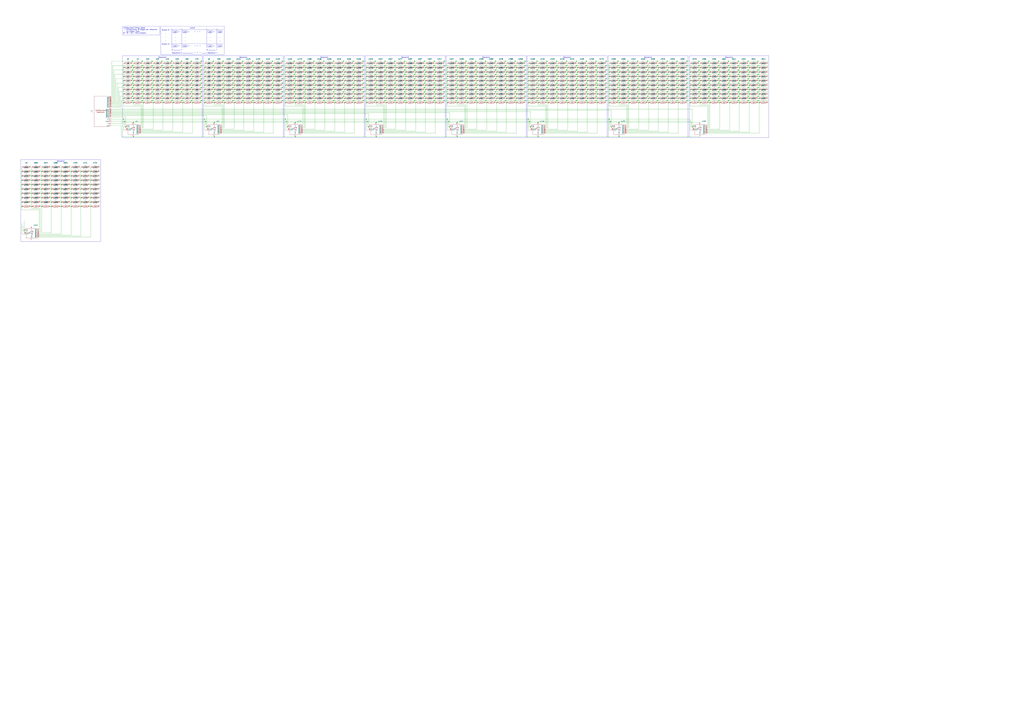
<source format=kicad_sch>
(kicad_sch (version 20231120) (generator "eeschema") (generator_version "8.0")
  (paper "A0")
  (junction (at 237.49 109.22))
  (junction (at 25.4 209.55))
  (junction (at 247.65 96.52))
  (junction (at 681.99 109.22))
  (junction (at 342.9 78.74))
  (junction (at 410.21 96.52))
  (junction (at 233.68 71.12))
  (junction (at 421.64 96.52))
  (junction (at 635 81.28))
  (junction (at 306.07 83.82))
  (junction (at 304.8 116.84))
  (junction (at 427.99 147.32))
  (junction (at 222.25 76.2))
  (junction (at 283.21 114.3))
  (junction (at 868.68 96.52))
  (junction (at 71.12 204.47))
  (junction (at 482.6 119.38))
  (junction (at 740.41 81.28))
  (junction (at 153.67 101.6))
  (junction (at 741.68 119.38))
  (junction (at 247.65 86.36))
  (junction (at 375.92 106.68))
  (junction (at 786.13 96.52))
  (junction (at 365.76 104.14))
  (junction (at 200.66 114.3))
  (junction (at 515.62 86.36))
  (junction (at 492.76 116.84))
  (junction (at 670.56 104.14))
  (junction (at 646.43 111.76))
  (junction (at 529.59 96.52))
  (junction (at 586.74 91.44))
  (junction (at 834.39 91.44))
  (junction (at 447.04 86.36))
  (junction (at 635 101.6))
  (junction (at 233.68 116.84))
  (junction (at 271.78 109.22))
  (junction (at 565.15 119.38))
  (junction (at 847.09 114.3))
  (junction (at 669.29 81.28))
  (junction (at 586.74 86.36))
  (junction (at 93.98 219.71))
  (junction (at 541.02 91.44))
  (junction (at 519.43 99.06))
  (junction (at 519.43 138.43))
  (junction (at 575.31 86.36))
  (junction (at 753.11 83.82))
  (junction (at 599.44 78.74))
  (junction (at 730.25 119.38))
  (junction (at 624.84 142.24))
  (junction (at 598.17 111.76))
  (junction (at 646.43 81.28))
  (junction (at 365.76 99.06))
  (junction (at 436.88 158.75))
  (junction (at 647.7 88.9))
  (junction (at 598.17 106.68))
  (junction (at 717.55 71.12))
  (junction (at 730.25 78.74))
  (junction (at 586.74 111.76))
  (junction (at 845.82 116.84))
  (junction (at 223.52 114.3))
  (junction (at 143.51 83.82))
  (junction (at 693.42 104.14))
  (junction (at 774.7 101.6))
  (junction (at 331.47 83.82))
  (junction (at 613.41 138.43))
  (junction (at 492.76 111.76))
  (junction (at 787.4 99.06))
  (junction (at 306.07 93.98))
  (junction (at 636.27 119.38))
  (junction (at 447.04 76.2))
  (junction (at 375.92 86.36))
  (junction (at 680.72 116.84))
  (junction (at 504.19 91.44))
  (junction (at 598.17 91.44))
  (junction (at 259.08 71.12))
  (junction (at 692.15 81.28))
  (junction (at 425.45 109.22))
  (junction (at 270.51 71.12))
  (junction (at 519.43 119.38))
  (junction (at 786.13 86.36))
  (junction (at 327.66 76.2))
  (junction (at 647.7 119.38))
  (junction (at 177.8 104.14))
  (junction (at 200.66 119.38))
  (junction (at 388.62 88.9))
  (junction (at 801.37 99.06))
  (junction (at 154.94 88.9))
  (junction (at 586.74 96.52))
  (junction (at 271.78 99.06))
  (junction (at 786.13 116.84))
  (junction (at 375.92 76.2))
  (junction (at 811.53 71.12))
  (junction (at 623.57 86.36))
  (junction (at 730.25 104.14))
  (junction (at 448.31 114.3))
  (junction (at 647.7 78.74))
  (junction (at 270.51 96.52))
  (junction (at 576.58 78.74))
  (junction (at 670.56 109.22))
  (junction (at 586.74 116.84))
  (junction (at 281.94 101.6))
  (junction (at 530.86 83.82))
  (junction (at 797.56 96.52))
  (junction (at 237.49 119.38))
  (junction (at 869.95 83.82))
  (junction (at 693.42 109.22))
  (junction (at 703.58 81.28))
  (junction (at 599.44 104.14))
  (junction (at 834.39 71.12))
  (junction (at 858.52 104.14))
  (junction (at 669.29 96.52))
  (junction (at 764.54 78.74))
  (junction (at 435.61 106.68))
  (junction (at 327.66 106.68))
  (junction (at 425.45 99.06))
  (junction (at 669.29 116.84))
  (junction (at 48.26 209.55))
  (junction (at 189.23 119.38))
  (junction (at 176.53 76.2))
  (junction (at 728.98 101.6))
  (junction (at 586.74 76.2))
  (junction (at 707.39 88.9))
  (junction (at 869.95 119.38))
  (junction (at 680.72 111.76))
  (junction (at 552.45 106.68))
  (junction (at 411.48 104.14))
  (junction (at 304.8 91.44))
  (junction (at 187.96 76.2))
  (junction (at 529.59 106.68))
  (junction (at 59.69 199.39))
  (junction (at 680.72 96.52))
  (junction (at 176.53 91.44))
  (junction (at 247.65 71.12))
  (junction (at 166.37 99.06))
  (junction (at 599.44 119.38))
  (junction (at 210.82 81.28))
  (junction (at 342.9 114.3))
  (junction (at 740.41 106.68))
  (junction (at 341.63 116.84))
  (junction (at 529.59 101.6))
  (junction (at 812.8 93.98))
  (junction (at 364.49 91.44))
  (junction (at 797.56 111.76))
  (junction (at 504.19 76.2))
  (junction (at 552.45 86.36))
  (junction (at 469.9 96.52))
  (junction (at 803.91 147.32))
  (junction (at 153.67 96.52))
  (junction (at 398.78 91.44))
  (junction (at 492.76 101.6))
  (junction (at 365.76 88.9))
  (junction (at 187.96 111.76))
  (junction (at 388.62 93.98))
  (junction (at 751.84 111.76))
  (junction (at 210.82 71.12))
  (junction (at 834.39 81.28))
  (junction (at 237.49 83.82))
  (junction (at 847.09 78.74))
  (junction (at 448.31 104.14))
  (junction (at 27.94 267.97))
  (junction (at 25.4 229.87))
  (junction (at 505.46 93.98))
  (junction (at 741.68 114.3))
  (junction (at 48.26 199.39))
  (junction (at 647.7 93.98))
  (junction (at 294.64 78.74))
  (junction (at 845.82 106.68))
  (junction (at 248.92 104.14))
  (junction (at 317.5 114.3))
  (junction (at 447.04 71.12))
  (junction (at 494.03 88.9))
  (junction (at 708.66 140.97))
  (junction (at 636.27 99.06))
  (junction (at 222.25 101.6))
  (junction (at 811.53 116.84))
  (junction (at 189.23 88.9))
  (junction (at 331.47 88.9))
  (junction (at 448.31 93.98))
  (junction (at 717.55 86.36))
  (junction (at 317.5 109.22))
  (junction (at 143.51 99.06))
  (junction (at 387.35 96.52))
  (junction (at 25.4 214.63))
  (junction (at 436.88 109.22))
  (junction (at 615.95 147.32))
  (junction (at 588.01 93.98))
  (junction (at 247.65 76.2))
  (junction (at 435.61 101.6))
  (junction (at 411.48 93.98))
  (junction (at 25.4 199.39))
  (junction (at 199.39 111.76))
  (junction (at 764.54 119.38))
  (junction (at 646.43 101.6))
  (junction (at 834.39 86.36))
  (junction (at 377.19 109.22))
  (junction (at 199.39 101.6))
  (junction (at 259.08 86.36))
  (junction (at 563.88 91.44))
  (junction (at 459.74 93.98))
  (junction (at 375.92 96.52))
  (junction (at 797.56 86.36))
  (junction (at 317.5 119.38))
  (junction (at 669.29 76.2))
  (junction (at 718.82 104.14))
  (junction (at 187.96 86.36))
  (junction (at 459.74 119.38))
  (junction (at 530.86 104.14))
  (junction (at 718.82 93.98))
  (junction (at 588.01 78.74))
  (junction (at 459.74 109.22))
  (junction (at 400.05 109.22))
  (junction (at 375.92 111.76))
  (junction (at 869.95 104.14))
  (junction (at 306.07 99.06))
  (junction (at 588.01 104.14))
  (junction (at 504.19 106.68))
  (junction (at 354.33 119.38))
  (junction (at 306.07 114.3))
  (junction (at 598.17 76.2))
  (junction (at 657.86 106.68))
  (junction (at 692.15 71.12))
  (junction (at 787.4 104.14))
  (junction (at 764.54 88.9))
  (junction (at 730.25 88.9))
  (junction (at 565.15 99.06))
  (junction (at 740.41 86.36))
  (junction (at 681.99 83.82))
  (junction (at 741.68 99.06))
  (junction (at 718.82 119.38))
  (junction (at 659.13 93.98))
  (junction (at 774.7 96.52))
  (junction (at 166.37 93.98))
  (junction (at 481.33 96.52))
  (junction (at 515.62 76.2))
  (junction (at 448.31 119.38))
  (junction (at 515.62 116.84))
  (junction (at 681.99 88.9))
  (junction (at 281.94 116.84))
  (junction (at 811.53 76.2))
  (junction (at 341.63 91.44))
  (junction (at 707.39 83.82))
  (junction (at 657.86 76.2))
  (junction (at 317.5 88.9))
  (junction (at 105.41 209.55))
  (junction (at 48.26 240.03))
  (junction (at 398.78 81.28))
  (junction (at 636.27 88.9))
  (junction (at 693.42 114.3))
  (junction (at 223.52 93.98))
  (junction (at 59.69 224.79))
  (junction (at 154.94 109.22))
  (junction (at 553.72 88.9))
  (junction (at 353.06 76.2))
  (junction (at 410.21 111.76))
  (junction (at 387.35 71.12))
  (junction (at 482.6 93.98))
  (junction (at 703.58 86.36))
  (junction (at 435.61 71.12))
  (junction (at 763.27 86.36))
  (junction (at 153.67 111.76))
  (junction (at 187.96 101.6))
  (junction (at 304.8 101.6))
  (junction (at 646.43 116.84))
  (junction (at 223.52 104.14))
  (junction (at 447.04 111.76))
  (junction (at 200.66 109.22))
  (junction (at 271.78 83.82))
  (junction (at 764.54 114.3))
  (junction (at 657.86 111.76))
  (junction (at 293.37 116.84))
  (junction (at 740.41 91.44))
  (junction (at 693.42 88.9))
  (junction (at 259.08 76.2))
  (junction (at 48.26 204.47))
  (junction (at 880.11 71.12))
  (junction (at 563.88 96.52))
  (junction (at 646.43 76.2))
  (junction (at 657.86 71.12))
  (junction (at 786.13 76.2))
  (junction (at 858.52 88.9))
  (junction (at 247.65 81.28))
  (junction (at 553.72 109.22))
  (junction (at 365.76 114.3))
  (junction (at 588.01 109.22))
  (junction (at 248.92 78.74))
  (junction (at 857.25 91.44))
  (junction (at 105.41 224.79))
  (junction (at 154.94 142.24))
  (junction (at 331.47 93.98))
  (junction (at 492.76 71.12))
  (junction (at 199.39 86.36))
  (junction (at 659.13 109.22))
  (junction (at 222.25 116.84))
  (junction (at 542.29 119.38))
  (junction (at 166.37 109.22))
  (junction (at 154.94 119.38))
  (junction (at 222.25 106.68))
  (junction (at 659.13 88.9))
  (junction (at 801.37 88.9))
  (junction (at 801.37 83.82))
  (junction (at 553.72 99.06))
  (junction (at 210.82 111.76))
  (junction (at 93.98 234.95))
  (junction (at 718.82 142.24))
  (junction (at 530.86 114.3))
  (junction (at 238.76 140.97))
  (junction (at 82.55 204.47))
  (junction (at 387.35 101.6))
  (junction (at 552.45 71.12))
  (junction (at 787.4 114.3))
  (junction (at 822.96 91.44))
  (junction (at 717.55 111.76))
  (junction (at 764.54 104.14))
  (junction (at 529.59 86.36))
  (junction (at 459.74 99.06))
  (junction (at 36.83 199.39))
  (junction (at 576.58 109.22))
  (junction (at 680.72 71.12))
  (junction (at 812.8 88.9))
  (junction (at 306.07 78.74))
  (junction (at 797.56 71.12))
  (junction (at 471.17 78.74))
  (junction (at 845.82 111.76))
  (junction (at 504.19 116.84))
  (junction (at 657.86 101.6))
  (junction (at 410.21 91.44))
  (junction (at 576.58 83.82))
  (junction (at 459.74 104.14))
  (junction (at 505.46 119.38))
  (junction (at 845.82 91.44))
  (junction (at 693.42 78.74))
  (junction (at 741.68 93.98))
  (junction (at 542.29 99.06))
  (junction (at 718.82 99.06))
  (junction (at 563.88 101.6))
  (junction (at 248.92 158.75))
  (junction (at 624.84 83.82))
  (junction (at 728.98 86.36))
  (junction (at 868.68 101.6))
  (junction (at 353.06 91.44))
  (junction (at 868.68 81.28))
  (junction (at 177.8 119.38))
  (junction (at 703.58 76.2))
  (junction (at 847.09 109.22))
  (junction (at 552.45 91.44))
  (junction (at 25.4 234.95))
  (junction (at 740.41 71.12))
  (junction (at 669.29 71.12))
  (junction (at 294.64 109.22))
  (junction (at 869.95 93.98))
  (junction (at 764.54 99.06))
  (junction (at 609.6 106.68))
  (junction (at 210.82 91.44))
  (junction (at 588.01 114.3))
  (junction (at 647.7 109.22))
  (junction (at 519.43 114.3))
  (junction (at 353.06 81.28))
  (junction (at 353.06 71.12))
  (junction (at 822.96 76.2))
  (junction (at 646.43 96.52))
  (junction (at 364.49 101.6))
  (junction (at 177.8 88.9))
  (junction (at 293.37 96.52))
  (junction (at 189.23 78.74))
  (junction (at 563.88 111.76))
  (junction (at 436.88 114.3))
  (junction (at 165.1 101.6))
  (junction (at 624.84 99.06))
  (junction (at 575.31 96.52))
  (junction (at 609.6 101.6))
  (junction (at 811.53 91.44))
  (junction (at 377.19 114.3))
  (junction (at 542.29 109.22))
  (junction (at 364.49 81.28))
  (junction (at 692.15 116.84))
  (junction (at 718.82 109.22))
  (junction (at 375.92 91.44))
  (junction (at 576.58 119.38))
  (junction (at 515.62 106.68))
  (junction (at 176.53 96.52))
  (junction (at 469.9 116.84))
  (junction (at 858.52 93.98))
  (junction (at 553.72 119.38))
  (junction (at 306.07 104.14))
  (junction (at 327.66 111.76))
  (junction (at 471.17 88.9))
  (junction (at 247.65 111.76))
  (junction (at 105.41 199.39))
  (junction (at 270.51 111.76))
  (junction (at 294.64 93.98))
  (junction (at 377.19 99.06))
  (junction (at 388.62 109.22))
  (junction (at 260.35 83.82))
  (junction (at 36.83 240.03))
  (junction (at 565.15 114.3))
  (junction (at 189.23 109.22))
  (junction (at 36.83 209.55))
  (junction (at 447.04 81.28))
  (junction (at 670.56 83.82))
  (junction (at 471.17 114.3))
  (junction (at 411.48 83.82))
  (junction (at 71.12 229.87))
  (junction (at 835.66 99.06))
  (junction (at 482.6 99.06))
  (junction (at 880.11 96.52))
  (junction (at 316.23 101.6))
  (junction (at 71.12 219.71))
  (junction (at 436.88 93.98))
  (junction (at 492.76 91.44))
  (junction (at 271.78 88.9))
  (junction (at 421.64 76.2))
  (junction (at 365.76 93.98))
  (junction (at 681.99 119.38))
  (junction (at 822.96 106.68))
  (junction (at 588.01 119.38))
  (junction (at 458.47 71.12))
  (junction (at 670.56 114.3))
  (junction (at 586.74 81.28))
  (junction (at 425.45 119.38))
  (junction (at 707.39 109.22))
  (junction (at 824.23 119.38))
  (junction (at 494.03 78.74))
  (junction (at 541.02 86.36))
  (junction (at 811.53 106.68))
  (junction (at 751.84 81.28))
  (junction (at 327.66 71.12))
  (junction (at 143.51 119.38))
  (junction (at 530.86 78.74))
  (junction (at 248.92 99.06))
  (junction (at 553.72 104.14))
  (junction (at 504.19 81.28))
  (junction (at 751.84 86.36))
  (junction (at 718.82 78.74))
  (junction (at 657.86 86.36))
  (junction (at 165.1 96.52))
  (junction (at 270.51 91.44))
  (junction (at 530.86 93.98))
  (junction (at 541.02 106.68))
  (junction (at 575.31 91.44))
  (junction (at 707.39 114.3))
  (junction (at 212.09 88.9))
  (junction (at 787.4 83.82))
  (junction (at 421.64 86.36))
  (junction (at 458.47 96.52))
  (junction (at 165.1 86.36))
  (junction (at 774.7 86.36))
  (junction (at 187.96 106.68))
  (junction (at 797.56 116.84))
  (junction (at 775.97 119.38))
  (junction (at 598.17 101.6))
  (junction (at 36.83 214.63))
  (junction (at 613.41 93.98))
  (junction (at 646.43 106.68))
  (junction (at 71.12 240.03))
  (junction (at 410.21 76.2))
  (junction (at 400.05 88.9))
  (junction (at 187.96 71.12))
  (junction (at 740.41 116.84))
  (junction (at 316.23 111.76))
  (junction (at 552.45 76.2))
  (junction (at 822.96 86.36))
  (junction (at 812.8 114.3))
  (junction (at 635 71.12))
  (junction (at 835.66 93.98))
  (junction (at 515.62 91.44))
  (junction (at 342.9 93.98))
  (junction (at 753.11 88.9))
  (junction (at 260.35 78.74))
  (junction (at 693.42 119.38))
  (junction (at 519.43 93.98))
  (junction (at 93.98 240.03))
  (junction (at 880.11 81.28))
  (junction (at 411.48 119.38))
  (junction (at 703.58 116.84))
  (junction (at 59.69 240.03))
  (junction (at 504.19 71.12))
  (junction (at 469.9 106.68))
  (junction (at 354.33 78.74))
  (junction (at 210.82 116.84))
  (junction (at 189.23 83.82))
  (junction (at 283.21 119.38))
  (junction (at 787.4 78.74))
  (junction (at 707.39 138.43))
  (junction (at 801.37 78.74))
  (junction (at 459.74 88.9))
  (junction (at 233.68 91.44))
  (junction (at 481.33 76.2))
  (junction (at 763.27 116.84))
  (junction (at 353.06 86.36))
  (junction (at 260.35 99.06))
  (junction (at 59.69 229.87))
  (junction (at 426.72 140.97))
  (junction (at 341.63 76.2))
  (junction (at 835.66 88.9))
  (junction (at 504.19 101.6))
  (junction (at 519.43 109.22))
  (junction (at 659.13 114.3))
  (junction (at 519.43 104.14))
  (junction (at 233.68 111.76))
  (junction (at 304.8 86.36))
  (junction (at 869.95 114.3))
  (junction (at 880.11 116.84))
  (junction (at 669.29 111.76))
  (junction (at 763.27 71.12))
  (junction (at 436.88 88.9))
  (junction (at 469.9 86.36))
  (junction (at 563.88 81.28))
  (junction (at 541.02 96.52))
  (junction (at 801.37 114.3))
  (junction (at 271.78 78.74))
  (junction (at 59.69 219.71))
  (junction (at 448.31 83.82))
  (junction (at 436.88 99.06))
  (junction (at 868.68 71.12))
  (junction (at 93.98 204.47))
  (junction (at 692.15 76.2))
  (junction (at 271.78 114.3))
  (junction (at 824.23 109.22))
  (junction (at 740.41 101.6))
  (junction (at 613.41 114.3))
  (junction (at 812.8 78.74))
  (junction (at 481.33 91.44))
  (junction (at 613.41 104.14))
  (junction (at 387.35 91.44))
  (junction (at 471.17 93.98))
  (junction (at 304.8 111.76))
  (junction (at 153.67 106.68))
  (junction (at 692.15 106.68))
  (junction (at 436.88 83.82))
  (junction (at 868.68 111.76))
  (junction (at 482.6 88.9))
  (junction (at 822.96 116.84))
  (junction (at 144.78 140.97))
  (junction (at 331.47 78.74))
  (junction (at 763.27 111.76))
  (junction (at 199.39 71.12))
  (junction (at 436.88 119.38))
  (junction (at 811.53 101.6))
  (junction (at 421.64 81.28))
  (junction (at 283.21 88.9))
  (junction (at 751.84 91.44))
  (junction (at 354.33 104.14))
  (junction (at 786.13 81.28))
  (junction (at 542.29 114.3))
  (junction (at 728.98 106.68))
  (junction (at 505.46 109.22))
  (junction (at 845.82 76.2))
  (junction (at 210.82 106.68))
  (junction (at 237.49 78.74))
  (junction (at 177.8 93.98))
  (junction (at 293.37 86.36))
  (junction (at 199.39 76.2))
  (junction (at 388.62 78.74))
  (junction (at 680.72 86.36))
  (junction (at 786.13 71.12))
  (junction (at 222.25 96.52))
  (junction (at 599.44 88.9))
  (junction (at 659.13 78.74))
  (junction (at 613.41 83.82))
  (junction (at 341.63 81.28))
  (junction (at 281.94 86.36))
  (junction (at 858.52 78.74))
  (junction (at 868.68 116.84))
  (junction (at 398.78 96.52))
  (junction (at 857.25 106.68))
  (junction (at 481.33 101.6))
  (junction (at 693.42 93.98))
  (junction (at 519.43 78.74))
  (junction (at 541.02 101.6))
  (junction (at 880.11 111.76))
  (junction (at 481.33 116.84))
  (junction (at 212.09 119.38))
  (junction (at 741.68 88.9))
  (junction (at 237.49 114.3))
  (junction (at 82.55 209.55))
  (junction (at 176.53 116.84))
  (junction (at 822.96 71.12))
  (junction (at 294.64 119.38))
  (junction (at 306.07 88.9))
  (junction (at 398.78 111.76))
  (junction (at 541.02 116.84))
  (junction (at 680.72 101.6))
  (junction (at 105.41 204.47))
  (junction (at 857.25 101.6))
  (junction (at 753.11 114.3))
  (junction (at 316.23 76.2))
  (junction (at 387.35 76.2))
  (junction (at 575.31 111.76))
  (junction (at 835.66 109.22))
  (junction (at 741.68 104.14))
  (junction (at 797.56 81.28))
  (junction (at 835.66 119.38))
  (junction (at 187.96 116.84))
  (junction (at 165.1 106.68))
  (junction (at 212.09 78.74))
  (junction (at 847.09 104.14))
  (junction (at 435.61 116.84))
  (junction (at 248.92 93.98))
  (junction (at 237.49 99.06))
  (junction (at 869.95 78.74))
  (junction (at 331.47 109.22))
  (junction (at 212.09 109.22))
  (junction (at 801.37 93.98))
  (junction (at 283.21 93.98))
  (junction (at 448.31 88.9))
  (junction (at 613.41 78.74))
  (junction (at 824.23 83.82))
  (junction (at 293.37 71.12))
  (junction (at 316.23 86.36))
  (junction (at 199.39 81.28))
  (junction (at 635 86.36))
  (junction (at 48.26 219.71))
  (junction (at 646.43 71.12))
  (junction (at 304.8 81.28))
  (junction (at 598.17 116.84))
  (junction (at 751.84 76.2))
  (junction (at 636.27 104.14))
  (junction (at 624.84 93.98))
  (junction (at 435.61 111.76))
  (junction (at 388.62 119.38))
  (junction (at 609.6 86.36))
  (junction (at 857.25 71.12))
  (junction (at 375.92 81.28))
  (junction (at 177.8 109.22))
  (junction (at 342.9 104.14))
  (junction (at 154.94 158.75))
  (junction (at 635 76.2))
  (junction (at 331.47 138.43))
  (junction (at 868.68 76.2))
  (junction (at 834.39 101.6))
  (junction (at 222.25 71.12))
  (junction (at 143.51 104.14))
  (junction (at 331.47 99.06))
  (junction (at 36.83 229.87))
  (junction (at 293.37 81.28))
  (junction (at 387.35 106.68))
  (junction (at 775.97 78.74))
  (junction (at 458.47 86.36))
  (junction (at 753.11 78.74))
  (junction (at 740.41 96.52))
  (junction (at 334.01 147.32))
  (junction (at 797.56 91.44))
  (junction (at 703.58 96.52))
  (junction (at 143.51 109.22))
  (junction (at 165.1 76.2))
  (junction (at 341.63 96.52))
  (junction (at 774.7 91.44))
  (junction (at 869.95 88.9))
  (junction (at 327.66 91.44))
  (junction (at 681.99 104.14))
  (junction (at 624.84 88.9))
  (junction (at 869.95 109.22))
  (junction (at 283.21 99.06))
  (junction (at 270.51 116.84))
  (junction (at 775.97 88.9))
  (junction (at 563.88 71.12))
  (junction (at 609.6 96.52))
  (junction (at 48.26 229.87))
  (junction (at 447.04 101.6))
  (junction (at 447.04 91.44))
  (junction (at 400.05 104.14))
  (junction (at 681.99 99.06))
  (junction (at 728.98 81.28))
  (junction (at 48.26 214.63))
  (junction (at 331.47 104.14))
  (junction (at 624.84 104.14))
  (junction (at 869.95 99.06))
  (junction (at 354.33 109.22))
  (junction (at 845.82 71.12))
  (junction (at 105.41 219.71))
  (junction (at 271.78 119.38))
  (junction (at 858.52 99.06))
  (junction (at 811.53 111.76))
  (junction (at 751.84 96.52))
  (junction (at 421.64 91.44))
  (junction (at 835.66 114.3))
  (junction (at 176.53 86.36))
  (junction (at 421.64 106.68))
  (junction (at 248.92 88.9))
  (junction (at 728.98 116.84))
  (junction (at 200.66 83.82))
  (junction (at 425.45 83.82))
  (junction (at 25.4 219.71))
  (junction (at 59.69 209.55))
  (junction (at 575.31 76.2))
  (junction (at 530.86 158.75))
  (junction (at 341.63 71.12))
  (junction (at 504.19 86.36))
  (junction (at 709.93 147.32))
  (junction (at 857.25 81.28))
  (junction (at 364.49 106.68))
  (junction (at 281.94 91.44))
  (junction (at 425.45 78.74))
  (junction (at 576.58 104.14))
  (junction (at 71.12 224.79))
  (junction (at 82.55 240.03))
  (junction (at 609.6 91.44))
  (junction (at 223.52 99.06))
  (junction (at 801.37 109.22))
  (junction (at 222.25 81.28))
  (junction (at 377.19 88.9))
  (junction (at 563.88 116.84))
  (junction (at 248.92 83.82))
  (junction (at 624.84 78.74))
  (junction (at 304.8 76.2))
  (junction (at 469.9 91.44))
  (junction (at 458.47 101.6))
  (junction (at 857.25 116.84))
  (junction (at 741.68 78.74))
  (junction (at 599.44 109.22))
  (junction (at 304.8 71.12))
  (junction (at 377.19 119.38))
  (junction (at 154.94 104.14))
  (junction (at 624.84 114.3))
  (junction (at 364.49 96.52))
  (junction (at 237.49 88.9))
  (junction (at 482.6 104.14))
  (junction (at 93.98 229.87))
  (junction (at 786.13 106.68))
  (junction (at 233.68 86.36))
  (junction (at 59.69 234.95))
  (junction (at 576.58 93.98))
  (junction (at 845.82 86.36))
  (junction (at 730.25 99.06))
  (junction (at 707.39 119.38))
  (junction (at 774.7 116.84))
  (junction (at 189.23 104.14))
  (junction (at 143.51 88.9))
  (junction (at 775.97 99.06))
  (junction (at 703.58 91.44))
  (junction (at 692.15 96.52))
  (junction (at 165.1 81.28))
  (junction (at 588.01 88.9))
  (junction (at 613.41 109.22))
  (junction (at 200.66 104.14))
  (junction (at 775.97 83.82))
  (junction (at 881.38 83.82))
  (junction (at 177.8 78.74))
  (junction (at 281.94 71.12))
  (junction (at 247.65 106.68))
  (junction (at 199.39 91.44))
  (junction (at 435.61 91.44))
  (junction (at 613.41 119.38))
  (junction (at 270.51 76.2))
  (junction (at 575.31 81.28))
  (junction (at 200.66 93.98))
  (junction (at 541.02 81.28))
  (junction (at 703.58 106.68))
  (junction (at 153.67 71.12))
  (junction (at 774.7 106.68))
  (junction (at 529.59 116.84))
  (junction (at 811.53 81.28))
  (junction (at 492.76 76.2))
  (junction (at 692.15 91.44))
  (junction (at 599.44 99.06))
  (junction (at 177.8 83.82))
  (junction (at 304.8 96.52))
  (junction (at 354.33 88.9))
  (junction (at 177.8 99.06))
  (junction (at 260.35 88.9))
  (junction (at 613.41 88.9))
  (junction (at 529.59 111.76))
  (junction (at 25.4 224.79))
  (junction (at 552.45 81.28))
  (junction (at 494.03 109.22))
  (junction (at 25.4 240.03))
  (junction (at 504.19 96.52))
  (junction (at 647.7 104.14))
  (junction (at 341.63 106.68))
  (junction (at 858.52 119.38))
  (junction (at 316.23 106.68))
  (junction (at 529.59 76.2))
  (junction (at 48.26 224.79))
  (junction (at 36.83 224.79))
  (junction (at 492.76 106.68))
  (junction (at 176.53 101.6))
  (junction (at 609.6 71.12))
  (junction (at 165.1 111.76))
  (junction (at 387.35 116.84))
  (junction (at 247.65 91.44))
  (junction (at 354.33 114.3))
  (junction (at 327.66 81.28))
  (junction (at 59.69 214.63))
  (junction (at 797.56 106.68))
  (junction (at 212.09 104.14))
  (junction (at 387.35 81.28))
  (junction (at 260.35 109.22))
  (junction (at 552.45 116.84))
  (junction (at 165.1 71.12))
  (junction (at 707.39 78.74))
  (junction (at 259.08 81.28))
  (junction (at 797.56 76.2))
  (junction (at 576.58 99.06))
  (junction (at 609.6 111.76))
  (junction (at 222.25 111.76))
  (junction (at 481.33 111.76))
  (junction (at 400.05 93.98))
  (junction (at 166.37 104.14))
  (junction (at 521.97 147.32))
  (junction (at 281.94 76.2))
  (junction (at 588.01 99.06))
  (junction (at 400.05 99.06))
  (junction (at 553.72 93.98))
  (junction (at 354.33 83.82))
  (junction (at 342.9 119.38))
  (junction (at 822.96 101.6))
  (junction (at 270.51 106.68))
  (junction (at 624.84 158.75))
  (junction (at 400.05 119.38))
  (junction (at 763.27 91.44))
  (junction (at 260.35 104.14))
  (junction (at 377.19 104.14))
  (junction (at 740.41 76.2))
  (junction (at 448.31 109.22))
  (junction (at 542.29 83.82))
  (junction (at 753.11 93.98))
  (junction (at 293.37 111.76))
  (junction (at 341.63 111.76))
  (junction (at 575.31 116.84))
  (junction (at 398.78 101.6))
  (junction (at 154.94 99.06))
  (junction (at 868.68 91.44))
  (junction (at 670.56 93.98))
  (junction (at 270.51 86.36))
  (junction (at 505.46 104.14))
  (junction (at 659.13 119.38))
  (junction (at 494.03 93.98))
  (junction (at 448.31 78.74))
  (junction (at 82.55 214.63))
  (junction (at 763.27 106.68))
  (junction (at 609.6 81.28))
  (junction (at 176.53 81.28))
  (junction (at 553.72 114.3))
  (junction (at 447.04 116.84))
  (junction (at 304.8 106.68))
  (junction (at 659.13 104.14))
  (junction (at 447.04 106.68))
  (junction (at 681.99 114.3))
  (junction (at 240.03 147.32))
  (junction (at 718.82 83.82))
  (junction (at 410.21 106.68))
  (junction (at 598.17 96.52))
  (junction (at 260.35 114.3))
  (junction (at 494.03 99.06))
  (junction (at 471.17 99.06))
  (junction (at 598.17 81.28))
  (junction (at 812.8 99.06))
  (junction (at 387.35 86.36))
  (junction (at 763.27 81.28))
  (junction (at 530.86 99.06))
  (junction (at 824.23 78.74))
  (junction (at 575.31 71.12))
  (junction (at 481.33 81.28))
  (junction (at 763.27 76.2))
  (junction (at 659.13 83.82))
  (junction (at 565.15 78.74))
  (junction (at 189.23 114.3))
  (junction (at 459.74 114.3))
  (junction (at 542.29 78.74))
  (junction (at 565.15 104.14))
  (junction (at 342.9 99.06))
  (junction (at 834.39 76.2))
  (junction (at 787.4 88.9))
  (junction (at 294.64 99.06))
  (junction (at 410.21 116.84))
  (junction (at 565.15 93.98))
  (junction (at 210.82 86.36))
  (junction (at 105.41 240.03))
  (junction (at 471.17 83.82))
  (junction (at 881.38 78.74))
  (junction (at 316.23 91.44))
  (junction (at 681.99 78.74))
  (junction (at 212.09 93.98))
  (junction (at 822.96 96.52))
  (junction (at 316.23 71.12))
  (junction (at 482.6 83.82))
  (junction (at 364.49 111.76))
  (junction (at 847.09 93.98))
  (junction (at 868.68 86.36))
  (junction (at 613.41 99.06))
  (junction (at 670.56 78.74))
  (junction (at 105.41 214.63))
  (junction (at 176.53 71.12))
  (junction (at 812.8 83.82))
  (junction (at 353.06 96.52))
  (junction (at 200.66 99.06))
  (junction (at 751.84 71.12))
  (junction (at 598.17 71.12))
  (junction (at 847.09 88.9))
  (junction (at 154.94 83.82))
  (junction (at 458.47 116.84))
  (junction (at 586.74 71.12))
  (junction (at 669.29 91.44))
  (junction (at 519.43 88.9))
  (junction (at 505.46 88.9))
  (junction (at 294.64 104.14))
  (junction (at 93.98 224.79))
  (junction (at 707.39 104.14))
  (junction (at 187.96 81.28))
  (junction (at 212.09 99.06))
  (junction (at 82.55 199.39))
  (junction (at 388.62 104.14))
  (junction (at 93.98 199.39))
  (junction (at 635 116.84))
  (junction (at 692.15 111.76))
  (junction (at 59.69 204.47))
  (junction (at 143.51 114.3))
  (junction (at 586.74 106.68))
  (junction (at 552.45 96.52))
  (junction (at 624.84 119.38))
  (junction (at 858.52 114.3))
  (junction (at 563.88 106.68))
  (junction (at 400.05 83.82))
  (junction (at 210.82 101.6))
  (junction (at 635 111.76))
  (junction (at 36.83 219.71))
  (junction (at 529.59 71.12))
  (junction (at 259.08 111.76))
  (junction (at 199.39 96.52))
  (junction (at 247.65 116.84))
  (junction (at 835.66 104.14))
  (junction (at 730.25 93.98))
  (junction (at 331.47 114.3))
  (junction (at 717.55 91.44))
  (junction (at 93.98 214.63))
  (junction (at 327.66 101.6))
  (junction (at 669.29 106.68))
  (junction (at 647.7 99.06))
  (junction (at 281.94 96.52))
  (junction (at 505.46 83.82))
  (junction (at 365.76 83.82))
  (junction (at 801.37 104.14))
  (junction (at 469.9 76.2))
  (junction (at 692.15 86.36))
  (junction (at 459.74 83.82))
  (junction (at 868.68 106.68))
  (junction (at 657.86 116.84))
  (junction (at 25.4 204.47))
  (junction (at 703.58 101.6))
  (junction (at 247.65 101.6))
  (junction (at 153.67 81.28))
  (junction (at 469.9 71.12))
  (junction (at 154.94 93.98))
  (junction (at 530.86 119.38))
  (junction (at 82.55 234.95))
  (junction (at 271.78 93.98))
  (junction (at 740.41 111.76))
  (junction (at 728.98 111.76))
  (junction (at 398.78 106.68))
  (junction (at 153.67 76.2))
  (junction (at 775.97 109.22))
  (junction (at 857.25 86.36))
  (junction (at 505.46 78.74))
  (junction (at 680.72 91.44))
  (junction (at 787.4 109.22))
  (junction (at 835.66 78.74))
  (junction (at 881.38 99.06))
  (junction (at 105.41 229.87))
  (junction (at 341.63 101.6))
  (junction (at 505.46 114.3))
  (junction (at 515.62 111.76))
  (junction (at 717.55 116.84))
  (junction (at 237.49 104.14))
  (junction (at 763.27 96.52))
  (junction (at 375.92 101.6))
  (junction (at 293.37 91.44))
  (junction (at 636.27 109.22))
  (junction (at 260.35 119.38))
  (junction (at 774.7 71.12))
  (junction (at 774.7 111.76))
  (junction (at 458.47 106.68))
  (junction (at 153.67 91.44))
  (junction (at 775.97 93.98))
  (junction (at 481.33 71.12))
  (junction (at 647.7 83.82))
  (junction (at 670.56 119.38))
  (junction (at 259.08 96.52))
  (junction (at 421.64 111.76))
  (junction (at 306.07 109.22))
  (junction (at 553.72 78.74))
  (junction (at 857.25 111.76))
  (junction (at 482.6 114.3))
  (junction (at 259.08 101.6))
  (junction (at 751.84 116.84))
  (junction (at 598.17 86.36))
  (junction (at 71.12 214.63))
  (junction (at 636.27 83.82))
  (junction (at 342.9 158.75))
  (junction (at 248.92 142.24))
  (junction (at 881.38 88.9))
  (junction (at 36.83 234.95))
  (junction (at 529.59 81.28))
  (junction (at 858.52 109.22))
  (junction (at 834.39 116.84))
  (junction (at 824.23 114.3))
  (junction (at 565.15 83.82))
  (junction (at 530.86 109.22))
  (junction (at 154.94 78.74))
  (junction (at 834.39 111.76))
  (junction (at 530.86 88.9))
  (junction (at 388.62 99.06))
  (junction (at 294.64 83.82))
  (junction (at 599.44 83.82))
  (junction (at 811.53 96.52))
  (junction (at 82.55 229.87))
  (junction (at 542.29 104.14))
  (junction (at 515.62 101.6))
  (junction (at 647.7 114.3))
  (junction (at 189.23 99.06))
  (junction (at 812.8 109.22))
  (junction (at 387.35 111.76))
  (junction (at 728.98 91.44))
  (junction (at 824.23 88.9))
  (junction (at 200.66 78.74))
  (junction (at 482.6 78.74))
  (junction (at 730.25 114.3))
  (junction (at 717.55 101.6))
  (junction (at 316.23 116.84))
  (junction (at 845.82 101.6))
  (junction (at 623.57 106.68))
  (junction (at 143.51 78.74))
  (junction (at 718.82 88.9))
  (junction (at 707.39 93.98))
  (junction (at 143.51 138.43))
  (junction (at 635 91.44))
  (junction (at 505.46 99.06))
  (junction (at 834.39 96.52))
  (junction (at 542.29 88.9))
  (junction (at 635 106.68))
  (junction (at 411.48 99.06))
  (junction (at 717.55 76.2))
  (junction (at 435.61 86.36))
  (junction (at 259.08 116.84))
  (junction (at 588.01 83.82))
  (junction (at 623.57 116.84))
  (junction (at 718.82 158.75))
  (junction (at 530.86 142.24))
  (junction (at 812.8 119.38))
  (junction (at 281.94 111.76))
  (junction (at 623.57 71.12))
  (junction (at 553.72 83.82))
  (junction (at 259.08 91.44))
  (junction (at 824.23 93.98))
  (junction (at 845.82 81.28))
  (junction (at 411.48 78.74))
  (junction (at 657.86 91.44))
  (junction (at 881.38 114.3))
  (junction (at 317.5 83.82))
  (junction (at 881.38 109.22))
  (junction (at 153.67 116.84))
  (junction (at 436.88 104.14))
  (junction (at 316.23 96.52))
  (junction (at 165.1 91.44))
  (junction (at 398.78 86.36))
  (junction (at 728.98 71.12))
  (junction (at 327.66 96.52))
  (junction (at 623.57 96.52))
  (junction (at 471.17 104.14))
  (junction (at 353.06 111.76))
  (junction (at 342.9 83.82))
  (junction (at 375.92 116.84))
  (junction (at 458.47 91.44))
  (junction (at 786.13 101.6))
  (junction (at 834.39 106.68))
  (junction (at 166.37 114.3))
  (junction (at 342.9 109.22))
  (junction (at 223.52 78.74))
  (junction (at 199.39 106.68))
  (junction (at 365.76 109.22))
  (junction (at 492.76 86.36))
  (junction (at 435.61 96.52))
  (junction (at 294.64 114.3))
  (junction (at 233.68 81.28))
  (junction (at 623.57 101.6))
  (junction (at 71.12 209.55))
  (junction (at 71.12 234.95))
  (junction (at 623.57 76.2))
  (junction (at 293.37 106.68))
  (junction (at 494.03 114.3))
  (junction (at 398.78 71.12))
  (junction (at 774.7 81.28))
  (junction (at 609.6 116.84))
  (junction (at 353.06 101.6))
  (junction (at 143.51 93.98))
  (junction (at 599.44 114.3))
  (junction (at 576.58 88.9))
  (junction (at 669.29 86.36))
  (junction (at 105.41 234.95))
  (junction (at 210.82 96.52))
  (junction (at 166.37 78.74))
  (junction (at 421.64 71.12))
  (junction (at 481.33 86.36))
  (junction (at 341.63 86.36))
  (junction (at 563.88 86.36))
  (junction (at 728.98 96.52))
  (junction (at 586.74 101.6))
  (junction (at 233.68 96.52))
  (junction (at 342.9 142.24))
  (junction (at 717.55 96.52))
  (junction (at 375.92 71.12))
  (junction (at 425.45 104.14))
  (junction (at 166.37 83.82))
  (junction (at 248.92 119.38))
  (junction (at 316.23 81.28))
  (junction (at 342.9 88.9))
  (junction (at 881.38 104.14))
  (junction (at 317.5 78.74))
  (junction (at 411.48 88.9))
  (junction (at 881.38 93.98))
  (junction (at 233.68 76.2))
  (junction (at 775.97 104.14))
  (junction (at 787.4 93.98))
  (junction (at 847.09 83.82))
  (junction (at 223.52 109.22))
  (junction (at 425.45 88.9))
  (junction (at 657.86 96.52))
  (junction (at 222.25 86.36))
  (junction (at 306.07 119.38))
  (junction (at 48.26 234.95))
  (junction (at 680.72 81.28))
  (junction (at 636.27 78.74))
  (junction (at 703.58 71.12))
  (junction (at 801.37 119.38))
  (junction (at 764.54 109.22))
  (junction (at 364.49 71.12))
  (junction (at 751.84 101.6))
  (junction (at 436.88 142.24))
  (junction (at 730.25 109.22))
  (junction (at 435.61 81.28))
  (junction (at 200.66 88.9))
  (junction (at 177.8 114.3))
  (junction (at 880.11 106.68))
  (junction (at 670.56 99.06))
  (junction (at 880.11 91.44))
  (junction (at 388.62 83.82))
  (junction (at 787.4 119.38))
  (junction (at 693.42 83.82))
  (junction (at 880.11 101.6))
  (junction (at 812.8 104.14))
  (junction (at 824.23 99.06))
  (junction (at 519.43 83.82))
  (junction (at 212.09 83.82))
  (junction (at 294.64 88.9))
  (junction (at 835.66 83.82))
  (junction (at 670.56 88.9))
  (junction (at 529.59 91.44))
  (junction (at 459.74 78.74))
  (junction (at 730.25 83.82))
  (junction (at 411.48 114.3))
  (junction (at 248.92 114.3))
  (junction (at 763.27 101.6))
  (junction (at 176.53 111.76))
  (junction (at 857.25 96.52))
  (junction (at 680.72 106.68))
  (junction (at 492.76 81.28))
  (junction (at 469.9 111.76))
  (junction (at 327.66 116.84))
  (junction (at 659.13 99.06))
  (junction (at 425.45 114.3))
  (junction (at 786.13 91.44))
  (junction (at 377.19 93.98))
  (junction (at 717.55 81.28))
  (junction (at 270.51 81.28))
  (junction (at 210.82 76.2))
  (junction (at 410.21 81.28))
  (junction (at 822.96 81.28))
  (junction (at 751.84 106.68))
  (junction (at 623.57 111.76))
  (junction (at 448.31 99.06))
  (junction (at 471.17 119.38))
  (junction (at 410.21 71.12))
  (junction (at 718.82 114.3))
  (junction (at 847.09 119.38))
  (junction (at 774.7 76.2))
  (junction (at 458.47 76.2))
  (junction (at 693.42 99.06))
  (junction (at 623.57 81.28))
  (junction (at 259.08 106.68))
  (junction (at 447.04 96.52))
  (junction (at 636.27 93.98))
  (junction (at 494.03 119.38))
  (junction (at 707.39 99.06))
  (junction (at 283.21 83.82))
  (junction (at 223.52 119.38))
  (junction (at 458.47 111.76))
  (junction (at 400.05 114.3))
  (junction (at 36.83 204.47))
  (junction (at 270.51 101.6))
  (junction (at 481.33 106.68))
  (junction (at 636.27 114.3))
  (junction (at 222.25 91.44))
  (junction (at 635 96.52))
  (junction (at 317.5 93.98))
  (junction (at 520.7 140.97))
  (junction (at 494.03 83.82))
  (junction (at 410.21 86.36))
  (junction (at 237.49 93.98))
  (junction (at 741.68 83.82))
  (junction (at 317.5 99.06))
  (junction (at 741.68 109.22))
  (junction (at 82.55 219.71))
  (junction (at 575.31 106.68))
  (junction (at 575.31 101.6))
  (junction (at 469.9 101.6))
  (junction (at 271.78 104.14))
  (junction (at 624.84 109.22))
  (junction (at 541.02 111.76))
  (junction (at 492.76 96.52))
  (junction (at 436.88 78.74))
  (junction (at 847.09 99.06))
  (junction (at 82.55 224.79))
  (junction (at 237.49 138.43))
  (junction (at 354.33 99.06))
  (junction (at 189.23 93.98))
  (junction (at 797.56 101.6))
  (junction (at 881.38 119.38))
  (junction (at 646.43 86.36))
  (junction (at 154.94 114.3))
  (junction (at 364.49 76.2))
  (junction (at 563.88 76.2))
  (junction (at 880.11 76.2))
  (junction (at 353.06 106.68))
  (junction (at 623.57 91.44))
  (junction (at 260.35 93.98))
  (junction (at 411.48 109.22))
  (junction (at 364.49 116.84))
  (junction (at 187.96 96.52))
  (junction (at 421.64 101.6))
  (junction (at 233.68 101.6))
  (junction (at 293.37 101.6))
  (junction (at 398.78 76.2))
  (junction (at 857.25 76.2))
  (junction (at 166.37 88.9))
  (junction (at 717.55 106.68))
  (junction (at 410.21 101.6))
  (junction (at 388.62 114.3))
  (junction (at 753.11 104.14))
  (junction (at 435.61 76.2))
  (junction (at 599.44 93.98))
  (junction (at 482.6 109.22))
  (junction (at 515.62 81.28))
  (junction (at 504.19 111.76))
  (junction (at 786.13 111.76))
  (junction (at 187.96 91.44))
  (junction (at 365.76 119.38))
  (junction (at 153.67 86.36))
  (junction (at 845.82 96.52))
  (junction (at 354.33 93.98))
  (junction (at 515.62 96.52))
  (junction (at 377.19 78.74))
  (junction (at 494.03 104.14))
  (junction (at 753.11 99.06))
  (junction (at 775.97 114.3))
  (junction (at 223.52 83.82))
  (junction (at 728.98 76.2))
  (junction (at 552.45 101.6))
  (junction (at 377.19 83.82))
  (junction (at 223.52 88.9))
  (junction (at 425.45 138.43))
  (junction (at 753.11 119.38))
  (junction (at 176.53 106.68))
  (junction (at 811.53 86.36))
  (junction (at 71.12 199.39))
  (junction (at 421.64 116.84))
  (junction (at 764.54 93.98))
  (junction (at 609.6 76.2))
  (junction (at 212.09 114.3))
  (junction (at 146.05 147.32))
  (junction (at 93.98 209.55))
  (junction (at 353.06 116.84))
  (junction (at 515.62 71.12))
  (junction (at 317.5 104.14))
  (junction (at 281.94 81.28))
  (junction (at 565.15 109.22))
  (junction (at 400.05 78.74))
  (junction (at 669.29 101.6))
  (junction (at 657.86 81.28))
  (junction (at 880.11 86.36))
  (junction (at 565.15 88.9))
  (junction (at 764.54 83.82))
  (junction (at 703.58 111.76))
  (junction (at 822.96 111.76))
  (junction (at 469.9 81.28))
  (junction (at 692.15 101.6))
  (junction (at 331.47 119.38))
  (junction (at 248.92 109.22))
  (junction (at 646.43 91.44))
  (junction (at 283.21 109.22))
  (junction (at 681.99 93.98))
  (junction (at 365.76 78.74))
  (junction (at 458.47 81.28))
  (junction (at 471.17 109.22))
  (junction (at 398.78 116.84))
  (junction (at 552.45 111.76))
  (junction (at 281.94 106.68))
  (junction (at 858.52 83.82))
  (junction (at 541.02 71.12))
  (junction (at 293.37 76.2))
  (junction (at 614.68 140.97))
  (junction (at 753.11 109.22))
  (junction (at 541.02 76.2))
  (junction (at 332.74 140.97))
  (junction (at 824.23 104.14))
  (junction (at 364.49 86.36))
  (junction (at 680.72 76.2))
  (junction (at 542.29 93.98))
  (junction (at 233.68 106.68))
  (junction (at 425.45 93.98))
  (junction (at 166.37 119.38))
  (junction (at 576.58 114.3))
  (junction (at 199.39 116.84))
  (junction (at 327.66 86.36))
  (junction (at 283.21 104.14))
  (junction (at 283.21 78.74))
  (junction (at 165.1 116.84))
  (wire (pts (xy 482.6 88.9) (xy 482.6 93.98)))
  (wire (pts (xy 481.33 96.52) (xy 481.33 99.06)))
  (wire (pts (xy 421.64 76.2) (xy 435.61 76.2)))
  (wire (pts (xy 753.11 88.9) (xy 753.11 93.98)))
  (wire (pts (xy 458.47 71.12) (xy 469.9 71.12)))
  (wire (pts (xy 421.64 96.52) (xy 421.64 99.06)))
  (wire (pts (xy 763.27 76.2) (xy 763.27 78.74)))
  (wire (pts (xy 25.4 204.47) (xy 25.4 209.55)))
  (wire (pts (xy 623.57 116.84) (xy 623.57 119.38)))
  (wire (pts (xy 504.19 76.2) (xy 515.62 76.2)))
  (wire (pts (xy 270.51 91.44) (xy 281.94 91.44)))
  (wire (pts (xy 153.67 81.28) (xy 153.67 83.82)))
  (wire (pts (xy 647.7 109.22) (xy 647.7 114.3)))
  (wire (pts (xy 539.75 148.59) (xy 542.29 148.59)))
  (wire (pts (xy 137.16 120.65) (xy 137.16 101.6)))
  (wire (pts (xy 27.94 271.78) (xy 25.4 271.78)))
  (wire (pts (xy 669.29 106.68) (xy 680.72 106.68)))
  (wire (pts (xy 728.98 121.92) (xy 718.82 121.92)))
  (wire (pts (xy 763.27 71.12) (xy 763.27 73.66)))
  (wire (pts (xy 680.72 86.36) (xy 692.15 86.36)))
  (wire (pts (xy 447.04 111.76) (xy 447.04 114.3)))
  (wire (pts (xy 26.67 267.97) (xy 26.67 261.62)))
  (wire (pts (xy 586.74 116.84) (xy 586.74 119.38)))
  (wire (pts (xy 552.45 111.76) (xy 563.88 111.76)))
  (wire (pts (xy 410.21 81.28) (xy 421.64 81.28)))
  (wire (pts (xy 636.27 114.3) (xy 636.27 119.38)))
  (wire (pts (xy 270.51 81.28) (xy 270.51 83.82)))
  (wire (pts (xy 163.83 153.67) (xy 212.09 153.67)))
  (wire (pts (xy 238.76 147.32) (xy 238.76 140.97)))
  (wire (pts (xy 387.35 76.2) (xy 398.78 76.2)))
  (wire (pts (xy 803.91 147.32) (xy 803.91 149.86)))
  (wire (pts (xy 327.66 106.68) (xy 341.63 106.68)))
  (wire (pts (xy 375.92 71.12) (xy 375.92 73.66)))
  (wire (pts (xy 240.03 134.62) (xy 240.03 146.05)))
  (wire (pts (xy 81.28 222.25) (xy 81.28 224.79)))
  (wire (pts (xy 48.26 209.55) (xy 48.26 214.63)))
  (wire (pts (xy 529.59 116.84) (xy 541.02 116.84)))
  (wire (pts (xy 494.03 114.3) (xy 494.03 119.38)))
  (wire (pts (xy 82.55 204.47) (xy 82.55 209.55)))
  (wire (pts (xy 659.13 93.98) (xy 659.13 99.06)))
  (wire (pts (xy 293.37 96.52) (xy 304.8 96.52)))
  (wire (pts (xy 727.71 123.19) (xy 707.39 123.19)))
  (wire (pts (xy 435.61 106.68) (xy 435.61 109.22)))
  (wire (pts (xy 143.51 138.43) (xy 237.49 138.43)))
  (wire (pts (xy 177.8 78.74) (xy 177.8 83.82)))
  (wire (pts (xy 400.05 104.14) (xy 400.05 109.22)))
  (wire (pts (xy 847.09 114.3) (xy 847.09 119.38)))
  (wire (pts (xy 410.21 71.12) (xy 410.21 73.66)))
  (wire (pts (xy 342.9 73.66) (xy 342.9 78.74)))
  (wire (pts (xy 659.13 114.3) (xy 659.13 119.38)))
  (wire (pts (xy 741.68 149.86) (xy 727.71 149.86)))
  (wire (pts (xy 623.57 96.52) (xy 635 96.52)))
  (wire (pts (xy 387.35 106.68) (xy 398.78 106.68)))
  (wire (pts (xy 492.76 116.84) (xy 492.76 119.38)))
  (wire (pts (xy 316.23 76.2) (xy 327.66 76.2)))
  (wire (pts (xy 293.37 111.76) (xy 293.37 114.3)))
  (wire (pts (xy 104.14 212.09) (xy 104.14 214.63)))
  (wire (pts (xy 717.55 91.44) (xy 717.55 93.98)))
  (wire (pts (xy 869.95 73.66) (xy 869.95 78.74)))
  (wire (pts (xy 410.21 71.12) (xy 421.64 71.12)))
  (wire (pts (xy 801.37 78.74) (xy 801.37 83.82)))
  (wire (pts (xy 364.49 96.52) (xy 375.92 96.52)))
  (wire (pts (xy 492.76 111.76) (xy 492.76 114.3)))
  (wire (pts (xy 165.1 116.84) (xy 176.53 116.84)))
  (wire (pts (xy 481.33 111.76) (xy 481.33 114.3)))
  (wire (pts (xy 144.78 147.32) (xy 144.78 140.97)))
  (wire (pts (xy 787.4 154.94) (xy 727.71 154.94)))
  (wire (pts (xy 717.55 101.6) (xy 717.55 104.14)))
  (wire (pts (xy 294.64 78.74) (xy 294.64 83.82)))
  (wire (pts (xy 316.23 71.12) (xy 316.23 73.66)))
  (wire (pts (xy 233.68 86.36) (xy 233.68 88.9)))
  (wire (pts (xy 586.74 101.6) (xy 598.17 101.6)))
  (wire (pts (xy 447.04 81.28) (xy 447.04 83.82)))
  (wire (pts (xy 375.92 86.36) (xy 375.92 88.9)))
  (wire (pts (xy 741.68 119.38) (xy 741.68 149.86)))
  (wire (pts (xy 353.06 96.52) (xy 364.49 96.52)))
  (wire (pts (xy 104.14 232.41) (xy 104.14 234.95)))
  (wire (pts (xy 588.01 104.14) (xy 588.01 109.22)))
  (wire (pts (xy 811.53 86.36) (xy 822.96 86.36)))
  (wire (pts (xy 459.74 88.9) (xy 459.74 93.98)))
  (wire (pts (xy 353.06 147.32) (xy 353.06 121.92)))
  (wire (pts (xy 868.68 91.44) (xy 880.11 91.44)))
  (wire (pts (xy 598.17 76.2) (xy 598.17 78.74)))
  (wire (pts (xy 364.49 71.12) (xy 375.92 71.12)))
  (wire (pts (xy 259.08 96.52) (xy 259.08 99.06)))
  (wire (pts (xy 586.74 71.12) (xy 598.17 71.12)))
  (wire (pts (xy 435.61 116.84) (xy 435.61 119.38)))
  (wire (pts (xy 260.35 78.74) (xy 260.35 83.82)))
  (wire (pts (xy 27.94 266.7) (xy 27.94 256.54)))
  (wire (pts (xy 58.42 222.25) (xy 58.42 224.79)))
  (wire (pts (xy 387.35 81.28) (xy 387.35 83.82)))
  (wire (pts (xy 680.72 96.52) (xy 680.72 99.06)))
  (wire (pts (xy 669.29 96.52) (xy 680.72 96.52)))
  (wire (pts (xy 411.48 88.9) (xy 411.48 93.98)))
  (wire (pts (xy 586.74 96.52) (xy 598.17 96.52)))
  (wire (pts (xy 281.94 116.84) (xy 281.94 119.38)))
  (wire (pts (xy 35.56 217.17) (xy 35.56 219.71)))
  (wire (pts (xy 163.83 148.59) (xy 166.37 148.59)))
  (wire (pts (xy 623.57 71.12) (xy 623.57 73.66)))
  (wire (pts (xy 552.45 91.44) (xy 563.88 91.44)))
  (wire (pts (xy 481.33 86.36) (xy 481.33 88.9)))
  (wire (pts (xy 447.04 86.36) (xy 458.47 86.36)))
  (wire (pts (xy 576.58 99.06) (xy 576.58 104.14)))
  (wire (pts (xy 81.28 201.93) (xy 81.28 204.47)))
  (wire (pts (xy 847.09 73.66) (xy 847.09 78.74)))
  (wire (pts (xy 27.94 267.97) (xy 26.67 267.97)))
  (wire (pts (xy 692.15 71.12) (xy 692.15 73.66)))
  (wire (pts (xy 613.41 138.43) (xy 613.41 151.13)))
  (wire (pts (xy 740.41 91.44) (xy 751.84 91.44)))
  (wire (pts (xy 270.51 111.76) (xy 270.51 114.3)))
  (wire (pts (xy 494.03 104.14) (xy 494.03 109.22)))
  (wire (pts (xy 283.21 93.98) (xy 283.21 99.06)))
  (wire (pts (xy 248.92 88.9) (xy 248.92 93.98)))
  (wire (pts (xy 751.84 81.28) (xy 751.84 83.82)))
  (wire (pts (xy 740.41 86.36) (xy 740.41 88.9)))
  (wire (pts (xy 857.25 71.12) (xy 857.25 73.66)))
  (wire (pts (xy 260.35 83.82) (xy 260.35 88.9)))
  (wire (pts (xy 821.69 146.05) (xy 821.69 123.19)))
  (wire (pts (xy 623.57 76.2) (xy 623.57 78.74)))
  (wire (pts (xy 341.63 96.52) (xy 353.06 96.52)))
  (wire (pts (xy 727.71 153.67) (xy 775.97 153.67)))
  (wire (pts (xy 542.29 93.98) (xy 542.29 99.06)))
  (wire (pts (xy 520.7 140.97) (xy 614.68 140.97)))
  (wire (pts (xy 411.48 73.66) (xy 411.48 78.74)))
  (wire (pts (xy 222.25 91.44) (xy 233.68 91.44)))
  (wire (pts (xy 223.52 83.82) (xy 223.52 88.9)))
  (wire (pts (xy 599.44 114.3) (xy 599.44 119.38)))
  (wire (pts (xy 365.76 93.98) (xy 365.76 99.06)))
  (wire (pts (xy 869.95 104.14) (xy 869.95 109.22)))
  (wire (pts (xy 165.1 101.6) (xy 165.1 104.14)))
  (wire (pts (xy 515.62 111.76) (xy 515.62 114.3)))
  (wire (pts (xy 139.7 111.76) (xy 153.67 111.76)))
  (wire (pts (xy 797.56 81.28) (xy 797.56 83.82)))
  (wire (pts (xy 692.15 101.6) (xy 692.15 104.14)))
  (wire (pts (xy 552.45 76.2) (xy 552.45 78.74)))
  (wire (pts (xy 35.56 237.49) (xy 35.56 240.03)))
  (wire (pts (xy 530.86 83.82) (xy 530.86 88.9)))
  (wire (pts (xy 613.41 83.82) (xy 613.41 88.9)))
  (wire (pts (xy 881.38 154.94) (xy 821.69 154.94)))
  (wire (pts (xy 492.76 111.76) (xy 504.19 111.76)))
  (wire (pts (xy 92.71 212.09) (xy 92.71 214.63)))
  (wire (pts (xy 105.41 209.55) (xy 105.41 214.63)))
  (wire (pts (xy 598.17 96.52) (xy 609.6 96.52)))
  (wire (pts (xy 146.05 135.89) (xy 129.54 135.89)))
  (wire (pts (xy 646.43 76.2) (xy 646.43 78.74)))
  (wire (pts (xy 48.26 204.47) (xy 48.26 209.55)))
  (wire (pts (xy 223.52 114.3) (xy 223.52 119.38)))
  (wire (pts (xy 515.62 106.68) (xy 515.62 109.22)))
  (wire (pts (xy 741.68 73.66) (xy 741.68 78.74)))
  (wire (pts (xy 377.19 151.13) (xy 377.19 119.38)))
  (wire (pts (xy 327.66 96.52) (xy 327.66 99.06)))
  (wire (pts (xy 717.55 76.2) (xy 717.55 78.74)))
  (wire (pts (xy 481.33 81.28) (xy 492.76 81.28)))
  (wire (pts (xy 435.61 76.2) (xy 447.04 76.2)))
  (wire (pts (xy 598.17 116.84) (xy 598.17 119.38)))
  (wire (pts (xy 271.78 99.06) (xy 271.78 104.14)))
  (wire (pts (xy 774.7 86.36) (xy 774.7 88.9)))
  (wire (pts (xy 857.25 81.28) (xy 868.68 81.28)))
  (wire (pts (xy 520.7 147.32) (xy 520.7 140.97)))
  (wire (pts (xy 623.57 116.84) (xy 635 116.84)))
  (wire (pts (xy 613.41 78.74) (xy 613.41 83.82)))
  (wire (pts (xy 435.61 96.52) (xy 447.04 96.52)))
  (wire (pts (xy 541.02 81.28) (xy 541.02 83.82)))
  (wire (pts (xy 469.9 101.6) (xy 481.33 101.6)))
  (wire (pts (xy 411.48 99.06) (xy 411.48 104.14)))
  (wire (pts (xy 753.11 73.66) (xy 753.11 78.74)))
  (wire (pts (xy 786.13 111.76) (xy 797.56 111.76)))
  (wire (pts (xy 880.11 91.44) (xy 880.11 93.98)))
  (wire (pts (xy 575.31 76.2) (xy 575.31 78.74)))
  (wire (pts (xy 845.82 116.84) (xy 857.25 116.84)))
  (wire (pts (xy 669.29 91.44) (xy 680.72 91.44)))
  (wire (pts (xy 786.13 96.52) (xy 797.56 96.52)))
  (wire (pts (xy 199.39 111.76) (xy 210.82 111.76)))
  (wire (pts (xy 458.47 111.76) (xy 458.47 114.3)))
  (wire (pts (xy 316.23 106.68) (xy 327.66 106.68)))
  (wire (pts (xy 834.39 111.76) (xy 834.39 114.3)))
  (wire (pts (xy 530.86 73.66) (xy 530.86 78.74)))
  (wire (pts (xy 834.39 96.52) (xy 845.82 96.52)))
  (wire (pts (xy 259.08 86.36) (xy 259.08 88.9)))
  (wire (pts (xy 259.08 116.84) (xy 259.08 119.38)))
  (wire (pts (xy 436.88 99.06) (xy 436.88 104.14)))
  (wire (pts (xy 388.62 99.06) (xy 388.62 104.14)))
  (wire (pts (xy 427.99 132.08) (xy 129.54 132.08)))
  (wire (pts (xy 707.39 88.9) (xy 707.39 93.98)))
  (wire (pts (xy 388.62 152.4) (xy 351.79 152.4)))
  (wire (pts (xy 247.65 111.76) (xy 247.65 114.3)))
  (wire (pts (xy 176.53 116.84) (xy 176.53 119.38)))
  (wire (pts (xy 609.6 71.12) (xy 623.57 71.12)))
  (wire (pts (xy 598.17 86.36) (xy 609.6 86.36)))
  (wire (pts (xy 563.88 111.76) (xy 575.31 111.76)))
  (wire (pts (xy 59.69 209.55) (xy 59.69 214.63)))
  (wire (pts (xy 166.37 93.98) (xy 166.37 99.06)))
  (wire (pts (xy 341.63 81.28) (xy 353.06 81.28)))
  (wire (pts (xy 316.23 96.52) (xy 327.66 96.52)))
  (wire (pts (xy 542.29 99.06) (xy 542.29 104.14)))
  (wire (pts (xy 435.61 101.6) (xy 447.04 101.6)))
  (wire (pts (xy 59.69 270.51) (xy 45.72 270.51)))
  (wire (pts (xy 176.53 81.28) (xy 176.53 83.82)))
  (wire (pts (xy 576.58 83.82) (xy 576.58 88.9)))
  (wire (pts (xy 410.21 96.52) (xy 410.21 99.06)))
  (wire (pts (xy 693.42 104.14) (xy 693.42 109.22)))
  (wire (pts (xy 189.23 78.74) (xy 189.23 83.82)))
  (wire (pts (xy 717.55 96.52) (xy 728.98 96.52)))
  (wire (pts (xy 247.65 76.2) (xy 259.08 76.2)))
  (wire (pts (xy 176.53 101.6) (xy 176.53 104.14)))
  (wire (pts (xy 575.31 91.44) (xy 586.74 91.44)))
  (wire (pts (xy 400.05 83.82) (xy 400.05 88.9)))
  (wire (pts (xy 646.43 96.52) (xy 657.86 96.52)))
  (wire (pts (xy 222.25 96.52) (xy 222.25 99.06)))
  (wire (pts (xy 615.95 151.13) (xy 613.41 151.13)))
  (wire (pts (xy 519.43 99.06) (xy 519.43 104.14)))
  (wire (pts (xy 646.43 81.28) (xy 646.43 83.82)))
  (wire (pts (xy 868.68 106.68) (xy 880.11 106.68)))
  (wire (pts (xy 387.35 81.28) (xy 398.78 81.28)))
  (wire (pts (xy 342.9 114.3) (xy 342.9 119.38)))
  (wire (pts (xy 646.43 71.12) (xy 657.86 71.12)))
  (wire (pts (xy 199.39 101.6) (xy 199.39 104.14)))
  (wire (pts (xy 327.66 71.12) (xy 341.63 71.12)))
  (wire (pts (xy 576.58 114.3) (xy 576.58 119.38)))
  (wire (pts (xy 646.43 116.84) (xy 646.43 119.38)))
  (wire (pts (xy 316.23 101.6) (xy 316.23 104.14)))
  (wire (pts (xy 248.92 114.3) (xy 248.92 119.38)))
  (wire (pts (xy 69.85 217.17) (xy 69.85 219.71)))
  (wire (pts (xy 774.7 81.28) (xy 786.13 81.28)))
  (wire (pts (xy 553.72 78.74) (xy 553.72 83.82)))
  (wire (pts (xy 306.07 99.06) (xy 306.07 104.14)))
  (wire (pts (xy 633.73 123.19) (xy 613.41 123.19)))
  (wire (pts (xy 163.83 151.13) (xy 189.23 151.13)))
  (wire (pts (xy 294.64 114.3) (xy 294.64 119.38)))
  (wire (pts (xy 59.69 234.95) (xy 59.69 240.03)))
  (wire (pts (xy 481.33 116.84) (xy 492.76 116.84)))
  (wire (pts (xy 129.54 115.57) (xy 132.08 115.57)))
  (wire (pts (xy 811.53 91.44) (xy 822.96 91.44)))
  (wire (pts (xy 223.52 109.22) (xy 223.52 114.3)))
  (wire (pts (xy 354.33 73.66) (xy 354.33 78.74)))
  (wire (pts (xy 411.48 154.94) (xy 351.79 154.94)))
  (wire (pts (xy 281.94 96.52) (xy 281.94 99.06)))
  (wire (pts (xy 233.68 81.28) (xy 233.68 83.82)))
  (wire (pts (xy 834.39 101.6) (xy 845.82 101.6)))
  (wire (pts (xy 692.15 81.28) (xy 703.58 81.28)))
  (wire (pts (xy 316.23 81.28) (xy 327.66 81.28)))
  (wire (pts (xy 293.37 116.84) (xy 293.37 119.38)))
  (wire (pts (xy 575.31 96.52) (xy 575.31 99.06)))
  (wire (pts (xy 341.63 106.68) (xy 353.06 106.68)))
  (wire (pts (xy 680.72 76.2) (xy 692.15 76.2)))
  (wire (pts (xy 515.62 76.2) (xy 515.62 78.74)))
  (wire (pts (xy 801.37 83.82) (xy 801.37 88.9)))
  (wire (pts (xy 421.64 111.76) (xy 421.64 114.3)))
  (wire (pts (xy 59.69 240.03) (xy 59.69 270.51)))
  (wire (pts (xy 421.64 71.12) (xy 421.64 73.66)))
  (wire (pts (xy 504.19 111.76) (xy 515.62 111.76)))
  (wire (pts (xy 693.42 93.98) (xy 693.42 99.06)))
  (wire (pts (xy 458.47 106.68) (xy 469.9 106.68)))
  (wire (pts (xy 210.82 116.84) (xy 210.82 119.38)))
  (wire (pts (xy 575.31 106.68) (xy 586.74 106.68)))
  (wire (pts (xy 166.37 73.66) (xy 166.37 78.74)))
  (wire (pts (xy 45.72 274.32) (xy 93.98 274.32)))
  (wire (pts (xy 165.1 71.12) (xy 165.1 73.66)))
  (wire (pts (xy 93.98 194.31) (xy 93.98 199.39)))
  (wire (pts (xy 187.96 116.84) (xy 199.39 116.84)))
  (wire (pts (xy 134.62 118.11) (xy 134.62 91.44)))
  (wire (pts (xy 775.97 109.22) (xy 775.97 114.3)))
  (wire (pts (xy 129.54 146.05) (xy 140.97 146.05)))
  (wire (pts (xy 504.19 111.76) (xy 504.19 114.3)))
  (wire (pts (xy 351.79 153.67) (xy 400.05 153.67)))
  (wire (pts (xy 304.8 91.44) (xy 316.23 91.44)))
  (wire (pts (xy 331.47 138.43) (xy 425.45 138.43)))
  (wire (pts (xy 458.47 91.44) (xy 458.47 93.98)))
  (wire (pts (xy 36.83 204.47) (xy 36.83 209.55)))
  (wire (pts (xy 774.7 116.84) (xy 786.13 116.84)))
  (wire (pts (xy 143.51 99.06) (xy 143.51 104.14)))
  (wire (pts (xy 703.58 96.52) (xy 703.58 99.06)))
  (wire (pts (xy 259.08 96.52) (xy 270.51 96.52)))
  (wire (pts (xy 708.66 147.32) (xy 708.66 140.97)))
  (wire (pts (xy 471.17 151.13) (xy 471.17 119.38)))
  (wire (pts (xy 575.31 76.2) (xy 586.74 76.2)))
  (wire (pts (xy 36.83 214.63) (xy 36.83 219.71)))
  (wire (pts (xy 353.06 81.28) (xy 353.06 83.82)))
  (wire (pts (xy 717.55 116.84) (xy 728.98 116.84)))
  (wire (pts (xy 586.74 91.44) (xy 598.17 91.44)))
  (wire (pts (xy 822.96 76.2) (xy 834.39 76.2)))
  (wire (pts (xy 565.15 114.3) (xy 565.15 119.38)))
  (wire (pts (xy 364.49 101.6) (xy 364.49 104.14)))
  (wire (pts (xy 515.62 116.84) (xy 515.62 119.38)))
  (wire (pts (xy 165.1 106.68) (xy 165.1 109.22)))
  (wire (pts (xy 283.21 104.14) (xy 283.21 109.22)))
  (wire (pts (xy 635 106.68) (xy 646.43 106.68)))
  (wire (pts (xy 387.35 91.44) (xy 398.78 91.44)))
  (wire (pts (xy 353.06 81.28) (xy 364.49 81.28)))
  (wire (pts (xy 623.57 81.28) (xy 635 81.28)))
  (wire (pts (xy 82.55 229.87) (xy 82.55 234.95)))
  (wire (pts (xy 763.27 91.44) (xy 774.7 91.44)))
  (wire (pts (xy 657.86 76.2) (xy 657.86 78.74)))
  (wire (pts (xy 260.35 93.98) (xy 260.35 99.06)))
  (wire (pts (xy 529.59 111.76) (xy 541.02 111.76)))
  (wire (pts (xy 623.57 111.76) (xy 635 111.76)))
  (wire (pts (xy 377.19 93.98) (xy 377.19 99.06)))
  (wire (pts (xy 504.19 81.28) (xy 504.19 83.82)))
  (wire (pts (xy 377.19 78.74) (xy 377.19 83.82)))
  (wire (pts (xy 774.7 101.6) (xy 786.13 101.6)))
  (wire (pts (xy 692.15 81.28) (xy 692.15 83.82)))
  (wire (pts (xy 398.78 101.6) (xy 410.21 101.6)))
  (wire (pts (xy 657.86 91.44) (xy 657.86 93.98)))
  (wire (pts (xy 304.8 101.6) (xy 304.8 104.14)))
  (wire (pts (xy 247.65 106.68) (xy 247.65 109.22)))
  (wire (pts (xy 427.99 132.08) (xy 427.99 146.05)))
  (wire (pts (xy 259.08 81.28) (xy 270.51 81.28)))
  (wire (pts (xy 304.8 81.28) (xy 316.23 81.28)))
  (wire (pts (xy 364.49 81.28) (xy 364.49 83.82)))
  (wire (pts (xy 786.13 76.2) (xy 797.56 76.2)))
  (wire (pts (xy 46.99 201.93) (xy 46.99 204.47)))
  (wire (pts (xy 233.68 71.12) (xy 247.65 71.12)))
  (wire (pts (xy 728.98 116.84) (xy 740.41 116.84)))
  (wire (pts (xy 176.53 91.44) (xy 187.96 91.44)))
  (wire (pts (xy 469.9 76.2) (xy 469.9 78.74)))
  (wire (pts (xy 588.01 99.06) (xy 588.01 104.14)))
  (wire (pts (xy 146.05 146.05) (xy 146.05 135.89)))
  (wire (pts (xy 542.29 104.14) (xy 542.29 109.22)))
  (wire (pts (xy 797.56 91.44) (xy 811.53 91.44)))
  (wire (pts (xy 105.41 229.87) (xy 105.41 234.95)))
  (wire (pts (xy 751.84 101.6) (xy 751.84 104.14)))
  (wire (pts (xy 140.97 142.24) (xy 140.97 143.51)))
  (wire (pts (xy 293.37 101.6) (xy 304.8 101.6)))
  (wire (pts (xy 541.02 76.2) (xy 541.02 78.74)))
  (wire (pts (xy 212.09 83.82) (xy 212.09 88.9)))
  (wire (pts (xy 670.56 114.3) (xy 670.56 119.38)))
  (wire (pts (xy 542.29 88.9) (xy 542.29 93.98)))
  (wire (pts (xy 327.66 116.84) (xy 341.63 116.84)))
  (wire (pts (xy 565.15 73.66) (xy 565.15 78.74)))
  (wire (pts (xy 327.66 111.76) (xy 341.63 111.76)))
  (wire (pts (xy 82.55 273.05) (xy 45.72 273.05)))
  (wire (pts (xy 435.61 91.44) (xy 435.61 93.98)))
  (wire (pts (xy 199.39 71.12) (xy 210.82 71.12)))
  (wire (pts (xy 670.56 99.06) (xy 670.56 104.14)))
  (wire (pts (xy 728.98 101.6) (xy 740.41 101.6)))
  (wire (pts (xy 786.13 71.12) (xy 786.13 73.66)))
  (wire (pts (xy 669.29 91.44) (xy 669.29 93.98)))
  (wire (pts (xy 342.9 158.75) (xy 436.88 158.75)))
  (wire (pts (xy 857.25 116.84) (xy 857.25 119.38)))
  (wire (pts (xy 680.72 101.6) (xy 692.15 101.6)))
  (wire (pts (xy 728.98 96.52) (xy 740.41 96.52)))
  (wire (pts (xy 270.51 106.68) (xy 281.94 106.68)))
  (wire (pts (xy 447.04 121.92) (xy 436.88 121.92)))
  (wire (pts (xy 163.83 146.05) (xy 163.83 123.19)))
  (wire (pts (xy 200.66 93.98) (xy 200.66 99.06)))
  (wire (pts (xy 797.56 111.76) (xy 811.53 111.76)))
  (wire (pts (xy 481.33 91.44) (xy 492.76 91.44)))
  (wire (pts (xy 741.68 109.22) (xy 741.68 114.3)))
  (wire (pts (xy 294.64 104.14) (xy 294.64 109.22)))
  (wire (pts (xy 880.11 91.44) (xy 891.54 91.44)))
  (wire (pts (xy 71.12 194.31) (xy 71.12 199.39)))
  (polyline (pts (xy 210.82 33.02) (xy 210.82 55.88)))
  (wire (pts (xy 824.23 114.3) (xy 824.23 119.38)))
  (wire (pts (xy 740.41 96.52) (xy 751.84 96.52)))
  (wire (pts (xy 575.31 101.6) (xy 586.74 101.6)))
  (wire (pts (xy 541.02 71.12) (xy 541.02 73.66)))
  (wire (pts (xy 271.78 83.82) (xy 271.78 88.9)))
  (wire (pts (xy 165.1 147.32) (xy 165.1 121.92)))
  (wire (pts (xy 786.13 116.84) (xy 786.13 119.38)))
  (wire (pts (xy 624.84 114.3) (xy 624.84 119.38)))
  (wire (pts (xy 410.21 76.2) (xy 421.64 76.2)))
  (wire (pts (xy 646.43 111.76) (xy 657.86 111.76)))
  (wire (pts (xy 176.53 111.76) (xy 187.96 111.76)))
  (wire (pts (xy 375.92 81.28) (xy 387.35 81.28)))
  (wire (pts (xy 763.27 91.44) (xy 763.27 93.98)))
  (wire (pts (xy 530.86 93.98) (xy 530.86 99.06)))
  (wire (pts (xy 681.99 83.82) (xy 681.99 88.9)))
  (wire (pts (xy 351.79 147.32) (xy 353.06 147.32)))
  (wire (pts (xy 317.5 83.82) (xy 317.5 88.9)))
  (wire (pts (xy 331.47 93.98) (xy 331.47 99.06)))
  (wire (pts (xy 519.43 78.74) (xy 519.43 83.82)))
  (wire (pts (xy 693.42 73.66) (xy 693.42 78.74)))
  (wire (pts (xy 812.8 73.66) (xy 812.8 78.74)))
  (wire (pts (xy 586.74 76.2) (xy 586.74 78.74)))
  (wire (pts (xy 140.97 146.05) (xy 140.97 158.75)))
  (wire (pts (xy 233.68 91.44) (xy 247.65 91.44)))
  (wire (pts (xy 233.68 101.6) (xy 233.68 104.14)))
  (wire (pts (xy 187.96 76.2) (xy 199.39 76.2)))
  (wire (pts (xy 436.88 83.82) (xy 436.88 88.9)))
  (wire (pts (xy 481.33 111.76) (xy 492.76 111.76)))
  (wire (pts (xy 680.72 116.84) (xy 692.15 116.84)))
  (wire (pts (xy 353.06 121.92) (xy 342.9 121.92)))
  (wire (pts (xy 365.76 99.06) (xy 365.76 104.14)))
  (wire (pts (xy 375.92 116.84) (xy 387.35 116.84)))
  (wire (pts (xy 519.43 114.3) (xy 519.43 119.38)))
  (wire (pts (xy 529.59 81.28) (xy 529.59 83.82)))
  (wire (pts (xy 199.39 81.28) (xy 199.39 83.82)))
  (wire (pts (xy 504.19 116.84) (xy 515.62 116.84)))
  (wire (pts (xy 681.99 153.67) (xy 681.99 119.38)))
  (wire (pts (xy 35.56 212.09) (xy 35.56 214.63)))
  (wire (pts (xy 504.19 81.28) (xy 515.62 81.28)))
  (wire (pts (xy 375.92 81.28) (xy 375.92 83.82)))
  (wire (pts (xy 25.4 259.08) (xy 25.4 271.78)))
  (wire (pts (xy 492.76 91.44) (xy 492.76 93.98)))
  (wire (pts (xy 504.19 86.36) (xy 504.19 88.9)))
  (wire (pts (xy 143.51 138.43) (xy 129.54 138.43)))
  (wire (pts (xy 774.7 101.6) (xy 774.7 104.14)))
  (wire (pts (xy 868.68 96.52) (xy 868.68 99.06)))
  (wire (pts (xy 189.23 114.3) (xy 189.23 119.38)))
  (wire (pts (xy 633.73 148.59) (xy 636.27 148.59)))
  (wire (pts (xy 624.84 109.22) (xy 624.84 114.3)))
  (wire (pts (xy 36.83 242.57) (xy 36.83 240.03)))
  (wire (pts (xy 633.73 147.32) (xy 635 147.32)))
  (wire (pts (xy 427.99 151.13) (xy 425.45 151.13)))
  (wire (pts (xy 353.06 86.36) (xy 353.06 88.9)))
  (wire (pts (xy 237.49 104.14) (xy 237.49 109.22)))
  (wire (pts (xy 623.57 106.68) (xy 635 106.68)))
  (wire (pts (xy 271.78 73.66) (xy 271.78 78.74)))
  (wire (pts (xy 586.74 81.28) (xy 598.17 81.28)))
  (wire (pts (xy 504.19 91.44) (xy 504.19 93.98)))
  (wire (pts (xy 787.4 73.66) (xy 787.4 78.74)))
  (wire (pts (xy 270.51 106.68) (xy 270.51 109.22)))
  (wire (pts (xy 354.33 109.22) (xy 354.33 114.3)))
  (wire (pts (xy 857.25 71.12) (xy 868.68 71.12)))
  (wire (pts (xy 398.78 86.36) (xy 398.78 88.9)))
  (wire (pts (xy 426.72 140.97) (xy 520.7 140.97)))
  (wire (pts (xy 598.17 81.28) (xy 609.6 81.28)))
  (wire (pts (xy 334.01 151.13) (xy 331.47 151.13)))
  (wire (pts (xy 891.54 111.76) (xy 891.54 114.3)))
  (wire (pts (xy 822.96 111.76) (xy 834.39 111.76)))
  (wire (pts (xy 212.09 109.22) (xy 212.09 114.3)))
  (wire (pts (xy 774.7 106.68) (xy 774.7 109.22)))
  (wire (pts (xy 334.01 147.32) (xy 334.01 149.86)))
  (wire (pts (xy 69.85 207.01) (xy 69.85 209.55)))
  (wire (pts (xy 740.41 86.36) (xy 751.84 86.36)))
  (wire (pts (xy 492.76 81.28) (xy 492.76 83.82)))
  (wire (pts (xy 260.35 99.06) (xy 260.35 104.14)))
  (wire (pts (xy 670.56 83.82) (xy 670.56 88.9)))
  (wire (pts (xy 82.55 214.63) (xy 82.55 219.71)))
  (wire (pts (xy 364.49 91.44) (xy 364.49 93.98)))
  (wire (pts (xy 316.23 111.76) (xy 327.66 111.76)))
  (wire (pts (xy 623.57 76.2) (xy 635 76.2)))
  (wire (pts (xy 717.55 81.28) (xy 717.55 83.82)))
  (wire (pts (xy 304.8 106.68) (xy 316.23 106.68)))
  (wire (pts (xy 270.51 116.84) (xy 270.51 119.38)))
  (wire (pts (xy 824.23 78.74) (xy 824.23 83.82)))
  (wire (pts (xy 189.23 104.14) (xy 189.23 109.22)))
  (wire (pts (xy 763.27 96.52) (xy 774.7 96.52)))
  (wire (pts (xy 398.78 106.68) (xy 410.21 106.68)))
  (wire (pts (xy 553.72 104.14) (xy 553.72 109.22)))
  (wire (pts (xy 717.55 106.68) (xy 728.98 106.68)))
  (wire (pts (xy 93.98 224.79) (xy 93.98 229.87)))
  (wire (pts (xy 834.39 116.84) (xy 834.39 119.38)))
  (wire (pts (xy 259.08 147.32) (xy 259.08 121.92)))
  (wire (pts (xy 247.65 91.44) (xy 259.08 91.44)))
  (wire (pts (xy 775.97 104.14) (xy 775.97 109.22)))
  (polyline (pts (xy 240.03 33.02) (xy 240.03 55.88)))
  (wire (pts (xy 240.03 151.13) (xy 237.49 151.13)))
  (wire (pts (xy 293.37 106.68) (xy 304.8 106.68)))
  (wire (pts (xy 609.6 86.36) (xy 609.6 88.9)))
  (wire (pts (xy 425.45 83.82) (xy 425.45 88.9)))
  (wire (pts (xy 576.58 93.98) (xy 576.58 99.06)))
  (wire (pts (xy 411.48 104.14) (xy 411.48 109.22)))
  (wire (pts (xy 341.63 91.44) (xy 353.06 91.44)))
  (wire (pts (xy 435.61 71.12) (xy 435.61 73.66)))
  (wire (pts (xy 834.39 76.2) (xy 845.82 76.2)))
  (wire (pts (xy 797.56 106.68) (xy 797.56 109.22)))
  (wire (pts (xy 646.43 101.6) (xy 657.86 101.6)))
  (wire (pts (xy 529.59 86.36) (xy 541.02 86.36)))
  (wire (pts (xy 636.27 104.14) (xy 636.27 109.22)))
  (wire (pts (xy 93.98 274.32) (xy 93.98 240.03)))
  (wire (pts (xy 138.43 121.92) (xy 129.54 121.92)))
  (wire (pts (xy 709.93 147.32) (xy 709.93 149.86)))
  (wire (pts (xy 797.56 101.6) (xy 811.53 101.6)))
  (wire (pts (xy 448.31 78.74) (xy 448.31 83.82)))
  (wire (pts (xy 46.99 207.01) (xy 46.99 209.55)))
  (wire (pts (xy 388.62 119.38) (xy 388.62 152.4)))
  (wire (pts (xy 598.17 111.76) (xy 598.17 114.3)))
  (wire (pts (xy 505.46 104.14) (xy 505.46 109.22)))
  (wire (pts (xy 144.78 140.97) (xy 129.54 140.97)))
  (wire (pts (xy 707.39 138.43) (xy 801.37 138.43)))
  (wire (pts (xy 868.68 116.84) (xy 868.68 119.38)))
  (wire (pts (xy 670.56 93.98) (xy 670.56 99.06)))
  (wire (pts (xy 707.39 73.66) (xy 707.39 78.74)))
  (wire (pts (xy 609.6 101.6) (xy 623.57 101.6)))
  (wire (pts (xy 740.41 76.2) (xy 740.41 78.74)))
  (wire (pts (xy 398.78 91.44) (xy 410.21 91.44)))
  (wire (pts (xy 530.86 109.22) (xy 530.86 114.3)))
  (wire (pts (xy 858.52 152.4) (xy 821.69 152.4)))
  (wire (pts (xy 609.6 96.52) (xy 609.6 99.06)))
  (wire (pts (xy 36.83 219.71) (xy 36.83 224.79)))
  (wire (pts (xy 786.13 91.44) (xy 797.56 91.44)))
  (wire (pts (xy 505.46 73.66) (xy 505.46 78.74)))
  (wire (pts (xy 669.29 116.84) (xy 680.72 116.84)))
  (wire (pts (xy 609.6 111.76) (xy 623.57 111.76)))
  (wire (pts (xy 445.77 147.32) (xy 447.04 147.32)))
  (wire (pts (xy 822.96 101.6) (xy 834.39 101.6)))
  (wire (pts (xy 469.9 71.12) (xy 481.33 71.12)))
  (wire (pts (xy 81.28 196.85) (xy 81.28 199.39)))
  (wire (pts (xy 703.58 111.76) (xy 703.58 114.3)))
  (wire (pts (xy 447.04 81.28) (xy 458.47 81.28)))
  (wire (pts (xy 515.62 96.52) (xy 515.62 99.06)))
  (wire (pts (xy 717.55 91.44) (xy 728.98 91.44)))
  (wire (pts (xy 868.68 86.36) (xy 880.11 86.36)))
  (wire (pts (xy 129.54 120.65) (xy 137.16 120.65)))
  (wire (pts (xy 774.7 91.44) (xy 786.13 91.44)))
  (wire (pts (xy 599.44 99.06) (xy 599.44 104.14)))
  (wire (pts (xy 881.38 73.66) (xy 881.38 78.74)))
  (wire (pts (xy 212.09 93.98) (xy 212.09 99.06)))
  (wire (pts (xy 868.68 81.28) (xy 868.68 83.82)))
  (wire (pts (xy 764.54 93.98) (xy 764.54 99.06)))
  (wire (pts (xy 636.27 83.82) (xy 636.27 88.9)))
  (wire (pts (xy 260.35 73.66) (xy 260.35 78.74)))
  (wire (pts (xy 504.19 76.2) (xy 504.19 78.74)))
  (wire (pts (xy 375.92 111.76) (xy 375.92 114.3)))
  (wire (pts (xy 271.78 149.86) (xy 257.81 149.86)))
  (wire (pts (xy 868.68 101.6) (xy 880.11 101.6)))
  (wire (pts (xy 482.6 73.66) (xy 482.6 78.74)))
  (wire (pts (xy 58.42 201.93) (xy 58.42 204.47)))
  (wire (pts (xy 341.63 76.2) (xy 341.63 78.74)))
  (wire (pts (xy 845.82 96.52) (xy 857.25 96.52)))
  (wire (pts (xy 635 116.84) (xy 635 119.38)))
  (wire (pts (xy 448.31 104.14) (xy 448.31 109.22)))
  (wire (pts (xy 233.68 76.2) (xy 247.65 76.2)))
  (wire (pts (xy 858.52 83.82) (xy 858.52 88.9)))
  (wire (pts (xy 492.76 101.6) (xy 504.19 101.6)))
  (wire (pts (xy 786.13 81.28) (xy 786.13 83.82)))
  (wire (pts (xy 824.23 88.9) (xy 824.23 93.98)))
  (wire (pts (xy 891.54 71.12) (xy 891.54 73.66)))
  (wire (pts (xy 797.56 86.36) (xy 811.53 86.36)))
  (wire (pts (xy 728.98 116.84) (xy 728.98 119.38)))
  (wire (pts (xy 200.66 104.14) (xy 200.66 109.22)))
  (wire (pts (xy 834.39 86.36) (xy 834.39 88.9)))
  (wire (pts (xy 492.76 106.68) (xy 492.76 109.22)))
  (wire (pts (xy 539.75 123.19) (xy 519.43 123.19)))
  (wire (pts (xy 177.8 109.22) (xy 177.8 114.3)))
  (wire (pts (xy 553.72 114.3) (xy 553.72 119.38)))
  (wire (pts (xy 212.09 99.06) (xy 212.09 104.14)))
  (wire (pts (xy 306.07 78.74) (xy 306.07 83.82)))
  (wire (pts (xy 271.78 109.22) (xy 271.78 114.3)))
  (wire (pts (xy 774.7 76.2) (xy 774.7 78.74)))
  (wire (pts (xy 189.23 109.22) (xy 189.23 114.3)))
  (wire (pts (xy 471.17 88.9) (xy 471.17 93.98)))
  (wire (pts (xy 857.25 106.68) (xy 868.68 106.68)))
  (wire (pts (xy 165.1 111.76) (xy 176.53 111.76)))
  (wire (pts (xy 881.38 119.38) (xy 881.38 154.94)))
  (wire (pts (xy 270.51 86.36) (xy 281.94 86.36)))
  (wire (pts (xy 176.53 71.12) (xy 187.96 71.12)))
  (wire (pts (xy 693.42 154.94) (xy 633.73 154.94)))
  (wire (pts (xy 176.53 106.68) (xy 176.53 109.22)))
  (wire (pts (xy 728.98 71.12) (xy 728.98 73.66)))
  (wire (pts (xy 365.76 78.74) (xy 365.76 83.82)))
  (wire (pts (xy 801.37 99.06) (xy 801.37 104.14)))
  (wire (pts (xy 459.74 109.22) (xy 459.74 114.3)))
  (wire (pts (xy 25.4 229.87) (xy 25.4 234.95)))
  (wire (pts (xy 306.07 88.9) (xy 306.07 93.98)))
  (wire (pts (xy 659.13 104.14) (xy 659.13 109.22)))
  (wire (pts (xy 633.73 153.67) (xy 681.99 153.67)))
  (wire (pts (xy 515.62 96.52) (xy 529.59 96.52)))
  (wire (pts (xy 447.04 116.84) (xy 447.04 119.38)))
  (wire (pts (xy 598.17 81.28) (xy 598.17 83.82)))
  (wire (pts (xy 458.47 86.36) (xy 458.47 88.9)))
  (wire (pts (xy 598.17 96.52) (xy 598.17 99.06)))
  (wire (pts (xy 586.74 81.28) (xy 586.74 83.82)))
  (wire (pts (xy 824.23 83.82) (xy 824.23 88.9)))
  (wire (pts (xy 681.99 78.74) (xy 681.99 83.82)))
  (wire (pts (xy 139.7 123.19) (xy 139.7 111.76)))
  (wire (pts (xy 575.31 86.36) (xy 575.31 88.9)))
  (wire (pts (xy 635 111.76) (xy 635 114.3)))
  (wire (pts (xy 797.56 96.52) (xy 797.56 99.06)))
  (wire (pts (xy 492.76 116.84) (xy 504.19 116.84)))
  (wire (pts (xy 494.03 78.74) (xy 494.03 83.82)))
  (wire (pts (xy 599.44 83.82) (xy 599.44 88.9)))
  (wire (pts (xy 210.82 96.52) (xy 222.25 96.52)))
  (wire (pts (xy 411.48 119.38) (xy 411.48 154.94)))
  (wire (pts (xy 891.54 101.6) (xy 891.54 104.14)))
  (wire (pts (xy 45.72 269.24) (xy 48.26 269.24)))
  (wire (pts (xy 764.54 83.82) (xy 764.54 88.9)))
  (wire (pts (xy 519.43 88.9) (xy 519.43 93.98)))
  (wire (pts (xy 447.04 106.68) (xy 458.47 106.68)))
  (wire (pts (xy 25.4 243.84) (xy 25.4 240.03)))
  (wire (pts (xy 529.59 101.6) (xy 541.02 101.6)))
  (wire (pts (xy 563.88 91.44) (xy 575.31 91.44)))
  (wire (pts (xy 530.86 142.24) (xy 624.84 142.24)))
  (wire (pts (xy 847.09 88.9) (xy 847.09 93.98)))
  (wire (pts (xy 624.84 88.9) (xy 624.84 93.98)))
  (wire (pts (xy 797.56 76.2) (xy 797.56 78.74)))
  (wire (pts (xy 880.11 106.68) (xy 880.11 109.22)))
  (wire (pts (xy 46.99 222.25) (xy 46.99 224.79)))
  (wire (pts (xy 786.13 106.68) (xy 786.13 109.22)))
  (wire (pts (xy 728.98 76.2) (xy 740.41 76.2)))
  (wire (pts (xy 354.33 88.9) (xy 354.33 93.98)))
  (wire (pts (xy 247.65 96.52) (xy 259.08 96.52)))
  (wire (pts (xy 81.28 191.77) (xy 81.28 194.31)))
  (wire (pts (xy 398.78 111.76) (xy 410.21 111.76)))
  (wire (pts (xy 811.53 96.52) (xy 811.53 99.06)))
  (wire (pts (xy 458.47 71.12) (xy 458.47 73.66)))
  (wire (pts (xy 552.45 96.52) (xy 563.88 96.52)))
  (wire (pts (xy 598.17 106.68) (xy 598.17 109.22)))
  (wire (pts (xy 822.96 111.76) (xy 822.96 114.3)))
  (wire (pts (xy 858.52 104.14) (xy 858.52 109.22)))
  (wire (pts (xy 680.72 91.44) (xy 692.15 91.44)))
  (wire (pts (xy 259.08 86.36) (xy 270.51 86.36)))
  (wire (pts (xy 375.92 101.6) (xy 387.35 101.6)))
  (wire (pts (xy 505.46 109.22) (xy 505.46 114.3)))
  (wire (pts (xy 115.57 191.77) (xy 115.57 194.31)))
  (wire (pts (xy 822.96 71.12) (xy 834.39 71.12)))
  (wire (pts (xy 774.7 71.12) (xy 774.7 73.66)))
  (wire (pts (xy 316.23 91.44) (xy 327.66 91.44)))
  (wire (pts (xy 425.45 138.43) (xy 425.45 151.13)))
  (wire (pts (xy 176.53 116.84) (xy 187.96 116.84)))
  (wire (pts (xy 552.45 76.2) (xy 563.88 76.2)))
  (wire (pts (xy 633.73 146.05) (xy 633.73 123.19)))
  (wire (pts (xy 143.51 138.43) (xy 143.51 151.13)))
  (wire (pts (xy 458.47 76.2) (xy 458.47 78.74)))
  (wire (pts (xy 187.96 81.28) (xy 199.39 81.28)))
  (wire (pts (xy 635 101.6) (xy 635 104.14)))
  (wire (pts (xy 222.25 81.28) (xy 233.68 81.28)))
  (wire (pts (xy 425.45 109.22) (xy 425.45 114.3)))
  (wire (pts (xy 187.96 96.52) (xy 199.39 96.52)))
  (wire (pts (xy 293.37 96.52) (xy 293.37 99.06)))
  (wire (pts (xy 811.53 81.28) (xy 822.96 81.28)))
  (wire (pts (xy 636.27 99.06) (xy 636.27 104.14)))
  (wire (pts (xy 880.11 71.12) (xy 891.54 71.12)))
  (wire (pts (xy 129.54 113.03) (xy 129.54 71.12)))
  (wire (pts (xy 445.77 146.05) (xy 445.77 123.19)))
  (wire (pts (xy 588.01 153.67) (xy 588.01 119.38)))
  (wire (pts (xy 880.11 96.52) (xy 880.11 99.06)))
  (wire (pts (xy 552.45 86.36) (xy 563.88 86.36)))
  (wire (pts (xy 539.75 151.13) (xy 565.15 151.13)))
  (wire (pts (xy 331.47 88.9) (xy 331.47 93.98)))
  (wire (pts (xy 233.68 81.28) (xy 247.65 81.28)))
  (wire (pts (xy 447.04 96.52) (xy 458.47 96.52)))
  (wire (pts (xy 353.06 116.84) (xy 353.06 119.38)))
  (wire (pts (xy 575.31 81.28) (xy 575.31 83.82)))
  (wire (pts (xy 140.97 116.84) (xy 140.97 124.46)))
  (wire (pts (xy 635 81.28) (xy 635 83.82)))
  (wire (pts (xy 177.8 149.86) (xy 163.83 149.86)))
  (wire (pts (xy 58.42 217.17) (xy 58.42 219.71)))
  (wire (pts (xy 646.43 86.36) (xy 646.43 88.9)))
  (wire (pts (xy 787.4 119.38) (xy 787.4 154.94)))
  (wire (pts (xy 822.96 96.52) (xy 834.39 96.52)))
  (wire (pts (xy 353.06 91.44) (xy 364.49 91.44)))
  (wire (pts (xy 45.72 271.78) (xy 71.12 271.78)))
  (wire (pts (xy 316.23 81.28) (xy 316.23 83.82)))
  (wire (pts (xy 803.91 151.13) (xy 801.37 151.13)))
  (wire (pts (xy 199.39 96.52) (xy 199.39 99.06)))
  (wire (pts (xy 331.47 78.74) (xy 331.47 83.82)))
  (wire (pts (xy 435.61 106.68) (xy 447.04 106.68)))
  (wire (pts (xy 327.66 116.84) (xy 327.66 119.38)))
  (wire (pts (xy 153.67 116.84) (xy 140.97 116.84)))
  (wire (pts (xy 166.37 78.74) (xy 166.37 83.82)))
  (wire (pts (xy 891.54 81.28) (xy 891.54 83.82)))
  (wire (pts (xy 718.82 142.24) (xy 812.8 142.24)))
  (wire (pts (xy 69.85 227.33) (xy 69.85 229.87)))
  (wire (pts (xy 598.17 91.44) (xy 598.17 93.98)))
  (wire (pts (xy 857.25 106.68) (xy 857.25 109.22)))
  (wire (pts (xy 353.06 111.76) (xy 364.49 111.76)))
  (wire (pts (xy 166.37 88.9) (xy 166.37 93.98)))
  (wire (pts (xy 177.8 83.82) (xy 177.8 88.9)))
  (wire (pts (xy 774.7 86.36) (xy 786.13 86.36)))
  (wire (pts (xy 529.59 91.44) (xy 529.59 93.98)))
  (wire (pts (xy 868.68 86.36) (xy 868.68 88.9)))
  (wire (pts (xy 821.69 147.32) (xy 822.96 147.32)))
  (wire (pts (xy 647.7 88.9) (xy 647.7 93.98)))
  (wire (pts (xy 647.7 114.3) (xy 647.7 119.38)))
  (wire (pts (xy 459.74 114.3) (xy 459.74 119.38)))
  (wire (pts (xy 845.82 91.44) (xy 857.25 91.44)))
  (wire (pts (xy 58.42 232.41) (xy 58.42 234.95)))
  (wire (pts (xy 552.45 71.12) (xy 563.88 71.12)))
  (wire (pts (xy 130.81 76.2) (xy 130.81 114.3)))
  (wire (pts (xy 786.13 101.6) (xy 786.13 104.14)))
  (wire (pts (xy 728.98 106.68) (xy 740.41 106.68)))
  (wire (pts (xy 58.42 196.85) (xy 58.42 199.39)))
  (wire (pts (xy 270.51 101.6) (xy 281.94 101.6)))
  (wire (pts (xy 351.79 148.59) (xy 354.33 148.59)))
  (wire (pts (xy 614.68 147.32) (xy 614.68 140.97)))
  (wire (pts (xy 728.98 111.76) (xy 740.41 111.76)))
  (wire (pts (xy 521.97 147.32) (xy 520.7 147.32)))
  (wire (pts (xy 435.61 101.6) (xy 435.61 104.14)))
  (wire (pts (xy 494.03 73.66) (xy 494.03 78.74)))
  (wire (pts (xy 165.1 71.12) (xy 176.53 71.12)))
  (wire (pts (xy 458.47 116.84) (xy 469.9 116.84)))
  (wire (pts (xy 880.11 111.76) (xy 891.54 111.76)))
  (wire (pts (xy 692.15 71.12) (xy 703.58 71.12)))
  (wire (pts (xy 316.23 86.36) (xy 316.23 88.9)))
  (wire (pts (xy 421.64 101.6) (xy 421.64 104.14)))
  (wire (pts (xy 137.16 101.6) (xy 153.67 101.6)))
  (wire (pts (xy 200.66 99.06) (xy 200.66 104.14)))
  (wire (pts (xy 740.41 101.6) (xy 740.41 104.14)))
  (wire (pts (xy 494.03 153.67) (xy 494.03 119.38)))
  (wire (pts (xy 176.53 86.36) (xy 187.96 86.36)))
  (wire (pts (xy 200.66 114.3) (xy 200.66 119.38)))
  (wire (pts (xy 304.8 116.84) (xy 304.8 119.38)))
  (wire (pts (xy 881.38 104.14) (xy 881.38 109.22)))
  (wire (pts (xy 845.82 111.76) (xy 845.82 114.3)))
  (wire (pts (xy 586.74 91.44) (xy 586.74 93.98)))
  (wire (pts (xy 598.17 71.12) (xy 609.6 71.12)))
  (wire (pts (xy 398.78 96.52) (xy 410.21 96.52)))
  (wire (pts (xy 410.21 116.84) (xy 410.21 119.38)))
  (wire (pts (xy 635 91.44) (xy 646.43 91.44)))
  (wire (pts (xy 586.74 76.2) (xy 598.17 76.2)))
  (wire (pts (xy 740.41 96.52) (xy 740.41 99.06)))
  (wire (pts (xy 635 86.36) (xy 635 88.9)))
  (wire (pts (xy 327.66 101.6) (xy 341.63 101.6)))
  (wire (pts (xy 59.69 194.31) (xy 59.69 199.39)))
  (wire (pts (xy 92.71 191.77) (xy 92.71 194.31)))
  (wire (pts (xy 515.62 91.44) (xy 529.59 91.44)))
  (wire (pts (xy 703.58 81.28) (xy 717.55 81.28)))
  (wire (pts (xy 811.53 106.68) (xy 811.53 109.22)))
  (wire (pts (xy 834.39 116.84) (xy 845.82 116.84)))
  (wire (pts (xy 316.23 96.52) (xy 316.23 99.06)))
  (wire (pts (xy 515.62 101.6) (xy 529.59 101.6)))
  (wire (pts (xy 259.08 76.2) (xy 270.51 76.2)))
  (wire (pts (xy 189.23 88.9) (xy 189.23 93.98)))
  (wire (pts (xy 435.61 111.76) (xy 447.04 111.76)))
  (wire (pts (xy 609.6 71.12) (xy 609.6 73.66)))
  (wire (pts (xy 377.19 99.06) (xy 377.19 104.14)))
  (wire (pts (xy 332.74 140.97) (xy 426.72 140.97)))
  (wire (pts (xy 448.31 88.9) (xy 448.31 93.98)))
  (wire (pts (xy 703.58 81.28) (xy 703.58 83.82)))
  (wire (pts (xy 615.95 129.54) (xy 615.95 146.05)))
  (wire (pts (xy 82.55 199.39) (xy 82.55 204.47)))
  (wire (pts (xy 210.82 91.44) (xy 222.25 91.44)))
  (wire (pts (xy 515.62 86.36) (xy 529.59 86.36)))
  (wire (pts (xy 515.62 86.36) (xy 515.62 88.9)))
  (wire (pts (xy 248.92 99.06) (xy 248.92 104.14)))
  (wire (pts (xy 703.58 86.36) (xy 717.55 86.36)))
  (wire (pts (xy 647.7 99.06) (xy 647.7 104.14)))
  (wire (pts (xy 353.06 101.6) (xy 353.06 104.14)))
  (wire (pts (xy 763.27 76.2) (xy 774.7 76.2)))
  (wire (pts (xy 200.66 109.22) (xy 200.66 114.3)))
  (wire (pts (xy 176.53 96.52) (xy 176.53 99.06)))
  (wire (pts (xy 153.67 111.76) (xy 153.67 114.3)))
  (wire (pts (xy 165.1 116.84) (xy 165.1 119.38)))
  (wire (pts (xy 93.98 234.95) (xy 93.98 240.03)))
  (wire (pts (xy 670.56 78.74) (xy 670.56 83.82)))
  (wire (pts (xy 283.21 78.74) (xy 283.21 83.82)))
  (wire (pts (xy 575.31 106.68) (xy 575.31 109.22)))
  (wire (pts (xy 623.57 101.6) (xy 623.57 104.14)))
  (wire (pts (xy 58.42 227.33) (xy 58.42 229.87)))
  (wire (pts (xy 565.15 88.9) (xy 565.15 93.98)))
  (wire (pts (xy 436.88 104.14) (xy 436.88 109.22)))
  (wire (pts (xy 857.25 111.76) (xy 857.25 114.3)))
  (wire (pts (xy 364.49 71.12) (xy 364.49 73.66)))
  (wire (pts (xy 222.25 71.12) (xy 222.25 73.66)))
  (wire (pts (xy 283.21 88.9) (xy 283.21 93.98)))
  (wire (pts (xy 187.96 106.68) (xy 199.39 106.68)))
  (wire (pts (xy 835.66 104.14) (xy 835.66 109.22)))
  (wire (pts (xy 459.74 149.86) (xy 445.77 149.86)))
  (wire (pts (xy 421.64 91.44) (xy 421.64 93.98)))
  (wire (pts (xy 541.02 111.76) (xy 541.02 114.3)))
  (wire (pts (xy 868.68 111.76) (xy 868.68 114.3)))
  (wire (pts (xy 210.82 81.28) (xy 210.82 83.82)))
  (wire (pts (xy 834.39 76.2) (xy 834.39 78.74)))
  (wire (pts (xy 519.43 83.82) (xy 519.43 88.9)))
  (wire (pts (xy 504.19 101.6) (xy 504.19 104.14)))
  (wire (pts (xy 448.31 99.06) (xy 448.31 104.14)))
  (wire (pts (xy 448.31 114.3) (xy 448.31 119.38)))
  (wire (pts (xy 398.78 91.44) (xy 398.78 93.98)))
  (wire (pts (xy 741.68 78.74) (xy 741.68 83.82)))
  (wire (pts (xy 237.49 83.82) (xy 237.49 88.9)))
  (wire (pts (xy 680.72 91.44) (xy 680.72 93.98)))
  (wire (pts (xy 447.04 101.6) (xy 447.04 104.14)))
  (wire (pts (xy 845.82 71.12) (xy 845.82 73.66)))
  (wire (pts (xy 36.83 229.87) (xy 36.83 234.95)))
  (wire (pts (xy 824.23 148.59) (xy 824.23 119.38)))
  (wire (pts (xy 165.1 96.52) (xy 176.53 96.52)))
  (wire (pts (xy 187.96 76.2) (xy 187.96 78.74)))
  (wire (pts (xy 237.49 114.3) (xy 237.49 119.38)))
  (wire (pts (xy 233.68 91.44) (xy 233.68 93.98)))
  (wire (pts (xy 154.94 83.82) (xy 154.94 88.9)))
  (wire (pts (xy 210.82 86.36) (xy 210.82 88.9)))
  (wire (pts (xy 69.85 191.77) (xy 69.85 194.31)))
  (wire (pts (xy 364.49 111.76) (xy 375.92 111.76)))
  (wire (pts (xy 425.45 93.98) (xy 425.45 99.06)))
  (wire (pts (xy 36.83 234.95) (xy 36.83 240.03)))
  (wire (pts (xy 786.13 116.84) (xy 797.56 116.84)))
  (wire (pts (xy 259.08 101.6) (xy 270.51 101.6)))
  (wire (pts (xy 539.75 147.32) (xy 541.02 147.32)))
  (wire (pts (xy 471.17 109.22) (xy 471.17 114.3)))
  (wire (pts (xy 27.94 267.97) (xy 27.94 270.51)))
  (wire (pts (xy 774.7 71.12) (xy 786.13 71.12)))
  (wire (pts (xy 681.99 99.06) (xy 681.99 104.14)))
  (wire (pts (xy 845.82 101.6) (xy 857.25 101.6)))
  (wire (pts (xy 35.56 227.33) (xy 35.56 229.87)))
  (wire (pts (xy 469.9 96.52) (xy 469.9 99.06)))
  (wire (pts (xy 636.27 109.22) (xy 636.27 114.3)))
  (wire (pts (xy 624.84 73.66) (xy 624.84 78.74)))
  (wire (pts (xy 797.56 101.6) (xy 797.56 104.14)))
  (wire (pts (xy 410.21 86.36) (xy 421.64 86.36)))
  (wire (pts (xy 703.58 71.12) (xy 717.55 71.12)))
  (wire (pts (xy 351.79 123.19) (xy 331.47 123.19)))
  (wire (pts (xy 880.11 86.36) (xy 880.11 88.9)))
  (wire (pts (xy 36.83 194.31) (xy 36.83 199.39)))
  (wire (pts (xy 741.68 93.98) (xy 741.68 99.06)))
  (wire (pts (xy 317.5 88.9) (xy 317.5 93.98)))
  (wire (pts (xy 881.38 78.74) (xy 881.38 83.82)))
  (wire (pts (xy 351.79 146.05) (xy 351.79 123.19)))
  (wire (pts (xy 212.09 114.3) (xy 212.09 119.38)))
  (wire (pts (xy 199.39 116.84) (xy 210.82 116.84)))
  (wire (pts (xy 425.45 73.66) (xy 425.45 78.74)))
  (wire (pts (xy 880.11 116.84) (xy 891.54 116.84)))
  (wire (pts (xy 410.21 101.6) (xy 421.64 101.6)))
  (wire (pts (xy 821.69 153.67) (xy 869.95 153.67)))
  (wire (pts (xy 647.7 83.82) (xy 647.7 88.9)))
  (wire (pts (xy 105.41 219.71) (xy 105.41 224.79)))
  (wire (pts (xy 71.12 229.87) (xy 71.12 234.95)))
  (wire (pts (xy 811.53 101.6) (xy 811.53 104.14)))
  (wire (pts (xy 341.63 86.36) (xy 353.06 86.36)))
  (wire (pts (xy 835.66 99.06) (xy 835.66 104.14)))
  (wire (pts (xy 858.52 99.06) (xy 858.52 104.14)))
  (wire (pts (xy 586.74 111.76) (xy 598.17 111.76)))
  (wire (pts (xy 670.56 109.22) (xy 670.56 114.3)))
  (wire (pts (xy 615.95 147.32) (xy 615.95 149.86)))
  (wire (pts (xy 304.8 96.52) (xy 304.8 99.06)))
  (wire (pts (xy 46.99 217.17) (xy 46.99 219.71)))
  (wire (pts (xy 692.15 111.76) (xy 692.15 114.3)))
  (wire (pts (xy 693.42 99.06) (xy 693.42 104.14)))
  (wire (pts (xy 154.94 114.3) (xy 154.94 119.38)))
  (wire (pts (xy 306.07 114.3) (xy 306.07 119.38)))
  (wire (pts (xy 529.59 76.2) (xy 541.02 76.2)))
  (wire (pts (xy 504.19 96.52) (xy 515.62 96.52)))
  (wire (pts (xy 387.35 91.44) (xy 387.35 93.98)))
  (wire (pts (xy 868.68 111.76) (xy 880.11 111.76)))
  (wire (pts (xy 730.25 93.98) (xy 730.25 99.06)))
  (wire (pts (xy 259.08 81.28) (xy 259.08 83.82)))
  (wire (pts (xy 248.92 158.75) (xy 342.9 158.75)))
  (wire (pts (xy 212.09 78.74) (xy 212.09 83.82)))
  (wire (pts (xy 709.93 147.32) (xy 708.66 147.32)))
  (wire (pts (xy 646.43 111.76) (xy 646.43 114.3)))
  (wire (pts (xy 421.64 96.52) (xy 435.61 96.52)))
  (wire (pts (xy 317.5 154.94) (xy 257.81 154.94)))
  (wire (pts (xy 847.09 83.82) (xy 847.09 88.9)))
  (wire (pts (xy 521.97 151.13) (xy 519.43 151.13)))
  (wire (pts (xy 623.57 71.12) (xy 635 71.12)))
  (wire (pts (xy 835.66 119.38) (xy 835.66 149.86)))
  (wire (pts (xy 165.1 111.76) (xy 165.1 114.3)))
  (wire (pts (xy 775.97 99.06) (xy 775.97 104.14)))
  (wire (pts (xy 636.27 78.74) (xy 636.27 83.82)))
  (wire (pts (xy 45.72 266.7) (xy 45.72 243.84)))
  (wire (pts (xy 857.25 91.44) (xy 857.25 93.98)))
  (wire (pts (xy 306.07 73.66) (xy 306.07 78.74)))
  (wire (pts (xy 387.35 101.6) (xy 398.78 101.6)))
  (wire (pts (xy 364.49 116.84) (xy 375.92 116.84)))
  (wire (pts (xy 669.29 106.68) (xy 669.29 109.22)))
  (wire (pts (xy 565.15 78.74) (xy 565.15 83.82)))
  (wire (pts (xy 515.62 81.28) (xy 515.62 83.82)))
  (wire (pts (xy 25.4 209.55) (xy 25.4 214.63)))
  (wire (pts (xy 835.66 114.3) (xy 835.66 119.38)))
  (wire (pts (xy 482.6 93.98) (xy 482.6 99.06)))
  (wire (pts (xy 786.13 71.12) (xy 797.56 71.12)))
  (wire (pts (xy 835.66 93.98) (xy 835.66 99.06)))
  (wire (pts (xy 553.72 109.22) (xy 553.72 114.3)))
  (wire (pts (xy 609.6 106.68) (xy 609.6 109.22)))
  (wire (pts (xy 519.43 138.43) (xy 519.43 151.13)))
  (wire (pts (xy 717.55 111.76) (xy 728.98 111.76)))
  (wire (pts (xy 223.52 99.06) (xy 223.52 104.14)))
  (wire (pts (xy 822.96 106.68) (xy 834.39 106.68)))
  (wire (pts (xy 469.9 116.84) (xy 469.9 119.38)))
  (wire (pts (xy 425.45 114.3) (xy 425.45 119.38)))
  (wire (pts (xy 588.01 83.82) (xy 588.01 88.9)))
  (wire (pts (xy 633.73 151.13) (xy 659.13 151.13)))
  (wire (pts (xy 143.51 114.3) (xy 143.51 119.38)))
  (wire (pts (xy 200.66 73.66) (xy 200.66 78.74)))
  (wire (pts (xy 821.69 148.59) (xy 824.23 148.59)))
  (wire (pts (xy 775.97 153.67) (xy 775.97 119.38)))
  (wire (pts (xy 293.37 86.36) (xy 293.37 88.9)))
  (wire (pts (xy 693.42 109.22) (xy 693.42 114.3)))
  (wire (pts (xy 681.99 93.98) (xy 681.99 99.06)))
  (wire (pts (xy 623.57 86.36) (xy 623.57 88.9)))
  (wire (pts (xy 222.25 76.2) (xy 233.68 76.2)))
  (wire (pts (xy 647.7 149.86) (xy 633.73 149.86)))
  (wire (pts (xy 421.64 76.2) (xy 421.64 78.74)))
  (wire (pts (xy 881.38 99.06) (xy 881.38 104.14)))
  (wire (pts (xy 598.17 86.36) (xy 598.17 88.9)))
  (wire (pts (xy 669.29 76.2) (xy 680.72 76.2)))
  (wire (pts (xy 718.82 121.92) (xy 718.82 119.38)))
  (wire (pts (xy 609.6 76.2) (xy 609.6 78.74)))
  (wire (pts (xy 247.65 81.28) (xy 259.08 81.28)))
  (wire (pts (xy 811.53 111.76) (xy 811.53 114.3)))
  (wire (pts (xy 868.68 71.12) (xy 880.11 71.12)))
  (wire (pts (xy 260.35 104.14) (xy 260.35 109.22)))
  (wire (pts (xy 425.45 88.9) (xy 425.45 93.98)))
  (wire (pts (xy 718.82 73.66) (xy 718.82 78.74)))
  (wire (pts (xy 482.6 99.06) (xy 482.6 104.14)))
  (wire (pts (xy 787.4 114.3) (xy 787.4 119.38)))
  (wire (pts (xy 703.58 76.2) (xy 717.55 76.2)))
  (wire (pts (xy 421.64 86.36) (xy 421.64 88.9)))
  (wire (pts (xy 786.13 101.6) (xy 797.56 101.6)))
  (wire (pts (xy 613.41 88.9) (xy 613.41 93.98)))
  (wire (pts (xy 259.08 76.2) (xy 259.08 78.74)))
  (wire (pts (xy 529.59 86.36) (xy 529.59 88.9)))
  (wire (pts (xy 458.47 116.84) (xy 458.47 119.38)))
  (wire (pts (xy 680.72 71.12) (xy 692.15 71.12)))
  (wire (pts (xy 165.1 76.2) (xy 165.1 78.74)))
  (wire (pts (xy 659.13 109.22) (xy 659.13 114.3)))
  (wire (pts (xy 341.63 71.12) (xy 341.63 73.66)))
  (wire (pts (xy 542.29 78.74) (xy 542.29 83.82)))
  (wire (pts (xy 270.51 81.28) (xy 281.94 81.28)))
  (wire (pts (xy 69.85 201.93) (xy 69.85 204.47)))
  (wire (pts (xy 210.82 96.52) (xy 210.82 99.06)))
  (wire (pts (xy 880.11 96.52) (xy 891.54 96.52)))
  (wire (pts (xy 505.46 114.3) (xy 505.46 119.38)))
  (wire (pts (xy 707.39 109.22) (xy 707.39 114.3)))
  (wire (pts (xy 609.6 96.52) (xy 623.57 96.52)))
  (wire (pts (xy 69.85 196.85) (xy 69.85 199.39)))
  (wire (pts (xy 881.38 93.98) (xy 881.38 99.06)))
  (wire (pts (xy 233.68 101.6) (xy 247.65 101.6)))
  (wire (pts (xy 635 111.76) (xy 646.43 111.76)))
  (wire (pts (xy 599.44 109.22) (xy 599.44 114.3)))
  (wire (pts (xy 166.37 114.3) (xy 166.37 119.38)))
  (wire (pts (xy 316.23 106.68) (xy 316.23 109.22)))
  (wire (pts (xy 835.66 109.22) (xy 835.66 114.3)))
  (wire (pts (xy 165.1 86.36) (xy 176.53 86.36)))
  (wire (pts (xy 576.58 88.9) (xy 576.58 93.98)))
  (wire (pts (xy 140.97 124.46) (xy 129.54 124.46)))
  (wire (pts (xy 332.74 147.32) (xy 332.74 140.97)))
  (wire (pts (xy 199.39 86.36) (xy 210.82 86.36)))
  (wire (pts (xy 270.51 91.44) (xy 270.51 93.98)))
  (wire (pts (xy 199.39 101.6) (xy 210.82 101.6)))
  (wire (pts (xy 281.94 91.44) (xy 281.94 93.98)))
  (wire (pts (xy 140.97 142.24) (xy 154.94 142.24)))
  (wire (pts (xy 481.33 71.12) (xy 492.76 71.12)))
  (wire (pts (xy 635 106.68) (xy 635 109.22)))
  (wire (pts (xy 609.6 91.44) (xy 623.57 91.44)))
  (wire (pts (xy 482.6 83.82) (xy 482.6 88.9)))
  (wire (pts (xy 529.59 76.2) (xy 529.59 78.74)))
  (wire (pts (xy 306.07 104.14) (xy 306.07 109.22)))
  (wire (pts (xy 143.51 93.98) (xy 143.51 99.06)))
  (wire (pts (xy 763.27 86.36) (xy 763.27 88.9)))
  (wire (pts (xy 153.67 81.28) (xy 165.1 81.28)))
  (wire (pts (xy 646.43 116.84) (xy 657.86 116.84)))
  (wire (pts (xy 281.94 76.2) (xy 293.37 76.2)))
  (wire (pts (xy 541.02 96.52) (xy 552.45 96.52)))
  (wire (pts (xy 294.64 119.38) (xy 294.64 152.4)))
  (wire (pts (xy 504.19 106.68) (xy 504.19 109.22)))
  (wire (pts (xy 199.39 71.12) (xy 199.39 73.66)))
  (wire (pts (xy 199.39 91.44) (xy 210.82 91.44)))
  (wire (pts (xy 717.55 81.28) (xy 728.98 81.28)))
  (wire (pts (xy 293.37 91.44) (xy 293.37 93.98)))
  (wire (pts (xy 563.88 96.52) (xy 563.88 99.06)))
  (wire (pts (xy 154.94 109.22) (xy 154.94 114.3)))
  (wire (pts (xy 786.13 106.68) (xy 797.56 106.68)))
  (wire (pts (xy 646.43 96.52) (xy 646.43 99.06)))
  (wire (pts (xy 740.41 71.12) (xy 751.84 71.12)))
  (wire (pts (xy 25.4 214.63) (xy 25.4 219.71)))
  (wire (pts (xy 751.84 111.76) (xy 763.27 111.76)))
  (wire (pts (xy 680.72 81.28) (xy 692.15 81.28)))
  (wire (pts (xy 469.9 86.36) (xy 469.9 88.9)))
  (wire (pts (xy 812.8 78.74) (xy 812.8 83.82)))
  (wire (pts (xy 353.06 91.44) (xy 353.06 93.98)))
  (wire (pts (xy 646.43 106.68) (xy 657.86 106.68)))
  (wire (pts (xy 283.21 83.82) (xy 283.21 88.9)))
  (wire (pts (xy 436.88 109.22) (xy 436.88 114.3)))
  (wire (pts (xy 812.8 104.14) (xy 812.8 109.22)))
  (wire (pts (xy 458.47 106.68) (xy 458.47 109.22)))
  (wire (pts (xy 613.41 123.19) (xy 613.41 119.38)))
  (wire (pts (xy 306.07 153.67) (xy 306.07 119.38)))
  (wire (pts (xy 647.7 73.66) (xy 647.7 78.74)))
  (wire (pts (xy 529.59 101.6) (xy 529.59 104.14)))
  (wire (pts (xy 505.46 119.38) (xy 505.46 154.94)))
  (wire (pts (xy 388.62 104.14) (xy 388.62 109.22)))
  (wire (pts (xy 505.46 93.98) (xy 505.46 99.06)))
  (wire (pts (xy 281.94 101.6) (xy 293.37 101.6)))
  (wire (pts (xy 824.23 104.14) (xy 824.23 109.22)))
  (wire (pts (xy 377.19 88.9) (xy 377.19 93.98)))
  (wire (pts (xy 93.98 214.63) (xy 93.98 219.71)))
  (wire (pts (xy 71.12 199.39) (xy 71.12 204.47)))
  (wire (pts (xy 530.86 121.92) (xy 530.86 119.38)))
  (wire (pts (xy 753.11 114.3) (xy 753.11 119.38)))
  (wire (pts (xy 576.58 78.74) (xy 576.58 83.82)))
  (wire (pts (xy 763.27 106.68) (xy 763.27 109.22)))
  (wire (pts (xy 891.54 96.52) (xy 891.54 99.06)))
  (wire (pts (xy 129.54 130.81) (xy 521.97 130.81)))
  (wire (pts (xy 492.76 86.36) (xy 492.76 88.9)))
  (wire (pts (xy 681.99 73.66) (xy 681.99 78.74)))
  (wire (pts (xy 435.61 86.36) (xy 447.04 86.36)))
  (wire (pts (xy 635 101.6) (xy 646.43 101.6)))
  (wire (pts (xy 176.53 76.2) (xy 176.53 78.74)))
  (wire (pts (xy 740.41 111.76) (xy 751.84 111.76)))
  (wire (pts (xy 868.68 76.2) (xy 868.68 78.74)))
  (wire (pts (xy 247.65 116.84) (xy 247.65 119.38)))
  (wire (pts (xy 46.99 242.57) (xy 36.83 242.57)))
  (wire (pts (xy 553.72 93.98) (xy 553.72 99.06)))
  (wire (pts (xy 223.52 78.74) (xy 223.52 83.82)))
  (wire (pts (xy 294.64 93.98) (xy 294.64 99.06)))
  (wire (pts (xy 153.67 106.68) (xy 153.67 109.22)))
  (wire (pts (xy 635 81.28) (xy 646.43 81.28)))
  (wire (pts (xy 375.92 91.44) (xy 375.92 93.98)))
  (wire (pts (xy 492.76 76.2) (xy 492.76 78.74)))
  (wire (pts (xy 248.92 83.82) (xy 248.92 88.9)))
  (wire (pts (xy 880.11 71.12) (xy 880.11 73.66)))
  (wire (pts (xy 775.97 83.82) (xy 775.97 88.9)))
  (wire (pts (xy 247.65 116.84) (xy 259.08 116.84)))
  (wire (pts (xy 375.92 91.44) (xy 387.35 91.44)))
  (wire (pts (xy 613.41 104.14) (xy 613.41 109.22)))
  (wire (pts (xy 353.06 96.52) (xy 353.06 99.06)))
  (wire (pts (xy 730.25 78.74) (xy 730.25 83.82)))
  (wire (pts (xy 492.76 71.12) (xy 492.76 73.66)))
  (wire (pts (xy 327.66 111.76) (xy 327.66 114.3)))
  (wire (pts (xy 529.59 96.52) (xy 529.59 99.06)))
  (wire (pts (xy 247.65 101.6) (xy 247.65 104.14)))
  (wire (pts (xy 233.68 116.84) (xy 247.65 116.84)))
  (wire (pts (xy 143.51 78.74) (xy 143.51 83.82)))
  (wire (pts (xy 375.92 101.6) (xy 375.92 104.14)))
  (wire (pts (xy 259.08 91.44) (xy 259.08 93.98)))
  (wire (pts (xy 187.96 86.36) (xy 199.39 86.36)))
  (wire (pts (xy 680.72 111.76) (xy 692.15 111.76)))
  (wire (pts (xy 425.45 99.06) (xy 425.45 104.14)))
  (wire (pts (xy 331.47 123.19) (xy 331.47 119.38)))
  (wire (pts (xy 365.76 114.3) (xy 365.76 119.38)))
  (wire (pts (xy 492.76 76.2) (xy 504.19 76.2)))
  (wire (pts (xy 293.37 116.84) (xy 304.8 116.84)))
  (wire (pts (xy 447.04 71.12) (xy 447.04 73.66)))
  (wire (pts (xy 377.19 114.3) (xy 377.19 119.38)))
  (wire (pts (xy 774.7 76.2) (xy 786.13 76.2)))
  (wire (pts (xy 847.09 109.22) (xy 847.09 114.3)))
  (wire (pts (xy 353.06 101.6) (xy 364.49 101.6)))
  (wire (pts (xy 411.48 93.98) (xy 411.48 99.06)))
  (wire (pts (xy 223.52 119.38) (xy 223.52 154.94)))
  (wire (pts (xy 529.59 71.12) (xy 529.59 73.66)))
  (wire (pts (xy 342.9 142.24) (xy 436.88 142.24)))
  (wire (pts (xy 222.25 91.44) (xy 222.25 93.98)))
  (wire (pts (xy 436.88 158.75) (xy 530.86 158.75)))
  (wire (pts (xy 624.84 142.24) (xy 718.82 142.24)))
  (wire (pts (xy 154.94 104.14) (xy 154.94 109.22)))
  (wire (pts (xy 764.54 152.4) (xy 727.71 152.4)))
  (wire (pts (xy 81.28 232.41) (xy 81.28 234.95)))
  (wire (pts (xy 588.01 114.3) (xy 588.01 119.38)))
  (wire (pts (xy 692.15 86.36) (xy 703.58 86.36)))
  (wire (pts (xy 270.51 76.2) (xy 270.51 78.74)))
  (wire (pts (xy 730.25 88.9) (xy 730.25 93.98)))
  (wire (pts (xy 529.59 91.44) (xy 541.02 91.44)))
  (wire (pts (xy 92.71 232.41) (xy 92.71 234.95)))
  (wire (pts (xy 740.41 71.12) (xy 740.41 73.66)))
  (wire (pts (xy 304.8 71.12) (xy 304.8 73.66)))
  (wire (pts (xy 199.39 91.44) (xy 199.39 93.98)))
  (wire (pts (xy 707.39 78.74) (xy 707.39 83.82)))
  (wire (pts (xy 247.65 86.36) (xy 259.08 86.36)))
  (wire (pts (xy 187.96 106.68) (xy 187.96 109.22)))
  (wire (pts (xy 92.71 217.17) (xy 92.71 219.71)))
  (wire (pts (xy 609.6 91.44) (xy 609.6 93.98)))
  (wire (pts (xy 364.49 91.44) (xy 375.92 91.44)))
  (wire (pts (xy 797.56 71.12) (xy 811.53 71.12)))
  (wire (pts (xy 811.53 76.2) (xy 822.96 76.2)))
  (wire (pts (xy 388.62 93.98) (xy 388.62 99.06)))
  (wire (pts (xy 868.68 91.44) (xy 868.68 93.98)))
  (wire (pts (xy 153.67 106.68) (xy 165.1 106.68)))
  (wire (pts (xy 775.97 78.74) (xy 775.97 83.82)))
  (wire (pts (xy 657.86 111.76) (xy 657.86 114.3)))
  (wire (pts (xy 751.84 91.44) (xy 763.27 91.44)))
  (wire (pts (xy 751.84 101.6) (xy 763.27 101.6)))
  (wire (pts (xy 176.53 76.2) (xy 187.96 76.2)))
  (wire (pts (xy 822.96 86.36) (xy 834.39 86.36)))
  (wire (pts (xy 233.68 106.68) (xy 247.65 106.68)))
  (wire (pts (xy 563.88 76.2) (xy 563.88 78.74)))
  (wire (pts (xy 575.31 96.52) (xy 586.74 96.52)))
  (wire (pts (xy 140.97 143.51) (xy 129.54 143.51)))
  (wire (pts (xy 657.86 96.52) (xy 669.29 96.52)))
  (wire (pts (xy 459.74 83.82) (xy 459.74 88.9)))
  (wire (pts (xy 435.61 116.84) (xy 447.04 116.84)))
  (wire (pts (xy 189.23 93.98) (xy 189.23 99.06)))
  (wire (pts (xy 482.6 152.4) (xy 445.77 152.4)))
  (wire (pts (xy 129.54 123.19) (xy 139.7 123.19)))
  (wire (pts (xy 140.97 158.75) (xy 154.94 158.75)))
  (wire (pts (xy 233.68 96.52) (xy 247.65 96.52)))
  (wire (pts (xy 530.86 99.06) (xy 530.86 104.14)))
  (wire (pts (xy 552.45 106.68) (xy 563.88 106.68)))
  (wire (pts (xy 576.58 109.22) (xy 576.58 114.3)))
  (wire (pts (xy 212.09 153.67) (xy 212.09 119.38)))
  (wire (pts (xy 93.98 204.47) (xy 93.98 209.55)))
  (wire (pts (xy 445.77 148.59) (xy 448.31 148.59)))
  (wire (pts (xy 822.96 121.92) (xy 812.8 121.92)))
  (wire (pts (xy 341.63 116.84) (xy 341.63 119.38)))
  (wire (pts (xy 447.04 86.36) (xy 447.04 88.9)))
  (wire (pts (xy 552.45 81.28) (xy 563.88 81.28)))
  (wire (pts (xy 377.19 83.82) (xy 377.19 88.9)))
  (wire (pts (xy 93.98 209.55) (xy 93.98 214.63)))
  (wire (pts (xy 751.84 91.44) (xy 751.84 93.98)))
  (wire (pts (xy 281.94 86.36) (xy 293.37 86.36)))
  (wire (pts (xy 341.63 101.6) (xy 353.06 101.6)))
  (wire (pts (xy 410.21 86.36) (xy 410.21 88.9)))
  (wire (pts (xy 166.37 99.06) (xy 166.37 104.14)))
  (wire (pts (xy 657.86 111.76) (xy 669.29 111.76)))
  (wire (pts (xy 459.74 104.14) (xy 459.74 109.22)))
  (wire (pts (xy 811.53 96.52) (xy 822.96 96.52)))
  (wire (pts (xy 599.44 88.9) (xy 599.44 93.98)))
  (wire (pts (xy 177.8 99.06) (xy 177.8 104.14)))
  (wire (pts (xy 693.42 88.9) (xy 693.42 93.98)))
  (wire (pts (xy 647.7 104.14) (xy 647.7 109.22)))
  (wire (pts (xy 609.6 76.2) (xy 623.57 76.2)))
  (wire (pts (xy 797.56 91.44) (xy 797.56 93.98)))
  (wire (pts (xy 576.58 73.66) (xy 576.58 78.74)))
  (wire (pts (xy 482.6 104.14) (xy 482.6 109.22)))
  (wire (pts (xy 259.08 121.92) (xy 248.92 121.92)))
  (wire (pts (xy 304.8 81.28) (xy 304.8 83.82)))
  (wire (pts (xy 400.05 99.06) (xy 400.05 104.14)))
  (wire (pts (xy 880.11 116.84) (xy 880.11 119.38)))
  (wire (pts (xy 519.43 109.22) (xy 519.43 114.3)))
  (wire (pts (xy 436.88 93.98) (xy 436.88 99.06)))
  (wire (pts (xy 435.61 81.28) (xy 435.61 83.82)))
  (wire (pts (xy 563.88 106.68) (xy 575.31 106.68)))
  (wire (pts (xy 448.31 73.66) (xy 448.31 78.74)))
  (wire (pts (xy 519.43 93.98) (xy 519.43 99.06)))
  (wire (pts (xy 613.41 99.06) (xy 613.41 104.14)))
  (wire (pts (xy 317.5 78.74) (xy 317.5 83.82)))
  (wire (pts (xy 294.64 99.06) (xy 294.64 104.14)))
  (wire (pts (xy 281.94 101.6) (xy 281.94 104.14)))
  (wire (pts (xy 341.63 71.12) (xy 353.06 71.12)))
  (wire (pts (xy 447.04 76.2) (xy 447.04 78.74)))
  (wire (pts (xy 223.52 73.66) (xy 223.52 78.74)))
  (wire (pts (xy 365.76 83.82) (xy 365.76 88.9)))
  (wire (pts (xy 199.39 106.68) (xy 199.39 109.22)))
  (wire (pts (xy 599.44 119.38) (xy 599.44 154.94)))
  (wire (pts (xy 199.39 76.2) (xy 210.82 76.2)))
  (wire (pts (xy 481.33 106.68) (xy 492.76 106.68)))
  (wire (pts (xy 753.11 93.98) (xy 753.11 99.06)))
  (wire (pts (xy 165.1 91.44) (xy 176.53 91.44)))
  (wire (pts (xy 482.6 119.38) (xy 482.6 152.4)))
  (wire (pts (xy 834.39 106.68) (xy 845.82 106.68)))
  (wire (pts (xy 740.41 116.84) (xy 751.84 116.84)))
  (wire (pts (xy 703.58 71.12) (xy 703.58 73.66)))
  (wire (pts (xy 728.98 91.44) (xy 728.98 93.98)))
  (wire (pts (xy 763.27 96.52) (xy 763.27 99.06)))
  (wire (pts (xy 341.63 76.2) (xy 353.06 76.2)))
  (wire (pts (xy 552.45 106.68) (xy 552.45 109.22)))
  (wire (pts (xy 153.67 106.68) (xy 138.43 106.68)))
  (wire (pts (xy 891.54 76.2) (xy 891.54 78.74)))
  (wire (pts (xy 775.97 93.98) (xy 775.97 99.06)))
  (wire (pts (xy 797.56 71.12) (xy 797.56 73.66)))
  (wire (pts (xy 448.31 148.59) (xy 448.31 119.38)))
  (wire (pts (xy 575.31 101.6) (xy 575.31 104.14)))
  (wire (pts (xy 763.27 116.84) (xy 774.7 116.84)))
  (wire (pts (xy 304.8 101.6) (xy 316.23 101.6)))
  (wire (pts (xy 797.56 81.28) (xy 811.53 81.28)))
  (wire (pts (xy 248.92 109.22) (xy 248.92 114.3)))
  (wire (pts (xy 599.44 78.74) (xy 599.44 83.82)))
  (wire (pts (xy 669.29 81.28) (xy 669.29 83.82)))
  (wire (pts (xy 200.66 88.9) (xy 200.66 93.98)))
  (wire (pts (xy 541.02 76.2) (xy 552.45 76.2)))
  (wire (pts (xy 519.43 123.19) (xy 519.43 119.38)))
  (wire (pts (xy 669.29 111.76) (xy 669.29 114.3)))
  (wire (pts (xy 575.31 71.12) (xy 575.31 73.66)))
  (wire (pts (xy 316.23 76.2) (xy 316.23 78.74)))
  (wire (pts (xy 822.96 116.84) (xy 822.96 119.38)))
  (wire (pts (xy 398.78 101.6) (xy 398.78 104.14)))
  (wire (pts (xy 482.6 78.74) (xy 482.6 83.82)))
  (wire (pts (xy 529.59 81.28) (xy 541.02 81.28)))
  (wire (pts (xy 741.68 99.06) (xy 741.68 104.14)))
  (wire (pts (xy 398.78 76.2) (xy 410.21 76.2)))
  (wire (pts (xy 599.44 93.98) (xy 599.44 99.06)))
  (wire (pts (xy 458.47 86.36) (xy 469.9 86.36)))
  (wire (pts (xy 177.8 93.98) (xy 177.8 99.06)))
  (wire (pts (xy 703.58 106.68) (xy 717.55 106.68)))
  (wire (pts (xy 129.54 71.12) (xy 153.67 71.12)))
  (wire (pts (xy 869.95 93.98) (xy 869.95 99.06)))
  (wire (pts (xy 680.72 71.12) (xy 680.72 73.66)))
  (wire (pts (xy 294.64 109.22) (xy 294.64 114.3)))
  (wire (pts (xy 718.82 104.14) (xy 718.82 109.22)))
  (wire (pts (xy 248.92 73.66) (xy 248.92 78.74)))
  (wire (pts (xy 144.78 140.97) (xy 238.76 140.97)))
  (wire (pts (xy 659.13 73.66) (xy 659.13 78.74)))
  (wire (pts (xy 541.02 71.12) (xy 552.45 71.12)))
  (wire (pts (xy 115.57 227.33) (xy 115.57 229.87)))
  (wire (pts (xy 869.95 114.3) (xy 869.95 119.38)))
  (wire (pts (xy 834.39 86.36) (xy 845.82 86.36)))
  (wire (pts (xy 741.68 83.82) (xy 741.68 88.9)))
  (wire (pts (xy 774.7 106.68) (xy 786.13 106.68)))
  (wire (pts (xy 774.7 111.76) (xy 774.7 114.3)))
  (wire (pts (xy 199.39 116.84) (xy 199.39 119.38)))
  (wire (pts (xy 210.82 71.12) (xy 210.82 73.66)))
  (wire (pts (xy 703.58 116.84) (xy 717.55 116.84)))
  (wire (pts (xy 82.55 224.79) (xy 82.55 229.87)))
  (wire (pts (xy 553.72 83.82) (xy 553.72 88.9)))
  (wire (pts (xy 787.4 93.98) (xy 787.4 99.06)))
  (wire (pts (xy 93.98 199.39) (xy 93.98 204.47)))
  (wire (pts (xy 342.9 109.22) (xy 342.9 114.3)))
  (wire (pts (xy 588.01 109.22) (xy 588.01 114.3)))
  (wire (pts (xy 576.58 104.14) (xy 576.58 109.22)))
  (wire (pts (xy 845.82 91.44) (xy 845.82 93.98)))
  (wire (pts (xy 669.29 76.2) (xy 669.29 78.74)))
  (wire (pts (xy 751.84 106.68) (xy 751.84 109.22)))
  (wire (pts (xy 410.21 81.28) (xy 410.21 83.82)))
  (wire (pts (xy 187.96 86.36) (xy 187.96 88.9)))
  (wire (pts (xy 165.1 121.92) (xy 154.94 121.92)))
  (wire (pts (xy 598.17 71.12) (xy 598.17 73.66)))
  (wire (pts (xy 858.52 93.98) (xy 858.52 99.06)))
  (wire (pts (xy 657.86 106.68) (xy 669.29 106.68)))
  (wire (pts (xy 615.95 129.54) (xy 129.54 129.54)))
  (wire (pts (xy 492.76 101.6) (xy 492.76 104.14)))
  (wire (pts (xy 740.41 116.84) (xy 740.41 119.38)))
  (wire (pts (xy 143.51 123.19) (xy 143.51 119.38)))
  (wire (pts (xy 636.27 88.9) (xy 636.27 93.98)))
  (wire (pts (xy 669.29 86.36) (xy 669.29 88.9)))
  (wire (pts (xy 811.53 76.2) (xy 811.53 78.74)))
  (wire (pts (xy 187.96 96.52) (xy 187.96 99.06)))
  (wire (pts (xy 237.49 93.98) (xy 237.49 99.06)))
  (wire (pts (xy 387.35 86.36) (xy 387.35 88.9)))
  (wire (pts (xy 458.47 101.6) (xy 469.9 101.6)))
  (wire (pts (xy 316.23 101.6) (xy 327.66 101.6)))
  (wire (pts (xy 763.27 81.28) (xy 774.7 81.28)))
  (wire (pts (xy 364.49 106.68) (xy 364.49 109.22)))
  (wire (pts (xy 281.94 81.28) (xy 281.94 83.82)))
  (wire (pts (xy 270.51 96.52) (xy 281.94 96.52)))
  (wire (pts (xy 646.43 86.36) (xy 657.86 86.36)))
  (wire (pts (xy 342.9 93.98) (xy 342.9 99.06)))
  (wire (pts (xy 133.35 86.36) (xy 133.35 116.84)))
  (wire (pts (xy 505.46 154.94) (xy 445.77 154.94)))
  (wire (pts (xy 659.13 78.74) (xy 659.13 83.82)))
  (wire (pts (xy 387.35 96.52) (xy 398.78 96.52)))
  (wire (pts (xy 92.71 222.25) (xy 92.71 224.79)))
  (wire (pts (xy 327.66 101.6) (xy 327.66 104.14)))
  (wire (pts (xy 375.92 96.52) (xy 387.35 96.52)))
  (wire (pts (xy 703.58 101.6) (xy 703.58 104.14)))
  (wire (pts (xy 189.23 99.06) (xy 189.23 104.14)))
  (wire (pts (xy 199.39 111.76) (xy 199.39 114.3)))
  (wire (pts (xy 576.58 119.38) (xy 576.58 152.4)))
  (wire (pts (xy 563.88 91.44) (xy 563.88 93.98)))
  (wire (pts (xy 435.61 76.2) (xy 435.61 78.74)))
  (wire (pts (xy 248.92 121.92) (xy 248.92 119.38)))
  (wire (pts (xy 857.25 86.36) (xy 857.25 88.9)))
  (wire (pts (xy 133.35 116.84) (xy 129.54 116.84)))
  (wire (pts (xy 847.09 104.14) (xy 847.09 109.22)))
  (wire (pts (xy 25.4 199.39) (xy 25.4 204.47)))
  (wire (pts (xy 519.43 138.43) (xy 613.41 138.43)))
  (wire (pts (xy 657.86 91.44) (xy 669.29 91.44)))
  (wire (pts (xy 599.44 73.66) (xy 599.44 78.74)))
  (wire (pts (xy 93.98 229.87) (xy 93.98 234.95)))
  (wire (pts (xy 331.47 104.14) (xy 331.47 109.22)))
  (wire (pts (xy 670.56 73.66) (xy 670.56 78.74)))
  (wire (pts (xy 237.49 99.06) (xy 237.49 104.14)))
  (wire (pts (xy 377.19 104.14) (xy 377.19 109.22)))
  (wire (pts (xy 786.13 86.36) (xy 797.56 86.36)))
  (wire (pts (xy 515.62 106.68) (xy 529.59 106.68)))
  (wire (pts (xy 469.9 106.68) (xy 481.33 106.68)))
  (wire (pts (xy 92.71 237.49) (xy 92.71 240.03)))
  (wire (pts (xy 271.78 93.98) (xy 271.78 99.06)))
  (wire (pts (xy 233.68 116.84) (xy 233.68 119.38)))
  (wire (pts (xy 387.35 111.76) (xy 398.78 111.76)))
  (wire (pts (xy 233.68 111.76) (xy 233.68 114.3)))
  (wire (pts (xy 283.21 151.13) (xy 283.21 119.38)))
  (wire (pts (xy 257.81 123.19) (xy 237.49 123.19)))
  (wire (pts (xy 680.72 86.36) (xy 680.72 88.9)))
  (wire (pts (xy 615.95 147.32) (xy 614.68 147.32)))
  (wire (pts (xy 459.74 99.06) (xy 459.74 104.14)))
  (wire (pts (xy 521.97 130.81) (xy 521.97 146.05)))
  (wire (pts (xy 166.37 148.59) (xy 166.37 119.38)))
  (wire (pts (xy 822.96 96.52) (xy 822.96 99.06)))
  (wire (pts (xy 635 71.12) (xy 646.43 71.12)))
  (wire (pts (xy 505.46 88.9) (xy 505.46 93.98)))
  (wire (pts (xy 586.74 96.52) (xy 586.74 99.06)))
  (wire (pts (xy 515.62 71.12) (xy 515.62 73.66)))
  (wire (pts (xy 728.98 147.32) (xy 728.98 121.92)))
  (wire (pts (xy 35.56 232.41) (xy 35.56 234.95)))
  (wire (pts (xy 189.23 151.13) (xy 189.23 119.38)))
  (wire (pts (xy 199.39 106.68) (xy 210.82 106.68)))
  (wire (pts (xy 257.81 148.59) (xy 260.35 148.59)))
  (wire (pts (xy 304.8 76.2) (xy 316.23 76.2)))
  (wire (pts (xy 845.82 81.28) (xy 857.25 81.28)))
  (wire (pts (xy 153.67 91.44) (xy 153.67 93.98)))
  (wire (pts (xy 492.76 96.52) (xy 504.19 96.52)))
  (wire (pts (xy 609.6 86.36) (xy 623.57 86.36)))
  (wire (pts (xy 763.27 111.76) (xy 774.7 111.76)))
  (wire (pts (xy 351.79 151.13) (xy 377.19 151.13)))
  (wire (pts (xy 165.1 81.28) (xy 176.53 81.28)))
  (wire (pts (xy 153.67 76.2) (xy 165.1 76.2)))
  (wire (pts (xy 93.98 219.71) (xy 93.98 224.79)))
  (wire (pts (xy 331.47 114.3) (xy 331.47 119.38)))
  (wire (pts (xy 657.86 86.36) (xy 657.86 88.9)))
  (wire (pts (xy 71.12 209.55) (xy 71.12 214.63)))
  (wire (pts (xy 316.23 116.84) (xy 327.66 116.84)))
  (wire (pts (xy 154.94 73.66) (xy 154.94 78.74)))
  (wire (pts (xy 469.9 76.2) (xy 481.33 76.2)))
  (wire (pts (xy 505.46 83.82) (xy 505.46 88.9)))
  (wire (pts (xy 541.02 106.68) (xy 541.02 109.22)))
  (wire (pts (xy 306.07 93.98) (xy 306.07 99.06)))
  (wire (pts (xy 812.8 121.92) (xy 812.8 119.38)))
  (wire (pts (xy 281.94 96.52) (xy 293.37 96.52)))
  (wire (pts (xy 869.95 153.67) (xy 869.95 119.38)))
  (wire (pts (xy 797.56 96.52) (xy 811.53 96.52)))
  (wire (pts (xy 623.57 111.76) (xy 623.57 114.3)))
  (wire (pts (xy 435.61 71.12) (xy 447.04 71.12)))
  (wire (pts (xy 552.45 91.44) (xy 552.45 93.98)))
  (wire (pts (xy 447.04 91.44) (xy 458.47 91.44)))
  (wire (pts (xy 609.6 81.28) (xy 623.57 81.28)))
  (wire (pts (xy 703.58 101.6) (xy 717.55 101.6)))
  (wire (pts (xy 327.66 71.12) (xy 327.66 73.66)))
  (wire (pts (xy 740.41 106.68) (xy 751.84 106.68)))
  (wire (pts (xy 146.05 151.13) (xy 143.51 151.13)))
  (wire (pts (xy 187.96 101.6) (xy 187.96 104.14)))
  (wire (pts (xy 797.56 76.2) (xy 811.53 76.2)))
  (wire (pts (xy 529.59 111.76) (xy 529.59 114.3)))
  (wire (pts (xy 763.27 71.12) (xy 774.7 71.12)))
  (wire (pts (xy 482.6 109.22) (xy 482.6 114.3)))
  (wire (pts (xy 248.92 142.24) (xy 342.9 142.24)))
  (wire (pts (xy 82.55 240.03) (xy 82.55 273.05)))
  (wire (pts (xy 210.82 116.84) (xy 222.25 116.84)))
  (wire (pts (xy 400.05 78.74) (xy 400.05 83.82)))
  (wire (pts (xy 176.53 81.28) (xy 187.96 81.28)))
  (wire (pts (xy 354.33 99.06) (xy 354.33 104.14)))
  (wire (pts (xy 636.27 148.59) (xy 636.27 119.38)))
  (wire (pts (xy 327.66 86.36) (xy 341.63 86.36)))
  (wire (pts (xy 187.96 71.12) (xy 187.96 73.66)))
  (wire (pts (xy 331.47 138.43) (xy 331.47 151.13)))
  (wire (pts (xy 177.8 114.3) (xy 177.8 119.38)))
  (wire (pts (xy 891.54 106.68) (xy 891.54 109.22)))
  (wire (pts (xy 707.39 99.06) (xy 707.39 104.14)))
  (wire (pts (xy 104.14 222.25) (xy 104.14 224.79)))
  (wire (pts (xy 494.03 93.98) (xy 494.03 99.06)))
  (wire (pts (xy 411.48 83.82) (xy 411.48 88.9)))
  (wire (pts (xy 259.08 106.68) (xy 259.08 109.22)))
  (wire (pts (xy 504.19 116.84) (xy 504.19 119.38)))
  (wire (pts (xy 304.8 86.36) (xy 316.23 86.36)))
  (wire (pts (xy 259.08 106.68) (xy 270.51 106.68)))
  (wire (pts (xy 868.68 76.2) (xy 880.11 76.2)))
  (wire (pts (xy 824.23 109.22) (xy 824.23 114.3)))
  (wire (pts (xy 565.15 93.98) (xy 565.15 99.06)))
  (wire (pts (xy 35.56 191.77) (xy 35.56 194.31)))
  (wire (pts (xy 669.29 81.28) (xy 680.72 81.28)))
  (wire (pts (xy 237.49 138.43) (xy 331.47 138.43)))
  (wire (pts (xy 153.67 116.84) (xy 153.67 119.38)))
  (wire (pts (xy 410.21 91.44) (xy 421.64 91.44)))
  (wire (pts (xy 35.56 201.93) (xy 35.56 204.47)))
  (wire (pts (xy 48.26 224.79) (xy 48.26 229.87)))
  (wire (pts (xy 354.33 148.59) (xy 354.33 119.38)))
  (wire (pts (xy 659.13 99.06) (xy 659.13 104.14)))
  (wire (pts (xy 751.84 96.52) (xy 751.84 99.06)))
  (wire (pts (xy 657.86 116.84) (xy 657.86 119.38)))
  (wire (pts (xy 869.95 99.06) (xy 869.95 104.14)))
  (wire (pts (xy 143.51 88.9) (xy 143.51 93.98)))
  (wire (pts (xy 364.49 96.52) (xy 364.49 99.06)))
  (wire (pts (xy 82.55 209.55) (xy 82.55 214.63)))
  (wire (pts (xy 153.67 96.52) (xy 165.1 96.52)))
  (wire (pts (xy 881.38 83.82) (xy 881.38 88.9)))
  (wire (pts (xy 71.12 224.79) (xy 71.12 229.87)))
  (wire (pts (xy 223.52 88.9) (xy 223.52 93.98)))
  (wire (pts (xy 717.55 101.6) (xy 728.98 101.6)))
  (wire (pts (xy 764.54 114.3) (xy 764.54 119.38)))
  (wire (pts (xy 35.56 222.25) (xy 35.56 224.79)))
  (wire (pts (xy 304.8 71.12) (xy 316.23 71.12)))
  (wire (pts (xy 165.1 86.36) (xy 165.1 88.9)))
  (wire (pts (xy 375.92 71.12) (xy 387.35 71.12)))
  (wire (pts (xy 222.25 106.68) (xy 233.68 106.68)))
  (wire (pts (xy 447.04 101.6) (xy 458.47 101.6)))
  (wire (pts (xy 775.97 114.3) (xy 775.97 119.38)))
  (wire (pts (xy 693.42 83.82) (xy 693.42 88.9)))
  (wire (pts (xy 730.25 83.82) (xy 730.25 88.9)))
  (wire (pts (xy 294.64 83.82) (xy 294.64 88.9)))
  (wire (pts (xy 82.55 194.31) (xy 82.55 199.39)))
  (wire (pts (xy 751.84 96.52) (xy 763.27 96.52)))
  (wire (pts (xy 187.96 111.76) (xy 187.96 114.3)))
  (wire (pts (xy 880.11 76.2) (xy 880.11 78.74)))
  (wire (pts (xy 425.45 78.74) (xy 425.45 83.82)))
  (wire (pts (xy 293.37 86.36) (xy 304.8 86.36)))
  (wire (pts (xy 210.82 76.2) (xy 222.25 76.2)))
  (wire (pts (xy 436.88 121.92) (xy 436.88 119.38)))
  (wire (pts (xy 469.9 106.68) (xy 469.9 109.22)))
  (wire (pts (xy 552.45 116.84) (xy 563.88 116.84)))
  (wire (pts (xy 410.21 106.68) (xy 421.64 106.68)))
  (wire (pts (xy 835.66 73.66) (xy 835.66 78.74)))
  (wire (pts (xy 822.96 91.44) (xy 834.39 91.44)))
  (wire (pts (xy 575.31 116.84) (xy 575.31 119.38)))
  (wire (pts (xy 703.58 111.76) (xy 717.55 111.76)))
  (wire (pts (xy 365.76 73.66) (xy 365.76 78.74)))
  (wire (pts (xy 515.62 101.6) (xy 515.62 104.14)))
  (wire (pts (xy 316.23 91.44) (xy 316.23 93.98)))
  (wire (pts (xy 891.54 91.44) (xy 891.54 93.98)))
  (wire (pts (xy 260.35 109.22) (xy 260.35 114.3)))
  (wire (pts (xy 751.84 71.12) (xy 763.27 71.12)))
  (wire (pts (xy 504.19 71.12) (xy 504.19 73.66)))
  (wire (pts (xy 387.35 101.6) (xy 387.35 104.14)))
  (wire (pts (xy 233.68 76.2) (xy 233.68 78.74)))
  (wire (pts (xy 834.39 101.6) (xy 834.39 104.14)))
  (wire (pts (xy 680.72 101.6) (xy 680.72 104.14)))
  (wire (pts (xy 59.69 199.39) (xy 59.69 204.47)))
  (wire (pts (xy 259.08 111.76) (xy 270.51 111.76)))
  (wire (pts (xy 834.39 71.12) (xy 845.82 71.12)))
  (wire (pts (xy 669.29 116.84) (xy 669.29 119.38)))
  (wire (pts (xy 811.53 71.12) (xy 811.53 73.66)))
  (wire (pts (xy 259.08 101.6) (xy 259.08 104.14)))
  (wire (pts (xy 624.84 83.82) (xy 624.84 88.9)))
  (wire (pts (xy 529.59 71.12) (xy 541.02 71.12)))
  (wire (pts (xy 364.49 116.84) (xy 364.49 119.38)))
  (wire (pts (xy 787.4 104.14) (xy 787.4 109.22)))
  (wire (pts (xy 248.92 93.98) (xy 248.92 99.06)))
  (wire (pts (xy 115.57 217.17) (xy 115.57 219.71)))
  (wire (pts (xy 237.49 88.9) (xy 237.49 93.98)))
  (wire (pts (xy 421.64 91.44) (xy 435.61 91.44)))
  (wire (pts (xy 880.11 101.6) (xy 880.11 104.14)))
  (wire (pts (xy 609.6 116.84) (xy 609.6 119.38)))
  (wire (pts (xy 494.03 109.22) (xy 494.03 114.3)))
  (wire (pts (xy 353.06 71.12) (xy 353.06 73.66)))
  (wire (pts (xy 707.39 83.82) (xy 707.39 88.9)))
  (wire (pts (xy 575.31 111.76) (xy 586.74 111.76)))
  (wire (pts (xy 436.88 88.9) (xy 436.88 93.98)))
  (wire (pts (xy 680.72 116.84) (xy 680.72 119.38)))
  (wire (pts (xy 210.82 111.76) (xy 222.25 111.76)))
  (wire (pts (xy 797.56 116.84) (xy 797.56 119.38)))
  (wire (pts (xy 598.17 106.68) (xy 609.6 106.68)))
  (wire (pts (xy 552.45 96.52) (xy 552.45 99.06)))
  (wire (pts (xy 387.35 116.84) (xy 387.35 119.38)))
  (wire (pts (xy 541.02 91.44) (xy 541.02 93.98)))
  (wire (pts (xy 135.89 96.52) (xy 135.89 119.38)))
  (wire (pts (xy 270.51 71.12) (xy 281.94 71.12)))
  (wire (pts (xy 845.82 76.2) (xy 857.25 76.2)))
  (wire (pts (xy 458.47 76.2) (xy 469.9 76.2)))
  (wire (pts (xy 774.7 91.44) (xy 774.7 93.98)))
  (wire (pts (xy 153.67 96.52) (xy 135.89 96.52)))
  (wire (pts (xy 199.39 76.2) (xy 199.39 78.74)))
  (wire (pts (xy 552.45 71.12) (xy 552.45 73.66)))
  (wire (pts (xy 281.94 111.76) (xy 293.37 111.76)))
  (wire (pts (xy 293.37 101.6) (xy 293.37 104.14)))
  (wire (pts (xy 210.82 106.68) (xy 222.25 106.68)))
  (wire (pts (xy 635 96.52) (xy 646.43 96.52)))
  (wire (pts (xy 635 86.36) (xy 646.43 86.36)))
  (wire (pts (xy 388.62 83.82) (xy 388.62 88.9)))
  (wire (pts (xy 857.25 96.52) (xy 857.25 99.06)))
  (wire (pts (xy 834.39 91.44) (xy 845.82 91.44)))
  (wire (pts (xy 623.57 101.6) (xy 635 101.6)))
  (wire (pts (xy 657.86 106.68) (xy 657.86 109.22)))
  (wire (pts (xy 176.53 96.52) (xy 187.96 96.52)))
  (wire (pts (xy 306.07 109.22) (xy 306.07 114.3)))
  (wire (pts (xy 718.82 99.06) (xy 718.82 104.14)))
  (wire (pts (xy 657.86 86.36) (xy 669.29 86.36)))
  (wire (pts (xy 364.49 111.76) (xy 364.49 114.3)))
  (wire (pts (xy 703.58 106.68) (xy 703.58 109.22)))
  (wire (pts (xy 563.88 81.28) (xy 563.88 83.82)))
  (wire (pts (xy 869.95 109.22) (xy 869.95 114.3)))
  (wire (pts (xy 271.78 88.9) (xy 271.78 93.98)))
  (wire (pts (xy 646.43 91.44) (xy 646.43 93.98)))
  (wire (pts (xy 410.21 111.76) (xy 421.64 111.76)))
  (wire (pts (xy 143.51 83.82) (xy 143.51 88.9)))
  (wire (pts (xy 304.8 111.76) (xy 304.8 114.3)))
  (wire (pts (xy 341.63 91.44) (xy 341.63 93.98)))
  (wire (pts (xy 541.02 111.76) (xy 552.45 111.76)))
  (wire (pts (xy 834.39 81.28) (xy 834.39 83.82)))
  (wire (pts (xy 283.21 99.06) (xy 283.21 104.14)))
  (wire (pts (xy 427.99 147.32) (xy 427.99 149.86)))
  (wire (pts (xy 492.76 96.52) (xy 492.76 99.06)))
  (wire (pts (xy 176.53 71.12) (xy 176.53 73.66)))
  (wire (pts (xy 459.74 78.74) (xy 459.74 83.82)))
  (wire (pts (xy 774.7 96.52) (xy 774.7 99.06)))
  (wire (pts (xy 880.11 86.36) (xy 891.54 86.36)))
  (wire (pts (xy 857.25 76.2) (xy 857.25 78.74)))
  (wire (pts (xy 129.54 118.11) (xy 134.62 118.11)))
  (wire (pts (xy 222.25 76.2) (xy 222.25 78.74)))
  (wire (pts (xy 609.6 81.28) (xy 609.6 83.82)))
  (wire (pts (xy 200.66 152.4) (xy 163.83 152.4)))
  (wire (pts (xy 542.29 109.22) (xy 542.29 114.3)))
  (wire (pts (xy 222.25 116.84) (xy 233.68 116.84)))
  (wire (pts (xy 657.86 71.12) (xy 669.29 71.12)))
  (wire (pts (xy 400.05 88.9) (xy 400.05 93.98)))
  (wire (pts (xy 588.01 88.9) (xy 588.01 93.98)))
  (wire (pts (xy 153.67 101.6) (xy 153.67 104.14)))
  (wire (pts (xy 129.54 133.35) (xy 334.01 133.35)))
  (wire (pts (xy 270.51 71.12) (xy 270.51 73.66)))
  (wire (pts (xy 598.17 101.6) (xy 609.6 101.6)))
  (wire (pts (xy 741.68 114.3) (xy 741.68 119.38)))
  (wire (pts (xy 471.17 83.82) (xy 471.17 88.9)))
  (wire (pts (xy 635 91.44) (xy 635 93.98)))
  (wire (pts (xy 730.25 104.14) (xy 730.25 109.22)))
  (wire (pts (xy 703.58 76.2) (xy 703.58 78.74)))
  (wire (pts (xy 421.64 116.84) (xy 435.61 116.84)))
  (wire (pts (xy 845.82 86.36) (xy 845.82 88.9)))
  (wire (pts (xy 154.94 93.98) (xy 154.94 99.06)))
  (wire (pts (xy 426.72 147.32) (xy 426.72 140.97)))
  (wire (pts (xy 210.82 91.44) (xy 210.82 93.98)))
  (wire (pts (xy 553.72 149.86) (xy 539.75 149.86)))
  (wire (pts (xy 857.25 111.76) (xy 868.68 111.76)))
  (wire (pts (xy 293.37 106.68) (xy 293.37 109.22)))
  (wire (pts (xy 364.49 86.36) (xy 375.92 86.36)))
  (wire (pts (xy 741.68 88.9) (xy 741.68 93.98)))
  (wire (pts (xy 635 76.2) (xy 646.43 76.2)))
  (wire (pts (xy 411.48 78.74) (xy 411.48 83.82)))
  (wire (pts (xy 135.89 119.38) (xy 129.54 119.38)))
  (wire (pts (xy 71.12 219.71) (xy 71.12 224.79)))
  (wire (pts (xy 410.21 101.6) (xy 410.21 104.14)))
  (wire (pts (xy 187.96 116.84) (xy 187.96 119.38)))
  (wire (pts (xy 740.41 91.44) (xy 740.41 93.98)))
  (wire (pts (xy 212.09 88.9) (xy 212.09 93.98)))
  (wire (pts (xy 481.33 76.2) (xy 492.76 76.2)))
  (wire (pts (xy 764.54 78.74) (xy 764.54 83.82)))
  (wire (pts (xy 115.57 222.25) (xy 115.57 224.79)))
  (wire (pts (xy 623.57 106.68) (xy 623.57 109.22)))
  (wire (pts (xy 153.67 71.12) (xy 153.67 73.66)))
  (wire (pts (xy 565.15 99.06) (xy 565.15 104.14)))
  (wire (pts (xy 471.17 99.06) (xy 471.17 104.14)))
  (wire (pts (xy 260.35 88.9) (xy 260.35 93.98)))
  (wire (pts (xy 375.92 96.52) (xy 375.92 99.06)))
  (wire (pts (xy 187.96 91.44) (xy 199.39 91.44)))
  (wire (pts (xy 812.8 93.98) (xy 812.8 99.06)))
  (wire (pts (xy 143.51 104.14) (xy 143.51 109.22)))
  (wire (pts (xy 306.07 83.82) (xy 306.07 88.9)))
  (wire (pts (xy 728.98 111.76) (xy 728.98 114.3)))
  (wire (pts (xy 248.92 104.14) (xy 248.92 109.22)))
  (wire (pts (xy 717.55 86.36) (xy 728.98 86.36)))
  (wire (pts (xy 240.03 147.32) (xy 240.03 149.86)))
  (wire (pts (xy 35.56 207.01) (xy 35.56 209.55)))
  (wire (pts (xy 233.68 71.12) (xy 233.68 73.66)))
  (wire (pts (xy 764.54 99.06) (xy 764.54 104.14)))
  (wire (pts (xy 353.06 76.2) (xy 353.06 78.74)))
  (wire (pts (xy 492.76 91.44) (xy 504.19 91.44)))
  (wire (pts (xy 740.41 76.2) (xy 751.84 76.2)))
  (wire (pts (xy 166.37 109.22) (xy 166.37 114.3)))
  (wire (pts (xy 764.54 88.9) (xy 764.54 93.98)))
  (wire (pts (xy 398.78 86.36) (xy 410.21 86.36)))
  (wire (pts (xy 189.23 73.66) (xy 189.23 78.74)))
  (wire (pts (xy 365.76 119.38) (xy 365.76 149.86)))
  (wire (pts (xy 294.64 88.9) (xy 294.64 93.98)))
  (wire (pts (xy 46.99 191.77) (xy 46.99 194.31)))
  (wire (pts (xy 541.02 101.6) (xy 552.45 101.6)))
  (wire (pts (xy 222.25 81.28) (xy 222.25 83.82)))
  (wire (pts (xy 342.9 88.9) (xy 342.9 93.98)))
  (wire (pts (xy 802.64 147.32) (xy 802.64 140.97)))
  (wire (pts (xy 787.4 88.9) (xy 787.4 93.98)))
  (wire (pts (xy 281.94 86.36) (xy 281.94 88.9)))
  (wire (pts (xy 624.84 104.14) (xy 624.84 109.22)))
  (wire (pts (xy 530.86 88.9) (xy 530.86 93.98)))
  (wire (pts (xy 847.09 93.98) (xy 847.09 99.06)))
  (wire (pts (xy 669.29 71.12) (xy 680.72 71.12)))
  (wire (pts (xy 281.94 81.28) (xy 293.37 81.28)))
  (wire (pts (xy 71.12 214.63) (xy 71.12 219.71)))
  (wire (pts (xy 388.62 78.74) (xy 388.62 83.82)))
  (wire (pts (xy 624.84 121.92) (xy 624.84 119.38)))
  (wire (pts (xy 847.09 78.74) (xy 847.09 83.82)))
  (wire (pts (xy 387.35 71.12) (xy 387.35 73.66)))
  (wire (pts (xy 857.25 96.52) (xy 868.68 96.52)))
  (wire (pts (xy 515.62 71.12) (xy 529.59 71.12)))
  (wire (pts (xy 811.53 116.84) (xy 811.53 119.38)))
  (wire (pts (xy 857.25 91.44) (xy 868.68 91.44)))
  (wire (pts (xy 845.82 111.76) (xy 857.25 111.76)))
  (wire (pts (xy 247.65 71.12) (xy 259.08 71.12)))
  (wire (pts (xy 751.84 116.84) (xy 751.84 119.38)))
  (wire (pts (xy 398.78 76.2) (xy 398.78 78.74)))
  (wire (pts (xy 599.44 154.94) (xy 539.75 154.94)))
  (wire (pts (xy 48.26 214.63) (xy 48.26 219.71)))
  (wire (pts (xy 857.25 81.28) (xy 857.25 83.82)))
  (wire (pts (xy 327.66 76.2) (xy 327.66 78.74)))
  (wire (pts (xy 692.15 101.6) (xy 703.58 101.6)))
  (wire (pts (xy 680.72 81.28) (xy 680.72 83.82)))
  (wire (pts (xy 177.8 119.38) (xy 177.8 149.86)))
  (wire (pts (xy 880.11 81.28) (xy 891.54 81.28)))
  (wire (pts (xy 458.47 81.28) (xy 458.47 83.82)))
  (wire (pts (xy 388.62 88.9) (xy 388.62 93.98)))
  (wire (pts (xy 317.5 93.98) (xy 317.5 99.06)))
  (wire (pts (xy 365.76 149.86) (xy 351.79 149.86)))
  (wire (pts (xy 717.55 76.2) (xy 728.98 76.2)))
  (wire (pts (xy 835.66 149.86) (xy 821.69 149.86)))
  (wire (pts (xy 692.15 96.52) (xy 703.58 96.52)))
  (wire (pts (xy 822.96 81.28) (xy 822.96 83.82)))
  (wire (pts (xy 398.78 106.68) (xy 398.78 109.22)))
  (wire (pts (xy 786.13 81.28) (xy 797.56 81.28)))
  (wire (pts (xy 635 76.2) (xy 635 78.74)))
  (wire (pts (xy 891.54 86.36) (xy 891.54 88.9)))
  (wire (pts (xy 812.8 88.9) (xy 812.8 93.98)))
  (wire (pts (xy 281.94 71.12) (xy 281.94 73.66)))
  (wire (pts (xy 222.25 86.36) (xy 233.68 86.36)))
  (wire (pts (xy 481.33 106.68) (xy 481.33 109.22)))
  (wire (pts (xy 763.27 101.6) (xy 763.27 104.14)))
  (wire (pts (xy 857.25 76.2) (xy 868.68 76.2)))
  (wire (pts (xy 425.45 104.14) (xy 425.45 109.22)))
  (wire (pts (xy 469.9 96.52) (xy 481.33 96.52)))
  (wire (pts (xy 797.56 116.84) (xy 811.53 116.84)))
  (wire (pts (xy 751.84 106.68) (xy 763.27 106.68)))
  (wire (pts (xy 563.88 116.84) (xy 575.31 116.84)))
  (wire (pts (xy 398.78 111.76) (xy 398.78 114.3)))
  (wire (pts (xy 563.88 96.52) (xy 575.31 96.52)))
  (wire (pts (xy 797.56 111.76) (xy 797.56 114.3)))
  (wire (pts (xy 728.98 71.12) (xy 740.41 71.12)))
  (wire (pts (xy 481.33 101.6) (xy 481.33 104.14)))
  (wire (pts (xy 504.19 101.6) (xy 515.62 101.6)))
  (wire (pts (xy 624.84 78.74) (xy 624.84 83.82)))
  (wire (pts (xy 703.58 91.44) (xy 717.55 91.44)))
  (wire (pts (xy 717.55 106.68) (xy 717.55 109.22)))
  (wire (pts (xy 717.55 71.12) (xy 728.98 71.12)))
  (wire (pts (xy 588.01 93.98) (xy 588.01 99.06)))
  (wire (pts (xy 811.53 91.44) (xy 811.53 93.98)))
  (wire (pts (xy 751.84 71.12) (xy 751.84 73.66)))
  (wire (pts (xy 247.65 81.28) (xy 247.65 83.82)))
  (wire (pts (xy 458.47 96.52) (xy 458.47 99.06)))
  (wire (pts (xy 257.81 153.67) (xy 306.07 153.67)))
  (wire (pts (xy 471.17 93.98) (xy 471.17 99.06)))
  (wire (pts (xy 647.7 78.74) (xy 647.7 83.82)))
  (wire (pts (xy 575.31 111.76) (xy 575.31 114.3)))
  (wire (pts (xy 81.28 207.01) (xy 81.28 209.55)))
  (wire (pts (xy 481.33 116.84) (xy 481.33 119.38)))
  (wire (pts (xy 304.8 91.44) (xy 304.8 93.98)))
  (wire (pts (xy 717.55 96.52) (xy 717.55 99.06)))
  (wire (pts (xy 811.53 101.6) (xy 822.96 101.6)))
  (wire (pts (xy 751.84 76.2) (xy 751.84 78.74)))
  (wire (pts (xy 104.14 237.49) (xy 104.14 240.03)))
  (wire (pts (xy 542.29 148.59) (xy 542.29 119.38)))
  (wire (pts (xy 104.14 196.85) (xy 104.14 199.39)))
  (wire (pts (xy 834.39 91.44) (xy 834.39 93.98)))
  (wire (pts (xy 281.94 116.84) (xy 293.37 116.84)))
  (wire (pts (xy 845.82 106.68) (xy 857.25 106.68)))
  (wire (pts (xy 447.04 91.44) (xy 447.04 93.98)))
  (wire (pts (xy 598.17 76.2) (xy 609.6 76.2)))
  (wire (pts (xy 822.96 116.84) (xy 834.39 116.84)))
  (wire (pts (xy 223.52 154.94) (xy 163.83 154.94)))
  (wire (pts (xy 445.77 123.19) (xy 425.45 123.19)))
  (wire (pts (xy 565.15 104.14) (xy 565.15 109.22)))
  (wire (pts (xy 115.57 237.49) (xy 115.57 240.03)))
  (wire (pts (xy 58.42 212.09) (xy 58.42 214.63)))
  (wire (pts (xy 835.66 88.9) (xy 835.66 93.98)))
  (wire (pts (xy 811.53 116.84) (xy 822.96 116.84)))
  (wire (pts (xy 822.96 106.68) (xy 822.96 109.22)))
  (wire (pts (xy 869.95 83.82) (xy 869.95 88.9)))
  (wire (pts (xy 341.63 106.68) (xy 341.63 109.22)))
  (wire (pts (xy 410.21 116.84) (xy 421.64 116.84)))
  (wire (pts (xy 529.59 106.68) (xy 541.02 106.68)))
  (polyline (pts (xy 198.12 34.29) (xy 259.08 34.29)))
  (wire (pts (xy 563.88 86.36) (xy 575.31 86.36)))
  (polyline (pts (xy 199.39 33.02) (xy 199.39 55.88)))
  (wire (pts (xy 364.49 81.28) (xy 375.92 81.28)))
  (wire (pts (xy 458.47 81.28) (xy 469.9 81.28)))
  (wire (pts (xy 143.51 73.66) (xy 143.51 78.74)))
  (wire (pts (xy 398.78 81.28) (xy 410.21 81.28)))
  (wire (pts (xy 293.37 76.2) (xy 304.8 76.2)))
  (wire (pts (xy 48.26 269.24) (xy 48.26 240.03)))
  (wire (pts (xy 92.71 201.93) (xy 92.71 204.47)))
  (wire (pts (xy 138.43 106.68) (xy 138.43 121.92)))
  (wire (pts (xy 387.35 116.84) (xy 398.78 116.84)))
  (wire (pts (xy 48.26 194.31) (xy 48.26 199.39)))
  (wire (pts (xy 803.91 127) (xy 129.54 127)))
  (wire (pts (xy 775.97 73.66) (xy 775.97 78.74)))
  (wire (pts (xy 238.76 140.97) (xy 332.74 140.97)))
  (wire (pts (xy 353.06 106.68) (xy 353.06 109.22)))
  (wire (pts (xy 541.02 106.68) (xy 552.45 106.68)))
  (wire (pts (xy 635 121.92) (xy 624.84 121.92)))
  (wire (pts (xy 364.49 106.68) (xy 375.92 106.68)))
  (wire (pts (xy 563.88 71.12) (xy 575.31 71.12)))
  (wire (pts (xy 199.39 86.36) (xy 199.39 88.9)))
  (wire (pts (xy 48.26 234.95) (xy 48.26 240.03)))
  (wire (pts (xy 459.74 73.66) (xy 459.74 78.74)))
  (wire (pts (xy 353.06 71.12) (xy 364.49 71.12)))
  (wire (pts (xy 657.86 101.6) (xy 657.86 104.14)))
  (wire (pts (xy 375.92 86.36) (xy 387.35 86.36)))
  (wire (pts (xy 270.51 76.2) (xy 281.94 76.2)))
  (wire (pts (xy 728.98 91.44) (xy 740.41 91.44)))
  (wire (pts (xy 105.41 194.31) (xy 105.41 199.39)))
  (wire (pts (xy 247.65 71.12) (xy 247.65 73.66)))
  (wire (pts (xy 868.68 116.84) (xy 880.11 116.84)))
  (wire (pts (xy 115.57 207.01) (xy 115.57 209.55)))
  (wire (pts (xy 623.57 91.44) (xy 635 91.44)))
  (wire (pts (xy 25.4 194.31) (xy 25.4 199.39)))
  (wire (pts (xy 45.72 267.97) (xy 46.99 267.97)))
  (wire (pts (xy 223.52 93.98) (xy 223.52 99.06)))
  (wire (pts (xy 541.02 116.84) (xy 541.02 119.38)))
  (wire (pts (xy 435.61 96.52) (xy 435.61 99.06)))
  (wire (pts (xy 728.98 86.36) (xy 728.98 88.9)))
  (wire (pts (xy 542.29 114.3) (xy 542.29 119.38)))
  (wire (pts (xy 365.76 109.22) (xy 365.76 114.3)))
  (wire (pts (xy 189.23 83.82) (xy 189.23 88.9)))
  (wire (pts (xy 445.77 153.67) (xy 494.03 153.67)))
  (wire (pts (xy 187.96 71.12) (xy 199.39 71.12)))
  (wire (pts (xy 270.51 96.52) (xy 270.51 99.06)))
  (wire (pts (xy 316.23 71.12) (xy 327.66 71.12)))
  (wire (pts (xy 132.08 115.57) (xy 132.08 81.28)))
  (wire (pts (xy 327.66 81.28) (xy 341.63 81.28)))
  (wire (pts (xy 505.46 99.06) (xy 505.46 104.14)))
  (wire (pts (xy 692.15 116.84) (xy 703.58 116.84)))
  (wire (pts (xy 445.77 151.13) (xy 471.17 151.13)))
  (wire (pts (xy 316.23 111.76) (xy 316.23 114.3)))
  (wire (pts (xy 304.8 111.76) (xy 316.23 111.76)))
  (wire (pts (xy 237.49 78.74) (xy 237.49 83.82)))
  (wire (pts (xy 680.72 76.2) (xy 680.72 78.74)))
  (wire (pts (xy 669.29 96.52) (xy 669.29 99.06)))
  (wire (pts (xy 692.15 106.68) (xy 692.15 109.22)))
  (wire (pts (xy 327.66 91.44) (xy 327.66 93.98)))
  (wire (pts (xy 92.71 227.33) (xy 92.71 229.87)))
  (wire (pts (xy 69.85 232.41) (xy 69.85 234.95)))
  (wire (pts (xy 304.8 116.84) (xy 316.23 116.84)))
  (wire (pts (xy 613.41 109.22) (xy 613.41 114.3)))
  (wire (pts (xy 342.9 121.92) (xy 342.9 119.38)))
  (wire (pts (xy 565.15 151.13) (xy 565.15 119.38)))
  (wire (pts (xy 48.26 219.71) (xy 48.26 224.79)))
  (wire (pts (xy 153.67 96.52) (xy 153.67 99.06)))
  (wire (pts (xy 354.33 104.14) (xy 354.33 109.22)))
  (wire (pts (xy 811.53 111.76) (xy 822.96 111.76)))
  (wire (pts (xy 375.92 106.68) (xy 387.35 106.68)))
  (wire (pts (xy 237.49 123.19) (xy 237.49 119.38)))
  (wire (pts (xy 199.39 81.28) (xy 210.82 81.28)))
  (wire (pts (xy 481.33 86.36) (xy 492.76 86.36)))
  (wire (pts (xy 317.5 114.3) (xy 317.5 119.38)))
  (wire (pts (xy 469.9 91.44) (xy 481.33 91.44)))
  (wire (pts (xy 730.25 99.06) (xy 730.25 104.14)))
  (wire (pts (xy 410.21 91.44) (xy 410.21 93.98)))
  (wire (pts (xy 341.63 101.6) (xy 341.63 104.14)))
  (wire (pts (xy 471.17 73.66) (xy 471.17 78.74)))
  (wire (pts (xy 293.37 71.12) (xy 304.8 71.12)))
  (wire (pts (xy 717.55 71.12) (xy 717.55 73.66)))
  (wire (pts (xy 693.42 119.38) (xy 693.42 154.94)))
  (wire (pts (xy 293.37 71.12) (xy 293.37 73.66)))
  (wire (pts (xy 751.84 86.36) (xy 751.84 88.9)))
  (wire (pts (xy 46.99 267.97) (xy 46.99 242.57)))
  (wire (pts (xy 824.23 93.98) (xy 824.23 99.06)))
  (wire (pts (xy 222.25 111.76) (xy 222.25 114.3)))
  (wire (pts (xy 845.82 71.12) (xy 857.25 71.12)))
  (wire (pts (xy 212.09 73.66) (xy 212.09 78.74)))
  (wire (pts (xy 822.96 91.44) (xy 822.96 93.98)))
  (wire (pts (xy 199.39 96.52) (xy 210.82 96.52)))
  (wire (pts (xy 283.21 114.3) (xy 283.21 119.38)))
  (wire (pts (xy 187.96 91.44) (xy 187.96 93.98)))
  (wire (pts (xy 521.97 147.32) (xy 521.97 149.86)))
  (wire (pts (xy 801.37 123.19) (xy 801.37 119.38)))
  (wire (pts (xy 586.74 71.12) (xy 586.74 73.66)))
  (wire (pts (xy 237.49 109.22) (xy 237.49 114.3)))
  (wire (pts (xy 707.39 138.43) (xy 707.39 151.13)))
  (wire (pts (xy 728.98 101.6) (xy 728.98 104.14)))
  (wire (pts (xy 154.94 78.74) (xy 154.94 83.82)))
  (wire (pts (xy 492.76 81.28) (xy 504.19 81.28)))
  (wire (pts (xy 692.15 106.68) (xy 703.58 106.68)))
  (wire (pts (xy 635 96.52) (xy 635 99.06)))
  (wire (pts (xy 541.02 101.6) (xy 541.02 104.14)))
  (wire (pts (xy 222.25 116.84) (xy 222.25 119.38)))
  (wire (pts (xy 341.63 86.36) (xy 341.63 88.9)))
  (wire (pts (xy 259.08 116.84) (xy 270.51 116.84)))
  (wire (pts (xy 481.33 71.12) (xy 481.33 73.66)))
  (wire (pts (xy 539.75 153.67) (xy 588.01 153.67)))
  (wire (pts (xy 753.11 83.82) (xy 753.11 88.9)))
  (wire (pts (xy 71.12 234.95) (xy 71.12 240.03)))
  (wire (pts (xy 165.1 81.28) (xy 165.1 83.82)))
  (wire (pts (xy 763.27 86.36) (xy 774.7 86.36)))
  (wire (pts (xy 104.14 207.01) (xy 104.14 209.55)))
  (wire (pts (xy 586.74 116.84) (xy 598.17 116.84)))
  (wire (pts (xy 847.09 99.06) (xy 847.09 104.14)))
  (wire (pts (xy 447.04 96.52) (xy 447.04 99.06)))
  (wire (pts (xy 353.06 86.36) (xy 364.49 86.36)))
  (wire (pts (xy 154.94 88.9) (xy 154.94 93.98)))
  (wire (pts (xy 163.83 123.19) (xy 143.51 123.19)))
  (wire (pts (xy 693.42 78.74) (xy 693.42 83.82)))
  (wire (pts (xy 492.76 106.68) (xy 504.19 106.68)))
  (wire (pts (xy 398.78 96.52) (xy 398.78 99.06)))
  (wire (pts (xy 410.21 111.76) (xy 410.21 114.3)))
  (wire (pts (xy 635 116.84) (xy 646.43 116.84)))
  (wire (pts (xy 353.06 116.84) (xy 364.49 116.84)))
  (wire (pts (xy 868.68 71.12) (xy 868.68 73.66)))
  (wire (pts (xy 515.62 81.28) (xy 529.59 81.28)))
  (wire (pts (xy 271.78 104.14) (xy 271.78 109.22)))
  (wire (pts (xy 693.42 114.3) (xy 693.42 119.38)))
  (wire (pts (xy 176.53 101.6) (xy 187.96 101.6)))
  (wire (pts (xy 46.99 196.85) (xy 46.99 199.39)))
  (wire (pts (xy 786.13 111.76) (xy 786.13 114.3)))
  (wire (pts (xy 48.26 229.87) (xy 48.26 234.95)))
  (wire (pts (xy 331.47 109.22) (xy 331.47 114.3)))
  (wire (pts (xy 59.69 219.71) (xy 59.69 224.79)))
  (wire (pts (xy 270.51 116.84) (xy 281.94 116.84)))
  (wire (pts (xy 35.56 196.85) (xy 35.56 199.39)))
  (wire (pts (xy 563.88 106.68) (xy 563.88 109.22)))
  (wire (pts (xy 435.61 111.76) (xy 435.61 114.3)))
  (wire (pts (xy 563.88 101.6) (xy 575.31 101.6)))
  (wire (pts (xy 459.74 119.38) (xy 459.74 149.86)))
  (wire (pts (xy 703.58 116.84) (xy 703.58 119.38)))
  (wire (pts (xy 471.17 104.14) (xy 471.17 109.22)))
  (wire (pts (xy 331.47 83.82) (xy 331.47 88.9)))
  (wire (pts (xy 233.68 106.68) (xy 233.68 109.22)))
  (wire (pts (xy 753.11 99.06) (xy 753.11 104.14)))
  (wire (pts (xy 868.68 81.28) (xy 880.11 81.28)))
  (wire (pts (xy 530.86 114.3) (xy 530.86 119.38)))
  (wire (pts (xy 257.81 151.13) (xy 283.21 151.13)))
  (wire (pts (xy 515.62 111.76) (xy 529.59 111.76)))
  (wire (pts (xy 598.17 91.44) (xy 609.6 91.44)))
  (wire (pts (xy 187.96 111.76) (xy 199.39 111.76)))
  (wire (pts (xy 354.33 83.82) (xy 354.33 88.9)))
  (wire (pts (xy 364.49 101.6) (xy 375.92 101.6)))
  (wire (pts (xy 421.64 106.68) (xy 421.64 109.22)))
  (wire (pts (xy 552.45 101.6) (xy 563.88 101.6)))
  (wire (pts (xy 153.67 101.6) (xy 165.1 101.6)))
  (wire (pts (xy 786.13 91.44) (xy 786.13 93.98)))
  (wire (pts (xy 271.78 114.3) (xy 271.78 119.38)))
  (wire (pts (xy 247.65 86.36) (xy 247.65 88.9)))
  (wire (pts (xy 59.69 224.79) (xy 59.69 229.87)))
  (wire (pts (xy 482.6 114.3) (xy 482.6 119.38)))
  (wire (pts (xy 222.25 111.76) (xy 233.68 111.76)))
  (wire (pts (xy 728.98 96.52) (xy 728.98 99.06)))
  (wire (pts (xy 411.48 114.3) (xy 411.48 119.38)))
  (wire (pts (xy 542.29 83.82) (xy 542.29 88.9)))
  (wire (pts (xy 130.81 114.3) (xy 129.54 114.3)))
  (wire (pts (xy 801.37 138.43) (xy 801.37 151.13)))
  (wire (pts (xy 541.02 81.28) (xy 552.45 81.28)))
  (wire (pts (xy 421.64 71.12) (xy 435.61 71.12)))
  (wire (pts (xy 398.78 116.84) (xy 410.21 116.84)))
  (wire (pts (xy 858.52 73.66) (xy 858.52 78.74)))
  (wire (pts (xy 563.88 71.12) (xy 563.88 73.66)))
  (wire (pts (xy 717.55 111.76) (xy 717.55 114.3)))
  (wire (pts (xy 58.42 207.01) (xy 58.42 209.55)))
  (wire (pts (xy 586.74 86.36) (xy 598.17 86.36)))
  (wire (pts (xy 786.13 96.52) (xy 786.13 99.06)))
  (wire (pts (xy 504.19 96.52) (xy 504.19 99.06)))
  (wire (pts (xy 586.74 106.68) (xy 586.74 109.22)))
  (wire (pts (xy 797.56 86.36) (xy 797.56 88.9)))
  (wire (pts (xy 504.19 91.44) (xy 515.62 91.44)))
  (wire (pts (xy 858.52 114.3) (xy 858.52 119.38)))
  (wire (pts (xy 835.66 78.74) (xy 835.66 83.82)))
  (wire (pts (xy 435.61 91.44) (xy 447.04 91.44)))
  (wire (pts (xy 563.88 101.6) (xy 563.88 104.14)))
  (wire (pts (xy 717.55 116.84) (xy 717.55 119.38)))
  (wire (pts (xy 469.9 111.76) (xy 481.33 111.76)))
  (wire (pts (xy 868.68 106.68) (xy 868.68 109.22)))
  (wire (pts (xy 763.27 101.6) (xy 774.7 101.6)))
  (wire (pts (xy 400.05 153.67) (xy 400.05 119.38)))
  (wire (pts (xy 681.99 88.9) (xy 681.99 93.98)))
  (wire (pts (xy 669.29 101.6) (xy 680.72 101.6)))
  (wire (pts (xy 763.27 116.84) (xy 763.27 119.38)))
  (wire (pts (xy 834.39 96.52) (xy 834.39 99.06)))
  (wire (pts (xy 659.13 151.13) (xy 659.13 119.38)))
  (wire (pts (xy 575.31 71.12) (xy 586.74 71.12)))
  (wire (pts (xy 200.66 83.82) (xy 200.66 88.9)))
  (wire (pts (xy 331.47 99.06) (xy 331.47 104.14)))
  (wire (pts (xy 153.67 86.36) (xy 133.35 86.36)))
  (wire (pts (xy 613.41 73.66) (xy 613.41 78.74)))
  (wire (pts (xy 447.04 106.68) (xy 447.04 109.22)))
  (wire (pts (xy 317.5 99.06) (xy 317.5 104.14)))
  (wire (pts (xy 365.76 104.14) (xy 365.76 109.22)))
  (wire (pts (xy 375.92 111.76) (xy 387.35 111.76)))
  (wire (pts (xy 270.51 101.6) (xy 270.51 104.14)))
  (wire (pts (xy 857.25 86.36) (xy 868.68 86.36)))
  (wire (pts (xy 787.4 109.22) (xy 787.4 114.3)))
  (wire (pts (xy 803.91 147.32) (xy 802.64 147.32)))
  (wire (pts (xy 81.28 227.33) (xy 81.28 229.87)))
  (wire (pts (xy 134.62 91.44) (xy 153.67 91.44)))
  (wire (pts (xy 740.41 81.28) (xy 740.41 83.82)))
  (wire (pts (xy 177.8 104.14) (xy 177.8 109.22)))
  (wire (pts (xy 458.47 101.6) (xy 458.47 104.14)))
  (wire (pts (xy 613.41 114.3) (xy 613.41 119.38)))
  (wire (pts (xy 880.11 76.2) (xy 891.54 76.2)))
  (wire (pts (xy 210.82 81.28) (xy 222.25 81.28)))
  (wire (pts (xy 868.68 96.52) (xy 880.11 96.52)))
  (wire (pts (xy 680.72 96.52) (xy 692.15 96.52)))
  (wire (pts (xy 530.86 158.75) (xy 624.84 158.75)))
  (wire (pts (xy 801.37 93.98) (xy 801.37 99.06)))
  (wire (pts (xy 200.66 78.74) (xy 200.66 83.82)))
  (wire (pts (xy 293.37 76.2) (xy 293.37 78.74)))
  (wire (pts (xy 469.9 81.28) (xy 481.33 81.28)))
  (wire (pts (xy 421.64 81.28) (xy 421.64 83.82)))
  (wire (pts (xy 69.85 237.49) (xy 69.85 240.03)))
  (wire (pts (xy 82.55 234.95) (xy 82.55 240.03)))
  (wire (pts (xy 421.64 81.28) (xy 435.61 81.28)))
  (wire (pts (xy 353.06 76.2) (xy 364.49 76.2)))
  (wire (pts (xy 163.83 147.32) (xy 165.1 147.32)))
  (wire (pts (xy 727.71 146.05) (xy 727.71 123.19)))
  (wire (pts (xy 469.9 116.84) (xy 481.33 116.84)))
  (wire (pts (xy 670.56 152.4) (xy 633.73 152.4)))
  (wire (pts (xy 154.94 99.06) (xy 154.94 104.14)))
  (wire (pts (xy 364.49 86.36) (xy 364.49 88.9)))
  (wire (pts (xy 775.97 88.9) (xy 775.97 93.98)))
  (wire (pts (xy 354.33 114.3) (xy 354.33 119.38)))
  (wire (pts (xy 259.08 71.12) (xy 259.08 73.66)))
  (wire (pts (xy 71.12 271.78) (xy 71.12 240.03)))
  (wire (pts (xy 36.83 199.39) (xy 36.83 204.47)))
  (wire (pts (xy 233.68 86.36) (xy 247.65 86.36)))
  (wire (pts (xy 293.37 111.76) (xy 304.8 111.76)))
  (wire (pts (xy 811.53 71.12) (xy 822.96 71.12)))
  (wire (pts (xy 177.8 88.9) (xy 177.8 93.98)))
  (wire (pts (xy 115.57 212.09) (xy 115.57 214.63)))
  (wire (pts (xy 519.43 73.66) (xy 519.43 78.74)))
  (wire (pts (xy 797.56 106.68) (xy 811.53 106.68)))
  (wire (pts (xy 481.33 96.52) (xy 492.76 96.52)))
  (wire (pts (xy 657.86 81.28) (xy 657.86 83.82)))
  (wire (pts (xy 71.12 204.47) (xy 71.12 209.55)))
  (wire (pts (xy 680.72 106.68) (xy 692.15 106.68)))
  (wire (pts (xy 703.58 96.52) (xy 717.55 96.52)))
  (wire (pts (xy 153.67 86.36) (xy 153.67 88.9)))
  (wire (pts (xy 623.57 86.36) (xy 635 86.36)))
  (wire (pts (xy 281.94 71.12) (xy 293.37 71.12)))
  (wire (pts (xy 222.25 101.6) (xy 233.68 101.6)))
  (wire (pts (xy 260.35 148.59) (xy 260.35 119.38)))
  (wire (pts (xy 822.96 76.2) (xy 822.96 78.74)))
  (wire (pts (xy 728.98 81.28) (xy 740.41 81.28)))
  (wire (pts (xy 492.76 71.12) (xy 504.19 71.12)))
  (wire (pts (xy 857.25 116.84) (xy 868.68 116.84)))
  (wire (pts (xy 153.67 76.2) (xy 130.81 76.2)))
  (wire (pts (xy 681.99 114.3) (xy 681.99 119.38)))
  (wire (pts (xy 410.21 96.52) (xy 421.64 96.52)))
  (wire (pts (xy 609.6 116.84) (xy 623.57 116.84)))
  (wire (pts (xy 730.25 109.22) (xy 730.25 114.3)))
  (wire (pts (xy 718.82 88.9) (xy 718.82 93.98)))
  (wire (pts (xy 801.37 114.3) (xy 801.37 119.38)))
  (wire (pts (xy 753.11 109.22) (xy 753.11 114.3)))
  (wire (pts (xy 703.58 91.44) (xy 703.58 93.98)))
  (wire (pts (xy 25.4 219.71) (xy 25.4 224.79)))
  (wire (pts (xy 387.35 76.2) (xy 387.35 78.74)))
  (wire (pts (xy 728.98 76.2) (xy 728.98 78.74)))
  (wire (pts (xy 614.68 140.97) (xy 708.66 140.97)))
  (wire (pts (xy 427.99 147.32) (xy 426.72 147.32)))
  (wire (pts (xy 153.67 111.76) (xy 165.1 111.76)))
  (wire (pts (xy 210.82 111.76) (xy 210.82 114.3)))
  (wire (pts (xy 681.99 104.14) (xy 681.99 109.22)))
  (wire (pts (xy 801.37 88.9) (xy 801.37 93.98)))
  (wire (pts (xy 481.33 101.6) (xy 492.76 101.6)))
  (wire (pts (xy 753.11 104.14) (xy 753.11 109.22)))
  (wire (pts (xy 176.53 106.68) (xy 187.96 106.68)))
  (wire (pts (xy 398.78 81.28) (xy 398.78 83.82)))
  (wire (pts (xy 541.02 121.92) (xy 530.86 121.92)))
  (wire (pts (xy 812.8 99.06) (xy 812.8 104.14)))
  (wire (pts (xy 553.72 119.38) (xy 553.72 149.86)))
  (wire (pts (xy 845.82 116.84) (xy 845.82 119.38)))
  (wire (pts (xy 436.88 78.74) (xy 436.88 83.82)))
  (wire (pts (xy 177.8 73.66) (xy 177.8 78.74)))
  (wire (pts (xy 586.74 111.76) (xy 586.74 114.3)))
  (wire (pts (xy 435.61 81.28) (xy 447.04 81.28)))
  (wire (pts (xy 811.53 106.68) (xy 822.96 106.68)))
  (wire (pts (xy 166.37 83.82) (xy 166.37 88.9)))
  (wire (pts (xy 563.88 111.76) (xy 563.88 114.3)))
  (polyline (pts (xy 198.12 50.8) (xy 259.08 50.8)))
  (wire (pts (xy 692.15 96.52) (xy 692.15 99.06)))
  (wire (pts (xy 636.27 93.98) (xy 636.27 99.06)))
  (wire (pts (xy 492.76 86.36) (xy 504.19 86.36)))
  (wire (pts (xy 575.31 81.28) (xy 586.74 81.28)))
  (wire (pts (xy 398.78 116.84) (xy 398.78 119.38)))
  (wire (pts (xy 542.29 73.66) (xy 542.29 78.74)))
  (wire (pts (xy 740.41 106.68) (xy 740.41 109.22)))
  (wire (pts (xy 575.31 116.84) (xy 586.74 116.84)))
  (wire (pts (xy 247.65 101.6) (xy 259.08 101.6)))
  (wire (pts (xy 709.93 151.13) (xy 707.39 151.13)))
  (wire (pts (xy 58.42 191.77) (xy 58.42 194.31)))
  (wire (pts (xy 341.63 111.76) (xy 353.06 111.76)))
  (wire (pts (xy 669.29 101.6) (xy 669.29 104.14)))
  (wire (pts (xy 858.52 109.22) (xy 858.52 114.3)))
  (wire (pts (xy 259.08 71.12) (xy 270.51 71.12)))
  (wire (pts (xy 657.86 71.12) (xy 657.86 73.66)))
  (wire (pts (xy 36.83 209.55) (xy 36.83 214.63)))
  (wire (pts (xy 421.64 116.84) (xy 421.64 119.38)))
  (wire (pts (xy 153.67 71.12) (xy 165.1 71.12)))
  (wire (pts (xy 834.39 81.28) (xy 845.82 81.28)))
  (wire (pts (xy 753.11 151.13) (xy 753.11 119.38)))
  (wire (pts (xy 764.54 109.22) (xy 764.54 114.3)))
  (wire (pts (xy 334.01 147.32) (xy 332.74 147.32)))
  (wire (pts (xy 436.88 142.24) (xy 530.86 142.24)))
  (wire (pts (xy 646.43 101.6) (xy 646.43 104.14)))
  (wire (pts (xy 692.15 76.2) (xy 703.58 76.2)))
  (wire (pts (xy 270.51 111.76) (xy 281.94 111.76)))
  (wire (pts (xy 237.49 73.66) (xy 237.49 78.74)))
  (wire (pts (xy 257.81 146.05) (xy 257.81 123.19)))
  (wire (pts (xy 421.64 86.36) (xy 435.61 86.36)))
  (wire (pts (xy 751.84 81.28) (xy 763.27 81.28)))
  (wire (pts (xy 718.82 93.98) (xy 718.82 99.06)))
  (wire (pts (xy 727.71 148.59) (xy 730.25 148.59)))
  (wire (pts (xy 387.35 111.76) (xy 387.35 114.3)))
  (wire (pts (xy 481.33 91.44) (xy 481.33 93.98)))
  (wire (pts (xy 552.45 81.28) (xy 552.45 83.82)))
  (wire (pts (xy 458.47 91.44) (xy 469.9 91.44)))
  (wire (pts (xy 365.76 88.9) (xy 365.76 93.98)))
  (wire (pts (xy 410.21 106.68) (xy 410.21 109.22)))
  (wire (pts (xy 529.59 116.84) (xy 529.59 119.38)))
  (wire (pts (xy 835.66 83.82) (xy 835.66 88.9)))
  (wire (pts (xy 730.25 114.3) (xy 730.25 119.38)))
  (wire (pts (xy 153.67 76.2) (xy 153.67 78.74)))
  (wire (pts (xy 104.14 191.77) (xy 104.14 194.31)))
  (wire (pts (xy 281.94 106.68) (xy 293.37 106.68)))
  (wire (pts (xy 741.68 104.14) (xy 741.68 109.22)))
  (wire (pts (xy 459.74 93.98) (xy 459.74 99.06)))
  (wire (pts (xy 398.78 71.12) (xy 410.21 71.12)))
  (wire (pts (xy 247.65 111.76) (xy 259.08 111.76)))
  (wire (pts (xy 283.21 73.66) (xy 283.21 78.74)))
  (wire (pts (xy 868.68 101.6) (xy 868.68 104.14)))
  (wire (pts (xy 824.23 73.66) (xy 824.23 78.74)))
  (wire (pts (xy 552.45 101.6) (xy 552.45 104.14)))
  (wire (pts (xy 411.48 109.22) (xy 411.48 114.3)))
  (wire (pts (xy 448.31 83.82) (xy 448.31 88.9)))
  (wire (pts (xy 154.94 142.24) (xy 248.92 142.24)))
  (wire (pts (xy 259.08 111.76) (xy 259.08 114.3)))
  (wire (pts (xy 469.9 86.36) (xy 481.33 86.36)))
  (wire (pts (xy 552.45 86.36) (xy 552.45 88.9)))
  (wire (pts (xy 821.69 151.13) (xy 847.09 151.13)))
  (wire (pts (xy 764.54 104.14) (xy 764.54 109.22)))
  (wire (pts (xy 530.86 78.74) (xy 530.86 83.82)))
  (wire (pts (xy 143.51 109.22) (xy 143.51 114.3)))
  (wire (pts (xy 247.65 76.2) (xy 247.65 78.74)))
  (wire (pts (xy 586.74 106.68) (xy 598.17 106.68)))
  (wire (pts (xy 81.28 217.17) (xy 81.28 219.71)))
  (wire (pts (xy 646.43 76.2) (xy 657.86 76.2)))
  (wire (pts (xy 210.82 76.2) (xy 210.82 78.74)))
  (wire (pts (xy 222.25 106.68) (xy 222.25 109.22)))
  (wire (pts (xy 247.65 106.68) (xy 259.08 106.68)))
  (wire (pts (xy 69.85 212.09) (xy 69.85 214.63)))
  (wire (pts (xy 447.04 116.84) (xy 458.47 116.84)))
  (wire (pts (xy 801.37 104.14) (xy 801.37 109.22)))
  (wire (pts (xy 105.41 204.47) (xy 105.41 209.55)))
  (wire (pts (xy 45.72 243.84) (xy 25.4 243.84)))
  (wire (pts (xy 646.43 106.68) (xy 646.43 109.22)))
  (wire (pts (xy 471.17 114.3) (xy 471.17 119.38)))
  (wire (pts (xy 845.82 81.28) (xy 845.82 83.82)))
  (wire (pts (xy 753.11 78.74) (xy 753.11 83.82)))
  (wire (pts (xy 541.02 86.36) (xy 552.45 86.36)))
  (wire (pts (xy 504.19 106.68) (xy 515.62 106.68)))
  (wire (pts (xy 81.28 212.09) (xy 81.28 214.63)))
  (wire (pts (xy 786.13 86.36) (xy 786.13 88.9)))
  (wire (pts (xy 565.15 83.82) (xy 565.15 88.9)))
  (wire (pts (xy 237.49 138.43) (xy 237.49 151.13)))
  (wire (pts (xy 165.1 106.68) (xy 176.53 106.68)))
  (wire (pts (xy 410.21 76.2) (xy 410.21 78.74)))
  (wire (pts (xy 388.62 73.66) (xy 388.62 78.74)))
  (wire (pts (xy 692.15 76.2) (xy 692.15 78.74)))
  (wire (pts (xy 354.33 78.74) (xy 354.33 83.82)))
  (wire (pts (xy 858.52 88.9) (xy 858.52 93.98)))
  (wire (pts (xy 609.6 111.76) (xy 609.6 114.3)))
  (wire (pts (xy 812.8 109.22) (xy 812.8 114.3)))
  (wire (pts (xy 845.82 76.2) (xy 845.82 78.74)))
  (wire (pts (xy 353.06 106.68) (xy 364.49 106.68)))
  (wire (pts (xy 730.25 148.59) (xy 730.25 119.38)))
  (wire (pts (xy 763.27 111.76) (xy 763.27 114.3)))
  (wire (pts (xy 565.15 109.22) (xy 565.15 114.3)))
  (wire (pts (xy 858.52 78.74) (xy 858.52 83.82)))
  (wire (pts (xy 599.44 104.14) (xy 599.44 109.22)))
  (wire (pts (xy 327.66 91.44) (xy 341.63 91.44)))
  (wire (pts (xy 294.64 73.66) (xy 294.64 78.74)))
  (wire (pts (xy 210.82 101.6) (xy 210.82 104.14)))
  (wire (pts (xy 69.85 222.25) (xy 69.85 224.79)))
  (wire (pts (xy 36.83 224.79) (xy 36.83 229.87)))
  (wire (pts (xy 635 147.32) (xy 635 121.92)))
  (wire (pts (xy 822.96 101.6) (xy 822.96 104.14)))
  (wire (pts (xy 247.65 96.52) (xy 247.65 99.06)))
  (wire (pts (xy 718.82 109.22) (xy 718.82 114.3)))
  (wire (pts (xy 25.4 224.79) (xy 25.4 229.87)))
  (wire (pts (xy 48.26 199.39) (xy 48.26 204.47)))
  (wire (pts (xy 774.7 111.76) (xy 786.13 111.76)))
  (wire (pts (xy 154.94 158.75) (xy 248.92 158.75)))
  (wire (pts (xy 845.82 96.52) (xy 845.82 99.06)))
  (wire (pts (xy 293.37 81.28) (xy 293.37 83.82)))
  (wire (pts (xy 563.88 116.84) (xy 563.88 119.38)))
  (wire (pts (xy 166.37 104.14) (xy 166.37 109.22)))
  (wire (pts (xy 647.7 93.98) (xy 647.7 99.06)))
  (wire (pts (xy 327.66 86.36) (xy 327.66 88.9)))
  (wire (pts (xy 623.57 81.28) (xy 623.57 83.82)))
  (wire (pts (xy 740.41 111.76) (xy 740.41 114.3)))
  (wire (pts (xy 552.45 111.76) (xy 552.45 114.3)))
  (wire (pts (xy 740.41 81.28) (xy 751.84 81.28)))
  (wire (pts (xy 387.35 71.12) (xy 398.78 71.12)))
  (wire (pts (xy 59.69 204.47) (xy 59.69 209.55)))
  (wire (pts (xy 105.41 199.39) (xy 105.41 204.47)))
  (wire (pts (xy 730.25 73.66) (xy 730.25 78.74)))
  (wire (pts (xy 751.84 76.2) (xy 763.27 76.2)))
  (wire (pts (xy 598.17 116.84) (xy 609.6 116.84)))
  (wire (pts (xy 824.23 99.06) (xy 824.23 104.14)))
  (wire (pts (xy 764.54 73.66) (xy 764.54 78.74)))
  (wire (pts (xy 519.43 104.14) (xy 519.43 109.22)))
  (wire (pts (xy 281.94 91.44) (xy 293.37 91.44)))
  (wire (pts (xy 132.08 81.28) (xy 153.67 81.28)))
  (wire (pts (xy 812.8 83.82) (xy 812.8 88.9)))
  (wire (pts (xy 692.15 116.84) (xy 692.15 119.38)))
  (wire (pts (xy 494.03 88.9) (xy 494.03 93.98)))
  (wire (pts (xy 327.66 96.52) (xy 341.63 96.52)))
  (wire (pts (xy 25.4 234.95) (xy 25.4 240.03)))
  (wire (pts (xy 447.04 71.12) (xy 458.47 71.12)))
  (wire (pts (xy 458.47 111.76) (xy 469.9 111.76)))
  (wire (pts (xy 222.25 101.6) (xy 222.25 104.14)))
  (wire (pts (xy 222.25 86.36) (xy 222.25 88.9)))
  (wire (pts (xy 801.37 109.22) (xy 801.37 114.3)))
  (wire (pts (xy 563.88 86.36) (xy 563.88 88.9)))
  (wire (pts (xy 146.05 147.32) (xy 144.78 147.32)))
  (wire (pts (xy 377.19 109.22) (xy 377.19 114.3)))
  (wire (pts (xy 869.95 78.74) (xy 869.95 83.82)))
  (wire (pts (xy 458.47 96.52) (xy 469.9 96.52)))
  (wire (pts (xy 822.96 71.12) (xy 822.96 73.66)))
  (wire (pts (xy 504.19 86.36) (xy 515.62 86.36)))
  (wire (pts (xy 317.5 119.38) (xy 317.5 154.94)))
  (wire (pts (xy 270.51 86.36) (xy 270.51 88.9)))
  (wire (pts (xy 707.39 123.19) (xy 707.39 119.38)))
  (wire (pts (xy 233.68 111.76) (xy 247.65 111.76)))
  (wire (pts (xy 811.53 81.28) (xy 811.53 83.82)))
  (wire (pts (xy 293.37 81.28) (xy 304.8 81.28)))
  (wire (pts (xy 105.41 224.79) (xy 105.41 229.87)))
  (wire (pts (xy 681.99 109.22) (xy 681.99 114.3)))
  (wire (pts (xy 210.82 86.36) (xy 222.25 86.36)))
  (wire (pts (xy 751.84 116.84) (xy 763.27 116.84)))
  (wire (pts (xy 400.05 114.3) (xy 400.05 119.38)))
  (wire (pts (xy 692.15 91.44) (xy 692.15 93.98)))
  (wire (pts (xy 223.52 104.14) (xy 223.52 109.22)))
  (wire (pts (xy 718.82 78.74) (xy 718.82 83.82)))
  (wire (pts (xy 529.59 106.68) (xy 529.59 109.22)))
  (wire (pts (xy 317.5 104.14) (xy 317.5 109.22)))
  (wire (pts (xy 635 71.12) (xy 635 73.66)))
  (wire (pts (xy 421.64 106.68) (xy 435.61 106.68)))
  (wire (pts (xy 588.01 78.74) (xy 588.01 83.82)))
  (wire (pts (xy 553.72 73.66) (xy 553.72 78.74)))
  (wire (pts (xy 552.45 116.84) (xy 552.45 119.38)))
  (wire (pts (xy 176.53 91.44) (xy 176.53 93.98)))
  (wire (pts (xy 586.74 101.6) (xy 586.74 104.14)))
  (wire (pts (xy 247.65 91.44) (xy 247.65 93.98)))
  (wire (pts (xy 609.6 106.68) (xy 623.57 106.68)))
  (wire (pts (xy 146.05 147.32) (xy 146.05 149.86)))
  (wire (pts (xy 751.84 86.36) (xy 763.27 86.36)))
  (wire (pts (xy 774.7 116.84) (xy 774.7 119.38)))
  (wire (pts (xy 623.57 96.52) (xy 623.57 99.06)))
  (wire (pts (xy 530.86 104.14) (xy 530.86 109.22)))
  (wire (pts (xy 880.11 111.76) (xy 880.11 114.3)))
  (wire (pts (xy 331.47 73.66) (xy 331.47 78.74)))
  (wire (pts (xy 436.88 73.66) (xy 436.88 78.74)))
  (wire (pts (xy 494.03 83.82) (xy 494.03 88.9)))
  (wire (pts (xy 210.82 106.68) (xy 210.82 109.22)))
  (wire (pts (xy 822.96 86.36) (xy 822.96 88.9)))
  (wire (pts (xy 636.27 73.66) (xy 636.27 78.74)))
  (wire (pts (xy 425.45 123.19) (xy 425.45 119.38)))
  (wire (pts (xy 165.1 101.6) (xy 176.53 101.6)))
  (wire (pts (xy 657.86 116.84) (xy 669.29 116.84)))
  (wire (pts (xy 659.13 88.9) (xy 659.13 93.98)))
  (wire (pts (xy 257.81 147.32) (xy 259.08 147.32)))
  (wire (pts (xy 271.78 78.74) (xy 271.78 83.82)))
  (wire (pts (xy 669.29 71.12) (xy 669.29 73.66)))
  (wire (pts (xy 153.67 91.44) (xy 165.1 91.44)))
  (wire (pts (xy 669.29 86.36) (xy 680.72 86.36)))
  (wire (pts (xy 504.19 71.12) (xy 515.62 71.12)))
  (wire (pts (xy 341.63 81.28) (xy 341.63 83.82)))
  (wire (pts (xy 304.8 86.36) (xy 304.8 88.9)))
  (wire (pts (xy 541.02 91.44) (xy 552.45 91.44)))
  (wire (pts (xy 317.5 73.66) (xy 317.5 78.74)))
  (wire (pts (xy 717.55 86.36) (xy 717.55 88.9)))
  (wire (pts (xy 334.01 133.35) (xy 334.01 146.05)))
  (wire (pts (xy 763.27 106.68) (xy 774.7 106.68)))
  (wire (pts (xy 657.86 96.52) (xy 657.86 99.06)))
  (wire (pts (xy 576.58 152.4) (xy 539.75 152.4)))
  (wire (pts (xy 375.92 106.68) (xy 375.92 109.22)))
  (wire (pts (xy 271.78 119.38) (xy 271.78 149.86)))
  (wire (pts (xy 539.75 146.05) (xy 539.75 123.19)))
  (wire (pts (xy 541.02 116.84) (xy 552.45 116.84)))
  (wire (pts (xy 294.64 152.4) (xy 257.81 152.4)))
  (wire (pts (xy 304.8 96.52) (xy 316.23 96.52)))
  (wire (pts (xy 153.67 86.36) (xy 165.1 86.36)))
  (wire (pts (xy 763.27 81.28) (xy 763.27 83.82)))
  (wire (pts (xy 115.57 196.85) (xy 115.57 199.39)))
  (wire (pts (xy 421.64 111.76) (xy 435.61 111.76)))
  (wire (pts (xy 46.99 237.49) (xy 46.99 240.03)))
  (wire (pts (xy 342.9 104.14) (xy 342.9 109.22)))
  (wire (pts (xy 586.74 86.36) (xy 586.74 88.9)))
  (wire (pts (xy 388.62 114.3) (xy 388.62 119.38)))
  (wire (pts (xy 187.96 101.6) (xy 199.39 101.6)))
  (wire (pts (xy 304.8 106.68) (xy 304.8 109.22)))
  (wire (pts (xy 447.04 76.2) (xy 458.47 76.2)))
  (wire (pts (xy 165.1 96.52) (xy 165.1 99.06)))
  (wire (pts (xy 259.08 91.44) (xy 270.51 91.44)))
  (wire (pts (xy 588.01 73.66) (xy 588.01 78.74)))
  (wire (pts (xy 515.62 116.84) (xy 529.59 116.84)))
  (wire (pts (xy 563.88 81.28) (xy 575.31 81.28)))
  (wire (pts (xy 165.1 76.2) (xy 176.53 76.2)))
  (wire (pts (xy 341.63 96.52) (xy 341.63 99.06)))
  (wire (pts (xy 353.06 111.76) (xy 353.06 114.3)))
  (wire (pts (xy 388.62 109.22) (xy 388.62 114.3)))
  (wire (pts (xy 59.69 214.63) (xy 59.69 219.71)))
  (wire (pts (xy 613.41 93.98) (xy 613.41 99.06)))
  (wire (pts (xy 553.72 99.06) (xy 553.72 104.14)))
  (wire (pts (xy 59.69 229.87) (xy 59.69 234.95)))
  (wire (pts (xy 210.82 71.12) (xy 222.25 71.12)))
  (wire (pts (xy 657.86 81.28) (xy 669.29 81.28)))
  (wire (pts (xy 728.98 86.36) (xy 740.41 86.36)))
  (wire (pts (xy 680.72 111.76) (xy 680.72 114.3)))
  (wire (pts (xy 435.61 86.36) (xy 435.61 88.9)))
  (wire (pts (xy 281.94 106.68) (xy 281.94 109.22)))
  (wire (pts (xy 104.14 217.17) (xy 104.14 219.71)))
  (wire (pts (xy 327.66 76.2) (xy 341.63 76.2)))
  (wire (pts (xy 387.35 86.36) (xy 398.78 86.36)))
  (wire (pts (xy 58.42 237.49) (xy 58.42 240.03)))
  (wire (pts (xy 115.57 201.93) (xy 115.57 204.47)))
  (wire (pts (xy 857.25 101.6) (xy 857.25 104.14)))
  (wire (pts (xy 646.43 91.44) (xy 657.86 91.44)))
  (wire (pts (xy 210.82 101.6) (xy 222.25 101.6)))
  (wire (pts (xy 283.21 109.22) (xy 283.21 114.3)))
  (wire (pts (xy 494.03 99.06) (xy 494.03 104.14)))
  (wire (pts (xy 281.94 76.2) (xy 281.94 78.74)))
  (wire (pts (xy 342.9 83.82) (xy 342.9 88.9)))
  (wire (pts (xy 786.13 76.2) (xy 786.13 78.74)))
  (wire (pts (xy 680.72 106.68) (xy 680.72 109.22)))
  (wire (pts (xy 764.54 119.38) (xy 764.54 152.4)))
  (wire (pts (xy 575.31 86.36) (xy 586.74 86.36)))
  (wire (pts (xy 670.56 104.14) (xy 670.56 109.22)))
  (wire (pts (xy 469.9 111.76) (xy 469.9 114.3)))
  (wire (pts (xy 834.39 71.12) (xy 834.39 73.66)))
  (wire (pts (xy 387.35 96.52) (xy 387.35 99.06)))
  (wire (pts (xy 375.92 116.84) (xy 375.92 119.38)))
  (wire (pts (xy 857.25 101.6) (xy 868.68 101.6)))
  (wire (pts (xy 505.46 78.74) (xy 505.46 83.82)))
  (wire (pts (xy 881.38 109.22) (xy 881.38 114.3)))
  (wire (pts (xy 751.84 111.76) (xy 751.84 114.3)))
  (wire (pts (xy 541.02 96.52) (xy 541.02 99.06)))
  (wire (pts (xy 154.94 121.92) (xy 154.94 119.38)))
  (wire (pts (xy 81.28 237.49) (xy 81.28 240.03)))
  (wire (pts (xy 774.7 81.28) (xy 774.7 83.82)))
  (wire (pts (xy 822.96 147.32) (xy 822.96 121.92)))
  (wire (pts (xy 845.82 86.36) (xy 857.25 86.36)))
  (wire (pts (xy 471.17 78.74) (xy 471.17 83.82)))
  (wire (pts (xy 129.54 128.27) (xy 709.93 128.27)))
  (wire (pts (xy 436.88 114.3) (xy 436.88 119.38)))
  (wire (pts (xy 400.05 73.66) (xy 400.05 78.74)))
  (wire (pts (xy 82.55 219.71) (xy 82.55 224.79)))
  (wire (pts (xy 260.35 114.3) (xy 260.35 119.38)))
  (wire (pts (xy 304.8 76.2) (xy 304.8 78.74)))
  (wire (pts (xy 880.11 106.68) (xy 891.54 106.68)))
  (wire (pts (xy 375.92 76.2) (xy 375.92 78.74)))
  (wire (pts (xy 881.38 88.9) (xy 881.38 93.98)))
  (wire (pts (xy 834.39 111.76) (xy 845.82 111.76)))
  (wire (pts (xy 801.37 73.66) (xy 801.37 78.74)))
  (wire (pts (xy 657.86 76.2) (xy 669.29 76.2)))
  (wire (pts (xy 613.41 138.43) (xy 707.39 138.43)))
  (wire (pts (xy 469.9 81.28) (xy 469.9 83.82)))
  (wire (pts (xy 165.1 91.44) (xy 165.1 93.98)))
  (wire (pts (xy 46.99 212.09) (xy 46.99 214.63)))
  (wire (pts (xy 46.99 227.33) (xy 46.99 229.87)))
  (wire (pts (xy 129.54 134.62) (xy 240.03 134.62)))
  (wire (pts (xy 575.31 91.44) (xy 575.31 93.98)))
  (wire (pts (xy 354.33 93.98) (xy 354.33 99.06)))
  (wire (pts (xy 240.03 147.32) (xy 238.76 147.32)))
  (wire (pts (xy 718.82 83.82) (xy 718.82 88.9)))
  (wire (pts (xy 847.09 151.13) (xy 847.09 119.38)))
  (wire (pts (xy 316.23 116.84) (xy 316.23 119.38)))
  (wire (pts (xy 703.58 86.36) (xy 703.58 88.9)))
  (wire (pts (xy 421.64 101.6) (xy 435.61 101.6)))
  (wire (pts (xy 364.49 76.2) (xy 364.49 78.74)))
  (wire (pts (xy 327.66 81.28) (xy 327.66 83.82)))
  (wire (pts (xy 200.66 119.38) (xy 200.66 152.4)))
  (wire (pts (xy 187.96 81.28) (xy 187.96 83.82)))
  (wire (pts (xy 46.99 232.41) (xy 46.99 234.95)))
  (wire (pts (xy 529.59 96.52) (xy 541.02 96.52)))
  (wire (pts (xy 646.43 71.12) (xy 646.43 73.66)))
  (wire (pts (xy 316.23 86.36) (xy 327.66 86.36)))
  (wire (pts (xy 787.4 83.82) (xy 787.4 88.9)))
  (wire (pts (xy 692.15 91.44) (xy 703.58 91.44)))
  (wire (pts (xy 787.4 99.06) (xy 787.4 104.14)))
  (wire (pts (xy 845.82 101.6) (xy 845.82 104.14)))
  (wire (pts (xy 659.13 83.82) (xy 659.13 88.9)))
  (wire (pts (xy 115.57 232.41) (xy 115.57 234.95)))
  (wire (pts (xy 821.69 123.19) (xy 801.37 123.19)))
  (wire (pts (xy 598.17 111.76) (xy 609.6 111.76)))
  (wire (pts (xy 105.41 275.59) (xy 45.72 275.59)))
  (wire (pts (xy 834.39 106.68) (xy 834.39 109.22)))
  (wire (pts (xy 222.25 96.52) (xy 233.68 96.52)))
  (wire (pts (xy 728.98 81.28) (xy 728.98 83.82)))
  (polyline (pts (xy 251.46 33.02) (xy 251.46 55.88)))
  (wire (pts (xy 787.4 78.74) (xy 787.4 83.82)))
  (wire (pts (xy 469.9 91.44) (xy 469.9 93.98)))
  (wire (pts (xy 727.71 147.32) (xy 728.98 147.32)))
  (wire (pts (xy 891.54 116.84) (xy 891.54 119.38)))
  (wire (pts (xy 104.14 227.33) (xy 104.14 229.87)))
  (wire (pts (xy 293.37 91.44) (xy 304.8 91.44)))
  (wire (pts (xy 541.02 86.36) (xy 541.02 88.9)))
  (wire (pts (xy 469.9 101.6) (xy 469.9 104.14)))
  (wire (pts (xy 176.53 86.36) (xy 176.53 88.9)))
  (wire (pts (xy 707.39 114.3) (xy 707.39 119.38)))
  (wire (pts (xy 880.11 81.28) (xy 880.11 83.82)))
  (wire (pts (xy 740.41 101.6) (xy 751.84 101.6)))
  (wire (pts (xy 176.53 111.76) (xy 176.53 114.3)))
  (wire (pts (xy 400.05 109.22) (xy 400.05 114.3)))
  (wire (pts (xy 375.92 76.2) (xy 387.35 76.2)))
  (wire (pts (xy 212.09 104.14) (xy 212.09 109.22)))
  (wire (pts (xy 869.95 88.9) (xy 869.95 93.98)))
  (wire (pts (xy 858.52 119.38) (xy 858.52 152.4)))
  (wire (pts (xy 845.82 106.68) (xy 845.82 109.22)))
  (wire (pts (xy 515.62 76.2) (xy 529.59 76.2)))
  (wire (pts (xy 708.66 140.97) (xy 802.64 140.97)))
  (wire (pts (xy 563.88 76.2) (xy 575.31 76.2)))
  (wire (pts (xy 105.41 234.95) (xy 105.41 240.03)))
  (wire (pts (xy 553.72 88.9) (xy 553.72 93.98)))
  (wire (pts (xy 398.78 71.12) (xy 398.78 73.66)))
  (wire (pts (xy 425.45 138.43) (xy 519.43 138.43)))
  (wire (pts (xy 341.63 116.84) (xy 353.06 116.84)))
  (wire (pts (xy 341.63 111.76) (xy 341.63 114.3)))
  (wire (pts (xy 692.15 86.36) (xy 692.15 88.9)))
  (wire (pts (xy 233.68 96.52) (xy 233.68 99.06)))
  (wire (pts (xy 623.57 91.44) (xy 623.57 93.98)))
  (wire (pts (xy 515.62 91.44) (xy 515.62 93.98)))
  (wire (pts (xy 727.71 151.13) (xy 753.11 151.13)))
  (wire (pts (xy 92.71 196.85) (xy 92.71 199.39)))
  (wire (pts (xy 342.9 78.74) (xy 342.9 83.82)))
  (wire (pts (xy 718.82 114.3) (xy 718.82 119.38)))
  (wire (pts (xy 448.31 109.22) (xy 448.31 114.3)))
  (wire (pts (xy 657.86 101.6) (xy 669.29 101.6)))
  (wire (pts (xy 469.9 71.12) (xy 469.9 73.66)))
  (wire (pts (xy 105.41 240.03) (xy 105.41 275.59)))
  (wire (pts (xy 105.41 214.63) (xy 105.41 219.71)))
  (wire (pts (xy 317.5 109.22) (xy 317.5 114.3)))
  (wire (pts (xy 598.17 101.6) (xy 598.17 104.14)))
  (wire (pts (xy 481.33 81.28) (xy 481.33 83.82)))
  (wire (pts (xy 670.56 119.38) (xy 670.56 152.4)))
  (wire (pts (xy 609.6 101.6) (xy 609.6 104.14)))
  (wire (pts (xy 624.84 93.98) (xy 624.84 99.06)))
  (wire (pts (xy 624.84 158.75) (xy 718.82 158.75)))
  (wire (pts (xy 248.92 78.74) (xy 248.92 83.82)))
  (wire (pts (xy 707.39 93.98) (xy 707.39 99.06)))
  (wire (pts (xy 387.35 106.68) (xy 387.35 109.22)))
  (wire (pts (xy 647.7 119.38) (xy 647.7 149.86)))
  (wire (pts (xy 92.71 207.01) (xy 92.71 209.55)))
  (wire (pts (xy 327.66 106.68) (xy 327.66 109.22)))
  (wire (pts (xy 104.14 201.93) (xy 104.14 204.47)))
  (wire (pts (xy 447.04 147.32) (xy 447.04 121.92)))
  (wire (pts (xy 881.38 114.3) (xy 881.38 119.38)))
  (wire (pts (xy 811.53 86.36) (xy 811.53 88.9)))
  (wire (pts (xy 709.93 128.27) (xy 709.93 146.05)))
  (wire (pts (xy 728.98 106.68) (xy 728.98 109.22)))
  (wire (pts (xy 718.82 158.75) (xy 812.8 158.75)))
  (wire (pts (xy 448.31 93.98) (xy 448.31 99.06)))
  (wire (pts (xy 669.29 111.76) (xy 680.72 111.76)))
  (wire (pts (xy 222.25 71.12) (xy 233.68 71.12)))
  (wire (pts (xy 447.04 111.76) (xy 458.47 111.76)))
  (wire (pts (xy 670.56 88.9) (xy 670.56 93.98)))
  (wire (pts (xy 481.33 76.2) (xy 481.33 78.74)))
  (wire (pts (xy 400.05 93.98) (xy 400.05 99.06)))
  (wire (pts (xy 707.39 104.14) (xy 707.39 109.22)))
  (wire (pts (xy 377.19 73.66) (xy 377.19 78.74)))
  (wire (pts (xy 812.8 114.3) (xy 812.8 119.38)))
  (wire (pts (xy 153.67 116.84) (xy 165.1 116.84)))
  (wire (pts (xy 342.9 99.06) (xy 342.9 104.14)))
  (wire (pts (xy 803.91 127) (xy 803.91 146.05)))
  (wire (pts (xy 646.43 81.28) (xy 657.86 81.28)))
  (wire (pts (xy 624.84 99.06) (xy 624.84 104.14)))
  (wire (pts (xy 692.15 111.76) (xy 703.58 111.76)))
  (wire (pts (xy 364.49 76.2) (xy 375.92 76.2)))
  (wire (pts (xy 822.96 81.28) (xy 834.39 81.28)))
  (wire (pts (xy 880.11 101.6) (xy 891.54 101.6)))
  (wire (pts (xy 774.7 96.52) (xy 786.13 96.52)))
  (wire (pts (xy 281.94 111.76) (xy 281.94 114.3)))
  (wire (pts (xy 541.02 147.32) (xy 541.02 121.92)))
  (text_box "JMP" (at 212.09 35.56 0) (size 5.08 2.54) (effects (font (size 1.27 1.27)) (justify top)))
  (text_box "Sequence" (at 518.16 64.77 0) (size 92.71 95.25) (effects (font (size 1.27 1.27)) (justify top)))
  (text_box "Sequence" (at 236.22 64.77 0) (size 92.71 95.25) (effects (font (size 1.27 1.27)) (justify top)))
  (text_box "Sequence" (at 142.24 64.77 0) (size 92.71 95.25) (effects (font (size 1.27 1.27)) (justify top)))
  (text_box "Sequence" (at 706.12 64.77 0) (size 92.71 95.25) (effects (font (size 1.27 1.27)) (justify top)))
  (text_box "JMP" (at 200.66 35.56 0) (size 5.08 2.54) (effects (font (size 1.27 1.27)) (justify top)))
  (text_box "Sequence" (at 800.1 64.77 0) (size 92.71 95.25) (effects (font (size 1.27 1.27)) (justify top)))
  (text_box "Sequence" (at 24.13 185.42 0) (size 92.71 95.25) (effects (font (size 1.27 1.27)) (justify top)))
  (text_box "JMP" (at 252.73 35.56 0) (size 5.08 2.54) (effects (font (size 1.27 1.27)) (justify top)))
  (text_box "Layout" (at 186.69 30.48 0) (size 73.66 33.02) (effects (font (size 1.27 1.27)) (justify top)))
  (text_box "JMP" (at 200.66 52.07 0) (size 5.08 2.54) (effects (font (size 1.27 1.27)) (justify top)))
  (text_box "Sequence" (at 612.14 64.77 0) (size 92.71 95.25) (effects (font (size 1.27 1.27)) (justify top)))
  (text_box "JMP" (at 241.3 52.07 0) (size 5.08 2.54) (effects (font (size 1.27 1.27)) (justify top)))
  (text_box "JMP" (at 212.09 52.07 0) (size 5.08 2.54) (effects (font (size 1.27 1.27)) (justify top)))
  (text_box "Sequence" (at 330.2 64.77 0) (size 92.71 95.25) (effects (font (size 1.27 1.27)) (justify top)))
  (text_box "JMP" (at 241.3 35.56 0) (size 5.08 2.54) (effects (font (size 1.27 1.27)) (justify top)))
  (text_box "Sequence" (at 424.18 64.77 0) (size 92.71 95.25) (effects (font (size 1.27 1.27)) (justify top)))
  (text_box "JMP" (at 252.73 52.07 0) (size 5.08 2.54) (effects (font (size 1.27 1.27)) (justify top)))
  (text_box "Configurable timing board\n - 8 sequences, 8 stages per sequence\n - 10 output lines\n8 * 8 * 10 = 640 jumpers" (at 142.24 30.48 0) (size 43.18 10.16) (effects (font (size 1.27 1.27)) (justify left top)))
  (text "..." (at 207.772 36.576 0) (effects (font (size 1.27 1.27))))
  (text "0 ............. 7" (at 205.486 58.166 0) (effects (font (size 1.27 1.27))))
  (text "*  *  *" (at 229.362 53.848 0) (effects (font (size 1.27 1.27))))
  (text "Sequence 0 ....................  *  *  *  ......... Sequence 7" (at 226.06 61.722 0) (effects (font (size 1.27 1.27))))
  (text "..." (at 248.412 53.086 0) (effects (font (size 1.27 1.27))))
  (text "Output 9\n\n.\n\n.\n\n.\n\nOutput 0" (at 192.278 43.18 0) (effects (font (size 1.27 1.27))))
  (text ".\n\n.\n\n.\n" (at 255.524 43.18 0) (effects (font (size 1.27 1.27))))
  (text ".\n\n.\n\n.\n" (at 214.884 43.18 0) (effects (font (size 1.27 1.27))))
  (text "..." (at 207.772 53.086 0) (effects (font (size 1.27 1.27))))
  (text ".\n\n.\n\n.\n" (at 244.094 43.18 0) (effects (font (size 1.27 1.27))))
  (text ".\n\n.\n\n.\n" (at 203.454 43.18 0) (effects (font (size 1.27 1.27))))
  (text "..." (at 248.412 36.576 0) (effects (font (size 1.27 1.27))))
  (text "..." (at 219.202 36.576 0) (effects (font (size 1.27 1.27))))
  (text "*  *  *" (at 229.108 37.338 0) (effects (font (size 1.27 1.27))))
  (text "0 ............. 7" (at 246.126 58.166 0) (effects (font (size 1.27 1.27))))
  (text "..." (at 219.202 53.086 0) (effects (font (size 1.27 1.27))))
  (symbol (lib_id "custom_symbol_lib:simple_jumper") (at 382.27 93.98 0) (unit 1)
    (property "Reference" "U210" (at 382.27 88.9 0))
    (property "Value" "~" (at 382.27 91.44 0))
    (property "Footprint" "Connector_PinHeader_2.54mm:PinHeader_1x02_P2.54mm_Vertical" (effects (hide yes)))
  )
  (symbol (lib_id "custom_symbol_lib:simple_jumper") (at 160.02 93.98 0) (unit 1)
    (property "Reference" "U19" (at 160.02 88.9 0))
    (property "Value" "~" (at 160.02 91.44 0))
    (property "Footprint" "Connector_PinHeader_2.54mm:PinHeader_1x02_P2.54mm_Vertical" (effects (hide yes)))
  )
  (symbol (lib_id "custom_symbol_lib:simple_jumper") (at 629.92 109.22 0) (unit 1)
    (property "Reference" "U426" (at 629.92 104.14 0))
    (property "Value" "~" (at 629.92 106.68 0))
    (property "Footprint" "Connector_PinHeader_2.54mm:PinHeader_1x02_P2.54mm_Vertical" (effects (hide yes)))
  )
  (symbol (lib_id "custom_symbol_lib:simple_jumper") (at 618.49 88.9 0) (unit 1)
    (property "Reference" "U411" (at 618.49 83.82 0))
    (property "Value" "~" (at 618.49 86.36 0))
    (property "Footprint" "Connector_PinHeader_2.54mm:PinHeader_1x02_P2.54mm_Vertical" (effects (hide yes)))
  )
  (symbol (lib_id "custom_symbol_lib:simple_jumper") (at 806.45 93.98 0) (unit 1)
    (property "Reference" "U574" (at 806.45 88.9 0))
    (property "Value" "~" (at 806.45 91.44 0))
    (property "Footprint" "Connector_PinHeader_2.54mm:PinHeader_1x02_P2.54mm_Vertical" (effects (hide yes)))
  )
  (symbol (lib_id "custom_symbol_lib:simple_jumper") (at 148.59 83.82 0) (unit 1)
    (property "Reference" "U9" (at 148.59 78.74 0))
    (property "Value" "~" (at 148.59 81.28 0))
    (property "Footprint" "Connector_PinHeader_2.54mm:PinHeader_1x02_P2.54mm_Vertical" (effects (hide yes)))
  )
  (symbol (lib_id "custom_symbol_lib:simple_jumper") (at 110.49 199.39 0) (unit 1)
    (property "Reference" "U722" (at 110.49 194.31 0))
    (property "Value" "~" (at 110.49 196.85 0))
    (property "Footprint" "Connector_PinHeader_2.54mm:PinHeader_1x02_P2.54mm_Vertical" (effects (hide yes)))
  )
  (symbol (lib_id "custom_symbol_lib:simple_jumper") (at 535.94 99.06 0) (unit 1)
    (property "Reference" "U343" (at 535.94 93.98 0))
    (property "Value" "~" (at 535.94 96.52 0))
    (property "Footprint" "Connector_PinHeader_2.54mm:PinHeader_1x02_P2.54mm_Vertical" (effects (hide yes)))
  )
  (symbol (lib_id "custom_symbol_lib:simple_jumper") (at 76.2 199.39 0) (unit 1)
    (property "Reference" "U692" (at 76.2 194.31 0))
    (property "Value" "~" (at 76.2 196.85 0))
    (property "Footprint" "Connector_PinHeader_2.54mm:PinHeader_1x02_P2.54mm_Vertical" (effects (hide yes)))
  )
  (symbol (lib_id "custom_symbol_lib:simple_jumper") (at 758.19 104.14 0) (unit 1)
    (property "Reference" "U536" (at 758.19 99.06 0))
    (property "Value" "~" (at 758.19 101.6 0))
    (property "Footprint" "Connector_PinHeader_2.54mm:PinHeader_1x02_P2.54mm_Vertical" (effects (hide yes)))
  )
  (symbol (lib_id "custom_symbol_lib:8_bit_shift_register") (at 720.09 157.48 0) (unit 1)
    (property "Reference" "U499" (at 720.8394 140.97 0) (effects (justify left)))
    (property "Value" "~" (at 720.8394 143.51 0) (effects (justify left)))
    (property "Footprint" "Package_DIP:DIP-14_W7.62mm" (effects (hide yes)))
    (property "Datasheet" "https://www.ti.com/lit/ds/symlink/cd74hct164.pdf?HQS=dis-dk-null-digikeymode-dsf-pf-null-wwe&ts=1723564305751&ref_url=https%253A%252F%252Fwww.ti.com%252Fgeneral%252Fdocs%252Fsuppproductinfo.tsp%253FdistId%253D10%2526gotoUrl%253Dhttps%253A%252F%252Fwww.ti.com%252Flit%252Fgpn%252Fcd74hct164" (effects (hide yes)))
  )
  (symbol (lib_id "custom_symbol_lib:simple_jumper") (at 687.07 83.82 0) (unit 1)
    (property "Reference" "U471" (at 687.07 78.74 0))
    (property "Value" "~" (at 687.07 81.28 0))
    (property "Footprint" "Connector_PinHeader_2.54mm:PinHeader_1x02_P2.54mm_Vertical" (effects (hide yes)))
  )
  (symbol (lib_id "custom_symbol_lib:simple_jumper") (at 712.47 78.74 0) (unit 1)
    (property "Reference" "U490" (at 712.47 73.66 0))
    (property "Value" "~" (at 712.47 76.2 0))
    (property "Footprint" "Connector_PinHeader_2.54mm:PinHeader_1x02_P2.54mm_Vertical" (effects (hide yes)))
  )
  (symbol (lib_id "custom_symbol_lib:simple_jumper") (at 171.45 88.9 0) (unit 1)
    (property "Reference" "U28" (at 171.45 83.82 0))
    (property "Value" "~" (at 171.45 86.36 0))
    (property "Footprint" "Connector_PinHeader_2.54mm:PinHeader_1x02_P2.54mm_Vertical" (effects (hide yes)))
  )
  (symbol (lib_id "custom_symbol_lib:simple_jumper") (at 712.47 73.66 0) (unit 1)
    (property "Reference" "U489" (at 712.47 68.58 0))
    (property "Value" "~" (at 712.47 71.12 0))
    (property "Footprint" "Connector_PinHeader_2.54mm:PinHeader_1x02_P2.54mm_Vertical" (effects (hide yes)))
  )
  (symbol (lib_id "custom_symbol_lib:simple_jumper") (at 99.06 194.31 0) (unit 1)
    (property "Reference" "U711" (at 99.06 189.23 0))
    (property "Value" "~" (at 99.06 191.77 0))
    (property "Footprint" "Connector_PinHeader_2.54mm:PinHeader_1x02_P2.54mm_Vertical" (effects (hide yes)))
  )
  (symbol (lib_id "custom_symbol_lib:simple_jumper") (at 217.17 119.38 0) (unit 1)
    (property "Reference" "U74" (at 217.17 114.3 0))
    (property "Value" "~" (at 217.17 116.84 0))
    (property "Footprint" "Connector_PinHeader_2.54mm:PinHeader_1x02_P2.54mm_Vertical" (effects (hide yes)))
  )
  (symbol (lib_id "custom_symbol_lib:simple_jumper") (at 769.62 83.82 0) (unit 1)
    (property "Reference" "U542" (at 769.62 78.74 0))
    (property "Value" "~" (at 769.62 81.28 0))
    (property "Footprint" "Connector_PinHeader_2.54mm:PinHeader_1x02_P2.54mm_Vertical" (effects (hide yes)))
  )
  (symbol (lib_id "custom_symbol_lib:simple_jumper") (at 547.37 78.74 0) (unit 1)
    (property "Reference" "U349" (at 547.37 73.66 0))
    (property "Value" "~" (at 547.37 76.2 0))
    (property "Footprint" "Connector_PinHeader_2.54mm:PinHeader_1x02_P2.54mm_Vertical" (effects (hide yes)))
  )
  (symbol (lib_id "custom_symbol_lib:simple_jumper") (at 652.78 73.66 0) (unit 1)
    (property "Reference" "U439" (at 652.78 68.58 0))
    (property "Value" "~" (at 652.78 71.12 0))
    (property "Footprint" "Connector_PinHeader_2.54mm:PinHeader_1x02_P2.54mm_Vertical" (effects (hide yes)))
  )
  (symbol (lib_id "custom_symbol_lib:simple_jumper") (at 817.88 109.22 0) (unit 1)
    (property "Reference" "U588" (at 817.88 104.14 0))
    (property "Value" "~" (at 817.88 106.68 0))
    (property "Footprint" "Connector_PinHeader_2.54mm:PinHeader_1x02_P2.54mm_Vertical" (effects (hide yes)))
  )
  (symbol (lib_id "custom_symbol_lib:simple_jumper") (at 499.11 104.14 0) (unit 1)
    (property "Reference" "U313" (at 499.11 99.06 0))
    (property "Value" "~" (at 499.11 101.6 0))
    (property "Footprint" "Connector_PinHeader_2.54mm:PinHeader_1x02_P2.54mm_Vertical" (effects (hide yes)))
  )
  (symbol (lib_id "custom_symbol_lib:simple_jumper") (at 194.31 78.74 0) (unit 1)
    (property "Reference" "U46" (at 194.31 73.66 0))
    (property "Value" "~" (at 194.31 76.2 0))
    (property "Footprint" "Connector_PinHeader_2.54mm:PinHeader_1x02_P2.54mm_Vertical" (effects (hide yes)))
  )
  (symbol (lib_id "custom_symbol_lib:simple_jumper") (at 558.8 119.38 0) (unit 1)
    (property "Reference" "U367" (at 558.8 114.3 0))
    (property "Value" "~" (at 558.8 116.84 0))
    (property "Footprint" "Connector_PinHeader_2.54mm:PinHeader_1x02_P2.54mm_Vertical" (effects (hide yes)))
  )
  (symbol (lib_id "custom_symbol_lib:simple_jumper") (at 370.84 99.06 0) (unit 1)
    (property "Reference" "U201" (at 370.84 93.98 0))
    (property "Value" "~" (at 370.84 96.52 0))
    (property "Footprint" "Connector_PinHeader_2.54mm:PinHeader_1x02_P2.54mm_Vertical" (effects (hide yes)))
  )
  (symbol (lib_id "custom_symbol_lib:simple_jumper") (at 723.9 88.9 0) (unit 1)
    (property "Reference" "U503" (at 723.9 83.82 0))
    (property "Value" "~" (at 723.9 86.36 0))
    (property "Footprint" "Connector_PinHeader_2.54mm:PinHeader_1x02_P2.54mm_Vertical" (effects (hide yes)))
  )
  (symbol (lib_id "custom_symbol_lib:simple_jumper") (at 829.31 114.3 0) (unit 1)
    (property "Reference" "U599" (at 829.31 109.22 0))
    (property "Value" "~" (at 829.31 111.76 0))
    (property "Footprint" "Connector_PinHeader_2.54mm:PinHeader_1x02_P2.54mm_Vertical" (effects (hide yes)))
  )
  (symbol (lib_id "custom_symbol_lib:simple_jumper") (at 53.34 219.71 0) (unit 1)
    (property "Reference" "U676" (at 53.34 214.63 0))
    (property "Value" "~" (at 53.34 217.17 0))
    (property "Footprint" "Connector_PinHeader_2.54mm:PinHeader_1x02_P2.54mm_Vertical" (effects (hide yes)))
  )
  (symbol (lib_id "custom_symbol_lib:simple_jumper") (at 570.23 88.9 0) (unit 1)
    (property "Reference" "U371" (at 570.23 83.82 0))
    (property "Value" "~" (at 570.23 86.36 0))
    (property "Footprint" "Connector_PinHeader_2.54mm:PinHeader_1x02_P2.54mm_Vertical" (effects (hide yes)))
  )
  (symbol (lib_id "custom_symbol_lib:simple_jumper") (at 852.17 104.14 0) (unit 1)
    (property "Reference" "U617" (at 852.17 99.06 0))
    (property "Value" "~" (at 852.17 101.6 0))
    (property "Footprint" "Connector_PinHeader_2.54mm:PinHeader_1x02_P2.54mm_Vertical" (effects (hide yes)))
  )
  (symbol (lib_id "custom_symbol_lib:simple_jumper") (at 430.53 73.66 0) (unit 1)
    (property "Reference" "U246" (at 430.53 68.58 0))
    (property "Value" "~" (at 430.53 71.12 0))
    (property "Footprint" "Connector_PinHeader_2.54mm:PinHeader_1x02_P2.54mm_Vertical" (effects (hide yes)))
  )
  (symbol (lib_id "custom_symbol_lib:simple_jumper") (at 322.58 93.98 0) (unit 1)
    (property "Reference" "U159" (at 322.58 88.9 0))
    (property "Value" "~" (at 322.58 91.44 0))
    (property "Footprint" "Connector_PinHeader_2.54mm:PinHeader_1x02_P2.54mm_Vertical" (effects (hide yes)))
  )
  (symbol (lib_id "custom_symbol_lib:simple_jumper") (at 217.17 93.98 0) (unit 1)
    (property "Reference" "U69" (at 217.17 88.9 0))
    (property "Value" "~" (at 217.17 91.44 0))
    (property "Footprint" "Connector_PinHeader_2.54mm:PinHeader_1x02_P2.54mm_Vertical" (effects (hide yes)))
  )
  (symbol (lib_id "custom_symbol_lib:simple_jumper") (at 228.6 73.66 0) (unit 1)
    (property "Reference" "U75" (at 228.6 68.58 0))
    (property "Value" "~" (at 228.6 71.12 0))
    (property "Footprint" "Connector_PinHeader_2.54mm:PinHeader_1x02_P2.54mm_Vertical" (effects (hide yes)))
  )
  (symbol (lib_id "custom_symbol_lib:simple_jumper") (at 370.84 73.66 0) (unit 1)
    (property "Reference" "U196" (at 370.84 68.58 0))
    (property "Value" "~" (at 370.84 71.12 0))
    (property "Footprint" "Connector_PinHeader_2.54mm:PinHeader_1x02_P2.54mm_Vertical" (effects (hide yes)))
  )
  (symbol (lib_id "custom_symbol_lib:simple_jumper") (at 758.19 109.22 0) (unit 1)
    (property "Reference" "U537" (at 758.19 104.14 0))
    (property "Value" "~" (at 758.19 106.68 0))
    (property "Footprint" "Connector_PinHeader_2.54mm:PinHeader_1x02_P2.54mm_Vertical" (effects (hide yes)))
  )
  (symbol (lib_id "custom_symbol_lib:simple_jumper") (at 87.63 240.03 0) (unit 1)
    (property "Reference" "U710" (at 87.63 234.95 0))
    (property "Value" "~" (at 87.63 237.49 0))
    (property "Footprint" "Connector_PinHeader_2.54mm:PinHeader_1x02_P2.54mm_Vertical" (effects (hide yes)))
  )
  (symbol (lib_id "custom_symbol_lib:simple_jumper") (at 629.92 73.66 0) (unit 1)
    (property "Reference" "U419" (at 629.92 68.58 0))
    (property "Value" "~" (at 629.92 71.12 0))
    (property "Footprint" "Connector_PinHeader_2.54mm:PinHeader_1x02_P2.54mm_Vertical" (effects (hide yes)))
  )
  (symbol (lib_id "custom_symbol_lib:simple_jumper") (at 64.77 224.79 0) (unit 1)
    (property "Reference" "U687" (at 64.77 219.71 0))
    (property "Value" "~" (at 64.77 222.25 0))
    (property "Footprint" "Connector_PinHeader_2.54mm:PinHeader_1x02_P2.54mm_Vertical" (effects (hide yes)))
  )
  (symbol (lib_id "custom_symbol_lib:simple_jumper") (at 487.68 78.74 0) (unit 1)
    (property "Reference" "U298" (at 487.68 73.66 0))
    (property "Value" "~" (at 487.68 76.2 0))
    (property "Footprint" "Connector_PinHeader_2.54mm:PinHeader_1x02_P2.54mm_Vertical" (effects (hide yes)))
  )
  (symbol (lib_id "custom_symbol_lib:simple_jumper") (at 64.77 194.31 0) (unit 1)
    (property "Reference" "U681" (at 64.77 189.23 0))
    (property "Value" "~" (at 64.77 191.77 0))
    (property "Footprint" "Connector_PinHeader_2.54mm:PinHeader_1x02_P2.54mm_Vertical" (effects (hide yes)))
  )
  (symbol (lib_id "custom_symbol_lib:simple_jumper") (at 441.96 99.06 0) (unit 1)
    (property "Reference" "U262" (at 441.96 93.98 0))
    (property "Value" "~" (at 441.96 96.52 0))
    (property "Footprint" "Connector_PinHeader_2.54mm:PinHeader_1x02_P2.54mm_Vertical" (effects (hide yes)))
  )
  (symbol (lib_id "custom_symbol_lib:simple_jumper") (at 510.54 99.06 0) (unit 1)
    (property "Reference" "U322" (at 510.54 93.98 0))
    (property "Value" "~" (at 510.54 96.52 0))
    (property "Footprint" "Connector_PinHeader_2.54mm:PinHeader_1x02_P2.54mm_Vertical" (effects (hide yes)))
  )
  (symbol (lib_id "custom_symbol_lib:simple_jumper") (at 558.8 93.98 0) (unit 1)
    (property "Reference" "U362" (at 558.8 88.9 0))
    (property "Value" "~" (at 558.8 91.44 0))
    (property "Footprint" "Connector_PinHeader_2.54mm:PinHeader_1x02_P2.54mm_Vertical" (effects (hide yes)))
  )
  (symbol (lib_id "custom_symbol_lib:simple_jumper") (at 746.76 93.98 0) (unit 1)
    (property "Reference" "U524" (at 746.76 88.9 0))
    (property "Value" "~" (at 746.76 91.44 0))
    (property "Footprint" "Connector_PinHeader_2.54mm:PinHeader_1x02_P2.54mm_Vertical" (effects (hide yes)))
  )
  (symbol (lib_id "custom_symbol_lib:simple_jumper") (at 30.48 214.63 0) (unit 1)
    (property "Reference" "U654" (at 30.48 209.55 0))
    (property "Value" "~" (at 30.48 212.09 0))
    (property "Footprint" "Connector_PinHeader_2.54mm:PinHeader_1x02_P2.54mm_Vertical" (effects (hide yes)))
  )
  (symbol (lib_id "custom_symbol_lib:simple_jumper") (at 228.6 88.9 0) (unit 1)
    (property "Reference" "U78" (at 228.6 83.82 0))
    (property "Value" "~" (at 228.6 86.36 0))
    (property "Footprint" "Connector_PinHeader_2.54mm:PinHeader_1x02_P2.54mm_Vertical" (effects (hide yes)))
  )
  (symbol (lib_id "custom_symbol_lib:simple_jumper") (at 641.35 104.14 0) (unit 1)
    (property "Reference" "U435" (at 641.35 99.06 0))
    (property "Value" "~" (at 641.35 101.6 0))
    (property "Footprint" "Connector_PinHeader_2.54mm:PinHeader_1x02_P2.54mm_Vertical" (effects (hide yes)))
  )
  (symbol (lib_id "custom_symbol_lib:simple_jumper") (at 393.7 83.82 0) (unit 1)
    (property "Reference" "U218" (at 393.7 78.74 0))
    (property "Value" "~" (at 393.7 81.28 0))
    (property "Footprint" "Connector_PinHeader_2.54mm:PinHeader_1x02_P2.54mm_Vertical" (effects (hide yes)))
  )
  (symbol (lib_id "custom_symbol_lib:simple_jumper") (at 840.74 119.38 0) (unit 1)
    (property "Reference" "U610" (at 840.74 114.3 0))
    (property "Value" "~" (at 840.74 116.84 0))
    (property "Footprint" "Connector_PinHeader_2.54mm:PinHeader_1x02_P2.54mm_Vertical" (effects (hide yes)))
  )
  (symbol (lib_id "custom_symbol_lib:simple_jumper") (at 629.92 83.82 0) (unit 1)
    (property "Reference" "U421" (at 629.92 78.74 0))
    (property "Value" "~" (at 629.92 81.28 0))
    (property "Footprint" "Connector_PinHeader_2.54mm:PinHeader_1x02_P2.54mm_Vertical" (effects (hide yes)))
  )
  (symbol (lib_id "custom_symbol_lib:simple_jumper") (at 288.29 119.38 0) (unit 1)
    (property "Reference" "U134" (at 288.29 114.3 0))
    (property "Value" "~" (at 288.29 116.84 0))
    (property "Footprint" "Connector_PinHeader_2.54mm:PinHeader_1x02_P2.54mm_Vertical" (effects (hide yes)))
  )
  (symbol (lib_id "custom_symbol_lib:simple_jumper") (at 863.6 83.82 0) (unit 1)
    (property "Reference" "U623" (at 863.6 78.74 0))
    (property "Value" "~" (at 863.6 81.28 0))
    (property "Footprint" "Connector_PinHeader_2.54mm:PinHeader_1x02_P2.54mm_Vertical" (effects (hide yes)))
  )
  (symbol (lib_id "custom_symbol_lib:simple_jumper") (at 41.91 234.95 0) (unit 1)
    (property "Reference" "U669" (at 41.91 229.87 0))
    (property "Value" "~" (at 41.91 232.41 0))
    (property "Footprint" "Connector_PinHeader_2.54mm:PinHeader_1x02_P2.54mm_Vertical" (effects (hide yes)))
  )
  (symbol (lib_id "custom_symbol_lib:simple_jumper") (at 487.68 73.66 0) (unit 1)
    (property "Reference" "U297" (at 487.68 68.58 0))
    (property "Value" "~" (at 487.68 71.12 0))
    (property "Footprint" "Connector_PinHeader_2.54mm:PinHeader_1x02_P2.54mm_Vertical" (effects (hide yes)))
  )
  (symbol (lib_id "custom_symbol_lib:simple_jumper") (at 886.46 73.66 0) (unit 1)
    (property "Reference" "U641" (at 886.46 68.58 0))
    (property "Value" "~" (at 886.46 71.12 0))
    (property "Footprint" "Connector_PinHeader_2.54mm:PinHeader_1x02_P2.54mm_Vertical" (effects (hide yes)))
  )
  (symbol (lib_id "custom_symbol_lib:simple_jumper") (at 817.88 119.38 0) (unit 1)
    (property "Reference" "U590" (at 817.88 114.3 0))
    (property "Value" "~" (at 817.88 116.84 0))
    (property "Footprint" "Connector_PinHeader_2.54mm:PinHeader_1x02_P2.54mm_Vertical" (effects (hide yes)))
  )
  (symbol (lib_id "custom_symbol_lib:simple_jumper") (at 171.45 104.14 0) (unit 1)
    (property "Reference" "U31" (at 171.45 99.06 0))
    (property "Value" "~" (at 171.45 101.6 0))
    (property "Footprint" "Connector_PinHeader_2.54mm:PinHeader_1x02_P2.54mm_Vertical" (effects (hide yes)))
  )
  (symbol (lib_id "custom_symbol_lib:simple_jumper") (at 276.86 73.66 0) (unit 1)
    (property "Reference" "U115" (at 276.86 68.58 0))
    (property "Value" "~" (at 276.86 71.12 0))
    (property "Footprint" "Connector_PinHeader_2.54mm:PinHeader_1x02_P2.54mm_Vertical" (effects (hide yes)))
  )
  (symbol (lib_id "custom_symbol_lib:simple_jumper") (at 641.35 114.3 0) (unit 1)
    (property "Reference" "U437" (at 641.35 109.22 0))
    (property "Value" "~" (at 641.35 111.76 0))
    (property "Footprint" "Connector_PinHeader_2.54mm:PinHeader_1x02_P2.54mm_Vertical" (effects (hide yes)))
  )
  (symbol (lib_id "custom_symbol_lib:simple_jumper") (at 840.74 73.66 0) (unit 1)
    (property "Reference" "U601" (at 840.74 68.58 0))
    (property "Value" "~" (at 840.74 71.12 0))
    (property "Footprint" "Connector_PinHeader_2.54mm:PinHeader_1x02_P2.54mm_Vertical" (effects (hide yes)))
  )
  (symbol (lib_id "custom_symbol_lib:simple_jumper") (at 875.03 93.98 0) (unit 1)
    (property "Reference" "U635" (at 875.03 88.9 0))
    (property "Value" "~" (at 875.03 91.44 0))
    (property "Footprint" "Connector_PinHeader_2.54mm:PinHeader_1x02_P2.54mm_Vertical" (effects (hide yes)))
  )
  (symbol (lib_id "custom_symbol_lib:simple_jumper") (at 276.86 88.9 0) (unit 1)
    (property "Reference" "U118" (at 276.86 83.82 0))
    (property "Value" "~" (at 276.86 86.36 0))
    (property "Footprint" "Connector_PinHeader_2.54mm:PinHeader_1x02_P2.54mm_Vertical" (effects (hide yes)))
  )
  (symbol (lib_id "custom_symbol_lib:simple_jumper") (at 875.03 88.9 0) (unit 1)
    (property "Reference" "U634" (at 875.03 83.82 0))
    (property "Value" "~" (at 875.03 86.36 0))
    (property "Footprint" "Connector_PinHeader_2.54mm:PinHeader_1x02_P2.54mm_Vertical" (effects (hide yes)))
  )
  (symbol (lib_id "custom_symbol_lib:simple_jumper") (at 510.54 83.82 0) (unit 1)
    (property "Reference" "U319" (at 510.54 78.74 0))
    (property "Value" "~" (at 510.54 81.28 0))
    (property "Footprint" "Connector_PinHeader_2.54mm:PinHeader_1x02_P2.54mm_Vertical" (effects (hide yes)))
  )
  (symbol (lib_id "custom_symbol_lib:simple_jumper") (at 875.03 109.22 0) (unit 1)
    (property "Reference" "U638" (at 875.03 104.14 0))
    (property "Value" "~" (at 875.03 106.68 0))
    (property "Footprint" "Connector_PinHeader_2.54mm:PinHeader_1x02_P2.54mm_Vertical" (effects (hide yes)))
  )
  (symbol (lib_id "custom_symbol_lib:simple_jumper") (at 723.9 93.98 0) (unit 1)
    (property "Reference" "U504" (at 723.9 88.9 0))
    (property "Value" "~" (at 723.9 91.44 0))
    (property "Footprint" "Connector_PinHeader_2.54mm:PinHeader_1x02_P2.54mm_Vertical" (effects (hide yes)))
  )
  (symbol (lib_id "custom_symbol_lib:simple_jumper") (at 453.39 109.22 0) (unit 1)
    (property "Reference" "U274" (at 453.39 104.14 0))
    (property "Value" "~" (at 453.39 106.68 0))
    (property "Footprint" "Connector_PinHeader_2.54mm:PinHeader_1x02_P2.54mm_Vertical" (effects (hide yes)))
  )
  (symbol (lib_id "custom_symbol_lib:simple_jumper") (at 829.31 104.14 0) (unit 1)
    (property "Reference" "U597" (at 829.31 99.06 0))
    (property "Value" "~" (at 829.31 101.6 0))
    (property "Footprint" "Connector_PinHeader_2.54mm:PinHeader_1x02_P2.54mm_Vertical" (effects (hide yes)))
  )
  (symbol (lib_id "custom_symbol_lib:simple_jumper") (at 664.21 99.06 0) (unit 1)
    (property "Reference" "U454" (at 664.21 93.98 0))
    (property "Value" "~" (at 664.21 96.52 0))
    (property "Footprint" "Connector_PinHeader_2.54mm:PinHeader_1x02_P2.54mm_Vertical" (effects (hide yes)))
  )
  (symbol (lib_id "custom_symbol_lib:simple_jumper") (at 359.41 88.9 0) (unit 1)
    (property "Reference" "U189" (at 359.41 83.82 0))
    (property "Value" "~" (at 359.41 86.36 0))
    (property "Footprint" "Connector_PinHeader_2.54mm:PinHeader_1x02_P2.54mm_Vertical" (effects (hide yes)))
  )
  (symbol (lib_id "custom_symbol_lib:simple_jumper") (at 76.2 234.95 0) (unit 1)
    (property "Reference" "U699" (at 76.2 229.87 0))
    (property "Value" "~" (at 76.2 232.41 0))
    (property "Footprint" "Connector_PinHeader_2.54mm:PinHeader_1x02_P2.54mm_Vertical" (effects (hide yes)))
  )
  (symbol (lib_id "custom_symbol_lib:simple_jumper") (at 64.77 214.63 0) (unit 1)
    (property "Reference" "U685" (at 64.77 209.55 0))
    (property "Value" "~" (at 64.77 212.09 0))
    (property "Footprint" "Connector_PinHeader_2.54mm:PinHeader_1x02_P2.54mm_Vertical" (effects (hide yes)))
  )
  (symbol (lib_id "custom_symbol_lib:simple_jumper") (at 464.82 93.98 0) (unit 1)
    (property "Reference" "U281" (at 464.82 88.9 0))
    (property "Value" "~" (at 464.82 91.44 0))
    (property "Footprint" "Connector_PinHeader_2.54mm:PinHeader_1x02_P2.54mm_Vertical" (effects (hide yes)))
  )
  (symbol (lib_id "custom_symbol_lib:simple_jumper") (at 558.8 83.82 0) (unit 1)
    (property "Reference" "U360" (at 558.8 78.74 0))
    (property "Value" "~" (at 558.8 81.28 0))
    (property "Footprint" "Connector_PinHeader_2.54mm:PinHeader_1x02_P2.54mm_Vertical" (effects (hide yes)))
  )
  (symbol (lib_id "custom_symbol_lib:simple_jumper") (at 499.11 78.74 0) (unit 1)
    (property "Reference" "U308" (at 499.11 73.66 0))
    (property "Value" "~" (at 499.11 76.2 0))
    (property "Footprint" "Connector_PinHeader_2.54mm:PinHeader_1x02_P2.54mm_Vertical" (effects (hide yes)))
  )
  (symbol (lib_id "custom_symbol_lib:simple_jumper") (at 242.57 78.74 0) (unit 1)
    (property "Reference" "U85" (at 242.57 73.66 0))
    (property "Value" "~" (at 242.57 76.2 0))
    (property "Footprint" "Connector_PinHeader_2.54mm:PinHeader_1x02_P2.54mm_Vertical" (effects (hide yes)))
  )
  (symbol (lib_id "custom_symbol_lib:simple_jumper") (at 875.03 114.3 0) (unit 1)
    (property "Reference" "U639" (at 875.03 109.22 0))
    (property "Value" "~" (at 875.03 111.76 0))
    (property "Footprint" "Connector_PinHeader_2.54mm:PinHeader_1x02_P2.54mm_Vertical" (effects (hide yes)))
  )
  (symbol (lib_id "custom_symbol_lib:simple_jumper") (at 629.92 88.9 0) (unit 1)
    (property "Reference" "U422" (at 629.92 83.82 0))
    (property "Value" "~" (at 629.92 86.36 0))
    (property "Footprint" "Connector_PinHeader_2.54mm:PinHeader_1x02_P2.54mm_Vertical" (effects (hide yes)))
  )
  (symbol (lib_id "custom_symbol_lib:simple_jumper") (at 205.74 88.9 0) (unit 1)
    (property "Reference" "U58" (at 205.74 83.82 0))
    (property "Value" "~" (at 205.74 86.36 0))
    (property "Footprint" "Connector_PinHeader_2.54mm:PinHeader_1x02_P2.54mm_Vertical" (effects (hide yes)))
  )
  (symbol (lib_id "custom_symbol_lib:simple_jumper") (at 228.6 99.06 0) (unit 1)
    (property "Reference" "U80" (at 228.6 93.98 0))
    (property "Value" "~" (at 228.6 96.52 0))
    (property "Footprint" "Connector_PinHeader_2.54mm:PinHeader_1x02_P2.54mm_Vertical" (effects (hide yes)))
  )
  (symbol (lib_id "custom_symbol_lib:simple_jumper") (at 336.55 88.9 0) (unit 1)
    (property "Reference" "U168" (at 336.55 83.82 0))
    (property "Value" "~" (at 336.55 86.36 0))
    (property "Footprint" "Connector_PinHeader_2.54mm:PinHeader_1x02_P2.54mm_Vertical" (effects (hide yes)))
  )
  (symbol (lib_id "custom_symbol_lib:simple_jumper") (at 265.43 119.38 0) (unit 1)
    (property "Reference" "U114" (at 265.43 114.3 0))
    (property "Value" "~" (at 265.43 116.84 0))
    (property "Footprint" "Connector_PinHeader_2.54mm:PinHeader_1x02_P2.54mm_Vertical" (effects (hide yes)))
  )
  (symbol (lib_id "custom_symbol_lib:simple_jumper") (at 41.91 219.71 0) (unit 1)
    (property "Reference" "U666" (at 41.91 214.63 0))
    (property "Value" "~" (at 41.91 217.17 0))
    (property "Footprint" "Connector_PinHeader_2.54mm:PinHeader_1x02_P2.54mm_Vertical" (effects (hide yes)))
  )
  (symbol (lib_id "custom_symbol_lib:simple_jumper") (at 581.66 119.38 0) (unit 1)
    (property "Reference" "U387" (at 581.66 114.3 0))
    (property "Value" "~" (at 581.66 116.84 0))
    (property "Footprint" "Connector_PinHeader_2.54mm:PinHeader_1x02_P2.54mm_Vertical" (effects (hide yes)))
  )
  (symbol (lib_id "custom_symbol_lib:simple_jumper") (at 593.09 104.14 0) (unit 1)
    (property "Reference" "U394" (at 593.09 99.06 0))
    (property "Value" "~" (at 593.09 101.6 0))
    (property "Footprint" "Connector_PinHeader_2.54mm:PinHeader_1x02_P2.54mm_Vertical" (effects (hide yes)))
  )
  (symbol (lib_id "custom_symbol_lib:simple_jumper") (at 817.88 83.82 0) (unit 1)
    (property "Reference" "U583" (at 817.88 78.74 0))
    (property "Value" "~" (at 817.88 81.28 0))
    (property "Footprint" "Connector_PinHeader_2.54mm:PinHeader_1x02_P2.54mm_Vertical" (effects (hide yes)))
  )
  (symbol (lib_id "custom_symbol_lib:simple_jumper") (at 535.94 93.98 0) (unit 1)
    (property "Reference" "U342" (at 535.94 88.9 0))
    (property "Value" "~" (at 535.94 91.44 0))
    (property "Footprint" "Connector_PinHeader_2.54mm:PinHeader_1x02_P2.54mm_Vertical" (effects (hide yes)))
  )
  (symbol (lib_id "custom_symbol_lib:simple_jumper") (at 769.62 88.9 0) (unit 1)
    (property "Reference" "U543" (at 769.62 83.82 0))
    (property "Value" "~" (at 769.62 86.36 0))
    (property "Footprint" "Connector_PinHeader_2.54mm:PinHeader_1x02_P2.54mm_Vertical" (effects (hide yes)))
  )
  (symbol (lib_id "custom_symbol_lib:simple_jumper") (at 746.76 78.74 0) (unit 1)
    (property "Reference" "U521" (at 746.76 73.66 0))
    (property "Value" "~" (at 746.76 76.2 0))
    (property "Footprint" "Connector_PinHeader_2.54mm:PinHeader_1x02_P2.54mm_Vertical" (effects (hide yes)))
  )
  (symbol (lib_id "custom_symbol_lib:simple_jumper") (at 441.96 73.66 0) (unit 1)
    (property "Reference" "U257" (at 441.96 68.58 0))
    (property "Value" "~" (at 441.96 71.12 0))
    (property "Footprint" "Connector_PinHeader_2.54mm:PinHeader_1x02_P2.54mm_Vertical" (effects (hide yes)))
  )
  (symbol (lib_id "custom_symbol_lib:simple_jumper") (at 675.64 104.14 0) (unit 1)
    (property "Reference" "U465" (at 675.64 99.06 0))
    (property "Value" "~" (at 675.64 101.6 0))
    (property "Footprint" "Connector_PinHeader_2.54mm:PinHeader_1x02_P2.54mm_Vertical" (effects (hide yes)))
  )
  (symbol (lib_id "custom_symbol_lib:simple_jumper") (at 464.82 99.06 0) (unit 1)
    (property "Reference" "U282" (at 464.82 93.98 0))
    (property "Value" "~" (at 464.82 96.52 0))
    (property "Footprint" "Connector_PinHeader_2.54mm:PinHeader_1x02_P2.54mm_Vertical" (effects (hide yes)))
  )
  (symbol (lib_id "custom_symbol_lib:simple_jumper") (at 228.6 78.74 0) (unit 1)
    (property "Reference" "U76" (at 228.6 73.66 0))
    (property "Value" "~" (at 228.6 76.2 0))
    (property "Footprint" "Connector_PinHeader_2.54mm:PinHeader_1x02_P2.54mm_Vertical" (effects (hide yes)))
  )
  (symbol (lib_id "custom_symbol_lib:simple_jumper") (at 558.8 99.06 0) (unit 1)
    (property "Reference" "U363" (at 558.8 93.98 0))
    (property "Value" "~" (at 558.8 96.52 0))
    (property "Footprint" "Connector_PinHeader_2.54mm:PinHeader_1x02_P2.54mm_Vertical" (effects (hide yes)))
  )
  (symbol (lib_id "custom_symbol_lib:simple_jumper") (at 171.45 99.06 0) (unit 1)
    (property "Reference" "U30" (at 171.45 93.98 0))
    (property "Value" "~" (at 171.45 96.52 0))
    (property "Footprint" "Connector_PinHeader_2.54mm:PinHeader_1x02_P2.54mm_Vertical" (effects (hide yes)))
  )
  (symbol (lib_id "custom_symbol_lib:simple_jumper") (at 182.88 99.06 0) (unit 1)
    (property "Reference" "U40" (at 182.88 93.98 0))
    (property "Value" "~" (at 182.88 96.52 0))
    (property "Footprint" "Connector_PinHeader_2.54mm:PinHeader_1x02_P2.54mm_Vertical" (effects (hide yes)))
  )
  (symbol (lib_id "custom_symbol_lib:simple_jumper") (at 160.02 99.06 0) (unit 1)
    (property "Reference" "U20" (at 160.02 93.98 0))
    (property "Value" "~" (at 160.02 96.52 0))
    (property "Footprint" "Connector_PinHeader_2.54mm:PinHeader_1x02_P2.54mm_Vertical" (effects (hide yes)))
  )
  (symbol (lib_id "custom_symbol_lib:simple_jumper") (at 288.29 73.66 0) (unit 1)
    (property "Reference" "U125" (at 288.29 68.58 0))
    (property "Value" "~" (at 288.29 71.12 0))
    (property "Footprint" "Connector_PinHeader_2.54mm:PinHeader_1x02_P2.54mm_Vertical" (effects (hide yes)))
  )
  (symbol (lib_id "custom_symbol_lib:simple_jumper") (at 359.41 73.66 0) (unit 1)
    (property "Reference" "U186" (at 359.41 68.58 0))
    (property "Value" "~" (at 359.41 71.12 0))
    (property "Footprint" "Connector_PinHeader_2.54mm:PinHeader_1x02_P2.54mm_Vertical" (effects (hide yes)))
  )
  (symbol (lib_id "custom_symbol_lib:simple_jumper") (at 205.74 119.38 0) (unit 1)
    (property "Reference" "U64" (at 205.74 114.3 0))
    (property "Value" "~" (at 205.74 116.84 0))
    (property "Footprint" "Connector_PinHeader_2.54mm:PinHeader_1x02_P2.54mm_Vertical" (effects (hide yes)))
  )
  (symbol (lib_id "custom_symbol_lib:simple_jumper") (at 852.17 93.98 0) (unit 1)
    (property "Reference" "U615" (at 852.17 88.9 0))
    (property "Value" "~" (at 852.17 91.44 0))
    (property "Footprint" "Connector_PinHeader_2.54mm:PinHeader_1x02_P2.54mm_Vertical" (effects (hide yes)))
  )
  (symbol (lib_id "custom_symbol_lib:simple_jumper") (at 852.17 83.82 0) (unit 1)
    (property "Reference" "U613" (at 852.17 78.74 0))
    (property "Value" "~" (at 852.17 81.28 0))
    (property "Footprint" "Connector_PinHeader_2.54mm:PinHeader_1x02_P2.54mm_Vertical" (effects (hide yes)))
  )
  (symbol (lib_id "custom_symbol_lib:simple_jumper") (at 664.21 73.66 0) (unit 1)
    (property "Reference" "U449" (at 664.21 68.58 0))
    (property "Value" "~" (at 664.21 71.12 0))
    (property "Footprint" "Connector_PinHeader_2.54mm:PinHeader_1x02_P2.54mm_Vertical" (effects (hide yes)))
  )
  (symbol (lib_id "custom_symbol_lib:simple_jumper") (at 416.56 119.38 0) (unit 1)
    (property "Reference" "U245" (at 416.56 114.3 0))
    (property "Value" "~" (at 416.56 116.84 0))
    (property "Footprint" "Connector_PinHeader_2.54mm:PinHeader_1x02_P2.54mm_Vertical" (effects (hide yes)))
  )
  (symbol (lib_id "custom_symbol_lib:simple_jumper") (at 370.84 109.22 0) (unit 1)
    (property "Reference" "U203" (at 370.84 104.14 0))
    (property "Value" "~" (at 370.84 106.68 0))
    (property "Footprint" "Connector_PinHeader_2.54mm:PinHeader_1x02_P2.54mm_Vertical" (effects (hide yes)))
  )
  (symbol (lib_id "custom_symbol_lib:simple_jumper") (at 687.07 93.98 0) (unit 1)
    (property "Reference" "U473" (at 687.07 88.9 0))
    (property "Value" "~" (at 687.07 91.44 0))
    (property "Footprint" "Connector_PinHeader_2.54mm:PinHeader_1x02_P2.54mm_Vertical" (effects (hide yes)))
  )
  (symbol (lib_id "custom_symbol_lib:simple_jumper") (at 336.55 78.74 0) (unit 1)
    (property "Reference" "U166" (at 336.55 73.66 0))
    (property "Value" "~" (at 336.55 76.2 0))
    (property "Footprint" "Connector_PinHeader_2.54mm:PinHeader_1x02_P2.54mm_Vertical" (effects (hide yes)))
  )
  (symbol (lib_id "custom_symbol_lib:simple_jumper") (at 806.45 99.06 0) (unit 1)
    (property "Reference" "U575" (at 806.45 93.98 0))
    (property "Value" "~" (at 806.45 96.52 0))
    (property "Footprint" "Connector_PinHeader_2.54mm:PinHeader_1x02_P2.54mm_Vertical" (effects (hide yes)))
  )
  (symbol (lib_id "custom_symbol_lib:simple_jumper") (at 299.72 83.82 0) (unit 1)
    (property "Reference" "U137" (at 299.72 78.74 0))
    (property "Value" "~" (at 299.72 81.28 0))
    (property "Footprint" "Connector_PinHeader_2.54mm:PinHeader_1x02_P2.54mm_Vertical" (effects (hide yes)))
  )
  (symbol (lib_id "custom_symbol_lib:simple_jumper") (at 712.47 99.06 0) (unit 1)
    (property "Reference" "U494" (at 712.47 93.98 0))
    (property "Value" "~" (at 712.47 96.52 0))
    (property "Footprint" "Connector_PinHeader_2.54mm:PinHeader_1x02_P2.54mm_Vertical" (effects (hide yes)))
  )
  (symbol (lib_id "custom_symbol_lib:simple_jumper") (at 322.58 78.74 0) (unit 1)
    (property "Reference" "U156" (at 322.58 73.66 0))
    (property "Value" "~" (at 322.58 76.2 0))
    (property "Footprint" "Connector_PinHeader_2.54mm:PinHeader_1x02_P2.54mm_Vertical" (effects (hide yes)))
  )
  (symbol (lib_id "custom_symbol_lib:simple_jumper") (at 781.05 119.38 0) (unit 1)
    (property "Reference" "U559" (at 781.05 114.3 0))
    (property "Value" "~" (at 781.05 116.84 0))
    (property "Footprint" "Connector_PinHeader_2.54mm:PinHeader_1x02_P2.54mm_Vertical" (effects (hide yes)))
  )
  (symbol (lib_id "custom_symbol_lib:simple_jumper") (at 746.76 114.3 0) (unit 1)
    (property "Reference" "U528" (at 746.76 109.22 0))
    (property "Value" "~" (at 746.76 111.76 0))
    (property "Footprint" "Connector_PinHeader_2.54mm:PinHeader_1x02_P2.54mm_Vertical" (effects (hide yes)))
  )
  (symbol (lib_id "custom_symbol_lib:simple_jumper") (at 405.13 104.14 0) (unit 1)
    (property "Reference" "U232" (at 405.13 99.06 0))
    (property "Value" "~" (at 405.13 101.6 0))
    (property "Footprint" "Connector_PinHeader_2.54mm:PinHeader_1x02_P2.54mm_Vertical" (effects (hide yes)))
  )
  (symbol (lib_id "custom_symbol_lib:simple_jumper") (at 675.64 119.38 0) (unit 1)
    (property "Reference" "U468" (at 675.64 114.3 0))
    (property "Value" "~" (at 675.64 116.84 0))
    (property "Footprint" "Connector_PinHeader_2.54mm:PinHeader_1x02_P2.54mm_Vertical" (effects (hide yes)))
  )
  (symbol (lib_id "custom_symbol_lib:simple_jumper") (at 604.52 83.82 0) (unit 1)
    (property "Reference" "U400" (at 604.52 78.74 0))
    (property "Value" "~" (at 604.52 81.28 0))
    (property "Footprint" "Connector_PinHeader_2.54mm:PinHeader_1x02_P2.54mm_Vertical" (effects (hide yes)))
  )
  (symbol (lib_id "custom_symbol_lib:simple_jumper") (at 769.62 78.74 0) (unit 1)
    (property "Reference" "U541" (at 769.62 73.66 0))
    (property "Value" "~" (at 769.62 76.2 0))
    (property "Footprint" "Connector_PinHeader_2.54mm:PinHeader_1x02_P2.54mm_Vertical" (effects (hide yes)))
  )
  (symbol (lib_id "custom_symbol_lib:simple_jumper") (at 393.7 93.98 0) (unit 1)
    (property "Reference" "U220" (at 393.7 88.9 0))
    (property "Value" "~" (at 393.7 91.44 0))
    (property "Footprint" "Connector_PinHeader_2.54mm:PinHeader_1x02_P2.54mm_Vertical" (effects (hide yes)))
  )
  (symbol (lib_id "custom_symbol_lib:simple_jumper") (at 288.29 78.74 0) (unit 1)
    (property "Reference" "U126" (at 288.29 73.66 0))
    (property "Value" "~" (at 288.29 76.2 0))
    (property "Footprint" "Connector_PinHeader_2.54mm:PinHeader_1x02_P2.54mm_Vertical" (effects (hide yes)))
  )
  (symbol (lib_id "custom_symbol_lib:simple_jumper") (at 299.72 104.14 0) (unit 1)
    (property "Reference" "U141" (at 299.72 99.06 0))
    (property "Value" "~" (at 299.72 101.6 0))
    (property "Footprint" "Connector_PinHeader_2.54mm:PinHeader_1x02_P2.54mm_Vertical" (effects (hide yes)))
  )
  (symbol (lib_id "custom_symbol_lib:simple_jumper") (at 441.96 83.82 0) (unit 1)
    (property "Reference" "U259" (at 441.96 78.74 0))
    (property "Value" "~" (at 441.96 81.28 0))
    (property "Footprint" "Connector_PinHeader_2.54mm:PinHeader_1x02_P2.54mm_Vertical" (effects (hide yes)))
  )
  (symbol (lib_id "custom_symbol_lib:simple_jumper") (at 817.88 78.74 0) (unit 1)
    (property "Reference" "U582" (at 817.88 73.66 0))
    (property "Value" "~" (at 817.88 76.2 0))
    (property "Footprint" "Connector_PinHeader_2.54mm:PinHeader_1x02_P2.54mm_Vertical" (effects (hide yes)))
  )
  (symbol (lib_id "custom_symbol_lib:simple_jumper") (at 723.9 119.38 0) (unit 1)
    (property "Reference" "U509" (at 723.9 114.3 0))
    (property "Value" "~" (at 723.9 116.84 0))
    (property "Footprint" "Connector_PinHeader_2.54mm:PinHeader_1x02_P2.54mm_Vertical" (effects (hide yes)))
  )
  (symbol (lib_id "custom_symbol_lib:simple_jumper") (at 288.29 99.06 0) (unit 1)
    (property "Reference" "U130" (at 288.29 93.98 0))
    (property "Value" "~" (at 288.29 96.52 0))
    (property "Footprint" "Connector_PinHeader_2.54mm:PinHeader_1x02_P2.54mm_Vertical" (effects (hide yes)))
  )
  (symbol (lib_id "custom_symbol_lib:simple_jumper") (at 535.94 109.22 0) (unit 1)
    (property "Reference" "U345" (at 535.94 104.14 0))
    (property "Value" "~" (at 535.94 106.68 0))
    (property "Footprint" "Connector_PinHeader_2.54mm:PinHeader_1x02_P2.54mm_Vertical" (effects (hide yes)))
  )
  (symbol (lib_id "custom_symbol_lib:simple_jumper") (at 535.94 88.9 0) (unit 1)
    (property "Reference" "U341" (at 535.94 83.82 0))
    (property "Value" "~" (at 535.94 86.36 0))
    (property "Footprint" "Connector_PinHeader_2.54mm:PinHeader_1x02_P2.54mm_Vertical" (effects (hide yes)))
  )
  (symbol (lib_id "custom_symbol_lib:simple_jumper") (at 347.98 104.14 0) (unit 1)
    (property "Reference" "U182" (at 347.98 99.06 0))
    (property "Value" "~" (at 347.98 101.6 0))
    (property "Footprint" "Connector_PinHeader_2.54mm:PinHeader_1x02_P2.54mm_Vertical" (effects (hide yes)))
  )
  (symbol (lib_id "custom_symbol_lib:simple_jumper") (at 217.17 114.3 0) (unit 1)
    (property "Reference" "U73" (at 217.17 109.22 0))
    (property "Value" "~" (at 217.17 111.76 0))
    (property "Footprint" "Connector_PinHeader_2.54mm:PinHeader_1x02_P2.54mm_Vertical" (effects (hide yes)))
  )
  (symbol (lib_id "custom_symbol_lib:simple_jumper") (at 510.54 73.66 0) (unit 1)
    (property "Reference" "U317" (at 510.54 68.58 0))
    (property "Value" "~" (at 510.54 71.12 0))
    (property "Footprint" "Connector_PinHeader_2.54mm:PinHeader_1x02_P2.54mm_Vertical" (effects (hide yes)))
  )
  (symbol (lib_id "custom_symbol_lib:simple_jumper") (at 336.55 114.3 0) (unit 1)
    (property "Reference" "U173" (at 336.55 109.22 0))
    (property "Value" "~" (at 336.55 111.76 0))
    (property "Footprint" "Connector_PinHeader_2.54mm:PinHeader_1x02_P2.54mm_Vertical" (effects (hide yes)))
  )
  (symbol (lib_id "custom_symbol_lib:simple_jumper") (at 535.94 119.38 0) (unit 1)
    (property "Reference" "U347" (at 535.94 114.3 0))
    (property "Value" "~" (at 535.94 116.84 0))
    (property "Footprint" "Connector_PinHeader_2.54mm:PinHeader_1x02_P2.54mm_Vertical" (effects (hide yes)))
  )
  (symbol (lib_id "custom_symbol_lib:simple_jumper") (at 464.82 88.9 0) (unit 1)
    (property "Reference" "U280" (at 464.82 83.82 0))
    (property "Value" "~" (at 464.82 86.36 0))
    (property "Footprint" "Connector_PinHeader_2.54mm:PinHeader_1x02_P2.54mm_Vertical" (effects (hide yes)))
  )
  (symbol (lib_id "custom_symbol_lib:simple_jumper") (at 735.33 88.9 0) (unit 1)
    (property "Reference" "U513" (at 735.33 83.82 0))
    (property "Value" "~" (at 735.33 86.36 0))
    (property "Footprint" "Connector_PinHeader_2.54mm:PinHeader_1x02_P2.54mm_Vertical" (effects (hide yes)))
  )
  (symbol (lib_id "custom_symbol_lib:simple_jumper") (at 336.55 109.22 0) (unit 1)
    (property "Reference" "U172" (at 336.55 104.14 0))
    (property "Value" "~" (at 336.55 106.68 0))
    (property "Footprint" "Connector_PinHeader_2.54mm:PinHeader_1x02_P2.54mm_Vertical" (effects (hide yes)))
  )
  (symbol (lib_id "custom_symbol_lib:simple_jumper") (at 687.07 78.74 0) (unit 1)
    (property "Reference" "U470" (at 687.07 73.66 0))
    (property "Value" "~" (at 687.07 76.2 0))
    (property "Footprint" "Connector_PinHeader_2.54mm:PinHeader_1x02_P2.54mm_Vertical" (effects (hide yes)))
  )
  (symbol (lib_id "custom_symbol_lib:simple_jumper") (at 53.34 240.03 0) (unit 1)
    (property "Reference" "U680" (at 53.34 234.95 0))
    (property "Value" "~" (at 53.34 237.49 0))
    (property "Footprint" "Connector_PinHeader_2.54mm:PinHeader_1x02_P2.54mm_Vertical" (effects (hide yes)))
  )
  (symbol (lib_id "custom_symbol_lib:simple_jumper") (at 311.15 83.82 0) (unit 1)
    (property "Reference" "U147" (at 311.15 78.74 0))
    (property "Value" "~" (at 311.15 81.28 0))
    (property "Footprint" "Connector_PinHeader_2.54mm:PinHeader_1x02_P2.54mm_Vertical" (effects (hide yes)))
  )
  (symbol (lib_id "custom_symbol_lib:simple_jumper") (at 87.63 224.79 0) (unit 1)
    (property "Reference" "U707" (at 87.63 219.71 0))
    (property "Value" "~" (at 87.63 222.25 0))
    (property "Footprint" "Connector_PinHeader_2.54mm:PinHeader_1x02_P2.54mm_Vertical" (effects (hide yes)))
  )
  (symbol (lib_id "custom_symbol_lib:simple_jumper") (at 829.31 78.74 0) (unit 1)
    (property "Reference" "U592" (at 829.31 73.66 0))
    (property "Value" "~" (at 829.31 76.2 0))
    (property "Footprint" "Connector_PinHeader_2.54mm:PinHeader_1x02_P2.54mm_Vertical" (effects (hide yes)))
  )
  (symbol (lib_id "custom_symbol_lib:simple_jumper") (at 53.34 229.87 0) (unit 1)
    (property "Reference" "U678" (at 53.34 224.79 0))
    (property "Value" "~" (at 53.34 227.33 0))
    (property "Footprint" "Connector_PinHeader_2.54mm:PinHeader_1x02_P2.54mm_Vertical" (effects (hide yes)))
  )
  (symbol (lib_id "custom_symbol_lib:simple_jumper") (at 852.17 114.3 0) (unit 1)
    (property "Reference" "U619" (at 852.17 109.22 0))
    (property "Value" "~" (at 852.17 111.76 0))
    (property "Footprint" "Connector_PinHeader_2.54mm:PinHeader_1x02_P2.54mm_Vertical" (effects (hide yes)))
  )
  (symbol (lib_id "custom_symbol_lib:simple_jumper") (at 769.62 93.98 0) (unit 1)
    (property "Reference" "U544" (at 769.62 88.9 0))
    (property "Value" "~" (at 769.62 91.44 0))
    (property "Footprint" "Connector_PinHeader_2.54mm:PinHeader_1x02_P2.54mm_Vertical" (effects (hide yes)))
  )
  (symbol (lib_id "custom_symbol_lib:simple_jumper") (at 652.78 78.74 0) (unit 1)
    (property "Reference" "U440" (at 652.78 73.66 0))
    (property "Value" "~" (at 652.78 76.2 0))
    (property "Footprint" "Connector_PinHeader_2.54mm:PinHeader_1x02_P2.54mm_Vertical" (effects (hide yes)))
  )
  (symbol (lib_id "custom_symbol_lib:simple_jumper") (at 382.27 99.06 0) (unit 1)
    (property "Reference" "U211" (at 382.27 93.98 0))
    (property "Value" "~" (at 382.27 96.52 0))
    (property "Footprint" "Connector_PinHeader_2.54mm:PinHeader_1x02_P2.54mm_Vertical" (effects (hide yes)))
  )
  (symbol (lib_id "custom_symbol_lib:simple_jumper") (at 698.5 99.06 0) (unit 1)
    (property "Reference" "U484" (at 698.5 93.98 0))
    (property "Value" "~" (at 698.5 96.52 0))
    (property "Footprint" "Connector_PinHeader_2.54mm:PinHeader_1x02_P2.54mm_Vertical" (effects (hide yes)))
  )
  (symbol (lib_id "custom_symbol_lib:simple_jumper") (at 487.68 83.82 0) (unit 1)
    (property "Reference" "U299" (at 487.68 78.74 0))
    (property "Value" "~" (at 487.68 81.28 0))
    (property "Footprint" "Connector_PinHeader_2.54mm:PinHeader_1x02_P2.54mm_Vertical" (effects (hide yes)))
  )
  (symbol (lib_id "custom_symbol_lib:simple_jumper") (at 99.06 199.39 0) (unit 1)
    (property "Reference" "U712" (at 99.06 194.31 0))
    (property "Value" "~" (at 99.06 196.85 0))
    (property "Footprint" "Connector_PinHeader_2.54mm:PinHeader_1x02_P2.54mm_Vertical" (effects (hide yes)))
  )
  (symbol (lib_id "custom_symbol_lib:simple_jumper") (at 476.25 119.38 0) (unit 1)
    (property "Reference" "U296" (at 476.25 114.3 0))
    (property "Value" "~" (at 476.25 116.84 0))
    (property "Footprint" "Connector_PinHeader_2.54mm:PinHeader_1x02_P2.54mm_Vertical" (effects (hide yes)))
  )
  (symbol (lib_id "custom_symbol_lib:simple_jumper") (at 758.19 83.82 0) (unit 1)
    (property "Reference" "U532" (at 758.19 78.74 0))
    (property "Value" "~" (at 758.19 81.28 0))
    (property "Footprint" "Connector_PinHeader_2.54mm:PinHeader_1x02_P2.54mm_Vertical" (effects (hide yes)))
  )
  (symbol (lib_id "custom_symbol_lib:simple_jumper") (at 242.57 83.82 0) (unit 1)
    (property "Reference" "U86" (at 242.57 78.74 0))
    (property "Value" "~" (at 242.57 81.28 0))
    (property "Footprint" "Connector_PinHeader_2.54mm:PinHeader_1x02_P2.54mm_Vertical" (effects (hide yes)))
  )
  (symbol (lib_id "custom_symbol_lib:simple_jumper") (at 641.35 99.06 0) (unit 1)
    (property "Reference" "U434" (at 641.35 93.98 0))
    (property "Value" "~" (at 641.35 96.52 0))
    (property "Footprint" "Connector_PinHeader_2.54mm:PinHeader_1x02_P2.54mm_Vertical" (effects (hide yes)))
  )
  (symbol (lib_id "custom_symbol_lib:simple_jumper") (at 99.06 234.95 0) (unit 1)
    (property "Reference" "U719" (at 99.06 229.87 0))
    (property "Value" "~" (at 99.06 232.41 0))
    (property "Footprint" "Connector_PinHeader_2.54mm:PinHeader_1x02_P2.54mm_Vertical" (effects (hide yes)))
  )
  (symbol (lib_id "custom_symbol_lib:simple_jumper") (at 76.2 224.79 0) (unit 1)
    (property "Reference" "U697" (at 76.2 219.71 0))
    (property "Value" "~" (at 76.2 222.25 0))
    (property "Footprint" "Connector_PinHeader_2.54mm:PinHeader_1x02_P2.54mm_Vertical" (effects (hide yes)))
  )
  (symbol (lib_id "custom_symbol_lib:simple_jumper") (at 76.2 194.31 0) (unit 1)
    (property "Reference" "U691" (at 76.2 189.23 0))
    (property "Value" "~" (at 76.2 191.77 0))
    (property "Footprint" "Connector_PinHeader_2.54mm:PinHeader_1x02_P2.54mm_Vertical" (effects (hide yes)))
  )
  (symbol (lib_id "custom_symbol_lib:simple_jumper") (at 886.46 109.22 0) (unit 1)
    (property "Reference" "U648" (at 886.46 104.14 0))
    (property "Value" "~" (at 886.46 106.68 0))
    (property "Footprint" "Connector_PinHeader_2.54mm:PinHeader_1x02_P2.54mm_Vertical" (effects (hide yes)))
  )
  (symbol (lib_id "custom_symbol_lib:simple_jumper") (at 758.19 99.06 0) (unit 1)
    (property "Reference" "U535" (at 758.19 93.98 0))
    (property "Value" "~" (at 758.19 96.52 0))
    (property "Footprint" "Connector_PinHeader_2.54mm:PinHeader_1x02_P2.54mm_Vertical" (effects (hide yes)))
  )
  (symbol (lib_id "custom_symbol_lib:simple_jumper") (at 675.64 78.74 0) (unit 1)
    (property "Reference" "U460" (at 675.64 73.66 0))
    (property "Value" "~" (at 675.64 76.2 0))
    (property "Footprint" "Connector_PinHeader_2.54mm:PinHeader_1x02_P2.54mm_Vertical" (effects (hide yes)))
  )
  (symbol (lib_id "custom_symbol_lib:simple_jumper") (at 299.72 93.98 0) (unit 1)
    (property "Reference" "U139" (at 299.72 88.9 0))
    (property "Value" "~" (at 299.72 91.44 0))
    (property "Footprint" "Connector_PinHeader_2.54mm:PinHeader_1x02_P2.54mm_Vertical" (effects (hide yes)))
  )
  (symbol (lib_id "custom_symbol_lib:simple_jumper") (at 499.11 119.38 0) (unit 1)
    (property "Reference" "U316" (at 499.11 114.3 0))
    (property "Value" "~" (at 499.11 116.84 0))
    (property "Footprint" "Connector_PinHeader_2.54mm:PinHeader_1x02_P2.54mm_Vertical" (effects (hide yes)))
  )
  (symbol (lib_id "custom_symbol_lib:simple_jumper") (at 604.52 93.98 0) (unit 1)
    (property "Reference" "U402" (at 604.52 88.9 0))
    (property "Value" "~" (at 604.52 91.44 0))
    (property "Footprint" "Connector_PinHeader_2.54mm:PinHeader_1x02_P2.54mm_Vertical" (effects (hide yes)))
  )
  (symbol (lib_id "custom_symbol_lib:simple_jumper") (at 99.06 224.79 0) (unit 1)
    (property "Reference" "U717" (at 99.06 219.71 0))
    (property "Value" "~" (at 99.06 222.25 0))
    (property "Footprint" "Connector_PinHeader_2.54mm:PinHeader_1x02_P2.54mm_Vertical" (effects (hide yes)))
  )
  (symbol (lib_id "custom_symbol_lib:simple_jumper") (at 160.02 119.38 0) (unit 1)
    (property "Reference" "U24" (at 160.02 114.3 0))
    (property "Value" "~" (at 160.02 116.84 0))
    (property "Footprint" "Connector_PinHeader_2.54mm:PinHeader_1x02_P2.54mm_Vertical" (effects (hide yes)))
  )
  (symbol (lib_id "custom_symbol_lib:simple_jumper") (at 735.33 109.22 0) (unit 1)
    (property "Reference" "U517" (at 735.33 104.14 0))
    (property "Value" "~" (at 735.33 106.68 0))
    (property "Footprint" "Connector_PinHeader_2.54mm:PinHeader_1x02_P2.54mm_Vertical" (effects (hide yes)))
  )
  (symbol (lib_id "custom_symbol_lib:simple_jumper") (at 288.29 114.3 0) (unit 1)
    (property "Reference" "U133" (at 288.29 109.22 0))
    (property "Value" "~" (at 288.29 111.76 0))
    (property "Footprint" "Connector_PinHeader_2.54mm:PinHeader_1x02_P2.54mm_Vertical" (effects (hide yes)))
  )
  (symbol (lib_id "custom_symbol_lib:simple_jumper") (at 792.48 93.98 0) (unit 1)
    (property "Reference" "U564" (at 792.48 88.9 0))
    (property "Value" "~" (at 792.48 91.44 0))
    (property "Footprint" "Connector_PinHeader_2.54mm:PinHeader_1x02_P2.54mm_Vertical" (effects (hide yes)))
  )
  (symbol (lib_id "custom_symbol_lib:simple_jumper") (at 840.74 99.06 0) (unit 1)
    (property "Reference" "U606" (at 840.74 93.98 0))
    (property "Value" "~" (at 840.74 96.52 0))
    (property "Footprint" "Connector_PinHeader_2.54mm:PinHeader_1x02_P2.54mm_Vertical" (effects (hide yes)))
  )
  (symbol (lib_id "custom_symbol_lib:simple_jumper") (at 41.91 214.63 0) (unit 1)
    (property "Reference" "U665" (at 41.91 209.55 0))
    (property "Value" "~" (at 41.91 212.09 0))
    (property "Footprint" "Connector_PinHeader_2.54mm:PinHeader_1x02_P2.54mm_Vertical" (effects (hide yes)))
  )
  (symbol (lib_id "custom_symbol_lib:simple_jumper") (at 41.91 240.03 0) (unit 1)
    (property "Reference" "U670" (at 41.91 234.95 0))
    (property "Value" "~" (at 41.91 237.49 0))
    (property "Footprint" "Connector_PinHeader_2.54mm:PinHeader_1x02_P2.54mm_Vertical" (effects (hide yes)))
  )
  (symbol (lib_id "custom_symbol_lib:simple_jumper") (at 499.11 73.66 0) (unit 1)
    (property "Reference" "U307" (at 499.11 68.58 0))
    (property "Value" "~" (at 499.11 71.12 0))
    (property "Footprint" "Connector_PinHeader_2.54mm:PinHeader_1x02_P2.54mm_Vertical" (effects (hide yes)))
  )
  (symbol (lib_id "custom_symbol_lib:simple_jumper") (at 852.17 78.74 0) (unit 1)
    (property "Reference" "U612" (at 852.17 73.66 0))
    (property "Value" "~" (at 852.17 76.2 0))
    (property "Footprint" "Connector_PinHeader_2.54mm:PinHeader_1x02_P2.54mm_Vertical" (effects (hide yes)))
  )
  (symbol (lib_id "custom_symbol_lib:simple_jumper") (at 547.37 93.98 0) (unit 1)
    (property "Reference" "U352" (at 547.37 88.9 0))
    (property "Value" "~" (at 547.37 91.44 0))
    (property "Footprint" "Connector_PinHeader_2.54mm:PinHeader_1x02_P2.54mm_Vertical" (effects (hide yes)))
  )
  (symbol (lib_id "custom_symbol_lib:simple_jumper") (at 217.17 88.9 0) (unit 1)
    (property "Reference" "U68" (at 217.17 83.82 0))
    (property "Value" "~" (at 217.17 86.36 0))
    (property "Footprint" "Connector_PinHeader_2.54mm:PinHeader_1x02_P2.54mm_Vertical" (effects (hide yes)))
  )
  (symbol (lib_id "custom_symbol_lib:simple_jumper") (at 393.7 78.74 0) (unit 1)
    (property "Reference" "U217" (at 393.7 73.66 0))
    (property "Value" "~" (at 393.7 76.2 0))
    (property "Footprint" "Connector_PinHeader_2.54mm:PinHeader_1x02_P2.54mm_Vertical" (effects (hide yes)))
  )
  (symbol (lib_id "custom_symbol_lib:simple_jumper") (at 359.41 83.82 0) (unit 1)
    (property "Reference" "U188" (at 359.41 78.74 0))
    (property "Value" "~" (at 359.41 81.28 0))
    (property "Footprint" "Connector_PinHeader_2.54mm:PinHeader_1x02_P2.54mm_Vertical" (effects (hide yes)))
  )
  (symbol (lib_id "custom_symbol_lib:simple_jumper") (at 228.6 104.14 0) (unit 1)
    (property "Reference" "U81" (at 228.6 99.06 0))
    (property "Value" "~" (at 228.6 101.6 0))
    (property "Footprint" "Connector_PinHeader_2.54mm:PinHeader_1x02_P2.54mm_Vertical" (effects (hide yes)))
  )
  (symbol (lib_id "custom_symbol_lib:simple_jumper") (at 194.31 109.22 0) (unit 1)
    (property "Reference" "U52" (at 194.31 104.14 0))
    (property "Value" "~" (at 194.31 106.68 0))
    (property "Footprint" "Connector_PinHeader_2.54mm:PinHeader_1x02_P2.54mm_Vertical" (effects (hide yes)))
  )
  (symbol (lib_id "custom_symbol_lib:simple_jumper") (at 852.17 119.38 0) (unit 1)
    (property "Reference" "U620" (at 852.17 114.3 0))
    (property "Value" "~" (at 852.17 116.84 0))
    (property "Footprint" "Connector_PinHeader_2.54mm:PinHeader_1x02_P2.54mm_Vertical" (effects (hide yes)))
  )
  (symbol (lib_id "custom_symbol_lib:simple_jumper") (at 441.96 119.38 0) (unit 1)
    (property "Reference" "U266" (at 441.96 114.3 0))
    (property "Value" "~" (at 441.96 116.84 0))
    (property "Footprint" "Connector_PinHeader_2.54mm:PinHeader_1x02_P2.54mm_Vertical" (effects (hide yes)))
  )
  (symbol (lib_id "custom_symbol_lib:simple_jumper") (at 535.94 104.14 0) (unit 1)
    (property "Reference" "U344" (at 535.94 99.06 0))
    (property "Value" "~" (at 535.94 101.6 0))
    (property "Footprint" "Connector_PinHeader_2.54mm:PinHeader_1x02_P2.54mm_Vertical" (effects (hide yes)))
  )
  (symbol (lib_id "custom_symbol_lib:simple_jumper") (at 64.77 229.87 0) (unit 1)
    (property "Reference" "U688" (at 64.77 224.79 0))
    (property "Value" "~" (at 64.77 227.33 0))
    (property "Footprint" "Connector_PinHeader_2.54mm:PinHeader_1x02_P2.54mm_Vertical" (effects (hide yes)))
  )
  (symbol (lib_id "custom_symbol_lib:simple_jumper") (at 311.15 104.14 0) (unit 1)
    (property "Reference" "U151" (at 311.15 99.06 0))
    (property "Value" "~" (at 311.15 101.6 0))
    (property "Footprint" "Connector_PinHeader_2.54mm:PinHeader_1x02_P2.54mm_Vertical" (effects (hide yes)))
  )
  (symbol (lib_id "custom_symbol_lib:simple_jumper") (at 758.19 78.74 0) (unit 1)
    (property "Reference" "U531" (at 758.19 73.66 0))
    (property "Value" "~" (at 758.19 76.2 0))
    (property "Footprint" "Connector_PinHeader_2.54mm:PinHeader_1x02_P2.54mm_Vertical" (effects (hide yes)))
  )
  (symbol (lib_id "custom_symbol_lib:simple_jumper") (at 524.51 83.82 0) (unit 1)
    (property "Reference" "U329" (at 524.51 78.74 0))
    (property "Value" "~" (at 524.51 81.28 0))
    (property "Footprint" "Connector_PinHeader_2.54mm:PinHeader_1x02_P2.54mm_Vertical" (effects (hide yes)))
  )
  (symbol (lib_id "custom_symbol_lib:simple_jumper") (at 87.63 199.39 0) (unit 1)
    (property "Reference" "U702" (at 87.63 194.31 0))
    (property "Value" "~" (at 87.63 196.85 0))
    (property "Footprint" "Connector_PinHeader_2.54mm:PinHeader_1x02_P2.54mm_Vertical" (effects (hide yes)))
  )
  (symbol (lib_id "custom_symbol_lib:8_bit_shift_register") (at 250.19 157.48 0) (unit 1)
    (property "Reference" "U94" (at 250.9394 140.97 0) (effects (justify left)))
    (property "Value" "~" (at 250.9394 143.51 0) (effects (justify left)))
    (property "Footprint" "Package_DIP:DIP-14_W7.62mm" (effects (hide yes)))
    (property "Datasheet" "https://www.ti.com/lit/ds/symlink/cd74hct164.pdf?HQS=dis-dk-null-digikeymode-dsf-pf-null-wwe&ts=1723564305751&ref_url=https%253A%252F%252Fwww.ti.com%252Fgeneral%252Fdocs%252Fsuppproductinfo.tsp%253FdistId%253D10%2526gotoUrl%253Dhttps%253A%252F%252Fwww.ti.com%252Flit%252Fgpn%252Fcd74hct164" (effects (hide yes)))
  )
  (symbol (lib_id "custom_symbol_lib:simple_jumper") (at 723.9 109.22 0) (unit 1)
    (property "Reference" "U507" (at 723.9 104.14 0))
    (property "Value" "~" (at 723.9 106.68 0))
    (property "Footprint" "Connector_PinHeader_2.54mm:PinHeader_1x02_P2.54mm_Vertical" (effects (hide yes)))
  )
  (symbol (lib_id "custom_symbol_lib:simple_jumper") (at 558.8 78.74 0) (unit 1)
    (property "Reference" "U359" (at 558.8 73.66 0))
    (property "Value" "~" (at 558.8 76.2 0))
    (property "Footprint" "Connector_PinHeader_2.54mm:PinHeader_1x02_P2.54mm_Vertical" (effects (hide yes)))
  )
  (symbol (lib_id "custom_symbol_lib:simple_jumper") (at 205.74 99.06 0) (unit 1)
    (property "Reference" "U60" (at 205.74 93.98 0))
    (property "Value" "~" (at 205.74 96.52 0))
    (property "Footprint" "Connector_PinHeader_2.54mm:PinHeader_1x02_P2.54mm_Vertical" (effects (hide yes)))
  )
  (symbol (lib_id "custom_symbol_lib:simple_jumper") (at 886.46 88.9 0) (unit 1)
    (property "Reference" "U644" (at 886.46 83.82 0))
    (property "Value" "~" (at 886.46 86.36 0))
    (property "Footprint" "Connector_PinHeader_2.54mm:PinHeader_1x02_P2.54mm_Vertical" (effects (hide yes)))
  )
  (symbol (lib_id "custom_symbol_lib:simple_jumper") (at 735.33 114.3 0) (unit 1)
    (property "Reference" "U518" (at 735.33 109.22 0))
    (property "Value" "~" (at 735.33 111.76 0))
    (property "Footprint" "Connector_PinHeader_2.54mm:PinHeader_1x02_P2.54mm_Vertical" (effects (hide yes)))
  )
  (symbol (lib_id "custom_symbol_lib:simple_jumper") (at 41.91 209.55 0) (unit 1)
    (property "Reference" "U664" (at 41.91 204.47 0))
    (property "Value" "~" (at 41.91 207.01 0))
    (property "Footprint" "Connector_PinHeader_2.54mm:PinHeader_1x02_P2.54mm_Vertical" (effects (hide yes)))
  )
  (symbol (lib_id "custom_symbol_lib:simple_jumper") (at 875.03 104.14 0) (unit 1)
    (property "Reference" "U637" (at 875.03 99.06 0))
    (property "Value" "~" (at 875.03 101.6 0))
    (property "Footprint" "Connector_PinHeader_2.54mm:PinHeader_1x02_P2.54mm_Vertical" (effects (hide yes)))
  )
  (symbol (lib_id "custom_symbol_lib:simple_jumper") (at 698.5 88.9 0) (unit 1)
    (property "Reference" "U482" (at 698.5 83.82 0))
    (property "Value" "~" (at 698.5 86.36 0))
    (property "Footprint" "Connector_PinHeader_2.54mm:PinHeader_1x02_P2.54mm_Vertical" (effects (hide yes)))
  )
  (symbol (lib_id "custom_symbol_lib:simple_jumper") (at 453.39 99.06 0) (unit 1)
    (property "Reference" "U272" (at 453.39 93.98 0))
    (property "Value" "~" (at 453.39 96.52 0))
    (property "Footprint" "Connector_PinHeader_2.54mm:PinHeader_1x02_P2.54mm_Vertical" (effects (hide yes)))
  )
  (symbol (lib_id "custom_symbol_lib:simple_jumper") (at 110.49 229.87 0) (unit 1)
    (property "Reference" "U728" (at 110.49 224.79 0))
    (property "Value" "~" (at 110.49 227.33 0))
    (property "Footprint" "Connector_PinHeader_2.54mm:PinHeader_1x02_P2.54mm_Vertical" (effects (hide yes)))
  )
  (symbol (lib_id "custom_symbol_lib:simple_jumper") (at 652.78 104.14 0) (unit 1)
    (property "Reference" "U445" (at 652.78 99.06 0))
    (property "Value" "~" (at 652.78 101.6 0))
    (property "Footprint" "Connector_PinHeader_2.54mm:PinHeader_1x02_P2.54mm_Vertical" (effects (hide yes)))
  )
  (symbol (lib_id "custom_symbol_lib:simple_jumper") (at 53.34 194.31 0) (unit 1)
    (property "Reference" "U671" (at 53.34 189.23 0))
    (property "Value" "~" (at 53.34 191.77 0))
    (property "Footprint" "Connector_PinHeader_2.54mm:PinHeader_1x02_P2.54mm_Vertical" (effects (hide yes)))
  )
  (symbol (lib_id "custom_symbol_lib:simple_jumper") (at 87.63 194.31 0) (unit 1)
    (property "Reference" "U701" (at 87.63 189.23 0))
    (property "Value" "~" (at 87.63 191.77 0))
    (property "Footprint" "Connector_PinHeader_2.54mm:PinHeader_1x02_P2.54mm_Vertical" (effects (hide yes)))
  )
  (symbol (lib_id "custom_symbol_lib:simple_jumper") (at 769.62 99.06 0) (unit 1)
    (property "Reference" "U545" (at 769.62 93.98 0))
    (property "Value" "~" (at 769.62 96.52 0))
    (property "Footprint" "Connector_PinHeader_2.54mm:PinHeader_1x02_P2.54mm_Vertical" (effects (hide yes)))
  )
  (symbol (lib_id "custom_symbol_lib:simple_jumper") (at 687.07 109.22 0) (unit 1)
    (property "Reference" "U476" (at 687.07 104.14 0))
    (property "Value" "~" (at 687.07 106.68 0))
    (property "Footprint" "Connector_PinHeader_2.54mm:PinHeader_1x02_P2.54mm_Vertical" (effects (hide yes)))
  )
  (symbol (lib_id "custom_symbol_lib:simple_jumper") (at 322.58 114.3 0) (unit 1)
    (property "Reference" "U163" (at 322.58 109.22 0))
    (property "Value" "~" (at 322.58 111.76 0))
    (property "Footprint" "Connector_PinHeader_2.54mm:PinHeader_1x02_P2.54mm_Vertical" (effects (hide yes)))
  )
  (symbol (lib_id "custom_symbol_lib:simple_jumper") (at 148.59 104.14 0) (unit 1)
    (property "Reference" "U13" (at 148.59 99.06 0))
    (property "Value" "~" (at 148.59 101.6 0))
    (property "Footprint" "Connector_PinHeader_2.54mm:PinHeader_1x02_P2.54mm_Vertical" (effects (hide yes)))
  )
  (symbol (lib_id "custom_symbol_lib:simple_jumper") (at 758.19 88.9 0) (unit 1)
    (property "Reference" "U533" (at 758.19 83.82 0))
    (property "Value" "~" (at 758.19 86.36 0))
    (property "Footprint" "Connector_PinHeader_2.54mm:PinHeader_1x02_P2.54mm_Vertical" (effects (hide yes)))
  )
  (symbol (lib_id "custom_symbol_lib:simple_jumper") (at 547.37 114.3 0) (unit 1)
    (property "Reference" "U356" (at 547.37 109.22 0))
    (property "Value" "~" (at 547.37 111.76 0))
    (property "Footprint" "Connector_PinHeader_2.54mm:PinHeader_1x02_P2.54mm_Vertical" (effects (hide yes)))
  )
  (symbol (lib_id "custom_symbol_lib:simple_jumper") (at 652.78 119.38 0) (unit 1)
    (property "Reference" "U448" (at 652.78 114.3 0))
    (property "Value" "~" (at 652.78 116.84 0))
    (property "Footprint" "Connector_PinHeader_2.54mm:PinHeader_1x02_P2.54mm_Vertical" (effects (hide yes)))
  )
  (symbol (lib_id "custom_symbol_lib:simple_jumper") (at 265.43 104.14 0) (unit 1)
    (property "Reference" "U111" (at 265.43 99.06 0))
    (property "Value" "~" (at 265.43 101.6 0))
    (property "Footprint" "Connector_PinHeader_2.54mm:PinHeader_1x02_P2.54mm_Vertical" (effects (hide yes)))
  )
  (symbol (lib_id "custom_symbol_lib:simple_jumper") (at 698.5 119.38 0) (unit 1)
    (property "Reference" "U488" (at 698.5 114.3 0))
    (property "Value" "~" (at 698.5 116.84 0))
    (property "Footprint" "Connector_PinHeader_2.54mm:PinHeader_1x02_P2.54mm_Vertical" (effects (hide yes)))
  )
  (symbol (lib_id "custom_symbol_lib:simple_jumper") (at 687.07 88.9 0) (unit 1)
    (property "Reference" "U472" (at 687.07 83.82 0))
    (property "Value" "~" (at 687.07 86.36 0))
    (property "Footprint" "Connector_PinHeader_2.54mm:PinHeader_1x02_P2.54mm_Vertical" (effects (hide yes)))
  )
  (symbol (lib_id "custom_symbol_lib:simple_jumper") (at 430.53 88.9 0) (unit 1)
    (property "Reference" "U249" (at 430.53 83.82 0))
    (property "Value" "~" (at 430.53 86.36 0))
    (property "Footprint" "Connector_PinHeader_2.54mm:PinHeader_1x02_P2.54mm_Vertical" (effects (hide yes)))
  )
  (symbol (lib_id "custom_symbol_lib:simple_jumper") (at 30.48 199.39 0) (unit 1)
    (property "Reference" "U651" (at 30.48 194.31 0))
    (property "Value" "~" (at 30.48 196.85 0))
    (property "Footprint" "Connector_PinHeader_2.54mm:PinHeader_1x02_P2.54mm_Vertical" (effects (hide yes)))
  )
  (symbol (lib_id "custom_symbol_lib:simple_jumper") (at 347.98 99.06 0) (unit 1)
    (property "Reference" "U181" (at 347.98 93.98 0))
    (property "Value" "~" (at 347.98 96.52 0))
    (property "Footprint" "Connector_PinHeader_2.54mm:PinHeader_1x02_P2.54mm_Vertical" (effects (hide yes)))
  )
  (symbol (lib_id "custom_symbol_lib:simple_jumper") (at 593.09 99.06 0) (unit 1)
    (property "Reference" "U393" (at 593.09 93.98 0))
    (property "Value" "~" (at 593.09 96.52 0))
    (property "Footprint" "Connector_PinHeader_2.54mm:PinHeader_1x02_P2.54mm_Vertical" (effects (hide yes)))
  )
  (symbol (lib_id "custom_symbol_lib:simple_jumper") (at 558.8 73.66 0) (unit 1)
    (property "Reference" "U358" (at 558.8 68.58 0))
    (property "Value" "~" (at 558.8 71.12 0))
    (property "Footprint" "Connector_PinHeader_2.54mm:PinHeader_1x02_P2.54mm_Vertical" (effects (hide yes)))
  )
  (symbol (lib_id "custom_symbol_lib:simple_jumper") (at 687.07 104.14 0) (unit 1)
    (property "Reference" "U475" (at 687.07 99.06 0))
    (property "Value" "~" (at 687.07 101.6 0))
    (property "Footprint" "Connector_PinHeader_2.54mm:PinHeader_1x02_P2.54mm_Vertical" (effects (hide yes)))
  )
  (symbol (lib_id "custom_symbol_lib:simple_jumper") (at 781.05 114.3 0) (unit 1)
    (property "Reference" "U558" (at 781.05 109.22 0))
    (property "Value" "~" (at 781.05 111.76 0))
    (property "Footprint" "Connector_PinHeader_2.54mm:PinHeader_1x02_P2.54mm_Vertical" (effects (hide yes)))
  )
  (symbol (lib_id "custom_symbol_lib:simple_jumper") (at 712.47 119.38 0) (unit 1)
    (property "Reference" "U498" (at 712.47 114.3 0))
    (property "Value" "~" (at 712.47 116.84 0))
    (property "Footprint" "Connector_PinHeader_2.54mm:PinHeader_1x02_P2.54mm_Vertical" (effects (hide yes)))
  )
  (symbol (lib_id "custom_symbol_lib:simple_jumper") (at 510.54 104.14 0) (unit 1)
    (property "Reference" "U323" (at 510.54 99.06 0))
    (property "Value" "~" (at 510.54 101.6 0))
    (property "Footprint" "Connector_PinHeader_2.54mm:PinHeader_1x02_P2.54mm_Vertical" (effects (hide yes)))
  )
  (symbol (lib_id "custom_symbol_lib:simple_jumper") (at 347.98 114.3 0) (unit 1)
    (property "Reference" "U184" (at 347.98 109.22 0))
    (property "Value" "~" (at 347.98 111.76 0))
    (property "Footprint" "Connector_PinHeader_2.54mm:PinHeader_1x02_P2.54mm_Vertical" (effects (hide yes)))
  )
  (symbol (lib_id "custom_symbol_lib:simple_jumper") (at 746.76 83.82 0) (unit 1)
    (property "Reference" "U522" (at 746.76 78.74 0))
    (property "Value" "~" (at 746.76 81.28 0))
    (property "Footprint" "Connector_PinHeader_2.54mm:PinHeader_1x02_P2.54mm_Vertical" (effects (hide yes)))
  )
  (symbol (lib_id "custom_symbol_lib:simple_jumper") (at 453.39 73.66 0) (unit 1)
    (property "Reference" "U267" (at 453.39 68.58 0))
    (property "Value" "~" (at 453.39 71.12 0))
    (property "Footprint" "Connector_PinHeader_2.54mm:PinHeader_1x02_P2.54mm_Vertical" (effects (hide yes)))
  )
  (symbol (lib_id "custom_symbol_lib:simple_jumper") (at 393.7 109.22 0) (unit 1)
    (property "Reference" "U223" (at 393.7 104.14 0))
    (property "Value" "~" (at 393.7 106.68 0))
    (property "Footprint" "Connector_PinHeader_2.54mm:PinHeader_1x02_P2.54mm_Vertical" (effects (hide yes)))
  )
  (symbol (lib_id "custom_symbol_lib:simple_jumper") (at 110.49 224.79 0) (unit 1)
    (property "Reference" "U727" (at 110.49 219.71 0))
    (property "Value" "~" (at 110.49 222.25 0))
    (property "Footprint" "Connector_PinHeader_2.54mm:PinHeader_1x02_P2.54mm_Vertical" (effects (hide yes)))
  )
  (symbol (lib_id "custom_symbol_lib:simple_jumper") (at 288.29 104.14 0) (unit 1)
    (property "Reference" "U131" (at 288.29 99.06 0))
    (property "Value" "~" (at 288.29 101.6 0))
    (property "Footprint" "Connector_PinHeader_2.54mm:PinHeader_1x02_P2.54mm_Vertical" (effects (hide yes)))
  )
  (symbol (lib_id "custom_symbol_lib:simple_jumper") (at 792.48 104.14 0) (unit 1)
    (property "Reference" "U566" (at 792.48 99.06 0))
    (property "Value" "~" (at 792.48 101.6 0))
    (property "Footprint" "Connector_PinHeader_2.54mm:PinHeader_1x02_P2.54mm_Vertical" (effects (hide yes)))
  )
  (symbol (lib_id "custom_symbol_lib:simple_jumper") (at 487.68 114.3 0) (unit 1)
    (property "Reference" "U305" (at 487.68 109.22 0))
    (property "Value" "~" (at 487.68 111.76 0))
    (property "Footprint" "Connector_PinHeader_2.54mm:PinHeader_1x02_P2.54mm_Vertical" (effects (hide yes)))
  )
  (symbol (lib_id "custom_symbol_lib:simple_jumper") (at 664.21 109.22 0) (unit 1)
    (property "Reference" "U456" (at 664.21 104.14 0))
    (property "Value" "~" (at 664.21 106.68 0))
    (property "Footprint" "Connector_PinHeader_2.54mm:PinHeader_1x02_P2.54mm_Vertical" (effects (hide yes)))
  )
  (symbol (lib_id "custom_symbol_lib:simple_jumper") (at 382.27 114.3 0) (unit 1)
    (property "Reference" "U214" (at 382.27 109.22 0))
    (property "Value" "~" (at 382.27 111.76 0))
    (property "Footprint" "Connector_PinHeader_2.54mm:PinHeader_1x02_P2.54mm_Vertical" (effects (hide yes)))
  )
  (symbol (lib_id "custom_symbol_lib:simple_jumper") (at 604.52 119.38 0) (unit 1)
    (property "Reference" "U407" (at 604.52 114.3 0))
    (property "Value" "~" (at 604.52 116.84 0))
    (property "Footprint" "Connector_PinHeader_2.54mm:PinHeader_1x02_P2.54mm_Vertical" (effects (hide yes)))
  )
  (symbol (lib_id "custom_symbol_lib:simple_jumper") (at 723.9 104.14 0) (unit 1)
    (property "Reference" "U506" (at 723.9 99.06 0))
    (property "Value" "~" (at 723.9 101.6 0))
    (property "Footprint" "Connector_PinHeader_2.54mm:PinHeader_1x02_P2.54mm_Vertical" (effects (hide yes)))
  )
  (symbol (lib_id "custom_symbol_lib:simple_jumper") (at 618.49 99.06 0) (unit 1)
    (property "Reference" "U413" (at 618.49 93.98 0))
    (property "Value" "~" (at 618.49 96.52 0))
    (property "Footprint" "Connector_PinHeader_2.54mm:PinHeader_1x02_P2.54mm_Vertical" (effects (hide yes)))
  )
  (symbol (lib_id "custom_symbol_lib:simple_jumper") (at 535.94 114.3 0) (unit 1)
    (property "Reference" "U346" (at 535.94 109.22 0))
    (property "Value" "~" (at 535.94 111.76 0))
    (property "Footprint" "Connector_PinHeader_2.54mm:PinHeader_1x02_P2.54mm_Vertical" (effects (hide yes)))
  )
  (symbol (lib_id "custom_symbol_lib:simple_jumper") (at 30.48 229.87 0) (unit 1)
    (property "Reference" "U657" (at 30.48 224.79 0))
    (property "Value" "~" (at 30.48 227.33 0))
    (property "Footprint" "Connector_PinHeader_2.54mm:PinHeader_1x02_P2.54mm_Vertical" (effects (hide yes)))
  )
  (symbol (lib_id "custom_symbol_lib:simple_jumper") (at 593.09 93.98 0) (unit 1)
    (property "Reference" "U392" (at 593.09 88.9 0))
    (property "Value" "~" (at 593.09 91.44 0))
    (property "Footprint" "Connector_PinHeader_2.54mm:PinHeader_1x02_P2.54mm_Vertical" (effects (hide yes)))
  )
  (symbol (lib_id "custom_symbol_lib:simple_jumper") (at 781.05 109.22 0) (unit 1)
    (property "Reference" "U557" (at 781.05 104.14 0))
    (property "Value" "~" (at 781.05 106.68 0))
    (property "Footprint" "Connector_PinHeader_2.54mm:PinHeader_1x02_P2.54mm_Vertical" (effects (hide yes)))
  )
  (symbol (lib_id "custom_symbol_lib:simple_jumper") (at 464.82 73.66 0) (unit 1)
    (property "Reference" "U277" (at 464.82 68.58 0))
    (property "Value" "~" (at 464.82 71.12 0))
    (property "Footprint" "Connector_PinHeader_2.54mm:PinHeader_1x02_P2.54mm_Vertical" (effects (hide yes)))
  )
  (symbol (lib_id "custom_symbol_lib:simple_jumper") (at 781.05 73.66 0) (unit 1)
    (property "Reference" "U550" (at 781.05 68.58 0))
    (property "Value" "~" (at 781.05 71.12 0))
    (property "Footprint" "Connector_PinHeader_2.54mm:PinHeader_1x02_P2.54mm_Vertical" (effects (hide yes)))
  )
  (symbol (lib_id "custom_symbol_lib:simple_jumper") (at 723.9 114.3 0) (unit 1)
    (property "Reference" "U508" (at 723.9 109.22 0))
    (property "Value" "~" (at 723.9 111.76 0))
    (property "Footprint" "Connector_PinHeader_2.54mm:PinHeader_1x02_P2.54mm_Vertical" (effects (hide yes)))
  )
  (symbol (lib_id "custom_symbol_lib:simple_jumper") (at 863.6 119.38 0) (unit 1)
    (property "Reference" "U630" (at 863.6 114.3 0))
    (property "Value" "~" (at 863.6 116.84 0))
    (property "Footprint" "Connector_PinHeader_2.54mm:PinHeader_1x02_P2.54mm_Vertical" (effects (hide yes)))
  )
  (symbol (lib_id "custom_symbol_lib:simple_jumper") (at 41.91 199.39 0) (unit 1)
    (property "Reference" "U662" (at 41.91 194.31 0))
    (property "Value" "~" (at 41.91 196.85 0))
    (property "Footprint" "Connector_PinHeader_2.54mm:PinHeader_1x02_P2.54mm_Vertical" (effects (hide yes)))
  )
  (symbol (lib_id "custom_symbol_lib:simple_jumper") (at 535.94 78.74 0) (unit 1)
    (property "Reference" "U339" (at 535.94 73.66 0))
    (property "Value" "~" (at 535.94 76.2 0))
    (property "Footprint" "Connector_PinHeader_2.54mm:PinHeader_1x02_P2.54mm_Vertical" (effects (hide yes)))
  )
  (symbol (lib_id "custom_symbol_lib:simple_jumper") (at 359.41 114.3 0) (unit 1)
    (property "Reference" "U194" (at 359.41 109.22 0))
    (property "Value" "~" (at 359.41 111.76 0))
    (property "Footprint" "Connector_PinHeader_2.54mm:PinHeader_1x02_P2.54mm_Vertical" (effects (hide yes)))
  )
  (symbol (lib_id "custom_symbol_lib:simple_jumper") (at 416.56 93.98 0) (unit 1)
    (property "Reference" "U240" (at 416.56 88.9 0))
    (property "Value" "~" (at 416.56 91.44 0))
    (property "Footprint" "Connector_PinHeader_2.54mm:PinHeader_1x02_P2.54mm_Vertical" (effects (hide yes)))
  )
  (symbol (lib_id "custom_symbol_lib:simple_jumper") (at 265.43 73.66 0) (unit 1)
    (property "Reference" "U105" (at 265.43 68.58 0))
    (property "Value" "~" (at 265.43 71.12 0))
    (property "Footprint" "Connector_PinHeader_2.54mm:PinHeader_1x02_P2.54mm_Vertical" (effects (hide yes)))
  )
  (symbol (lib_id "custom_symbol_lib:simple_jumper") (at 570.23 83.82 0) (unit 1)
    (property "Reference" "U370" (at 570.23 78.74 0))
    (property "Value" "~" (at 570.23 81.28 0))
    (property "Footprint" "Connector_PinHeader_2.54mm:PinHeader_1x02_P2.54mm_Vertical" (effects (hide yes)))
  )
  (symbol (lib_id "custom_symbol_lib:simple_jumper") (at 604.52 109.22 0) (unit 1)
    (property "Reference" "U405" (at 604.52 104.14 0))
    (property "Value" "~" (at 604.52 106.68 0))
    (property "Footprint" "Connector_PinHeader_2.54mm:PinHeader_1x02_P2.54mm_Vertical" (effects (hide yes)))
  )
  (symbol (lib_id "custom_symbol_lib:simple_jumper") (at 806.45 83.82 0) (unit 1)
    (property "Reference" "U572" (at 806.45 78.74 0))
    (property "Value" "~" (at 806.45 81.28 0))
    (property "Footprint" "Connector_PinHeader_2.54mm:PinHeader_1x02_P2.54mm_Vertical" (effects (hide yes)))
  )
  (symbol (lib_id "custom_symbol_lib:simple_jumper") (at 664.21 104.14 0) (unit 1)
    (property "Reference" "U455" (at 664.21 99.06 0))
    (property "Value" "~" (at 664.21 101.6 0))
    (property "Footprint" "Connector_PinHeader_2.54mm:PinHeader_1x02_P2.54mm_Vertical" (effects (hide yes)))
  )
  (symbol (lib_id "custom_symbol_lib:simple_jumper") (at 499.11 114.3 0) (unit 1)
    (property "Reference" "U315" (at 499.11 109.22 0))
    (property "Value" "~" (at 499.11 111.76 0))
    (property "Footprint" "Connector_PinHeader_2.54mm:PinHeader_1x02_P2.54mm_Vertical" (effects (hide yes)))
  )
  (symbol (lib_id "custom_symbol_lib:simple_jumper") (at 405.13 119.38 0) (unit 1)
    (property "Reference" "U235" (at 405.13 114.3 0))
    (property "Value" "~" (at 405.13 116.84 0))
    (property "Footprint" "Connector_PinHeader_2.54mm:PinHeader_1x02_P2.54mm_Vertical" (effects (hide yes)))
  )
  (symbol (lib_id "custom_symbol_lib:simple_jumper") (at 453.39 78.74 0) (unit 1)
    (property "Reference" "U268" (at 453.39 73.66 0))
    (property "Value" "~" (at 453.39 76.2 0))
    (property "Footprint" "Connector_PinHeader_2.54mm:PinHeader_1x02_P2.54mm_Vertical" (effects (hide yes)))
  )
  (symbol (lib_id "custom_symbol_lib:simple_jumper") (at 53.34 204.47 0) (unit 1)
    (property "Reference" "U673" (at 53.34 199.39 0))
    (property "Value" "~" (at 53.34 201.93 0))
    (property "Footprint" "Connector_PinHeader_2.54mm:PinHeader_1x02_P2.54mm_Vertical" (effects (hide yes)))
  )
  (symbol (lib_id "custom_symbol_lib:simple_jumper") (at 194.31 104.14 0) (unit 1)
    (property "Reference" "U51" (at 194.31 99.06 0))
    (property "Value" "~" (at 194.31 101.6 0))
    (property "Footprint" "Connector_PinHeader_2.54mm:PinHeader_1x02_P2.54mm_Vertical" (effects (hide yes)))
  )
  (symbol (lib_id "custom_symbol_lib:simple_jumper") (at 171.45 83.82 0) (unit 1)
    (property "Reference" "U27" (at 171.45 78.74 0))
    (property "Value" "~" (at 171.45 81.28 0))
    (property "Footprint" "Connector_PinHeader_2.54mm:PinHeader_1x02_P2.54mm_Vertical" (effects (hide yes)))
  )
  (symbol (lib_id "custom_symbol_lib:simple_jumper") (at 276.86 104.14 0) (unit 1)
    (property "Reference" "U121" (at 276.86 99.06 0))
    (property "Value" "~" (at 276.86 101.6 0))
    (property "Footprint" "Connector_PinHeader_2.54mm:PinHeader_1x02_P2.54mm_Vertical" (effects (hide yes)))
  )
  (symbol (lib_id "custom_symbol_lib:simple_jumper") (at 781.05 104.14 0) (unit 1)
    (property "Reference" "U556" (at 781.05 99.06 0))
    (property "Value" "~" (at 781.05 101.6 0))
    (property "Footprint" "Connector_PinHeader_2.54mm:PinHeader_1x02_P2.54mm_Vertical" (effects (hide yes)))
  )
  (symbol (lib_id "custom_symbol_lib:simple_jumper") (at 817.88 99.06 0) (unit 1)
    (property "Reference" "U586" (at 817.88 93.98 0))
    (property "Value" "~" (at 817.88 96.52 0))
    (property "Footprint" "Connector_PinHeader_2.54mm:PinHeader_1x02_P2.54mm_Vertical" (effects (hide yes)))
  )
  (symbol (lib_id "custom_symbol_lib:simple_jumper") (at 652.78 83.82 0) (unit 1)
    (property "Reference" "U441" (at 652.78 78.74 0))
    (property "Value" "~" (at 652.78 81.28 0))
    (property "Footprint" "Connector_PinHeader_2.54mm:PinHeader_1x02_P2.54mm_Vertical" (effects (hide yes)))
  )
  (symbol (lib_id "custom_symbol_lib:simple_jumper") (at 242.57 99.06 0) (unit 1)
    (property "Reference" "U89" (at 242.57 93.98 0))
    (property "Value" "~" (at 242.57 96.52 0))
    (property "Footprint" "Connector_PinHeader_2.54mm:PinHeader_1x02_P2.54mm_Vertical" (effects (hide yes)))
  )
  (symbol (lib_id "custom_symbol_lib:simple_jumper") (at 182.88 114.3 0) (unit 1)
    (property "Reference" "U43" (at 182.88 109.22 0))
    (property "Value" "~" (at 182.88 111.76 0))
    (property "Footprint" "Connector_PinHeader_2.54mm:PinHeader_1x02_P2.54mm_Vertical" (effects (hide yes)))
  )
  (symbol (lib_id "custom_symbol_lib:simple_jumper") (at 769.62 73.66 0) (unit 1)
    (property "Reference" "U540" (at 769.62 68.58 0))
    (property "Value" "~" (at 769.62 71.12 0))
    (property "Footprint" "Connector_PinHeader_2.54mm:PinHeader_1x02_P2.54mm_Vertical" (effects (hide yes)))
  )
  (symbol (lib_id "custom_symbol_lib:simple_jumper") (at 664.21 78.74 0) (unit 1)
    (property "Reference" "U450" (at 664.21 73.66 0))
    (property "Value" "~" (at 664.21 76.2 0))
    (property "Footprint" "Connector_PinHeader_2.54mm:PinHeader_1x02_P2.54mm_Vertical" (effects (hide yes)))
  )
  (symbol (lib_id "custom_symbol_lib:simple_jumper") (at 792.48 88.9 0) (unit 1)
    (property "Reference" "U563" (at 792.48 83.82 0))
    (property "Value" "~" (at 792.48 86.36 0))
    (property "Footprint" "Connector_PinHeader_2.54mm:PinHeader_1x02_P2.54mm_Vertical" (effects (hide yes)))
  )
  (symbol (lib_id "custom_symbol_lib:simple_jumper") (at 370.84 104.14 0) (unit 1)
    (property "Reference" "U202" (at 370.84 99.06 0))
    (property "Value" "~" (at 370.84 101.6 0))
    (property "Footprint" "Connector_PinHeader_2.54mm:PinHeader_1x02_P2.54mm_Vertical" (effects (hide yes)))
  )
  (symbol (lib_id "custom_symbol_lib:simple_jumper") (at 664.21 83.82 0) (unit 1)
    (property "Reference" "U451" (at 664.21 78.74 0))
    (property "Value" "~" (at 664.21 81.28 0))
    (property "Footprint" "Connector_PinHeader_2.54mm:PinHeader_1x02_P2.54mm_Vertical" (effects (hide yes)))
  )
  (symbol (lib_id "custom_symbol_lib:simple_jumper") (at 110.49 204.47 0) (unit 1)
    (property "Reference" "U723" (at 110.49 199.39 0))
    (property "Value" "~" (at 110.49 201.93 0))
    (property "Footprint" "Connector_PinHeader_2.54mm:PinHeader_1x02_P2.54mm_Vertical" (effects (hide yes)))
  )
  (symbol (lib_id "custom_symbol_lib:simple_jumper") (at 570.23 109.22 0) (unit 1)
    (property "Reference" "U375" (at 570.23 104.14 0))
    (property "Value" "~" (at 570.23 106.68 0))
    (property "Footprint" "Connector_PinHeader_2.54mm:PinHeader_1x02_P2.54mm_Vertical" (effects (hide yes)))
  )
  (symbol (lib_id "custom_symbol_lib:simple_jumper") (at 311.15 119.38 0) (unit 1)
    (property "Reference" "U154" (at 311.15 114.3 0))
    (property "Value" "~" (at 311.15 116.84 0))
    (property "Footprint" "Connector_PinHeader_2.54mm:PinHeader_1x02_P2.54mm_Vertical" (effects (hide yes)))
  )
  (symbol (lib_id "custom_symbol_lib:simple_jumper") (at 64.77 199.39 0) (unit 1)
    (property "Reference" "U682" (at 64.77 194.31 0))
    (property "Value" "~" (at 64.77 196.85 0))
    (property "Footprint" "Connector_PinHeader_2.54mm:PinHeader_1x02_P2.54mm_Vertical" (effects (hide yes)))
  )
  (symbol (lib_id "custom_symbol_lib:simple_jumper") (at 322.58 88.9 0) (unit 1)
    (property "Reference" "U158" (at 322.58 83.82 0))
    (property "Value" "~" (at 322.58 86.36 0))
    (property "Footprint" "Connector_PinHeader_2.54mm:PinHeader_1x02_P2.54mm_Vertical" (effects (hide yes)))
  )
  (symbol (lib_id "custom_symbol_lib:simple_jumper") (at 87.63 234.95 0) (unit 1)
    (property "Reference" "U709" (at 87.63 229.87 0))
    (property "Value" "~" (at 87.63 232.41 0))
    (property "Footprint" "Connector_PinHeader_2.54mm:PinHeader_1x02_P2.54mm_Vertical" (effects (hide yes)))
  )
  (symbol (lib_id "custom_symbol_lib:simple_jumper") (at 675.64 93.98 0) (unit 1)
    (property "Reference" "U463" (at 675.64 88.9 0))
    (property "Value" "~" (at 675.64 91.44 0))
    (property "Footprint" "Connector_PinHeader_2.54mm:PinHeader_1x02_P2.54mm_Vertical" (effects (hide yes)))
  )
  (symbol (lib_id "custom_symbol_lib:simple_jumper") (at 217.17 83.82 0) (unit 1)
    (property "Reference" "U67" (at 217.17 78.74 0))
    (property "Value" "~" (at 217.17 81.28 0))
    (property "Footprint" "Connector_PinHeader_2.54mm:PinHeader_1x02_P2.54mm_Vertical" (effects (hide yes)))
  )
  (symbol (lib_id "custom_symbol_lib:simple_jumper") (at 769.62 114.3 0) (unit 1)
    (property "Reference" "U548" (at 769.62 109.22 0))
    (property "Value" "~" (at 769.62 111.76 0))
    (property "Footprint" "Connector_PinHeader_2.54mm:PinHeader_1x02_P2.54mm_Vertical" (effects (hide yes)))
  )
  (symbol (lib_id "custom_symbol_lib:simple_jumper") (at 652.78 109.22 0) (unit 1)
    (property "Reference" "U446" (at 652.78 104.14 0))
    (property "Value" "~" (at 652.78 106.68 0))
    (property "Footprint" "Connector_PinHeader_2.54mm:PinHeader_1x02_P2.54mm_Vertical" (effects (hide yes)))
  )
  (symbol (lib_id "custom_symbol_lib:simple_jumper") (at 76.2 209.55 0) (unit 1)
    (property "Reference" "U694" (at 76.2 204.47 0))
    (property "Value" "~" (at 76.2 207.01 0))
    (property "Footprint" "Connector_PinHeader_2.54mm:PinHeader_1x02_P2.54mm_Vertical" (effects (hide yes)))
  )
  (symbol (lib_id "custom_symbol_lib:simple_jumper") (at 205.74 73.66 0) (unit 1)
    (property "Reference" "U55" (at 205.74 68.58 0))
    (property "Value" "~" (at 205.74 71.12 0))
    (property "Footprint" "Connector_PinHeader_2.54mm:PinHeader_1x02_P2.54mm_Vertical" (effects (hide yes)))
  )
  (symbol (lib_id "custom_symbol_lib:simple_jumper") (at 311.15 73.66 0) (unit 1)
    (property "Reference" "U145" (at 311.15 68.58 0))
    (property "Value" "~" (at 311.15 71.12 0))
    (property "Footprint" "Connector_PinHeader_2.54mm:PinHeader_1x02_P2.54mm_Vertical" (effects (hide yes)))
  )
  (symbol (lib_id "custom_symbol_lib:simple_jumper") (at 629.92 78.74 0) (unit 1)
    (property "Reference" "U420" (at 629.92 73.66 0))
    (property "Value" "~" (at 629.92 76.2 0))
    (property "Footprint" "Connector_PinHeader_2.54mm:PinHeader_1x02_P2.54mm_Vertical" (effects (hide yes)))
  )
  (symbol (lib_id "custom_symbol_lib:simple_jumper") (at 441.96 104.14 0) (unit 1)
    (property "Reference" "U263" (at 441.96 99.06 0))
    (property "Value" "~" (at 441.96 101.6 0))
    (property "Footprint" "Connector_PinHeader_2.54mm:PinHeader_1x02_P2.54mm_Vertical" (effects (hide yes)))
  )
  (symbol (lib_id "custom_symbol_lib:simple_jumper") (at 110.49 219.71 0) (unit 1)
    (property "Reference" "U726" (at 110.49 214.63 0))
    (property "Value" "~" (at 110.49 217.17 0))
    (property "Footprint" "Connector_PinHeader_2.54mm:PinHeader_1x02_P2.54mm_Vertical" (effects (hide yes)))
  )
  (symbol (lib_id "custom_symbol_lib:simple_jumper") (at 370.84 83.82 0) (unit 1)
    (property "Reference" "U198" (at 370.84 78.74 0))
    (property "Value" "~" (at 370.84 81.28 0))
    (property "Footprint" "Connector_PinHeader_2.54mm:PinHeader_1x02_P2.54mm_Vertical" (effects (hide yes)))
  )
  (symbol (lib_id "custom_symbol_lib:simple_jumper") (at 618.49 83.82 0) (unit 1)
    (property "Reference" "U410" (at 618.49 78.74 0))
    (property "Value" "~" (at 618.49 81.28 0))
    (property "Footprint" "Connector_PinHeader_2.54mm:PinHeader_1x02_P2.54mm_Vertical" (effects (hide yes)))
  )
  (symbol (lib_id "custom_symbol_lib:simple_jumper") (at 618.49 109.22 0) (unit 1)
    (property "Reference" "U415" (at 618.49 104.14 0))
    (property "Value" "~" (at 618.49 106.68 0))
    (property "Footprint" "Connector_PinHeader_2.54mm:PinHeader_1x02_P2.54mm_Vertical" (effects (hide yes)))
  )
  (symbol (lib_id "custom_symbol_lib:simple_jumper") (at 758.19 73.66 0) (unit 1)
    (property "Reference" "U530" (at 758.19 68.58 0))
    (property "Value" "~" (at 758.19 71.12 0))
    (property "Footprint" "Connector_PinHeader_2.54mm:PinHeader_1x02_P2.54mm_Vertical" (effects (hide yes)))
  )
  (symbol (lib_id "custom_symbol_lib:simple_jumper") (at 712.47 104.14 0) (unit 1)
    (property "Reference" "U495" (at 712.47 99.06 0))
    (property "Value" "~" (at 712.47 101.6 0))
    (property "Footprint" "Connector_PinHeader_2.54mm:PinHeader_1x02_P2.54mm_Vertical" (effects (hide yes)))
  )
  (symbol (lib_id "custom_symbol_lib:simple_jumper") (at 430.53 104.14 0) (unit 1)
    (property "Reference" "U252" (at 430.53 99.06 0))
    (property "Value" "~" (at 430.53 101.6 0))
    (property "Footprint" "Connector_PinHeader_2.54mm:PinHeader_1x02_P2.54mm_Vertical" (effects (hide yes)))
  )
  (symbol (lib_id "custom_symbol_lib:simple_jumper") (at 499.11 99.06 0) (unit 1)
    (property "Reference" "U312" (at 499.11 93.98 0))
    (property "Value" "~" (at 499.11 96.52 0))
    (property "Footprint" "Connector_PinHeader_2.54mm:PinHeader_1x02_P2.54mm_Vertical" (effects (hide yes)))
  )
  (symbol (lib_id "custom_symbol_lib:simple_jumper") (at 593.09 88.9 0) (unit 1)
    (property "Reference" "U391" (at 593.09 83.82 0))
    (property "Value" "~" (at 593.09 86.36 0))
    (property "Footprint" "Connector_PinHeader_2.54mm:PinHeader_1x02_P2.54mm_Vertical" (effects (hide yes)))
  )
  (symbol (lib_id "custom_symbol_lib:simple_jumper") (at 781.05 88.9 0) (unit 1)
    (property "Reference" "U553" (at 781.05 83.82 0))
    (property "Value" "~" (at 781.05 86.36 0))
    (property "Footprint" "Connector_PinHeader_2.54mm:PinHeader_1x02_P2.54mm_Vertical" (effects (hide yes)))
  )
  (symbol (lib_id "custom_symbol_lib:simple_jumper") (at 148.59 73.66 0) (unit 1)
    (property "Reference" "U2" (at 148.59 68.58 0))
    (property "Value" "~" (at 148.59 71.12 0))
    (property "Footprint" "Connector_PinHeader_2.54mm:PinHeader_1x02_P2.54mm_Vertical" (effects (hide yes)))
  )
  (symbol (lib_id "custom_symbol_lib:simple_jumper") (at 593.09 83.82 0) (unit 1)
    (property "Reference" "U390" (at 593.09 78.74 0))
    (property "Value" "~" (at 593.09 81.28 0))
    (property "Footprint" "Connector_PinHeader_2.54mm:PinHeader_1x02_P2.54mm_Vertical" (effects (hide yes)))
  )
  (symbol (lib_id "custom_symbol_lib:simple_jumper") (at 299.72 78.74 0) (unit 1)
    (property "Reference" "U136" (at 299.72 73.66 0))
    (property "Value" "~" (at 299.72 76.2 0))
    (property "Footprint" "Connector_PinHeader_2.54mm:PinHeader_1x02_P2.54mm_Vertical" (effects (hide yes)))
  )
  (symbol (lib_id "custom_symbol_lib:simple_jumper") (at 393.7 119.38 0) (unit 1)
    (property "Reference" "U225" (at 393.7 114.3 0))
    (property "Value" "~" (at 393.7 116.84 0))
    (property "Footprint" "Connector_PinHeader_2.54mm:PinHeader_1x02_P2.54mm_Vertical" (effects (hide yes)))
  )
  (symbol (lib_id "custom_symbol_lib:simple_jumper") (at 735.33 99.06 0) (unit 1)
    (property "Reference" "U515" (at 735.33 93.98 0))
    (property "Value" "~" (at 735.33 96.52 0))
    (property "Footprint" "Connector_PinHeader_2.54mm:PinHeader_1x02_P2.54mm_Vertical" (effects (hide yes)))
  )
  (symbol (lib_id "custom_symbol_lib:simple_jumper") (at 382.27 88.9 0) (unit 1)
    (property "Reference" "U209" (at 382.27 83.82 0))
    (property "Value" "~" (at 382.27 86.36 0))
    (property "Footprint" "Connector_PinHeader_2.54mm:PinHeader_1x02_P2.54mm_Vertical" (effects (hide yes)))
  )
  (symbol (lib_id "custom_symbol_lib:simple_jumper") (at 886.46 83.82 0) (unit 1)
    (property "Reference" "U643" (at 886.46 78.74 0))
    (property "Value" "~" (at 886.46 81.28 0))
    (property "Footprint" "Connector_PinHeader_2.54mm:PinHeader_1x02_P2.54mm_Vertical" (effects (hide yes)))
  )
  (symbol (lib_id "custom_symbol_lib:simple_jumper") (at 875.03 73.66 0) (unit 1)
    (property "Reference" "U631" (at 875.03 68.58 0))
    (property "Value" "~" (at 875.03 71.12 0))
    (property "Footprint" "Connector_PinHeader_2.54mm:PinHeader_1x02_P2.54mm_Vertical" (effects (hide yes)))
  )
  (symbol (lib_id "custom_symbol_lib:simple_jumper") (at 441.96 88.9 0) (unit 1)
    (property "Reference" "U260" (at 441.96 83.82 0))
    (property "Value" "~" (at 441.96 86.36 0))
    (property "Footprint" "Connector_PinHeader_2.54mm:PinHeader_1x02_P2.54mm_Vertical" (effects (hide yes)))
  )
  (symbol (lib_id "custom_symbol_lib:simple_jumper") (at 99.06 229.87 0) (unit 1)
    (property "Reference" "U718" (at 99.06 224.79 0))
    (property "Value" "~" (at 99.06 227.33 0))
    (property "Footprint" "Connector_PinHeader_2.54mm:PinHeader_1x02_P2.54mm_Vertical" (effects (hide yes)))
  )
  (symbol (lib_id "custom_symbol_lib:simple_jumper") (at 476.25 99.06 0) (unit 1)
    (property "Reference" "U292" (at 476.25 93.98 0))
    (property "Value" "~" (at 476.25 96.52 0))
    (property "Footprint" "Connector_PinHeader_2.54mm:PinHeader_1x02_P2.54mm_Vertical" (effects (hide yes)))
  )
  (symbol (lib_id "custom_symbol_lib:simple_jumper") (at 629.92 99.06 0) (unit 1)
    (property "Reference" "U424" (at 629.92 93.98 0))
    (property "Value" "~" (at 629.92 96.52 0))
    (property "Footprint" "Connector_PinHeader_2.54mm:PinHeader_1x02_P2.54mm_Vertical" (effects (hide yes)))
  )
  (symbol (lib_id "custom_symbol_lib:simple_jumper") (at 547.37 104.14 0) (unit 1)
    (property "Reference" "U354" (at 547.37 99.06 0))
    (property "Value" "~" (at 547.37 101.6 0))
    (property "Footprint" "Connector_PinHeader_2.54mm:PinHeader_1x02_P2.54mm_Vertical" (effects (hide yes)))
  )
  (symbol (lib_id "custom_symbol_lib:simple_jumper") (at 276.86 83.82 0) (unit 1)
    (property "Reference" "U117" (at 276.86 78.74 0))
    (property "Value" "~" (at 276.86 81.28 0))
    (property "Footprint" "Connector_PinHeader_2.54mm:PinHeader_1x02_P2.54mm_Vertical" (effects (hide yes)))
  )
  (symbol (lib_id "custom_symbol_lib:simple_jumper") (at 347.98 78.74 0) (unit 1)
    (property "Reference" "U177" (at 347.98 73.66 0))
    (property "Value" "~" (at 347.98 76.2 0))
    (property "Footprint" "Connector_PinHeader_2.54mm:PinHeader_1x02_P2.54mm_Vertical" (effects (hide yes)))
  )
  (symbol (lib_id "custom_symbol_lib:simple_jumper") (at 194.31 88.9 0) (unit 1)
    (property "Reference" "U48" (at 194.31 83.82 0))
    (property "Value" "~" (at 194.31 86.36 0))
    (property "Footprint" "Connector_PinHeader_2.54mm:PinHeader_1x02_P2.54mm_Vertical" (effects (hide yes)))
  )
  (symbol (lib_id "custom_symbol_lib:simple_jumper") (at 712.47 83.82 0) (unit 1)
    (property "Reference" "U491" (at 712.47 78.74 0))
    (property "Value" "~" (at 712.47 81.28 0))
    (property "Footprint" "Connector_PinHeader_2.54mm:PinHeader_1x02_P2.54mm_Vertical" (effects (hide yes)))
  )
  (symbol (lib_id "custom_symbol_lib:simple_jumper") (at 370.84 78.74 0) (unit 1)
    (property "Reference" "U197" (at 370.84 73.66 0))
    (property "Value" "~" (at 370.84 76.2 0))
    (property "Footprint" "Connector_PinHeader_2.54mm:PinHeader_1x02_P2.54mm_Vertical" (effects (hide yes)))
  )
  (symbol (lib_id "custom_symbol_lib:simple_jumper") (at 570.23 99.06 0) (unit 1)
    (property "Reference" "U373" (at 570.23 93.98 0))
    (property "Value" "~" (at 570.23 96.52 0))
    (property "Footprint" "Connector_PinHeader_2.54mm:PinHeader_1x02_P2.54mm_Vertical" (effects (hide yes)))
  )
  (symbol (lib_id "custom_symbol_lib:simple_jumper") (at 171.45 114.3 0) (unit 1)
    (property "Reference" "U33" (at 171.45 109.22 0))
    (property "Value" "~" (at 171.45 111.76 0))
    (property "Footprint" "Connector_PinHeader_2.54mm:PinHeader_1x02_P2.54mm_Vertical" (effects (hide yes)))
  )
  (symbol (lib_id "custom_symbol_lib:8_bit_shift_register") (at 38.1 278.13 0) (unit 1)
    (property "Reference" "U660" (at 38.8494 261.62 0) (effects (justify left)))
    (property "Value" "~" (at 38.8494 264.16 0) (effects (justify left)))
    (property "Footprint" "Package_DIP:DIP-14_W7.62mm" (effects (hide yes)))
    (property "Datasheet" "https://www.ti.com/lit/ds/symlink/cd74hct164.pdf?HQS=dis-dk-null-digikeymode-dsf-pf-null-wwe&ts=1723564305751&ref_url=https%253A%252F%252Fwww.ti.com%252Fgeneral%252Fdocs%252Fsuppproductinfo.tsp%253FdistId%253D10%2526gotoUrl%253Dhttps%253A%252F%252Fwww.ti.com%252Flit%252Fgpn%252Fcd74hct164" (effects (hide yes)))
  )
  (symbol (lib_id "custom_symbol_lib:simple_jumper") (at 570.23 78.74 0) (unit 1)
    (property "Reference" "U369" (at 570.23 73.66 0))
    (property "Value" "~" (at 570.23 76.2 0))
    (property "Footprint" "Connector_PinHeader_2.54mm:PinHeader_1x02_P2.54mm_Vertical" (effects (hide yes)))
  )
  (symbol (lib_id "custom_symbol_lib:simple_jumper") (at 510.54 119.38 0) (unit 1)
    (property "Reference" "U326" (at 510.54 114.3 0))
    (property "Value" "~" (at 510.54 116.84 0))
    (property "Footprint" "Connector_PinHeader_2.54mm:PinHeader_1x02_P2.54mm_Vertical" (effects (hide yes)))
  )
  (symbol (lib_id "custom_symbol_lib:simple_jumper") (at 547.37 119.38 0) (unit 1)
    (property "Reference" "U357" (at 547.37 114.3 0))
    (property "Value" "~" (at 547.37 116.84 0))
    (property "Footprint" "Connector_PinHeader_2.54mm:PinHeader_1x02_P2.54mm_Vertical" (effects (hide yes)))
  )
  (symbol (lib_id "custom_symbol_lib:simple_jumper") (at 487.68 109.22 0) (unit 1)
    (property "Reference" "U304" (at 487.68 104.14 0))
    (property "Value" "~" (at 487.68 106.68 0))
    (property "Footprint" "Connector_PinHeader_2.54mm:PinHeader_1x02_P2.54mm_Vertical" (effects (hide yes)))
  )
  (symbol (lib_id "custom_symbol_lib:simple_jumper") (at 30.48 204.47 0) (unit 1)
    (property "Reference" "U652" (at 30.48 199.39 0))
    (property "Value" "~" (at 30.48 201.93 0))
    (property "Footprint" "Connector_PinHeader_2.54mm:PinHeader_1x02_P2.54mm_Vertical" (effects (hide yes)))
  )
  (symbol (lib_id "custom_symbol_lib:simple_jumper") (at 792.48 83.82 0) (unit 1)
    (property "Reference" "U562" (at 792.48 78.74 0))
    (property "Value" "~" (at 792.48 81.28 0))
    (property "Footprint" "Connector_PinHeader_2.54mm:PinHeader_1x02_P2.54mm_Vertical" (effects (hide yes)))
  )
  (symbol (lib_id "custom_symbol_lib:simple_jumper") (at 863.6 73.66 0) (unit 1)
    (property "Reference" "U621" (at 863.6 68.58 0))
    (property "Value" "~" (at 863.6 71.12 0))
    (property "Footprint" "Connector_PinHeader_2.54mm:PinHeader_1x02_P2.54mm_Vertical" (effects (hide yes)))
  )
  (symbol (lib_id "custom_symbol_lib:simple_jumper") (at 547.37 83.82 0) (unit 1)
    (property "Reference" "U350" (at 547.37 78.74 0))
    (property "Value" "~" (at 547.37 81.28 0))
    (property "Footprint" "Connector_PinHeader_2.54mm:PinHeader_1x02_P2.54mm_Vertical" (effects (hide yes)))
  )
  (symbol (lib_id "custom_symbol_lib:simple_jumper") (at 641.35 73.66 0) (unit 1)
    (property "Reference" "U429" (at 641.35 68.58 0))
    (property "Value" "~" (at 641.35 71.12 0))
    (property "Footprint" "Connector_PinHeader_2.54mm:PinHeader_1x02_P2.54mm_Vertical" (effects (hide yes)))
  )
  (symbol (lib_id "custom_symbol_lib:simple_jumper") (at 806.45 114.3 0) (unit 1)
    (property "Reference" "U578" (at 806.45 109.22 0))
    (property "Value" "~" (at 806.45 111.76 0))
    (property "Footprint" "Connector_PinHeader_2.54mm:PinHeader_1x02_P2.54mm_Vertical" (effects (hide yes)))
  )
  (symbol (lib_id "custom_symbol_lib:simple_jumper") (at 499.11 88.9 0) (unit 1)
    (property "Reference" "U310" (at 499.11 83.82 0))
    (property "Value" "~" (at 499.11 86.36 0))
    (property "Footprint" "Connector_PinHeader_2.54mm:PinHeader_1x02_P2.54mm_Vertical" (effects (hide yes)))
  )
  (symbol (lib_id "custom_symbol_lib:simple_jumper") (at 886.46 104.14 0) (unit 1)
    (property "Reference" "U647" (at 886.46 99.06 0))
    (property "Value" "~" (at 886.46 101.6 0))
    (property "Footprint" "Connector_PinHeader_2.54mm:PinHeader_1x02_P2.54mm_Vertical" (effects (hide yes)))
  )
  (symbol (lib_id "custom_symbol_lib:simple_jumper") (at 299.72 119.38 0) (unit 1)
    (property "Reference" "U144" (at 299.72 114.3 0))
    (property "Value" "~" (at 299.72 116.84 0))
    (property "Footprint" "Connector_PinHeader_2.54mm:PinHeader_1x02_P2.54mm_Vertical" (effects (hide yes)))
  )
  (symbol (lib_id "custom_symbol_lib:simple_jumper") (at 558.8 104.14 0) (unit 1)
    (property "Reference" "U364" (at 558.8 99.06 0))
    (property "Value" "~" (at 558.8 101.6 0))
    (property "Footprint" "Connector_PinHeader_2.54mm:PinHeader_1x02_P2.54mm_Vertical" (effects (hide yes)))
  )
  (symbol (lib_id "custom_symbol_lib:simple_jumper") (at 863.6 93.98 0) (unit 1)
    (property "Reference" "U625" (at 863.6 88.9 0))
    (property "Value" "~" (at 863.6 91.44 0))
    (property "Footprint" "Connector_PinHeader_2.54mm:PinHeader_1x02_P2.54mm_Vertical" (effects (hide yes)))
  )
  (symbol (lib_id "custom_symbol_lib:simple_jumper") (at 863.6 88.9 0) (unit 1)
    (property "Reference" "U624" (at 863.6 83.82 0))
    (property "Value" "~" (at 863.6 86.36 0))
    (property "Footprint" "Connector_PinHeader_2.54mm:PinHeader_1x02_P2.54mm_Vertical" (effects (hide yes)))
  )
  (symbol (lib_id "custom_symbol_lib:simple_jumper") (at 581.66 104.14 0) (unit 1)
    (property "Reference" "U384" (at 581.66 99.06 0))
    (property "Value" "~" (at 581.66 101.6 0))
    (property "Footprint" "Connector_PinHeader_2.54mm:PinHeader_1x02_P2.54mm_Vertical" (effects (hide yes)))
  )
  (symbol (lib_id "custom_symbol_lib:simple_jumper") (at 863.6 104.14 0) (unit 1)
    (property "Reference" "U627" (at 863.6 99.06 0))
    (property "Value" "~" (at 863.6 101.6 0))
    (property "Footprint" "Connector_PinHeader_2.54mm:PinHeader_1x02_P2.54mm_Vertical" (effects (hide yes)))
  )
  (symbol (lib_id "custom_symbol_lib:simple_jumper") (at 299.72 114.3 0) (unit 1)
    (property "Reference" "U143" (at 299.72 109.22 0))
    (property "Value" "~" (at 299.72 111.76 0))
    (property "Footprint" "Connector_PinHeader_2.54mm:PinHeader_1x02_P2.54mm_Vertical" (effects (hide yes)))
  )
  (symbol (lib_id "custom_symbol_lib:simple_jumper") (at 593.09 78.74 0) (unit 1)
    (property "Reference" "U389" (at 593.09 73.66 0))
    (property "Value" "~" (at 593.09 76.2 0))
    (property "Footprint" "Connector_PinHeader_2.54mm:PinHeader_1x02_P2.54mm_Vertical" (effects (hide yes)))
  )
  (symbol (lib_id "custom_symbol_lib:simple_jumper") (at 698.5 73.66 0) (unit 1)
    (property "Reference" "U479" (at 698.5 68.58 0))
    (property "Value" "~" (at 698.5 71.12 0))
    (property "Footprint" "Connector_PinHeader_2.54mm:PinHeader_1x02_P2.54mm_Vertical" (effects (hide yes)))
  )
  (symbol (lib_id "custom_symbol_lib:simple_jumper") (at 205.74 104.14 0) (unit 1)
    (property "Reference" "U61" (at 205.74 99.06 0))
    (property "Value" "~" (at 205.74 101.6 0))
    (property "Footprint" "Connector_PinHeader_2.54mm:PinHeader_1x02_P2.54mm_Vertical" (effects (hide yes)))
  )
  (symbol (lib_id "custom_symbol_lib:simple_jumper") (at 524.51 114.3 0) (unit 1)
    (property "Reference" "U335" (at 524.51 109.22 0))
    (property "Value" "~" (at 524.51 111.76 0))
    (property "Footprint" "Connector_PinHeader_2.54mm:PinHeader_1x02_P2.54mm_Vertical" (effects (hide yes)))
  )
  (symbol (lib_id "custom_symbol_lib:8_bit_shift_register") (at 814.07 157.48 0) (unit 1)
    (property "Reference" "U580" (at 814.8194 140.97 0) (effects (justify left)))
    (property "Value" "~" (at 814.8194 143.51 0) (effects (justify left)))
    (property "Footprint" "Package_DIP:DIP-14_W7.62mm" (effects (hide yes)))
    (property "Datasheet" "https://www.ti.com/lit/ds/symlink/cd74hct164.pdf?HQS=dis-dk-null-digikeymode-dsf-pf-null-wwe&ts=1723564305751&ref_url=https%253A%252F%252Fwww.ti.com%252Fgeneral%252Fdocs%252Fsuppproductinfo.tsp%253FdistId%253D10%2526gotoUrl%253Dhttps%253A%252F%252Fwww.ti.com%252Flit%252Fgpn%252Fcd74hct164" (effects (hide yes)))
  )
  (symbol (lib_id "custom_symbol_lib:simple_jumper") (at 604.52 78.74 0) (unit 1)
    (property "Reference" "U399" (at 604.52 73.66 0))
    (property "Value" "~" (at 604.52 76.2 0))
    (property "Footprint" "Connector_PinHeader_2.54mm:PinHeader_1x02_P2.54mm_Vertical" (effects (hide yes)))
  )
  (symbol (lib_id "custom_symbol_lib:simple_jumper") (at 558.8 88.9 0) (unit 1)
    (property "Reference" "U361" (at 558.8 83.82 0))
    (property "Value" "~" (at 558.8 86.36 0))
    (property "Footprint" "Connector_PinHeader_2.54mm:PinHeader_1x02_P2.54mm_Vertical" (effects (hide yes)))
  )
  (symbol (lib_id "custom_symbol_lib:simple_jumper") (at 382.27 109.22 0) (unit 1)
    (property "Reference" "U213" (at 382.27 104.14 0))
    (property "Value" "~" (at 382.27 106.68 0))
    (property "Footprint" "Connector_PinHeader_2.54mm:PinHeader_1x02_P2.54mm_Vertical" (effects (hide yes)))
  )
  (symbol (lib_id "custom_symbol_lib:simple_jumper") (at 524.51 109.22 0) (unit 1)
    (property "Reference" "U334" (at 524.51 104.14 0))
    (property "Value" "~" (at 524.51 106.68 0))
    (property "Footprint" "Connector_PinHeader_2.54mm:PinHeader_1x02_P2.54mm_Vertical" (effects (hide yes)))
  )
  (symbol (lib_id "custom_symbol_lib:simple_jumper") (at 430.53 114.3 0) (unit 1)
    (property "Reference" "U254" (at 430.53 109.22 0))
    (property "Value" "~" (at 430.53 111.76 0))
    (property "Footprint" "Connector_PinHeader_2.54mm:PinHeader_1x02_P2.54mm_Vertical" (effects (hide yes)))
  )
  (symbol (lib_id "custom_symbol_lib:simple_jumper") (at 581.66 114.3 0) (unit 1)
    (property "Reference" "U386" (at 581.66 109.22 0))
    (property "Value" "~" (at 581.66 111.76 0))
    (property "Footprint" "Connector_PinHeader_2.54mm:PinHeader_1x02_P2.54mm_Vertical" (effects (hide yes)))
  )
  (symbol (lib_id "custom_symbol_lib:simple_jumper") (at 476.25 114.3 0) (unit 1)
    (property "Reference" "U295" (at 476.25 109.22 0))
    (property "Value" "~" (at 476.25 111.76 0))
    (property "Footprint" "Connector_PinHeader_2.54mm:PinHeader_1x02_P2.54mm_Vertical" (effects (hide yes)))
  )
  (symbol (lib_id "custom_symbol_lib:simple_jumper") (at 712.47 93.98 0) (unit 1)
    (property "Reference" "U493" (at 712.47 88.9 0))
    (property "Value" "~" (at 712.47 91.44 0))
    (property "Footprint" "Connector_PinHeader_2.54mm:PinHeader_1x02_P2.54mm_Vertical" (effects (hide yes)))
  )
  (symbol (lib_id "custom_symbol_lib:simple_jumper") (at 781.05 83.82 0) (unit 1)
    (property "Reference" "U552" (at 781.05 78.74 0))
    (property "Value" "~" (at 781.05 81.28 0))
    (property "Footprint" "Connector_PinHeader_2.54mm:PinHeader_1x02_P2.54mm_Vertical" (effects (hide yes)))
  )
  (symbol (lib_id "custom_symbol_lib:simple_jumper") (at 217.17 104.14 0) (unit 1)
    (property "Reference" "U71" (at 217.17 99.06 0))
    (property "Value" "~" (at 217.17 101.6 0))
    (property "Footprint" "Connector_PinHeader_2.54mm:PinHeader_1x02_P2.54mm_Vertical" (effects (hide yes)))
  )
  (symbol (lib_id "custom_symbol_lib:simple_jumper") (at 698.5 114.3 0) (unit 1)
    (property "Reference" "U487" (at 698.5 109.22 0))
    (property "Value" "~" (at 698.5 111.76 0))
    (property "Footprint" "Connector_PinHeader_2.54mm:PinHeader_1x02_P2.54mm_Vertical" (effects (hide yes)))
  )
  (symbol (lib_id "custom_symbol_lib:simple_jumper") (at 487.68 99.06 0) (unit 1)
    (property "Reference" "U302" (at 487.68 93.98 0))
    (property "Value" "~" (at 487.68 96.52 0))
    (property "Footprint" "Connector_PinHeader_2.54mm:PinHeader_1x02_P2.54mm_Vertical" (effects (hide yes)))
  )
  (symbol (lib_id "custom_symbol_lib:simple_jumper") (at 382.27 104.14 0) (unit 1)
    (property "Reference" "U212" (at 382.27 99.06 0))
    (property "Value" "~" (at 382.27 101.6 0))
    (property "Footprint" "Connector_PinHeader_2.54mm:PinHeader_1x02_P2.54mm_Vertical" (effects (hide yes)))
  )
  (symbol (lib_id "custom_symbol_lib:simple_jumper") (at 712.47 88.9 0) (unit 1)
    (property "Reference" "U492" (at 712.47 83.82 0))
    (property "Value" "~" (at 712.47 86.36 0))
    (property "Footprint" "Connector_PinHeader_2.54mm:PinHeader_1x02_P2.54mm_Vertical" (effects (hide yes)))
  )
  (symbol (lib_id "custom_symbol_lib:simple_jumper") (at 393.7 73.66 0) (unit 1)
    (property "Reference" "U216" (at 393.7 68.58 0))
    (property "Value" "~" (at 393.7 71.12 0))
    (property "Footprint" "Connector_PinHeader_2.54mm:PinHeader_1x02_P2.54mm_Vertical" (effects (hide yes)))
  )
  (symbol (lib_id "custom_symbol_lib:simple_jumper") (at 735.33 93.98 0) (unit 1)
    (property "Reference" "U514" (at 735.33 88.9 0))
    (property "Value" "~" (at 735.33 91.44 0))
    (property "Footprint" "Connector_PinHeader_2.54mm:PinHeader_1x02_P2.54mm_Vertical" (effects (hide yes)))
  )
  (symbol (lib_id "custom_symbol_lib:simple_jumper") (at 618.49 114.3 0) (unit 1)
    (property "Reference" "U416" (at 618.49 109.22 0))
    (property "Value" "~" (at 618.49 111.76 0))
    (property "Footprint" "Connector_PinHeader_2.54mm:PinHeader_1x02_P2.54mm_Vertical" (effects (hide yes)))
  )
  (symbol (lib_id "custom_symbol_lib:simple_jumper") (at 182.88 83.82 0) (unit 1)
    (property "Reference" "U37" (at 182.88 78.74 0))
    (property "Value" "~" (at 182.88 81.28 0))
    (property "Footprint" "Connector_PinHeader_2.54mm:PinHeader_1x02_P2.54mm_Vertical" (effects (hide yes)))
  )
  (symbol (lib_id "custom_symbol_lib:simple_jumper") (at 228.6 114.3 0) (unit 1)
    (property "Reference" "U83" (at 228.6 109.22 0))
    (property "Value" "~" (at 228.6 111.76 0))
    (property "Footprint" "Connector_PinHeader_2.54mm:PinHeader_1x02_P2.54mm_Vertical" (effects (hide yes)))
  )
  (symbol (lib_id "custom_symbol_lib:simple_jumper") (at 76.2 229.87 0) (unit 1)
    (property "Reference" "U698" (at 76.2 224.79 0))
    (property "Value" "~" (at 76.2 227.33 0))
    (property "Footprint" "Connector_PinHeader_2.54mm:PinHeader_1x02_P2.54mm_Vertical" (effects (hide yes)))
  )
  (symbol (lib_id "custom_symbol_lib:simple_jumper") (at 87.63 214.63 0) (unit 1)
    (property "Reference" "U705" (at 87.63 209.55 0))
    (property "Value" "~" (at 87.63 212.09 0))
    (property "Footprint" "Connector_PinHeader_2.54mm:PinHeader_1x02_P2.54mm_Vertical" (effects (hide yes)))
  )
  (symbol (lib_id "custom_symbol_lib:simple_jumper") (at 875.03 99.06 0) (unit 1)
    (property "Reference" "U636" (at 875.03 93.98 0))
    (property "Value" "~" (at 875.03 96.52 0))
    (property "Footprint" "Connector_PinHeader_2.54mm:PinHeader_1x02_P2.54mm_Vertical" (effects (hide yes)))
  )
  (symbol (lib_id "custom_symbol_lib:simple_jumper") (at 30.48 194.31 0) (unit 1)
    (property "Reference" "U5" (at 30.48 189.23 0))
    (property "Value" "~" (at 30.48 191.77 0))
    (property "Footprint" "Connector_PinHeader_2.54mm:PinHeader_1x02_P2.54mm_Vertical" (effects (hide yes)))
  )
  (symbol (lib_id "custom_symbol_lib:simple_jumper") (at 675.64 99.06 0) (unit 1)
    (property "Reference" "U464" (at 675.64 93.98 0))
    (property "Value" "~" (at 675.64 96.52 0))
    (property "Footprint" "Connector_PinHeader_2.54mm:PinHeader_1x02_P2.54mm_Vertical" (effects (hide yes)))
  )
  (symbol (lib_id "custom_symbol_lib:simple_jumper") (at 99.06 204.47 0) (unit 1)
    (property "Reference" "U713" (at 99.06 199.39 0))
    (property "Value" "~" (at 99.06 201.93 0))
    (property "Footprint" "Connector_PinHeader_2.54mm:PinHeader_1x02_P2.54mm_Vertical" (effects (hide yes)))
  )
  (symbol (lib_id "custom_symbol_lib:simple_jumper") (at 311.15 93.98 0) (unit 1)
    (property "Reference" "U149" (at 311.15 88.9 0))
    (property "Value" "~" (at 311.15 91.44 0))
    (property "Footprint" "Connector_PinHeader_2.54mm:PinHeader_1x02_P2.54mm_Vertical" (effects (hide yes)))
  )
  (symbol (lib_id "custom_symbol_lib:simple_jumper") (at 41.91 204.47 0) (unit 1)
    (property "Reference" "U663" (at 41.91 199.39 0))
    (property "Value" "~" (at 41.91 201.93 0))
    (property "Footprint" "Connector_PinHeader_2.54mm:PinHeader_1x02_P2.54mm_Vertical" (effects (hide yes)))
  )
  (symbol (lib_id "custom_symbol_lib:simple_jumper") (at 217.17 73.66 0) (unit 1)
    (property "Reference" "U65" (at 217.17 68.58 0))
    (property "Value" "~" (at 217.17 71.12 0))
    (property "Footprint" "Connector_PinHeader_2.54mm:PinHeader_1x02_P2.54mm_Vertical" (effects (hide yes)))
  )
  (symbol (lib_id "custom_symbol_lib:simple_jumper") (at 453.39 119.38 0) (unit 1)
    (property "Reference" "U276" (at 453.39 114.3 0))
    (property "Value" "~" (at 453.39 116.84 0))
    (property "Footprint" "Connector_PinHeader_2.54mm:PinHeader_1x02_P2.54mm_Vertical" (effects (hide yes)))
  )
  (symbol (lib_id "custom_symbol_lib:simple_jumper") (at 171.45 119.38 0) (unit 1)
    (property "Reference" "U34" (at 171.45 114.3 0))
    (property "Value" "~" (at 171.45 116.84 0))
    (property "Footprint" "Connector_PinHeader_2.54mm:PinHeader_1x02_P2.54mm_Vertical" (effects (hide yes)))
  )
  (symbol (lib_id "custom_symbol_lib:simple_jumper") (at 641.35 88.9 0) (unit 1)
    (property "Reference" "U432" (at 641.35 83.82 0))
    (property "Value" "~" (at 641.35 86.36 0))
    (property "Footprint" "Connector_PinHeader_2.54mm:PinHeader_1x02_P2.54mm_Vertical" (effects (hide yes)))
  )
  (symbol (lib_id "custom_symbol_lib:simple_jumper") (at 829.31 99.06 0) (unit 1)
    (property "Reference" "U596" (at 829.31 93.98 0))
    (property "Value" "~" (at 829.31 96.52 0))
    (property "Footprint" "Connector_PinHeader_2.54mm:PinHeader_1x02_P2.54mm_Vertical" (effects (hide yes)))
  )
  (symbol (lib_id "custom_symbol_lib:simple_jumper") (at 160.02 78.74 0) (unit 1)
    (property "Reference" "U7" (at 160.02 73.66 0))
    (property "Value" "~" (at 160.02 76.2 0))
    (property "Footprint" "Connector_PinHeader_2.54mm:PinHeader_1x02_P2.54mm_Vertical" (effects (hide yes)))
  )
  (symbol (lib_id "custom_symbol_lib:simple_jumper") (at 675.64 109.22 0) (unit 1)
    (property "Reference" "U466" (at 675.64 104.14 0))
    (property "Value" "~" (at 675.64 106.68 0))
    (property "Footprint" "Connector_PinHeader_2.54mm:PinHeader_1x02_P2.54mm_Vertical" (effects (hide yes)))
  )
  (symbol (lib_id "custom_symbol_lib:simple_jumper") (at 347.98 73.66 0) (unit 1)
    (property "Reference" "U176" (at 347.98 68.58 0))
    (property "Value" "~" (at 347.98 71.12 0))
    (property "Footprint" "Connector_PinHeader_2.54mm:PinHeader_1x02_P2.54mm_Vertical" (effects (hide yes)))
  )
  (symbol (lib_id "custom_symbol_lib:simple_jumper") (at 524.51 73.66 0) (unit 1)
    (property "Reference" "U327" (at 524.51 68.58 0))
    (property "Value" "~" (at 524.51 71.12 0))
    (property "Footprint" "Connector_PinHeader_2.54mm:PinHeader_1x02_P2.54mm_Vertical" (effects (hide yes)))
  )
  (symbol (lib_id "custom_symbol_lib:simple_jumper") (at 322.58 73.66 0) (unit 1)
    (property "Reference" "U155" (at 322.58 68.58 0))
    (property "Value" "~" (at 322.58 71.12 0))
    (property "Footprint" "Connector_PinHeader_2.54mm:PinHeader_1x02_P2.54mm_Vertical" (effects (hide yes)))
  )
  (symbol (lib_id "custom_symbol_lib:simple_jumper") (at 547.37 109.22 0) (unit 1)
    (property "Reference" "U355" (at 547.37 104.14 0))
    (property "Value" "~" (at 547.37 106.68 0))
    (property "Footprint" "Connector_PinHeader_2.54mm:PinHeader_1x02_P2.54mm_Vertical" (effects (hide yes)))
  )
  (symbol (lib_id "custom_symbol_lib:simple_jumper") (at 746.76 109.22 0) (unit 1)
    (property "Reference" "U527" (at 746.76 104.14 0))
    (property "Value" "~" (at 746.76 106.68 0))
    (property "Footprint" "Connector_PinHeader_2.54mm:PinHeader_1x02_P2.54mm_Vertical" (effects (hide yes)))
  )
  (symbol (lib_id "custom_symbol_lib:simple_jumper") (at 547.37 88.9 0) (unit 1)
    (property "Reference" "U351" (at 547.37 83.82 0))
    (property "Value" "~" (at 547.37 86.36 0))
    (property "Footprint" "Connector_PinHeader_2.54mm:PinHeader_1x02_P2.54mm_Vertical" (effects (hide yes)))
  )
  (symbol (lib_id "custom_symbol_lib:simple_jumper") (at 558.8 109.22 0) (unit 1)
    (property "Reference" "U365" (at 558.8 104.14 0))
    (property "Value" "~" (at 558.8 106.68 0))
    (property "Footprint" "Connector_PinHeader_2.54mm:PinHeader_1x02_P2.54mm_Vertical" (effects (hide yes)))
  )
  (symbol (lib_id "custom_symbol_lib:simple_jumper") (at 476.25 83.82 0) (unit 1)
    (property "Reference" "U289" (at 476.25 78.74 0))
    (property "Value" "~" (at 476.25 81.28 0))
    (property "Footprint" "Connector_PinHeader_2.54mm:PinHeader_1x02_P2.54mm_Vertical" (effects (hide yes)))
  )
  (symbol (lib_id "custom_symbol_lib:simple_jumper") (at 547.37 99.06 0) (unit 1)
    (property "Reference" "U353" (at 547.37 93.98 0))
    (property "Value" "~" (at 547.37 96.52 0))
    (property "Footprint" "Connector_PinHeader_2.54mm:PinHeader_1x02_P2.54mm_Vertical" (effects (hide yes)))
  )
  (symbol (lib_id "custom_symbol_lib:simple_jumper") (at 336.55 93.98 0) (unit 1)
    (property "Reference" "U169" (at 336.55 88.9 0))
    (property "Value" "~" (at 336.55 91.44 0))
    (property "Footprint" "Connector_PinHeader_2.54mm:PinHeader_1x02_P2.54mm_Vertical" (effects (hide yes)))
  )
  (symbol (lib_id "custom_symbol_lib:simple_jumper") (at 182.88 104.14 0) (unit 1)
    (property "Reference" "U41" (at 182.88 99.06 0))
    (property "Value" "~" (at 182.88 101.6 0))
    (property "Footprint" "Connector_PinHeader_2.54mm:PinHeader_1x02_P2.54mm_Vertical" (effects (hide yes)))
  )
  (symbol (lib_id "custom_symbol_lib:simple_jumper") (at 675.64 73.66 0) (unit 1)
    (property "Reference" "U459" (at 675.64 68.58 0))
    (property "Value" "~" (at 675.64 71.12 0))
    (property "Footprint" "Connector_PinHeader_2.54mm:PinHeader_1x02_P2.54mm_Vertical" (effects (hide yes)))
  )
  (symbol (lib_id "custom_symbol_lib:simple_jumper") (at 160.02 109.22 0) (unit 1)
    (property "Reference" "U22" (at 160.02 104.14 0))
    (property "Value" "~" (at 160.02 106.68 0))
    (property "Footprint" "Connector_PinHeader_2.54mm:PinHeader_1x02_P2.54mm_Vertical" (effects (hide yes)))
  )
  (symbol (lib_id "custom_symbol_lib:simple_jumper") (at 476.25 104.14 0) (unit 1)
    (property "Reference" "U293" (at 476.25 99.06 0))
    (property "Value" "~" (at 476.25 101.6 0))
    (property "Footprint" "Connector_PinHeader_2.54mm:PinHeader_1x02_P2.54mm_Vertical" (effects (hide yes)))
  )
  (symbol (lib_id "custom_symbol_lib:simple_jumper") (at 852.17 88.9 0) (unit 1)
    (property "Reference" "U614" (at 852.17 83.82 0))
    (property "Value" "~" (at 852.17 86.36 0))
    (property "Footprint" "Connector_PinHeader_2.54mm:PinHeader_1x02_P2.54mm_Vertical" (effects (hide yes)))
  )
  (symbol (lib_id "custom_symbol_lib:simple_jumper") (at 570.23 104.14 0) (unit 1)
    (property "Reference" "U374" (at 570.23 99.06 0))
    (property "Value" "~" (at 570.23 101.6 0))
    (property "Footprint" "Connector_PinHeader_2.54mm:PinHeader_1x02_P2.54mm_Vertical" (effects (hide yes)))
  )
  (symbol (lib_id "custom_symbol_lib:simple_jumper") (at 64.77 240.03 0) (unit 1)
    (property "Reference" "U690" (at 64.77 234.95 0))
    (property "Value" "~" (at 64.77 237.49 0))
    (property "Footprint" "Connector_PinHeader_2.54mm:PinHeader_1x02_P2.54mm_Vertical" (effects (hide yes)))
  )
  (symbol (lib_id "custom_symbol_lib:simple_jumper") (at 441.96 114.3 0) (unit 1)
    (property "Reference" "U265" (at 441.96 109.22 0))
    (property "Value" "~" (at 441.96 111.76 0))
    (property "Footprint" "Connector_PinHeader_2.54mm:PinHeader_1x02_P2.54mm_Vertical" (effects (hide yes)))
  )
  (symbol (lib_id "custom_symbol_lib:simple_jumper") (at 464.82 104.14 0) (unit 1)
    (property "Reference" "U283" (at 464.82 99.06 0))
    (property "Value" "~" (at 464.82 101.6 0))
    (property "Footprint" "Connector_PinHeader_2.54mm:PinHeader_1x02_P2.54mm_Vertical" (effects (hide yes)))
  )
  (symbol (lib_id "custom_symbol_lib:simple_jumper") (at 806.45 88.9 0) (unit 1)
    (property "Reference" "U573" (at 806.45 83.82 0))
    (property "Value" "~" (at 806.45 86.36 0))
    (property "Footprint" "Connector_PinHeader_2.54mm:PinHeader_1x02_P2.54mm_Vertical" (effects (hide yes)))
  )
  (symbol (lib_id "custom_symbol_lib:simple_jumper") (at 148.59 119.38 0) (unit 1)
    (property "Reference" "U16" (at 148.59 114.3 0))
    (property "Value" "~" (at 148.59 116.84 0))
    (property "Footprint" "Connector_PinHeader_2.54mm:PinHeader_1x02_P2.54mm_Vertical" (effects (hide yes)))
  )
  (symbol (lib_id "custom_symbol_lib:simple_jumper") (at 487.68 119.38 0) (unit 1)
    (property "Reference" "U306" (at 487.68 114.3 0))
    (property "Value" "~" (at 487.68 116.84 0))
    (property "Footprint" "Connector_PinHeader_2.54mm:PinHeader_1x02_P2.54mm_Vertical" (effects (hide yes)))
  )
  (symbol (lib_id "custom_symbol_lib:simple_jumper") (at 64.77 204.47 0) (unit 1)
    (property "Reference" "U683" (at 64.77 199.39 0))
    (property "Value" "~" (at 64.77 201.93 0))
    (property "Footprint" "Connector_PinHeader_2.54mm:PinHeader_1x02_P2.54mm_Vertical" (effects (hide yes)))
  )
  (symbol (lib_id "custom_symbol_lib:simple_jumper") (at 746.76 88.9 0) (unit 1)
    (property "Reference" "U523" (at 746.76 83.82 0))
    (property "Value" "~" (at 746.76 86.36 0))
    (property "Footprint" "Connector_PinHeader_2.54mm:PinHeader_1x02_P2.54mm_Vertical" (effects (hide yes)))
  )
  (symbol (lib_id "custom_symbol_lib:simple_jumper") (at 499.11 93.98 0) (unit 1)
    (property "Reference" "U311" (at 499.11 88.9 0))
    (property "Value" "~" (at 499.11 91.44 0))
    (property "Footprint" "Connector_PinHeader_2.54mm:PinHeader_1x02_P2.54mm_Vertical" (effects (hide yes)))
  )
  (symbol (lib_id "custom_symbol_lib:simple_jumper") (at 698.5 93.98 0) (unit 1)
    (property "Reference" "U483" (at 698.5 88.9 0))
    (property "Value" "~" (at 698.5 91.44 0))
    (property "Footprint" "Connector_PinHeader_2.54mm:PinHeader_1x02_P2.54mm_Vertical" (effects (hide yes)))
  )
  (symbol (lib_id "custom_symbol_lib:simple_jumper") (at 182.88 119.38 0) (unit 1)
    (property "Reference" "U44" (at 182.88 114.3 0))
    (property "Value" "~" (at 182.88 116.84 0))
    (property "Footprint" "Connector_PinHeader_2.54mm:PinHeader_1x02_P2.54mm_Vertical" (effects (hide yes)))
  )
  (symbol (lib_id "custom_symbol_lib:simple_jumper") (at 405.13 93.98 0) (unit 1)
    (property "Reference" "U230" (at 405.13 88.9 0))
    (property "Value" "~" (at 405.13 91.44 0))
    (property "Footprint" "Connector_PinHeader_2.54mm:PinHeader_1x02_P2.54mm_Vertical" (effects (hide yes)))
  )
  (symbol (lib_id "custom_symbol_lib:simple_jumper") (at 205.74 83.82 0) (unit 1)
    (property "Reference" "U57" (at 205.74 78.74 0))
    (property "Value" "~" (at 205.74 81.28 0))
    (property "Footprint" "Connector_PinHeader_2.54mm:PinHeader_1x02_P2.54mm_Vertical" (effects (hide yes)))
  )
  (symbol (lib_id "custom_symbol_lib:simple_jumper") (at 242.57 119.38 0) (unit 1)
    (property "Reference" "U93" (at 242.57 114.3 0))
    (property "Value" "~" (at 242.57 116.84 0))
    (property "Footprint" "Connector_PinHeader_2.54mm:PinHeader_1x02_P2.54mm_Vertical" (effects (hide yes)))
  )
  (symbol (lib_id "custom_symbol_lib:simple_jumper") (at 664.21 93.98 0) (unit 1)
    (property "Reference" "U453" (at 664.21 88.9 0))
    (property "Value" "~" (at 664.21 91.44 0))
    (property "Footprint" "Connector_PinHeader_2.54mm:PinHeader_1x02_P2.54mm_Vertical" (effects (hide yes)))
  )
  (symbol (lib_id "custom_symbol_lib:simple_jumper") (at 288.29 88.9 0) (unit 1)
    (property "Reference" "U128" (at 288.29 83.82 0))
    (property "Value" "~" (at 288.29 86.36 0))
    (property "Footprint" "Connector_PinHeader_2.54mm:PinHeader_1x02_P2.54mm_Vertical" (effects (hide yes)))
  )
  (symbol (lib_id "custom_symbol_lib:simple_jumper") (at 182.88 93.98 0) (unit 1)
    (property "Reference" "U39" (at 182.88 88.9 0))
    (property "Value" "~" (at 182.88 91.44 0))
    (property "Footprint" "Connector_PinHeader_2.54mm:PinHeader_1x02_P2.54mm_Vertical" (effects (hide yes)))
  )
  (symbol (lib_id "custom_symbol_lib:simple_jumper") (at 288.29 93.98 0) (unit 1)
    (property "Reference" "U129" (at 288.29 88.9 0))
    (property "Value" "~" (at 288.29 91.44 0))
    (property "Footprint" "Connector_PinHeader_2.54mm:PinHeader_1x02_P2.54mm_Vertical" (effects (hide yes)))
  )
  (symbol (lib_id "custom_symbol_lib:simple_jumper") (at 593.09 119.38 0) (unit 1)
    (property "Reference" "U397" (at 593.09 114.3 0))
    (property "Value" "~" (at 593.09 116.84 0))
    (property "Footprint" "Connector_PinHeader_2.54mm:PinHeader_1x02_P2.54mm_Vertical" (effects (hide yes)))
  )
  (symbol (lib_id "custom_symbol_lib:simple_jumper") (at 735.33 78.74 0) (unit 1)
    (property "Reference" "U511" (at 735.33 73.66 0))
    (property "Value" "~" (at 735.33 76.2 0))
    (property "Footprint" "Connector_PinHeader_2.54mm:PinHeader_1x02_P2.54mm_Vertical" (effects (hide yes)))
  )
  (symbol (lib_id "custom_symbol_lib:simple_jumper") (at 359.41 93.98 0) (unit 1)
    (property "Reference" "U190" (at 359.41 88.9 0))
    (property "Value" "~" (at 359.41 91.44 0))
    (property "Footprint" "Connector_PinHeader_2.54mm:PinHeader_1x02_P2.54mm_Vertical" (effects (hide yes)))
  )
  (symbol (lib_id "custom_symbol_lib:simple_jumper") (at 110.49 234.95 0) (unit 1)
    (property "Reference" "U729" (at 110.49 229.87 0))
    (property "Value" "~" (at 110.49 232.41 0))
    (property "Footprint" "Connector_PinHeader_2.54mm:PinHeader_1x02_P2.54mm_Vertical" (effects (hide yes)))
  )
  (symbol (lib_id "custom_symbol_lib:simple_jumper") (at 347.98 109.22 0) (unit 1)
    (property "Reference" "U183" (at 347.98 104.14 0))
    (property "Value" "~" (at 347.98 106.68 0))
    (property "Footprint" "Connector_PinHeader_2.54mm:PinHeader_1x02_P2.54mm_Vertical" (effects (hide yes)))
  )
  (symbol (lib_id "custom_symbol_lib:simple_jumper") (at 254 73.66 0) (unit 1)
    (property "Reference" "U95" (at 254 68.58 0))
    (property "Value" "~" (at 254 71.12 0))
    (property "Footprint" "Connector_PinHeader_2.54mm:PinHeader_1x02_P2.54mm_Vertical" (effects (hide yes)))
  )
  (symbol (lib_id "custom_symbol_lib:simple_jumper") (at 675.64 83.82 0) (unit 1)
    (property "Reference" "U461" (at 675.64 78.74 0))
    (property "Value" "~" (at 675.64 81.28 0))
    (property "Footprint" "Connector_PinHeader_2.54mm:PinHeader_1x02_P2.54mm_Vertical" (effects (hide yes)))
  )
  (symbol (lib_id "custom_symbol_lib:simple_jumper") (at 205.74 114.3 0) (unit 1)
    (property "Reference" "U63" (at 205.74 109.22 0))
    (property "Value" "~" (at 205.74 111.76 0))
    (property "Footprint" "Connector_PinHeader_2.54mm:PinHeader_1x02_P2.54mm_Vertical" (effects (hide yes)))
  )
  (symbol (lib_id "custom_symbol_lib:simple_jumper") (at 311.15 99.06 0) (unit 1)
    (property "Reference" "U150" (at 311.15 93.98 0))
    (property "Value" "~" (at 311.15 96.52 0))
    (property "Footprint" "Connector_PinHeader_2.54mm:PinHeader_1x02_P2.54mm_Vertical" (effects (hide yes)))
  )
  (symbol (lib_id "custom_symbol_lib:simple_jumper") (at 464.82 83.82 0) (unit 1)
    (property "Reference" "U279" (at 464.82 78.74 0))
    (property "Value" "~" (at 464.82 81.28 0))
    (property "Footprint" "Connector_PinHeader_2.54mm:PinHeader_1x02_P2.54mm_Vertical" (effects (hide yes)))
  )
  (symbol (lib_id "custom_symbol_lib:simple_jumper") (at 347.98 93.98 0) (unit 1)
    (property "Reference" "U180" (at 347.98 88.9 0))
    (property "Value" "~" (at 347.98 91.44 0))
    (property "Footprint" "Connector_PinHeader_2.54mm:PinHeader_1x02_P2.54mm_Vertical" (effects (hide yes)))
  )
  (symbol (lib_id "custom_symbol_lib:simple_jumper") (at 254 78.74 0) (unit 1)
    (property "Reference" "U96" (at 254 73.66 0))
    (property "Value" "~" (at 254 76.2 0))
    (property "Footprint" "Connector_PinHeader_2.54mm:PinHeader_1x02_P2.54mm_Vertical" (effects (hide yes)))
  )
  (symbol (lib_id "custom_symbol_lib:simple_jumper") (at 30.48 209.55 0) (unit 1)
    (property "Reference" "U653" (at 30.48 204.47 0))
    (property "Value" "~" (at 30.48 207.01 0))
    (property "Footprint" "Connector_PinHeader_2.54mm:PinHeader_1x02_P2.54mm_Vertical" (effects (hide yes)))
  )
  (symbol (lib_id "custom_symbol_lib:simple_jumper") (at 405.13 88.9 0) (unit 1)
    (property "Reference" "U229" (at 405.13 83.82 0))
    (property "Value" "~" (at 405.13 86.36 0))
    (property "Footprint" "Connector_PinHeader_2.54mm:PinHeader_1x02_P2.54mm_Vertical" (effects (hide yes)))
  )
  (symbol (lib_id "custom_symbol_lib:simple_jumper") (at 53.34 214.63 0) (unit 1)
    (property "Reference" "U675" (at 53.34 209.55 0))
    (property "Value" "~" (at 53.34 212.09 0))
    (property "Footprint" "Connector_PinHeader_2.54mm:PinHeader_1x02_P2.54mm_Vertical" (effects (hide yes)))
  )
  (symbol (lib_id "custom_symbol_lib:simple_jumper") (at 499.11 83.82 0) (unit 1)
    (property "Reference" "U309" (at 499.11 78.74 0))
    (property "Value" "~" (at 499.11 81.28 0))
    (property "Footprint" "Connector_PinHeader_2.54mm:PinHeader_1x02_P2.54mm_Vertical" (effects (hide yes)))
  )
  (symbol (lib_id "custom_symbol_lib:simple_jumper") (at 311.15 109.22 0) (unit 1)
    (property "Reference" "U152" (at 311.15 104.14 0))
    (property "Value" "~" (at 311.15 106.68 0))
    (property "Footprint" "Connector_PinHeader_2.54mm:PinHeader_1x02_P2.54mm_Vertical" (effects (hide yes)))
  )
  (symbol (lib_id "custom_symbol_lib:simple_jumper") (at 53.34 224.79 0) (unit 1)
    (property "Reference" "U677" (at 53.34 219.71 0))
    (property "Value" "~" (at 53.34 222.25 0))
    (property "Footprint" "Connector_PinHeader_2.54mm:PinHeader_1x02_P2.54mm_Vertical" (effects (hide yes)))
  )
  (symbol (lib_id "custom_symbol_lib:simple_jumper") (at 570.23 73.66 0) (unit 1)
    (property "Reference" "U368" (at 570.23 68.58 0))
    (property "Value" "~" (at 570.23 71.12 0))
    (property "Footprint" "Connector_PinHeader_2.54mm:PinHeader_1x02_P2.54mm_Vertical" (effects (hide yes)))
  )
  (symbol (lib_id "custom_symbol_lib:simple_jumper") (at 265.43 99.06 0) (unit 1)
    (property "Reference" "U110" (at 265.43 93.98 0))
    (property "Value" "~" (at 265.43 96.52 0))
    (property "Footprint" "Connector_PinHeader_2.54mm:PinHeader_1x02_P2.54mm_Vertical" (effects (hide yes)))
  )
  (symbol (lib_id "custom_symbol_lib:simple_jumper") (at 535.94 73.66 0) (unit 1)
    (property "Reference" "U338" (at 535.94 68.58 0))
    (property "Value" "~" (at 535.94 71.12 0))
    (property "Footprint" "Connector_PinHeader_2.54mm:PinHeader_1x02_P2.54mm_Vertical" (effects (hide yes)))
  )
  (symbol (lib_id "custom_symbol_lib:simple_jumper") (at 205.74 78.74 0) (unit 1)
    (property "Reference" "U56" (at 205.74 73.66 0))
    (property "Value" "~" (at 205.74 76.2 0))
    (property "Footprint" "Connector_PinHeader_2.54mm:PinHeader_1x02_P2.54mm_Vertical" (effects (hide yes)))
  )
  (symbol (lib_id "custom_symbol_lib:simple_jumper") (at 405.13 78.74 0) (unit 1)
    (property "Reference" "U227" (at 405.13 73.66 0))
    (property "Value" "~" (at 405.13 76.2 0))
    (property "Footprint" "Connector_PinHeader_2.54mm:PinHeader_1x02_P2.54mm_Vertical" (effects (hide yes)))
  )
  (symbol (lib_id "custom_symbol_lib:simple_jumper") (at 593.09 114.3 0) (unit 1)
    (property "Reference" "U396" (at 593.09 109.22 0))
    (property "Value" "~" (at 593.09 111.76 0))
    (property "Footprint" "Connector_PinHeader_2.54mm:PinHeader_1x02_P2.54mm_Vertical" (effects (hide yes)))
  )
  (symbol (lib_id "custom_symbol_lib:simple_jumper") (at 217.17 109.22 0) (unit 1)
    (property "Reference" "U72" (at 217.17 104.14 0))
    (property "Value" "~" (at 217.17 106.68 0))
    (property "Footprint" "Connector_PinHeader_2.54mm:PinHeader_1x02_P2.54mm_Vertical" (effects (hide yes)))
  )
  (symbol (lib_id "custom_symbol_lib:simple_jumper") (at 781.05 93.98 0) (unit 1)
    (property "Reference" "U554" (at 781.05 88.9 0))
    (property "Value" "~" (at 781.05 91.44 0))
    (property "Footprint" "Connector_PinHeader_2.54mm:PinHeader_1x02_P2.54mm_Vertical" (effects (hide yes)))
  )
  (symbol (lib_id "custom_symbol_lib:simple_jumper") (at 593.09 109.22 0) (unit 1)
    (property "Reference" "U395" (at 593.09 104.14 0))
    (property "Value" "~" (at 593.09 106.68 0))
    (property "Footprint" "Connector_PinHeader_2.54mm:PinHeader_1x02_P2.54mm_Vertical" (effects (hide yes)))
  )
  (symbol (lib_id "custom_symbol_lib:simple_jumper") (at 194.31 83.82 0) (unit 1)
    (property "Reference" "U47" (at 194.31 78.74 0))
    (property "Value" "~" (at 194.31 81.28 0))
    (property "Footprint" "Connector_PinHeader_2.54mm:PinHeader_1x02_P2.54mm_Vertical" (effects (hide yes)))
  )
  (symbol (lib_id "custom_symbol_lib:simple_jumper") (at 863.6 78.74 0) (unit 1)
    (property "Reference" "U622" (at 863.6 73.66 0))
    (property "Value" "~" (at 863.6 76.2 0))
    (property "Footprint" "Connector_PinHeader_2.54mm:PinHeader_1x02_P2.54mm_Vertical" (effects (hide yes)))
  )
  (symbol (lib_id "custom_symbol_lib:simple_jumper") (at 840.74 104.14 0) (unit 1)
    (property "Reference" "U607" (at 840.74 99.06 0))
    (property "Value" "~" (at 840.74 101.6 0))
    (property "Footprint" "Connector_PinHeader_2.54mm:PinHeader_1x02_P2.54mm_Vertical" (effects (hide yes)))
  )
  (symbol (lib_id "custom_symbol_lib:simple_jumper") (at 641.35 93.98 0) (unit 1)
    (property "Reference" "U433" (at 641.35 88.9 0))
    (property "Value" "~" (at 641.35 91.44 0))
    (property "Footprint" "Connector_PinHeader_2.54mm:PinHeader_1x02_P2.54mm_Vertical" (effects (hide yes)))
  )
  (symbol (lib_id "custom_symbol_lib:simple_jumper") (at 64.77 209.55 0) (unit 1)
    (property "Reference" "U684" (at 64.77 204.47 0))
    (property "Value" "~" (at 64.77 207.01 0))
    (property "Footprint" "Connector_PinHeader_2.54mm:PinHeader_1x02_P2.54mm_Vertical" (effects (hide yes)))
  )
  (symbol (lib_id "custom_symbol_lib:simple_jumper") (at 171.45 93.98 0) (unit 1)
    (property "Reference" "U29" (at 171.45 88.9 0))
    (property "Value" "~" (at 171.45 91.44 0))
    (property "Footprint" "Connector_PinHeader_2.54mm:PinHeader_1x02_P2.54mm_Vertical" (effects (hide yes)))
  )
  (symbol (lib_id "custom_symbol_lib:simple_jumper") (at 840.74 78.74 0) (unit 1)
    (property "Reference" "U602" (at 840.74 73.66 0))
    (property "Value" "~" (at 840.74 76.2 0))
    (property "Footprint" "Connector_PinHeader_2.54mm:PinHeader_1x02_P2.54mm_Vertical" (effects (hide yes)))
  )
  (symbol (lib_id "custom_symbol_lib:simple_jumper") (at 30.48 240.03 0) (unit 1)
    (property "Reference" "U659" (at 30.48 234.95 0))
    (property "Value" "~" (at 30.48 237.49 0))
    (property "Footprint" "Connector_PinHeader_2.54mm:PinHeader_1x02_P2.54mm_Vertical" (effects (hide yes)))
  )
  (symbol (lib_id "custom_symbol_lib:simple_jumper") (at 476.25 88.9 0) (unit 1)
    (property "Reference" "U290" (at 476.25 83.82 0))
    (property "Value" "~" (at 476.25 86.36 0))
    (property "Footprint" "Connector_PinHeader_2.54mm:PinHeader_1x02_P2.54mm_Vertical" (effects (hide yes)))
  )
  (symbol (lib_id "custom_symbol_lib:simple_jumper") (at 87.63 209.55 0) (unit 1)
    (property "Reference" "U704" (at 87.63 204.47 0))
    (property "Value" "~" (at 87.63 207.01 0))
    (property "Footprint" "Connector_PinHeader_2.54mm:PinHeader_1x02_P2.54mm_Vertical" (effects (hide yes)))
  )
  (symbol (lib_id "custom_symbol_lib:simple_jumper") (at 148.59 99.06 0) (unit 1)
    (property "Reference" "U12" (at 148.59 93.98 0))
    (property "Value" "~" (at 148.59 96.52 0))
    (property "Footprint" "Connector_PinHeader_2.54mm:PinHeader_1x02_P2.54mm_Vertical" (effects (hide yes)))
  )
  (symbol (lib_id "custom_symbol_lib:simple_jumper") (at 664.21 114.3 0) (unit 1)
    (property "Reference" "U457" (at 664.21 109.22 0))
    (property "Value" "~" (at 664.21 111.76 0))
    (property "Footprint" "Connector_PinHeader_2.54mm:PinHeader_1x02_P2.54mm_Vertical" (effects (hide yes)))
  )
  (symbol (lib_id "custom_symbol_lib:simple_jumper") (at 416.56 78.74 0) (unit 1)
    (property "Reference" "U237" (at 416.56 73.66 0))
    (property "Value" "~" (at 416.56 76.2 0))
    (property "Footprint" "Connector_PinHeader_2.54mm:PinHeader_1x02_P2.54mm_Vertical" (effects (hide yes)))
  )
  (symbol (lib_id "custom_symbol_lib:8_bit_shift_register") (at 156.21 157.48 0) (unit 1)
    (property "Reference" "U3" (at 156.9594 140.97 0) (effects (justify left)))
    (property "Value" "~" (at 156.9594 143.51 0) (effects (justify left)))
    (property "Footprint" "Package_DIP:DIP-14_W7.62mm" (effects (hide yes)))
    (property "Datasheet" "https://www.ti.com/lit/ds/symlink/cd74hct164.pdf?HQS=dis-dk-null-digikeymode-dsf-pf-null-wwe&ts=1723564305751&ref_url=https%253A%252F%252Fwww.ti.com%252Fgeneral%252Fdocs%252Fsuppproductinfo.tsp%253FdistId%253D10%2526gotoUrl%253Dhttps%253A%252F%252Fwww.ti.com%252Flit%252Fgpn%252Fcd74hct164" (effects (hide yes)))
  )
  (symbol (lib_id "custom_symbol_lib:simple_jumper") (at 288.29 83.82 0) (unit 1)
    (property "Reference" "U127" (at 288.29 78.74 0))
    (property "Value" "~" (at 288.29 81.28 0))
    (property "Footprint" "Connector_PinHeader_2.54mm:PinHeader_1x02_P2.54mm_Vertical" (effects (hide yes)))
  )
  (symbol (lib_id "custom_symbol_lib:simple_jumper") (at 829.31 88.9 0) (unit 1)
    (property "Reference" "U594" (at 829.31 83.82 0))
    (property "Value" "~" (at 829.31 86.36 0))
    (property "Footprint" "Connector_PinHeader_2.54mm:PinHeader_1x02_P2.54mm_Vertical" (effects (hide yes)))
  )
  (symbol (lib_id "custom_symbol_lib:simple_jumper") (at 735.33 83.82 0) (unit 1)
    (property "Reference" "U512" (at 735.33 78.74 0))
    (property "Value" "~" (at 735.33 81.28 0))
    (property "Footprint" "Connector_PinHeader_2.54mm:PinHeader_1x02_P2.54mm_Vertical" (effects (hide yes)))
  )
  (symbol (lib_id "custom_symbol_lib:simple_jumper") (at 41.91 229.87 0) (unit 1)
    (property "Reference" "U668" (at 41.91 224.79 0))
    (property "Value" "~" (at 41.91 227.33 0))
    (property "Footprint" "Connector_PinHeader_2.54mm:PinHeader_1x02_P2.54mm_Vertical" (effects (hide yes)))
  )
  (symbol (lib_id "custom_symbol_lib:simple_jumper") (at 698.5 83.82 0) (unit 1)
    (property "Reference" "U481" (at 698.5 78.74 0))
    (property "Value" "~" (at 698.5 81.28 0))
    (property "Footprint" "Connector_PinHeader_2.54mm:PinHeader_1x02_P2.54mm_Vertical" (effects (hide yes)))
  )
  (symbol (lib_id "custom_symbol_lib:simple_jumper") (at 64.77 219.71 0) (unit 1)
    (property "Reference" "U686" (at 64.77 214.63 0))
    (property "Value" "~" (at 64.77 217.17 0))
    (property "Footprint" "Connector_PinHeader_2.54mm:PinHeader_1x02_P2.54mm_Vertical" (effects (hide yes)))
  )
  (symbol (lib_id "custom_symbol_lib:simple_jumper") (at 886.46 78.74 0) (unit 1)
    (property "Reference" "U642" (at 886.46 73.66 0))
    (property "Value" "~" (at 886.46 76.2 0))
    (property "Footprint" "Connector_PinHeader_2.54mm:PinHeader_1x02_P2.54mm_Vertical" (effects (hide yes)))
  )
  (symbol (lib_id "custom_symbol_lib:simple_jumper") (at 148.59 93.98 0) (unit 1)
    (property "Reference" "U11" (at 148.59 88.9 0))
    (property "Value" "~" (at 148.59 91.44 0))
    (property "Footprint" "Connector_PinHeader_2.54mm:PinHeader_1x02_P2.54mm_Vertical" (effects (hide yes)))
  )
  (symbol (lib_id "custom_symbol_lib:simple_jumper") (at 265.43 114.3 0) (unit 1)
    (property "Reference" "U113" (at 265.43 109.22 0))
    (property "Value" "~" (at 265.43 111.76 0))
    (property "Footprint" "Connector_PinHeader_2.54mm:PinHeader_1x02_P2.54mm_Vertical" (effects (hide yes)))
  )
  (symbol (lib_id "custom_symbol_lib:simple_jumper") (at 618.49 93.98 0) (unit 1)
    (property "Reference" "U412" (at 618.49 88.9 0))
    (property "Value" "~" (at 618.49 91.44 0))
    (property "Footprint" "Connector_PinHeader_2.54mm:PinHeader_1x02_P2.54mm_Vertical" (effects (hide yes)))
  )
  (symbol (lib_id "custom_symbol_lib:simple_jumper") (at 430.53 119.38 0) (unit 1)
    (property "Reference" "U255" (at 430.53 114.3 0))
    (property "Value" "~" (at 430.53 116.84 0))
    (property "Footprint" "Connector_PinHeader_2.54mm:PinHeader_1x02_P2.54mm_Vertical" (effects (hide yes)))
  )
  (symbol (lib_id "custom_symbol_lib:simple_jumper") (at 182.88 88.9 0) (unit 1)
    (property "Reference" "U38" (at 182.88 83.82 0))
    (property "Value" "~" (at 182.88 86.36 0))
    (property "Footprint" "Connector_PinHeader_2.54mm:PinHeader_1x02_P2.54mm_Vertical" (effects (hide yes)))
  )
  (symbol (lib_id "custom_symbol_lib:simple_jumper") (at 487.68 88.9 0) (unit 1)
    (property "Reference" "U300" (at 487.68 83.82 0))
    (property "Value" "~" (at 487.68 86.36 0))
    (property "Footprint" "Connector_PinHeader_2.54mm:PinHeader_1x02_P2.54mm_Vertical" (effects (hide yes)))
  )
  (symbol (lib_id "custom_symbol_lib:simple_jumper") (at 604.52 114.3 0) (unit 1)
    (property "Reference" "U406" (at 604.52 109.22 0))
    (property "Value" "~" (at 604.52 111.76 0))
    (property "Footprint" "Connector_PinHeader_2.54mm:PinHeader_1x02_P2.54mm_Vertical" (effects (hide yes)))
  )
  (symbol (lib_id "custom_symbol_lib:simple_jumper") (at 817.88 104.14 0) (unit 1)
    (property "Reference" "U587" (at 817.88 99.06 0))
    (property "Value" "~" (at 817.88 101.6 0))
    (property "Footprint" "Connector_PinHeader_2.54mm:PinHeader_1x02_P2.54mm_Vertical" (effects (hide yes)))
  )
  (symbol (lib_id "custom_symbol_lib:simple_jumper") (at 405.13 83.82 0) (unit 1)
    (property "Reference" "U228" (at 405.13 78.74 0))
    (property "Value" "~" (at 405.13 81.28 0))
    (property "Footprint" "Connector_PinHeader_2.54mm:PinHeader_1x02_P2.54mm_Vertical" (effects (hide yes)))
  )
  (symbol (lib_id "custom_symbol_lib:simple_jumper") (at 347.98 88.9 0) (unit 1)
    (property "Reference" "U179" (at 347.98 83.82 0))
    (property "Value" "~" (at 347.98 86.36 0))
    (property "Footprint" "Connector_PinHeader_2.54mm:PinHeader_1x02_P2.54mm_Vertical" (effects (hide yes)))
  )
  (symbol (lib_id "custom_symbol_lib:simple_jumper") (at 570.23 119.38 0) (unit 1)
    (property "Reference" "U377" (at 570.23 114.3 0))
    (property "Value" "~" (at 570.23 116.84 0))
    (property "Footprint" "Connector_PinHeader_2.54mm:PinHeader_1x02_P2.54mm_Vertical" (effects (hide yes)))
  )
  (symbol (lib_id "custom_symbol_lib:simple_jumper") (at 476.25 109.22 0) (unit 1)
    (property "Reference" "U294" (at 476.25 104.14 0))
    (property "Value" "~" (at 476.25 106.68 0))
    (property "Footprint" "Connector_PinHeader_2.54mm:PinHeader_1x02_P2.54mm_Vertical" (effects (hide yes)))
  )
  (symbol (lib_id "custom_symbol_lib:simple_jumper") (at 687.07 119.38 0) (unit 1)
    (property "Reference" "U478" (at 687.07 114.3 0))
    (property "Value" "~" (at 687.07 116.84 0))
    (property "Footprint" "Connector_PinHeader_2.54mm:PinHeader_1x02_P2.54mm_Vertical" (effects (hide yes)))
  )
  (symbol (lib_id "custom_symbol_lib:simple_jumper") (at 430.53 78.74 0) (unit 1)
    (property "Reference" "U247" (at 430.53 73.66 0))
    (property "Value" "~" (at 430.53 76.2 0))
    (property "Footprint" "Connector_PinHeader_2.54mm:PinHeader_1x02_P2.54mm_Vertical" (effects (hide yes)))
  )
  (symbol (lib_id "custom_symbol_lib:simple_jumper") (at 723.9 99.06 0) (unit 1)
    (property "Reference" "U505" (at 723.9 93.98 0))
    (property "Value" "~" (at 723.9 96.52 0))
    (property "Footprint" "Connector_PinHeader_2.54mm:PinHeader_1x02_P2.54mm_Vertical" (effects (hide yes)))
  )
  (symbol (lib_id "custom_symbol_lib:simple_jumper") (at 758.19 114.3 0) (unit 1)
    (property "Reference" "U538" (at 758.19 109.22 0))
    (property "Value" "~" (at 758.19 111.76 0))
    (property "Footprint" "Connector_PinHeader_2.54mm:PinHeader_1x02_P2.54mm_Vertical" (effects (hide yes)))
  )
  (symbol (lib_id "custom_symbol_lib:simple_jumper") (at 41.91 194.31 0) (unit 1)
    (property "Reference" "U661" (at 41.91 189.23 0))
    (property "Value" "~" (at 41.91 191.77 0))
    (property "Footprint" "Connector_PinHeader_2.54mm:PinHeader_1x02_P2.54mm_Vertical" (effects (hide yes)))
  )
  (symbol (lib_id "custom_symbol_lib:simple_jumper") (at 735.33 73.66 0) (unit 1)
    (property "Reference" "U510" (at 735.33 68.58 0))
    (property "Value" "~" (at 735.33 71.12 0))
    (property "Footprint" "Connector_PinHeader_2.54mm:PinHeader_1x02_P2.54mm_Vertical" (effects (hide yes)))
  )
  (symbol (lib_id "custom_symbol_lib:simple_jumper") (at 829.31 73.66 0) (unit 1)
    (property "Reference" "U591" (at 829.31 68.58 0))
    (property "Value" "~" (at 829.31 71.12 0))
    (property "Footprint" "Connector_PinHeader_2.54mm:PinHeader_1x02_P2.54mm_Vertical" (effects (hide yes)))
  )
  (symbol (lib_id "custom_symbol_lib:simple_jumper") (at 581.66 99.06 0) (unit 1)
    (property "Reference" "U383" (at 581.66 93.98 0))
    (property "Value" "~" (at 581.66 96.52 0))
    (property "Footprint" "Connector_PinHeader_2.54mm:PinHeader_1x02_P2.54mm_Vertical" (effects (hide yes)))
  )
  (symbol (lib_id "custom_symbol_lib:simple_jumper") (at 510.54 114.3 0) (unit 1)
    (property "Reference" "U325" (at 510.54 109.22 0))
    (property "Value" "~" (at 510.54 111.76 0))
    (property "Footprint" "Connector_PinHeader_2.54mm:PinHeader_1x02_P2.54mm_Vertical" (effects (hide yes)))
  )
  (symbol (lib_id "custom_symbol_lib:simple_jumper") (at 641.35 83.82 0) (unit 1)
    (property "Reference" "U431" (at 641.35 78.74 0))
    (property "Value" "~" (at 641.35 81.28 0))
    (property "Footprint" "Connector_PinHeader_2.54mm:PinHeader_1x02_P2.54mm_Vertical" (effects (hide yes)))
  )
  (symbol (lib_id "custom_symbol_lib:simple_jumper") (at 629.92 104.14 0) (unit 1)
    (property "Reference" "U425" (at 629.92 99.06 0))
    (property "Value" "~" (at 629.92 101.6 0))
    (property "Footprint" "Connector_PinHeader_2.54mm:PinHeader_1x02_P2.54mm_Vertical" (effects (hide yes)))
  )
  (symbol (lib_id "custom_symbol_lib:8_bit_shift_register") (at 344.17 157.48 0) (unit 1)
    (property "Reference" "U175" (at 344.9194 140.97 0) (effects (justify left)))
    (property "Value" "~" (at 344.9194 143.51 0) (effects (justify left)))
    (property "Footprint" "Package_DIP:DIP-14_W7.62mm" (effects (hide yes)))
    (property "Datasheet" "https://www.ti.com/lit/ds/symlink/cd74hct164.pdf?HQS=dis-dk-null-digikeymode-dsf-pf-null-wwe&ts=1723564305751&ref_url=https%253A%252F%252Fwww.ti.com%252Fgeneral%252Fdocs%252Fsuppproductinfo.tsp%253FdistId%253D10%2526gotoUrl%253Dhttps%253A%252F%252Fwww.ti.com%252Flit%252Fgpn%252Fcd74hct164" (effects (hide yes)))
  )
  (symbol (lib_id "custom_symbol_lib:simple_jumper") (at 336.55 119.38 0) (unit 1)
    (property "Reference" "U174" (at 336.55 114.3 0))
    (property "Value" "~" (at 336.55 116.84 0))
    (property "Footprint" "Connector_PinHeader_2.54mm:PinHeader_1x02_P2.54mm_Vertical" (effects (hide yes)))
  )
  (symbol (lib_id "custom_symbol_lib:simple_jumper") (at 581.66 93.98 0) (unit 1)
    (property "Reference" "U382" (at 581.66 88.9 0))
    (property "Value" "~" (at 581.66 91.44 0))
    (property "Footprint" "Connector_PinHeader_2.54mm:PinHeader_1x02_P2.54mm_Vertical" (effects (hide yes)))
  )
  (symbol (lib_id "custom_symbol_lib:simple_jumper") (at 723.9 78.74 0) (unit 1)
    (property "Reference" "U501" (at 723.9 73.66 0))
    (property "Value" "~" (at 723.9 76.2 0))
    (property "Footprint" "Connector_PinHeader_2.54mm:PinHeader_1x02_P2.54mm_Vertical" (effects (hide yes)))
  )
  (symbol (lib_id "custom_symbol_lib:simple_jumper") (at 148.59 78.74 0) (unit 1)
    (property "Reference" "U8" (at 148.59 73.66 0))
    (property "Value" "~" (at 148.59 76.2 0))
    (property "Footprint" "Connector_PinHeader_2.54mm:PinHeader_1x02_P2.54mm_Vertical" (effects (hide yes)))
  )
  (symbol (lib_id "custom_symbol_lib:simple_jumper") (at 276.86 119.38 0) (unit 1)
    (property "Reference" "U124" (at 276.86 114.3 0))
    (property "Value" "~" (at 276.86 116.84 0))
    (property "Footprint" "Connector_PinHeader_2.54mm:PinHeader_1x02_P2.54mm_Vertical" (effects (hide yes)))
  )
  (symbol (lib_id "custom_symbol_lib:simple_jumper") (at 769.62 104.14 0) (unit 1)
    (property "Reference" "U546" (at 769.62 99.06 0))
    (property "Value" "~" (at 769.62 101.6 0))
    (property "Footprint" "Connector_PinHeader_2.54mm:PinHeader_1x02_P2.54mm_Vertical" (effects (hide yes)))
  )
  (symbol (lib_id "custom_symbol_lib:8_bit_shift_register") (at 626.11 157.48 0) (unit 1)
    (property "Reference" "U418" (at 626.8594 140.97 0) (effects (justify left)))
    (property "Value" "~" (at 626.8594 143.51 0) (effects (justify left)))
    (property "Footprint" "Package_DIP:DIP-14_W7.62mm" (effects (hide yes)))
    (property "Datasheet" "https://www.ti.com/lit/ds/symlink/cd74hct164.pdf?HQS=dis-dk-null-digikeymode-dsf-pf-null-wwe&ts=1723564305751&ref_url=https%253A%252F%252Fwww.ti.com%252Fgeneral%252Fdocs%252Fsuppproductinfo.tsp%253FdistId%253D10%2526gotoUrl%253Dhttps%253A%252F%252Fwww.ti.com%252Flit%252Fgpn%252Fcd74hct164" (effects (hide yes)))
  )
  (symbol (lib_id "custom_symbol_lib:simple_jumper") (at 405.13 114.3 0) (unit 1)
    (property "Reference" "U234" (at 405.13 109.22 0))
    (property "Value" "~" (at 405.13 111.76 0))
    (property "Footprint" "Connector_PinHeader_2.54mm:PinHeader_1x02_P2.54mm_Vertical" (effects (hide yes)))
  )
  (symbol (lib_id "custom_symbol_lib:simple_jumper") (at 242.57 93.98 0) (unit 1)
    (property "Reference" "U88" (at 242.57 88.9 0))
    (property "Value" "~" (at 242.57 91.44 0))
    (property "Footprint" "Connector_PinHeader_2.54mm:PinHeader_1x02_P2.54mm_Vertical" (effects (hide yes)))
  )
  (symbol (lib_id "custom_symbol_lib:simple_jumper") (at 618.49 119.38 0) (unit 1)
    (property "Reference" "U417" (at 618.49 114.3 0))
    (property "Value" "~" (at 618.49 116.84 0))
    (property "Footprint" "Connector_PinHeader_2.54mm:PinHeader_1x02_P2.54mm_Vertical" (effects (hide yes)))
  )
  (symbol (lib_id "custom_symbol_lib:simple_jumper") (at 698.5 109.22 0) (unit 1)
    (property "Reference" "U486" (at 698.5 104.14 0))
    (property "Value" "~" (at 698.5 106.68 0))
    (property "Footprint" "Connector_PinHeader_2.54mm:PinHeader_1x02_P2.54mm_Vertical" (effects (hide yes)))
  )
  (symbol (lib_id "custom_symbol_lib:simple_jumper") (at 276.86 109.22 0) (unit 1)
    (property "Reference" "U122" (at 276.86 104.14 0))
    (property "Value" "~" (at 276.86 106.68 0))
    (property "Footprint" "Connector_PinHeader_2.54mm:PinHeader_1x02_P2.54mm_Vertical" (effects (hide yes)))
  )
  (symbol (lib_id "custom_symbol_lib:simple_jumper") (at 886.46 99.06 0) (unit 1)
    (property "Reference" "U646" (at 886.46 93.98 0))
    (property "Value" "~" (at 886.46 96.52 0))
    (property "Footprint" "Connector_PinHeader_2.54mm:PinHeader_1x02_P2.54mm_Vertical" (effects (hide yes)))
  )
  (symbol (lib_id "custom_symbol_lib:simple_jumper") (at 852.17 109.22 0) (unit 1)
    (property "Reference" "U618" (at 852.17 104.14 0))
    (property "Value" "~" (at 852.17 106.68 0))
    (property "Footprint" "Connector_PinHeader_2.54mm:PinHeader_1x02_P2.54mm_Vertical" (effects (hide yes)))
  )
  (symbol (lib_id "custom_symbol_lib:simple_jumper") (at 769.62 119.38 0) (unit 1)
    (property "Reference" "U549" (at 769.62 114.3 0))
    (property "Value" "~" (at 769.62 116.84 0))
    (property "Footprint" "Connector_PinHeader_2.54mm:PinHeader_1x02_P2.54mm_Vertical" (effects (hide yes)))
  )
  (symbol (lib_id "custom_symbol_lib:simple_jumper") (at 840.74 83.82 0) (unit 1)
    (property "Reference" "U603" (at 840.74 78.74 0))
    (property "Value" "~" (at 840.74 81.28 0))
    (property "Footprint" "Connector_PinHeader_2.54mm:PinHeader_1x02_P2.54mm_Vertical" (effects (hide yes)))
  )
  (symbol (lib_id "custom_symbol_lib:simple_jumper") (at 41.91 224.79 0) (unit 1)
    (property "Reference" "U667" (at 41.91 219.71 0))
    (property "Value" "~" (at 41.91 222.25 0))
    (property "Footprint" "Connector_PinHeader_2.54mm:PinHeader_1x02_P2.54mm_Vertical" (effects (hide yes)))
  )
  (symbol (lib_id "custom_symbol_lib:simple_jumper") (at 160.02 83.82 0) (unit 1)
    (property "Reference" "U17" (at 160.02 78.74 0))
    (property "Value" "~" (at 160.02 81.28 0))
    (property "Footprint" "Connector_PinHeader_2.54mm:PinHeader_1x02_P2.54mm_Vertical" (effects (hide yes)))
  )
  (symbol (lib_id "custom_symbol_lib:simple_jumper") (at 148.59 88.9 0) (unit 1)
    (property "Reference" "U10" (at 148.59 83.82 0))
    (property "Value" "~" (at 148.59 86.36 0))
    (property "Footprint" "Connector_PinHeader_2.54mm:PinHeader_1x02_P2.54mm_Vertical" (effects (hide yes)))
  )
  (symbol (lib_id "custom_symbol_lib:simple_jumper") (at 792.48 78.74 0) (unit 1)
    (property "Reference" "U561" (at 792.48 73.66 0))
    (property "Value" "~" (at 792.48 76.2 0))
    (property "Footprint" "Connector_PinHeader_2.54mm:PinHeader_1x02_P2.54mm_Vertical" (effects (hide yes)))
  )
  (symbol (lib_id "custom_symbol_lib:simple_jumper") (at 875.03 119.38 0) (unit 1)
    (property "Reference" "U640" (at 875.03 114.3 0))
    (property "Value" "~" (at 875.03 116.84 0))
    (property "Footprint" "Connector_PinHeader_2.54mm:PinHeader_1x02_P2.54mm_Vertical" (effects (hide yes)))
  )
  (symbol (lib_id "custom_symbol_lib:simple_jumper") (at 806.45 73.66 0) (unit 1)
    (property "Reference" "U570" (at 806.45 68.58 0))
    (property "Value" "~" (at 806.45 71.12 0))
    (property "Footprint" "Connector_PinHeader_2.54mm:PinHeader_1x02_P2.54mm_Vertical" (effects (hide yes)))
  )
  (symbol (lib_id "custom_symbol_lib:simple_jumper") (at 746.76 119.38 0) (unit 1)
    (property "Reference" "U529" (at 746.76 114.3 0))
    (property "Value" "~" (at 746.76 116.84 0))
    (property "Footprint" "Connector_PinHeader_2.54mm:PinHeader_1x02_P2.54mm_Vertical" (effects (hide yes)))
  )
  (symbol (lib_id "custom_symbol_lib:simple_jumper") (at 370.84 88.9 0) (unit 1)
    (property "Reference" "U199" (at 370.84 83.82 0))
    (property "Value" "~" (at 370.84 86.36 0))
    (property "Footprint" "Connector_PinHeader_2.54mm:PinHeader_1x02_P2.54mm_Vertical" (effects (hide yes)))
  )
  (symbol (lib_id "custom_symbol_lib:simple_jumper") (at 254 109.22 0) (unit 1)
    (property "Reference" "U102" (at 254 104.14 0))
    (property "Value" "~" (at 254 106.68 0))
    (property "Footprint" "Connector_PinHeader_2.54mm:PinHeader_1x02_P2.54mm_Vertical" (effects (hide yes)))
  )
  (symbol (lib_id "custom_symbol_lib:simple_jumper") (at 322.58 104.14 0) (unit 1)
    (property "Reference" "U161" (at 322.58 99.06 0))
    (property "Value" "~" (at 322.58 101.6 0))
    (property "Footprint" "Connector_PinHeader_2.54mm:PinHeader_1x02_P2.54mm_Vertical" (effects (hide yes)))
  )
  (symbol (lib_id "custom_symbol_lib:simple_jumper") (at 792.48 73.66 0) (unit 1)
    (property "Reference" "U560" (at 792.48 68.58 0))
    (property "Value" "~" (at 792.48 71.12 0))
    (property "Footprint" "Connector_PinHeader_2.54mm:PinHeader_1x02_P2.54mm_Vertical" (effects (hide yes)))
  )
  (symbol (lib_id "custom_symbol_lib:simple_jumper") (at 416.56 73.66 0) (unit 1)
    (property "Reference" "U236" (at 416.56 68.58 0))
    (property "Value" "~" (at 416.56 71.12 0))
    (property "Footprint" "Connector_PinHeader_2.54mm:PinHeader_1x02_P2.54mm_Vertical" (effects (hide yes)))
  )
  (symbol (lib_id "custom_symbol_lib:simple_jumper") (at 53.34 209.55 0) (unit 1)
    (property "Reference" "U674" (at 53.34 204.47 0))
    (property "Value" "~" (at 53.34 207.01 0))
    (property "Footprint" "Connector_PinHeader_2.54mm:PinHeader_1x02_P2.54mm_Vertical" (effects (hide yes)))
  )
  (symbol (lib_id "custom_symbol_lib:timing_interface") (at 118.11 129.54 0) (mirror y) (unit 1)
    (property "Reference" "U1" (at 107.95 128.9049 0) (effects (justify left)))
    (property "Value" "~" (at 107.95 130.81 0) (effects (justify left)))
    (property "Footprint" "Connector_PinHeader_2.54mm:PinHeader_1x28_P2.54mm_Vertical" (effects (hide yes)))
  )
  (symbol (lib_id "custom_symbol_lib:simple_jumper") (at 524.51 119.38 0) (unit 1)
    (property "Reference" "U336" (at 524.51 114.3 0))
    (property "Value" "~" (at 524.51 116.84 0))
    (property "Footprint" "Connector_PinHeader_2.54mm:PinHeader_1x02_P2.54mm_Vertical" (effects (hide yes)))
  )
  (symbol (lib_id "custom_symbol_lib:simple_jumper") (at 453.39 114.3 0) (unit 1)
    (property "Reference" "U275" (at 453.39 109.22 0))
    (property "Value" "~" (at 453.39 111.76 0))
    (property "Footprint" "Connector_PinHeader_2.54mm:PinHeader_1x02_P2.54mm_Vertical" (effects (hide yes)))
  )
  (symbol (lib_id "custom_symbol_lib:simple_jumper") (at 99.06 209.55 0) (unit 1)
    (property "Reference" "U714" (at 99.06 204.47 0))
    (property "Value" "~" (at 99.06 207.01 0))
    (property "Footprint" "Connector_PinHeader_2.54mm:PinHeader_1x02_P2.54mm_Vertical" (effects (hide yes)))
  )
  (symbol (lib_id "custom_symbol_lib:simple_jumper") (at 806.45 109.22 0) (unit 1)
    (property "Reference" "U577" (at 806.45 104.14 0))
    (property "Value" "~" (at 806.45 106.68 0))
    (property "Footprint" "Connector_PinHeader_2.54mm:PinHeader_1x02_P2.54mm_Vertical" (effects (hide yes)))
  )
  (symbol (lib_id "custom_symbol_lib:simple_jumper") (at 792.48 109.22 0) (unit 1)
    (property "Reference" "U567" (at 792.48 104.14 0))
    (property "Value" "~" (at 792.48 106.68 0))
    (property "Footprint" "Connector_PinHeader_2.54mm:PinHeader_1x02_P2.54mm_Vertical" (effects (hide yes)))
  )
  (symbol (lib_id "custom_symbol_lib:simple_jumper") (at 254 119.38 0) (unit 1)
    (property "Reference" "U104" (at 254 114.3 0))
    (property "Value" "~" (at 254 116.84 0))
    (property "Footprint" "Connector_PinHeader_2.54mm:PinHeader_1x02_P2.54mm_Vertical" (effects (hide yes)))
  )
  (symbol (lib_id "custom_symbol_lib:simple_jumper") (at 618.49 78.74 0) (unit 1)
    (property "Reference" "U409" (at 618.49 73.66 0))
    (property "Value" "~" (at 618.49 76.2 0))
    (property "Footprint" "Connector_PinHeader_2.54mm:PinHeader_1x02_P2.54mm_Vertical" (effects (hide yes)))
  )
  (symbol (lib_id "custom_symbol_lib:simple_jumper") (at 746.76 104.14 0) (unit 1)
    (property "Reference" "U526" (at 746.76 99.06 0))
    (property "Value" "~" (at 746.76 101.6 0))
    (property "Footprint" "Connector_PinHeader_2.54mm:PinHeader_1x02_P2.54mm_Vertical" (effects (hide yes)))
  )
  (symbol (lib_id "custom_symbol_lib:simple_jumper") (at 524.51 104.14 0) (unit 1)
    (property "Reference" "U333" (at 524.51 99.06 0))
    (property "Value" "~" (at 524.51 101.6 0))
    (property "Footprint" "Connector_PinHeader_2.54mm:PinHeader_1x02_P2.54mm_Vertical" (effects (hide yes)))
  )
  (symbol (lib_id "custom_symbol_lib:simple_jumper") (at 405.13 109.22 0) (unit 1)
    (property "Reference" "U233" (at 405.13 104.14 0))
    (property "Value" "~" (at 405.13 106.68 0))
    (property "Footprint" "Connector_PinHeader_2.54mm:PinHeader_1x02_P2.54mm_Vertical" (effects (hide yes)))
  )
  (symbol (lib_id "custom_symbol_lib:simple_jumper") (at 664.21 88.9 0) (unit 1)
    (property "Reference" "U452" (at 664.21 83.82 0))
    (property "Value" "~" (at 664.21 86.36 0))
    (property "Footprint" "Connector_PinHeader_2.54mm:PinHeader_1x02_P2.54mm_Vertical" (effects (hide yes)))
  )
  (symbol (lib_id "custom_symbol_lib:simple_jumper") (at 242.57 109.22 0) (unit 1)
    (property "Reference" "U91" (at 242.57 104.14 0))
    (property "Value" "~" (at 242.57 106.68 0))
    (property "Footprint" "Connector_PinHeader_2.54mm:PinHeader_1x02_P2.54mm_Vertical" (effects (hide yes)))
  )
  (symbol (lib_id "custom_symbol_lib:simple_jumper") (at 194.31 73.66 0) (unit 1)
    (property "Reference" "U45" (at 194.31 68.58 0))
    (property "Value" "~" (at 194.31 71.12 0))
    (property "Footprint" "Connector_PinHeader_2.54mm:PinHeader_1x02_P2.54mm_Vertical" (effects (hide yes)))
  )
  (symbol (lib_id "custom_symbol_lib:simple_jumper") (at 829.31 83.82 0) (unit 1)
    (property "Reference" "U593" (at 829.31 78.74 0))
    (property "Value" "~" (at 829.31 81.28 0))
    (property "Footprint" "Connector_PinHeader_2.54mm:PinHeader_1x02_P2.54mm_Vertical" (effects (hide yes)))
  )
  (symbol (lib_id "custom_symbol_lib:simple_jumper") (at 205.74 93.98 0) (unit 1)
    (property "Reference" "U59" (at 205.74 88.9 0))
    (property "Value" "~" (at 205.74 91.44 0))
    (property "Footprint" "Connector_PinHeader_2.54mm:PinHeader_1x02_P2.54mm_Vertical" (effects (hide yes)))
  )
  (symbol (lib_id "custom_symbol_lib:simple_jumper") (at 698.5 78.74 0) (unit 1)
    (property "Reference" "U480" (at 698.5 73.66 0))
    (property "Value" "~" (at 698.5 76.2 0))
    (property "Footprint" "Connector_PinHeader_2.54mm:PinHeader_1x02_P2.54mm_Vertical" (effects (hide yes)))
  )
  (symbol (lib_id "custom_symbol_lib:simple_jumper") (at 265.43 93.98 0) (unit 1)
    (property "Reference" "U109" (at 265.43 88.9 0))
    (property "Value" "~" (at 265.43 91.44 0))
    (property "Footprint" "Connector_PinHeader_2.54mm:PinHeader_1x02_P2.54mm_Vertical" (effects (hide yes)))
  )
  (symbol (lib_id "custom_symbol_lib:simple_jumper") (at 110.49 194.31 0) (unit 1)
    (property "Reference" "U721" (at 110.49 189.23 0))
    (property "Value" "~" (at 110.49 191.77 0))
    (property "Footprint" "Connector_PinHeader_2.54mm:PinHeader_1x02_P2.54mm_Vertical" (effects (hide yes)))
  )
  (symbol (lib_id "custom_symbol_lib:simple_jumper") (at 510.54 88.9 0) (unit 1)
    (property "Reference" "U320" (at 510.54 83.82 0))
    (property "Value" "~" (at 510.54 86.36 0))
    (property "Footprint" "Connector_PinHeader_2.54mm:PinHeader_1x02_P2.54mm_Vertical" (effects (hide yes)))
  )
  (symbol (lib_id "custom_symbol_lib:simple_jumper") (at 453.39 83.82 0) (unit 1)
    (property "Reference" "U269" (at 453.39 78.74 0))
    (property "Value" "~" (at 453.39 81.28 0))
    (property "Footprint" "Connector_PinHeader_2.54mm:PinHeader_1x02_P2.54mm_Vertical" (effects (hide yes)))
  )
  (symbol (lib_id "custom_symbol_lib:simple_jumper") (at 487.68 104.14 0) (unit 1)
    (property "Reference" "U303" (at 487.68 99.06 0))
    (property "Value" "~" (at 487.68 101.6 0))
    (property "Footprint" "Connector_PinHeader_2.54mm:PinHeader_1x02_P2.54mm_Vertical" (effects (hide yes)))
  )
  (symbol (lib_id "custom_symbol_lib:simple_jumper") (at 254 83.82 0) (unit 1)
    (property "Reference" "U97" (at 254 78.74 0))
    (property "Value" "~" (at 254 81.28 0))
    (property "Footprint" "Connector_PinHeader_2.54mm:PinHeader_1x02_P2.54mm_Vertical" (effects (hide yes)))
  )
  (symbol (lib_id "custom_symbol_lib:simple_jumper") (at 441.96 78.74 0) (unit 1)
    (property "Reference" "U258" (at 441.96 73.66 0))
    (property "Value" "~" (at 441.96 76.2 0))
    (property "Footprint" "Connector_PinHeader_2.54mm:PinHeader_1x02_P2.54mm_Vertical" (effects (hide yes)))
  )
  (symbol (lib_id "custom_symbol_lib:simple_jumper") (at 99.06 219.71 0) (unit 1)
    (property "Reference" "U716" (at 99.06 214.63 0))
    (property "Value" "~" (at 99.06 217.17 0))
    (property "Footprint" "Connector_PinHeader_2.54mm:PinHeader_1x02_P2.54mm_Vertical" (effects (hide yes)))
  )
  (symbol (lib_id "custom_symbol_lib:simple_jumper") (at 806.45 78.74 0) (unit 1)
    (property "Reference" "U571" (at 806.45 73.66 0))
    (property "Value" "~" (at 806.45 76.2 0))
    (property "Footprint" "Connector_PinHeader_2.54mm:PinHeader_1x02_P2.54mm_Vertical" (effects (hide yes)))
  )
  (symbol (lib_id "custom_symbol_lib:simple_jumper") (at 416.56 109.22 0) (unit 1)
    (property "Reference" "U243" (at 416.56 104.14 0))
    (property "Value" "~" (at 416.56 106.68 0))
    (property "Footprint" "Connector_PinHeader_2.54mm:PinHeader_1x02_P2.54mm_Vertical" (effects (hide yes)))
  )
  (symbol (lib_id "custom_symbol_lib:simple_jumper") (at 510.54 78.74 0) (unit 1)
    (property "Reference" "U318" (at 510.54 73.66 0))
    (property "Value" "~" (at 510.54 76.2 0))
    (property "Footprint" "Connector_PinHeader_2.54mm:PinHeader_1x02_P2.54mm_Vertical" (effects (hide yes)))
  )
  (symbol (lib_id "custom_symbol_lib:simple_jumper") (at 64.77 234.95 0) (unit 1)
    (property "Reference" "U689" (at 64.77 229.87 0))
    (property "Value" "~" (at 64.77 232.41 0))
    (property "Footprint" "Connector_PinHeader_2.54mm:PinHeader_1x02_P2.54mm_Vertical" (effects (hide yes)))
  )
  (symbol (lib_id "custom_symbol_lib:simple_jumper") (at 817.88 114.3 0) (unit 1)
    (property "Reference" "U589" (at 817.88 109.22 0))
    (property "Value" "~" (at 817.88 111.76 0))
    (property "Footprint" "Connector_PinHeader_2.54mm:PinHeader_1x02_P2.54mm_Vertical" (effects (hide yes)))
  )
  (symbol (lib_id "custom_symbol_lib:simple_jumper") (at 735.33 119.38 0) (unit 1)
    (property "Reference" "U519" (at 735.33 114.3 0))
    (property "Value" "~" (at 735.33 116.84 0))
    (property "Footprint" "Connector_PinHeader_2.54mm:PinHeader_1x02_P2.54mm_Vertical" (effects (hide yes)))
  )
  (symbol (lib_id "custom_symbol_lib:simple_jumper") (at 712.47 109.22 0) (unit 1)
    (property "Reference" "U496" (at 712.47 104.14 0))
    (property "Value" "~" (at 712.47 106.68 0))
    (property "Footprint" "Connector_PinHeader_2.54mm:PinHeader_1x02_P2.54mm_Vertical" (effects (hide yes)))
  )
  (symbol (lib_id "custom_symbol_lib:simple_jumper") (at 641.35 78.74 0) (unit 1)
    (property "Reference" "U430" (at 641.35 73.66 0))
    (property "Value" "~" (at 641.35 76.2 0))
    (property "Footprint" "Connector_PinHeader_2.54mm:PinHeader_1x02_P2.54mm_Vertical" (effects (hide yes)))
  )
  (symbol (lib_id "custom_symbol_lib:simple_jumper") (at 99.06 214.63 0) (unit 1)
    (property "Reference" "U715" (at 99.06 209.55 0))
    (property "Value" "~" (at 99.06 212.09 0))
    (property "Footprint" "Connector_PinHeader_2.54mm:PinHeader_1x02_P2.54mm_Vertical" (effects (hide yes)))
  )
  (symbol (lib_id "custom_symbol_lib:simple_jumper") (at 416.56 88.9 0) (unit 1)
    (property "Reference" "U239" (at 416.56 83.82 0))
    (property "Value" "~" (at 416.56 86.36 0))
    (property "Footprint" "Connector_PinHeader_2.54mm:PinHeader_1x02_P2.54mm_Vertical" (effects (hide yes)))
  )
  (symbol (lib_id "custom_symbol_lib:simple_jumper") (at 347.98 83.82 0) (unit 1)
    (property "Reference" "U178" (at 347.98 78.74 0))
    (property "Value" "~" (at 347.98 81.28 0))
    (property "Footprint" "Connector_PinHeader_2.54mm:PinHeader_1x02_P2.54mm_Vertical" (effects (hide yes)))
  )
  (symbol (lib_id "custom_symbol_lib:simple_jumper") (at 781.05 99.06 0) (unit 1)
    (property "Reference" "U555" (at 781.05 93.98 0))
    (property "Value" "~" (at 781.05 96.52 0))
    (property "Footprint" "Connector_PinHeader_2.54mm:PinHeader_1x02_P2.54mm_Vertical" (effects (hide yes)))
  )
  (symbol (lib_id "custom_symbol_lib:simple_jumper") (at 228.6 119.38 0) (unit 1)
    (property "Reference" "U84" (at 228.6 114.3 0))
    (property "Value" "~" (at 228.6 116.84 0))
    (property "Footprint" "Connector_PinHeader_2.54mm:PinHeader_1x02_P2.54mm_Vertical" (effects (hide yes)))
  )
  (symbol (lib_id "custom_symbol_lib:simple_jumper") (at 641.35 109.22 0) (unit 1)
    (property "Reference" "U436" (at 641.35 104.14 0))
    (property "Value" "~" (at 641.35 106.68 0))
    (property "Footprint" "Connector_PinHeader_2.54mm:PinHeader_1x02_P2.54mm_Vertical" (effects (hide yes)))
  )
  (symbol (lib_id "custom_symbol_lib:simple_jumper") (at 476.25 73.66 0) (unit 1)
    (property "Reference" "U287" (at 476.25 68.58 0))
    (property "Value" "~" (at 476.25 71.12 0))
    (property "Footprint" "Connector_PinHeader_2.54mm:PinHeader_1x02_P2.54mm_Vertical" (effects (hide yes)))
  )
  (symbol (lib_id "custom_symbol_lib:simple_jumper") (at 806.45 119.38 0) (unit 1)
    (property "Reference" "U579" (at 806.45 114.3 0))
    (property "Value" "~" (at 806.45 116.84 0))
    (property "Footprint" "Connector_PinHeader_2.54mm:PinHeader_1x02_P2.54mm_Vertical" (effects (hide yes)))
  )
  (symbol (lib_id "custom_symbol_lib:simple_jumper") (at 87.63 204.47 0) (unit 1)
    (property "Reference" "U703" (at 87.63 199.39 0))
    (property "Value" "~" (at 87.63 201.93 0))
    (property "Footprint" "Connector_PinHeader_2.54mm:PinHeader_1x02_P2.54mm_Vertical" (effects (hide yes)))
  )
  (symbol (lib_id "custom_symbol_lib:simple_jumper") (at 792.48 99.06 0) (unit 1)
    (property "Reference" "U565" (at 792.48 93.98 0))
    (property "Value" "~" (at 792.48 96.52 0))
    (property "Footprint" "Connector_PinHeader_2.54mm:PinHeader_1x02_P2.54mm_Vertical" (effects (hide yes)))
  )
  (symbol (lib_id "custom_symbol_lib:simple_jumper") (at 99.06 240.03 0) (unit 1)
    (property "Reference" "U720" (at 99.06 234.95 0))
    (property "Value" "~" (at 99.06 237.49 0))
    (property "Footprint" "Connector_PinHeader_2.54mm:PinHeader_1x02_P2.54mm_Vertical" (effects (hide yes)))
  )
  (symbol (lib_id "custom_symbol_lib:simple_jumper") (at 336.55 99.06 0) (unit 1)
    (property "Reference" "U170" (at 336.55 93.98 0))
    (property "Value" "~" (at 336.55 96.52 0))
    (property "Footprint" "Connector_PinHeader_2.54mm:PinHeader_1x02_P2.54mm_Vertical" (effects (hide yes)))
  )
  (symbol (lib_id "custom_symbol_lib:simple_jumper") (at 228.6 93.98 0) (unit 1)
    (property "Reference" "U79" (at 228.6 88.9 0))
    (property "Value" "~" (at 228.6 91.44 0))
    (property "Footprint" "Connector_PinHeader_2.54mm:PinHeader_1x02_P2.54mm_Vertical" (effects (hide yes)))
  )
  (symbol (lib_id "custom_symbol_lib:simple_jumper") (at 476.25 93.98 0) (unit 1)
    (property "Reference" "U291" (at 476.25 88.9 0))
    (property "Value" "~" (at 476.25 91.44 0))
    (property "Footprint" "Connector_PinHeader_2.54mm:PinHeader_1x02_P2.54mm_Vertical" (effects (hide yes)))
  )
  (symbol (lib_id "custom_symbol_lib:simple_jumper") (at 687.07 114.3 0) (unit 1)
    (property "Reference" "U477" (at 687.07 109.22 0))
    (property "Value" "~" (at 687.07 111.76 0))
    (property "Footprint" "Connector_PinHeader_2.54mm:PinHeader_1x02_P2.54mm_Vertical" (effects (hide yes)))
  )
  (symbol (lib_id "custom_symbol_lib:simple_jumper") (at 359.41 109.22 0) (unit 1)
    (property "Reference" "U193" (at 359.41 104.14 0))
    (property "Value" "~" (at 359.41 106.68 0))
    (property "Footprint" "Connector_PinHeader_2.54mm:PinHeader_1x02_P2.54mm_Vertical" (effects (hide yes)))
  )
  (symbol (lib_id "custom_symbol_lib:simple_jumper") (at 405.13 99.06 0) (unit 1)
    (property "Reference" "U231" (at 405.13 93.98 0))
    (property "Value" "~" (at 405.13 96.52 0))
    (property "Footprint" "Connector_PinHeader_2.54mm:PinHeader_1x02_P2.54mm_Vertical" (effects (hide yes)))
  )
  (symbol (lib_id "custom_symbol_lib:simple_jumper") (at 382.27 73.66 0) (unit 1)
    (property "Reference" "U206" (at 382.27 68.58 0))
    (property "Value" "~" (at 382.27 71.12 0))
    (property "Footprint" "Connector_PinHeader_2.54mm:PinHeader_1x02_P2.54mm_Vertical" (effects (hide yes)))
  )
  (symbol (lib_id "custom_symbol_lib:simple_jumper") (at 430.53 93.98 0) (unit 1)
    (property "Reference" "U250" (at 430.53 88.9 0))
    (property "Value" "~" (at 430.53 91.44 0))
    (property "Footprint" "Connector_PinHeader_2.54mm:PinHeader_1x02_P2.54mm_Vertical" (effects (hide yes)))
  )
  (symbol (lib_id "custom_symbol_lib:simple_jumper") (at 393.7 104.14 0) (unit 1)
    (property "Reference" "U222" (at 393.7 99.06 0))
    (property "Value" "~" (at 393.7 101.6 0))
    (property "Footprint" "Connector_PinHeader_2.54mm:PinHeader_1x02_P2.54mm_Vertical" (effects (hide yes)))
  )
  (symbol (lib_id "custom_symbol_lib:simple_jumper") (at 817.88 88.9 0) (unit 1)
    (property "Reference" "U584" (at 817.88 83.82 0))
    (property "Value" "~" (at 817.88 86.36 0))
    (property "Footprint" "Connector_PinHeader_2.54mm:PinHeader_1x02_P2.54mm_Vertical" (effects (hide yes)))
  )
  (symbol (lib_id "custom_symbol_lib:simple_jumper") (at 242.57 114.3 0) (unit 1)
    (property "Reference" "U92" (at 242.57 109.22 0))
    (property "Value" "~" (at 242.57 111.76 0))
    (property "Footprint" "Connector_PinHeader_2.54mm:PinHeader_1x02_P2.54mm_Vertical" (effects (hide yes)))
  )
  (symbol (lib_id "custom_symbol_lib:simple_jumper") (at 652.78 114.3 0) (unit 1)
    (property "Reference" "U447" (at 652.78 109.22 0))
    (property "Value" "~" (at 652.78 111.76 0))
    (property "Footprint" "Connector_PinHeader_2.54mm:PinHeader_1x02_P2.54mm_Vertical" (effects (hide yes)))
  )
  (symbol (lib_id "custom_symbol_lib:simple_jumper") (at 76.2 219.71 0) (unit 1)
    (property "Reference" "U696" (at 76.2 214.63 0))
    (property "Value" "~" (at 76.2 217.17 0))
    (property "Footprint" "Connector_PinHeader_2.54mm:PinHeader_1x02_P2.54mm_Vertical" (effects (hide yes)))
  )
  (symbol (lib_id "custom_symbol_lib:simple_jumper") (at 205.74 109.22 0) (unit 1)
    (property "Reference" "U62" (at 205.74 104.14 0))
    (property "Value" "~" (at 205.74 106.68 0))
    (property "Footprint" "Connector_PinHeader_2.54mm:PinHeader_1x02_P2.54mm_Vertical" (effects (hide yes)))
  )
  (symbol (lib_id "custom_symbol_lib:simple_jumper") (at 652.78 88.9 0) (unit 1)
    (property "Reference" "U442" (at 652.78 83.82 0))
    (property "Value" "~" (at 652.78 86.36 0))
    (property "Footprint" "Connector_PinHeader_2.54mm:PinHeader_1x02_P2.54mm_Vertical" (effects (hide yes)))
  )
  (symbol (lib_id "custom_symbol_lib:simple_jumper") (at 652.78 99.06 0) (unit 1)
    (property "Reference" "U444" (at 652.78 93.98 0))
    (property "Value" "~" (at 652.78 96.52 0))
    (property "Footprint" "Connector_PinHeader_2.54mm:PinHeader_1x02_P2.54mm_Vertical" (effects (hide yes)))
  )
  (symbol (lib_id "custom_symbol_lib:simple_jumper") (at 840.74 93.98 0) (unit 1)
    (property "Reference" "U605" (at 840.74 88.9 0))
    (property "Value" "~" (at 840.74 91.44 0))
    (property "Footprint" "Connector_PinHeader_2.54mm:PinHeader_1x02_P2.54mm_Vertical" (effects (hide yes)))
  )
  (symbol (lib_id "custom_symbol_lib:simple_jumper") (at 829.31 119.38 0) (unit 1)
    (property "Reference" "U600" (at 829.31 114.3 0))
    (property "Value" "~" (at 829.31 116.84 0))
    (property "Footprint" "Connector_PinHeader_2.54mm:PinHeader_1x02_P2.54mm_Vertical" (effects (hide yes)))
  )
  (symbol (lib_id "custom_symbol_lib:simple_jumper") (at 182.88 109.22 0) (unit 1)
    (property "Reference" "U42" (at 182.88 104.14 0))
    (property "Value" "~" (at 182.88 106.68 0))
    (property "Footprint" "Connector_PinHeader_2.54mm:PinHeader_1x02_P2.54mm_Vertical" (effects (hide yes)))
  )
  (symbol (lib_id "custom_symbol_lib:simple_jumper") (at 276.86 93.98 0) (unit 1)
    (property "Reference" "U119" (at 276.86 88.9 0))
    (property "Value" "~" (at 276.86 91.44 0))
    (property "Footprint" "Connector_PinHeader_2.54mm:PinHeader_1x02_P2.54mm_Vertical" (effects (hide yes)))
  )
  (symbol (lib_id "custom_symbol_lib:simple_jumper") (at 76.2 214.63 0) (unit 1)
    (property "Reference" "U695" (at 76.2 209.55 0))
    (property "Value" "~" (at 76.2 212.09 0))
    (property "Footprint" "Connector_PinHeader_2.54mm:PinHeader_1x02_P2.54mm_Vertical" (effects (hide yes)))
  )
  (symbol (lib_id "custom_symbol_lib:simple_jumper") (at 886.46 114.3 0) (unit 1)
    (property "Reference" "U649" (at 886.46 109.22 0))
    (property "Value" "~" (at 886.46 111.76 0))
    (property "Footprint" "Connector_PinHeader_2.54mm:PinHeader_1x02_P2.54mm_Vertical" (effects (hide yes)))
  )
  (symbol (lib_id "custom_symbol_lib:simple_jumper") (at 723.9 83.82 0) (unit 1)
    (property "Reference" "U502" (at 723.9 78.74 0))
    (property "Value" "~" (at 723.9 81.28 0))
    (property "Footprint" "Connector_PinHeader_2.54mm:PinHeader_1x02_P2.54mm_Vertical" (effects (hide yes)))
  )
  (symbol (lib_id "custom_symbol_lib:simple_jumper") (at 852.17 73.66 0) (unit 1)
    (property "Reference" "U611" (at 852.17 68.58 0))
    (property "Value" "~" (at 852.17 71.12 0))
    (property "Footprint" "Connector_PinHeader_2.54mm:PinHeader_1x02_P2.54mm_Vertical" (effects (hide yes)))
  )
  (symbol (lib_id "custom_symbol_lib:simple_jumper") (at 430.53 99.06 0) (unit 1)
    (property "Reference" "U251" (at 430.53 93.98 0))
    (property "Value" "~" (at 430.53 96.52 0))
    (property "Footprint" "Connector_PinHeader_2.54mm:PinHeader_1x02_P2.54mm_Vertical" (effects (hide yes)))
  )
  (symbol (lib_id "custom_symbol_lib:simple_jumper") (at 769.62 109.22 0) (unit 1)
    (property "Reference" "U547" (at 769.62 104.14 0))
    (property "Value" "~" (at 769.62 106.68 0))
    (property "Footprint" "Connector_PinHeader_2.54mm:PinHeader_1x02_P2.54mm_Vertical" (effects (hide yes)))
  )
  (symbol (lib_id "custom_symbol_lib:simple_jumper") (at 547.37 73.66 0) (unit 1)
    (property "Reference" "U348" (at 547.37 68.58 0))
    (property "Value" "~" (at 547.37 71.12 0))
    (property "Footprint" "Connector_PinHeader_2.54mm:PinHeader_1x02_P2.54mm_Vertical" (effects (hide yes)))
  )
  (symbol (lib_id "custom_symbol_lib:simple_jumper") (at 453.39 88.9 0) (unit 1)
    (property "Reference" "U270" (at 453.39 83.82 0))
    (property "Value" "~" (at 453.39 86.36 0))
    (property "Footprint" "Connector_PinHeader_2.54mm:PinHeader_1x02_P2.54mm_Vertical" (effects (hide yes)))
  )
  (symbol (lib_id "custom_symbol_lib:simple_jumper") (at 464.82 119.38 0) (unit 1)
    (property "Reference" "U286" (at 464.82 114.3 0))
    (property "Value" "~" (at 464.82 116.84 0))
    (property "Footprint" "Connector_PinHeader_2.54mm:PinHeader_1x02_P2.54mm_Vertical" (effects (hide yes)))
  )
  (symbol (lib_id "custom_symbol_lib:simple_jumper") (at 698.5 104.14 0) (unit 1)
    (property "Reference" "U485" (at 698.5 99.06 0))
    (property "Value" "~" (at 698.5 101.6 0))
    (property "Footprint" "Connector_PinHeader_2.54mm:PinHeader_1x02_P2.54mm_Vertical" (effects (hide yes)))
  )
  (symbol (lib_id "custom_symbol_lib:simple_jumper") (at 322.58 99.06 0) (unit 1)
    (property "Reference" "U160" (at 322.58 93.98 0))
    (property "Value" "~" (at 322.58 96.52 0))
    (property "Footprint" "Connector_PinHeader_2.54mm:PinHeader_1x02_P2.54mm_Vertical" (effects (hide yes)))
  )
  (symbol (lib_id "custom_symbol_lib:simple_jumper") (at 322.58 83.82 0) (unit 1)
    (property "Reference" "U157" (at 322.58 78.74 0))
    (property "Value" "~" (at 322.58 81.28 0))
    (property "Footprint" "Connector_PinHeader_2.54mm:PinHeader_1x02_P2.54mm_Vertical" (effects (hide yes)))
  )
  (symbol (lib_id "custom_symbol_lib:simple_jumper") (at 276.86 114.3 0) (unit 1)
    (property "Reference" "U123" (at 276.86 109.22 0))
    (property "Value" "~" (at 276.86 111.76 0))
    (property "Footprint" "Connector_PinHeader_2.54mm:PinHeader_1x02_P2.54mm_Vertical" (effects (hide yes)))
  )
  (symbol (lib_id "custom_symbol_lib:simple_jumper") (at 863.6 114.3 0) (unit 1)
    (property "Reference" "U629" (at 863.6 109.22 0))
    (property "Value" "~" (at 863.6 111.76 0))
    (property "Footprint" "Connector_PinHeader_2.54mm:PinHeader_1x02_P2.54mm_Vertical" (effects (hide yes)))
  )
  (symbol (lib_id "custom_symbol_lib:simple_jumper") (at 581.66 73.66 0) (unit 1)
    (property "Reference" "U378" (at 581.66 68.58 0))
    (property "Value" "~" (at 581.66 71.12 0))
    (property "Footprint" "Connector_PinHeader_2.54mm:PinHeader_1x02_P2.54mm_Vertical" (effects (hide yes)))
  )
  (symbol (lib_id "custom_symbol_lib:simple_jumper") (at 687.07 99.06 0) (unit 1)
    (property "Reference" "U474" (at 687.07 93.98 0))
    (property "Value" "~" (at 687.07 96.52 0))
    (property "Footprint" "Connector_PinHeader_2.54mm:PinHeader_1x02_P2.54mm_Vertical" (effects (hide yes)))
  )
  (symbol (lib_id "custom_symbol_lib:simple_jumper") (at 817.88 73.66 0) (unit 1)
    (property "Reference" "U581" (at 817.88 68.58 0))
    (property "Value" "~" (at 817.88 71.12 0))
    (property "Footprint" "Connector_PinHeader_2.54mm:PinHeader_1x02_P2.54mm_Vertical" (effects (hide yes)))
  )
  (symbol (lib_id "custom_symbol_lib:simple_jumper") (at 160.02 114.3 0) (unit 1)
    (property "Reference" "U23" (at 160.02 109.22 0))
    (property "Value" "~" (at 160.02 111.76 0))
    (property "Footprint" "Connector_PinHeader_2.54mm:PinHeader_1x02_P2.54mm_Vertical" (effects (hide yes)))
  )
  (symbol (lib_id "custom_symbol_lib:simple_jumper") (at 652.78 93.98 0) (unit 1)
    (property "Reference" "U443" (at 652.78 88.9 0))
    (property "Value" "~" (at 652.78 91.44 0))
    (property "Footprint" "Connector_PinHeader_2.54mm:PinHeader_1x02_P2.54mm_Vertical" (effects (hide yes)))
  )
  (symbol (lib_id "custom_symbol_lib:simple_jumper") (at 148.59 109.22 0) (unit 1)
    (property "Reference" "U14" (at 148.59 104.14 0))
    (property "Value" "~" (at 148.59 106.68 0))
    (property "Footprint" "Connector_PinHeader_2.54mm:PinHeader_1x02_P2.54mm_Vertical" (effects (hide yes)))
  )
  (symbol (lib_id "custom_symbol_lib:simple_jumper") (at 254 88.9 0) (unit 1)
    (property "Reference" "U98" (at 254 83.82 0))
    (property "Value" "~" (at 254 86.36 0))
    (property "Footprint" "Connector_PinHeader_2.54mm:PinHeader_1x02_P2.54mm_Vertical" (effects (hide yes)))
  )
  (symbol (lib_id "custom_symbol_lib:simple_jumper") (at 476.25 78.74 0) (unit 1)
    (property "Reference" "U288" (at 476.25 73.66 0))
    (property "Value" "~" (at 476.25 76.2 0))
    (property "Footprint" "Connector_PinHeader_2.54mm:PinHeader_1x02_P2.54mm_Vertical" (effects (hide yes)))
  )
  (symbol (lib_id "custom_symbol_lib:simple_jumper") (at 336.55 73.66 0) (unit 1)
    (property "Reference" "U165" (at 336.55 68.58 0))
    (property "Value" "~" (at 336.55 71.12 0))
    (property "Footprint" "Connector_PinHeader_2.54mm:PinHeader_1x02_P2.54mm_Vertical" (effects (hide yes)))
  )
  (symbol (lib_id "custom_symbol_lib:simple_jumper") (at 182.88 73.66 0) (unit 1)
    (property "Reference" "U35" (at 182.88 68.58 0))
    (property "Value" "~" (at 182.88 71.12 0))
    (property "Footprint" "Connector_PinHeader_2.54mm:PinHeader_1x02_P2.54mm_Vertical" (effects (hide yes)))
  )
  (symbol (lib_id "custom_symbol_lib:simple_jumper") (at 254 93.98 0) (unit 1)
    (property "Reference" "U99" (at 254 88.9 0))
    (property "Value" "~" (at 254 91.44 0))
    (property "Footprint" "Connector_PinHeader_2.54mm:PinHeader_1x02_P2.54mm_Vertical" (effects (hide yes)))
  )
  (symbol (lib_id "custom_symbol_lib:simple_jumper") (at 558.8 114.3 0) (unit 1)
    (property "Reference" "U366" (at 558.8 109.22 0))
    (property "Value" "~" (at 558.8 111.76 0))
    (property "Footprint" "Connector_PinHeader_2.54mm:PinHeader_1x02_P2.54mm_Vertical" (effects (hide yes)))
  )
  (symbol (lib_id "custom_symbol_lib:simple_jumper") (at 840.74 109.22 0) (unit 1)
    (property "Reference" "U608" (at 840.74 104.14 0))
    (property "Value" "~" (at 840.74 106.68 0))
    (property "Footprint" "Connector_PinHeader_2.54mm:PinHeader_1x02_P2.54mm_Vertical" (effects (hide yes)))
  )
  (symbol (lib_id "custom_symbol_lib:simple_jumper") (at 675.64 88.9 0) (unit 1)
    (property "Reference" "U462" (at 675.64 83.82 0))
    (property "Value" "~" (at 675.64 86.36 0))
    (property "Footprint" "Connector_PinHeader_2.54mm:PinHeader_1x02_P2.54mm_Vertical" (effects (hide yes)))
  )
  (symbol (lib_id "custom_symbol_lib:simple_jumper") (at 453.39 93.98 0) (unit 1)
    (property "Reference" "U271" (at 453.39 88.9 0))
    (property "Value" "~" (at 453.39 91.44 0))
    (property "Footprint" "Connector_PinHeader_2.54mm:PinHeader_1x02_P2.54mm_Vertical" (effects (hide yes)))
  )
  (symbol (lib_id "custom_symbol_lib:simple_jumper") (at 735.33 104.14 0) (unit 1)
    (property "Reference" "U516" (at 735.33 99.06 0))
    (property "Value" "~" (at 735.33 101.6 0))
    (property "Footprint" "Connector_PinHeader_2.54mm:PinHeader_1x02_P2.54mm_Vertical" (effects (hide yes)))
  )
  (symbol (lib_id "custom_symbol_lib:simple_jumper") (at 840.74 114.3 0) (unit 1)
    (property "Reference" "U609" (at 840.74 109.22 0))
    (property "Value" "~" (at 840.74 111.76 0))
    (property "Footprint" "Connector_PinHeader_2.54mm:PinHeader_1x02_P2.54mm_Vertical" (effects (hide yes)))
  )
  (symbol (lib_id "custom_symbol_lib:simple_jumper") (at 746.76 99.06 0) (unit 1)
    (property "Reference" "U525" (at 746.76 93.98 0))
    (property "Value" "~" (at 746.76 96.52 0))
    (property "Footprint" "Connector_PinHeader_2.54mm:PinHeader_1x02_P2.54mm_Vertical" (effects (hide yes)))
  )
  (symbol (lib_id "custom_symbol_lib:simple_jumper") (at 629.92 119.38 0) (unit 1)
    (property "Reference" "U428" (at 629.92 114.3 0))
    (property "Value" "~" (at 629.92 116.84 0))
    (property "Footprint" "Connector_PinHeader_2.54mm:PinHeader_1x02_P2.54mm_Vertical" (effects (hide yes)))
  )
  (symbol (lib_id "custom_symbol_lib:simple_jumper") (at 265.43 78.74 0) (unit 1)
    (property "Reference" "U106" (at 265.43 73.66 0))
    (property "Value" "~" (at 265.43 76.2 0))
    (property "Footprint" "Connector_PinHeader_2.54mm:PinHeader_1x02_P2.54mm_Vertical" (effects (hide yes)))
  )
  (symbol (lib_id "custom_symbol_lib:simple_jumper") (at 53.34 234.95 0) (unit 1)
    (property "Reference" "U679" (at 53.34 229.87 0))
    (property "Value" "~" (at 53.34 232.41 0))
    (property "Footprint" "Connector_PinHeader_2.54mm:PinHeader_1x02_P2.54mm_Vertical" (effects (hide yes)))
  )
  (symbol (lib_id "custom_symbol_lib:simple_jumper") (at 299.72 88.9 0) (unit 1)
    (property "Reference" "U138" (at 299.72 83.82 0))
    (property "Value" "~" (at 299.72 86.36 0))
    (property "Footprint" "Connector_PinHeader_2.54mm:PinHeader_1x02_P2.54mm_Vertical" (effects (hide yes)))
  )
  (symbol (lib_id "custom_symbol_lib:simple_jumper") (at 228.6 109.22 0) (unit 1)
    (property "Reference" "U82" (at 228.6 104.14 0))
    (property "Value" "~" (at 228.6 106.68 0))
    (property "Footprint" "Connector_PinHeader_2.54mm:PinHeader_1x02_P2.54mm_Vertical" (effects (hide yes)))
  )
  (symbol (lib_id "custom_symbol_lib:simple_jumper") (at 370.84 119.38 0) (unit 1)
    (property "Reference" "U205" (at 370.84 114.3 0))
    (property "Value" "~" (at 370.84 116.84 0))
    (property "Footprint" "Connector_PinHeader_2.54mm:PinHeader_1x02_P2.54mm_Vertical" (effects (hide yes)))
  )
  (symbol (lib_id "custom_symbol_lib:simple_jumper") (at 604.52 104.14 0) (unit 1)
    (property "Reference" "U404" (at 604.52 99.06 0))
    (property "Value" "~" (at 604.52 101.6 0))
    (property "Footprint" "Connector_PinHeader_2.54mm:PinHeader_1x02_P2.54mm_Vertical" (effects (hide yes)))
  )
  (symbol (lib_id "custom_symbol_lib:simple_jumper") (at 581.66 109.22 0) (unit 1)
    (property "Reference" "U385" (at 581.66 104.14 0))
    (property "Value" "~" (at 581.66 106.68 0))
    (property "Footprint" "Connector_PinHeader_2.54mm:PinHeader_1x02_P2.54mm_Vertical" (effects (hide yes)))
  )
  (symbol (lib_id "custom_symbol_lib:simple_jumper") (at 863.6 109.22 0) (unit 1)
    (property "Reference" "U628" (at 863.6 104.14 0))
    (property "Value" "~" (at 863.6 106.68 0))
    (property "Footprint" "Connector_PinHeader_2.54mm:PinHeader_1x02_P2.54mm_Vertical" (effects (hide yes)))
  )
  (symbol (lib_id "custom_symbol_lib:simple_jumper") (at 758.19 93.98 0) (unit 1)
    (property "Reference" "U534" (at 758.19 88.9 0))
    (property "Value" "~" (at 758.19 91.44 0))
    (property "Footprint" "Connector_PinHeader_2.54mm:PinHeader_1x02_P2.54mm_Vertical" (effects (hide yes)))
  )
  (symbol (lib_id "custom_symbol_lib:simple_jumper") (at 336.55 83.82 0) (unit 1)
    (property "Reference" "U167" (at 336.55 78.74 0))
    (property "Value" "~" (at 336.55 81.28 0))
    (property "Footprint" "Connector_PinHeader_2.54mm:PinHeader_1x02_P2.54mm_Vertical" (effects (hide yes)))
  )
  (symbol (lib_id "custom_symbol_lib:simple_jumper") (at 746.76 73.66 0) (unit 1)
    (property "Reference" "U520" (at 746.76 68.58 0))
    (property "Value" "~" (at 746.76 71.12 0))
    (property "Footprint" "Connector_PinHeader_2.54mm:PinHeader_1x02_P2.54mm_Vertical" (effects (hide yes)))
  )
  (symbol (lib_id "custom_symbol_lib:simple_jumper") (at 265.43 88.9 0) (unit 1)
    (property "Reference" "U108" (at 265.43 83.82 0))
    (property "Value" "~" (at 265.43 86.36 0))
    (property "Footprint" "Connector_PinHeader_2.54mm:PinHeader_1x02_P2.54mm_Vertical" (effects (hide yes)))
  )
  (symbol (lib_id "custom_symbol_lib:simple_jumper") (at 758.19 119.38 0) (unit 1)
    (property "Reference" "U539" (at 758.19 114.3 0))
    (property "Value" "~" (at 758.19 116.84 0))
    (property "Footprint" "Connector_PinHeader_2.54mm:PinHeader_1x02_P2.54mm_Vertical" (effects (hide yes)))
  )
  (symbol (lib_id "custom_symbol_lib:simple_jumper") (at 311.15 88.9 0) (unit 1)
    (property "Reference" "U148" (at 311.15 83.82 0))
    (property "Value" "~" (at 311.15 86.36 0))
    (property "Footprint" "Connector_PinHeader_2.54mm:PinHeader_1x02_P2.54mm_Vertical" (effects (hide yes)))
  )
  (symbol (lib_id "custom_symbol_lib:simple_jumper") (at 829.31 93.98 0) (unit 1)
    (property "Reference" "U595" (at 829.31 88.9 0))
    (property "Value" "~" (at 829.31 91.44 0))
    (property "Footprint" "Connector_PinHeader_2.54mm:PinHeader_1x02_P2.54mm_Vertical" (effects (hide yes)))
  )
  (symbol (lib_id "custom_symbol_lib:simple_jumper") (at 675.64 114.3 0) (unit 1)
    (property "Reference" "U467" (at 675.64 109.22 0))
    (property "Value" "~" (at 675.64 111.76 0))
    (property "Footprint" "Connector_PinHeader_2.54mm:PinHeader_1x02_P2.54mm_Vertical" (effects (hide yes)))
  )
  (symbol (lib_id "custom_symbol_lib:simple_jumper") (at 265.43 109.22 0) (unit 1)
    (property "Reference" "U112" (at 265.43 104.14 0))
    (property "Value" "~" (at 265.43 106.68 0))
    (property "Footprint" "Connector_PinHeader_2.54mm:PinHeader_1x02_P2.54mm_Vertical" (effects (hide yes)))
  )
  (symbol (lib_id "custom_symbol_lib:simple_jumper") (at 148.59 114.3 0) (unit 1)
    (property "Reference" "U15" (at 148.59 109.22 0))
    (property "Value" "~" (at 148.59 111.76 0))
    (property "Footprint" "Connector_PinHeader_2.54mm:PinHeader_1x02_P2.54mm_Vertical" (effects (hide yes)))
  )
  (symbol (lib_id "custom_symbol_lib:simple_jumper") (at 852.17 99.06 0) (unit 1)
    (property "Reference" "U616" (at 852.17 93.98 0))
    (property "Value" "~" (at 852.17 96.52 0))
    (property "Footprint" "Connector_PinHeader_2.54mm:PinHeader_1x02_P2.54mm_Vertical" (effects (hide yes)))
  )
  (symbol (lib_id "custom_symbol_lib:8_bit_shift_register") (at 438.15 157.48 0) (unit 1)
    (property "Reference" "U256" (at 438.8994 140.97 0) (effects (justify left)))
    (property "Value" "~" (at 438.8994 143.51 0) (effects (justify left)))
    (property "Footprint" "Package_DIP:DIP-14_W7.62mm" (effects (hide yes)))
    (property "Datasheet" "https://www.ti.com/lit/ds/symlink/cd74hct164.pdf?HQS=dis-dk-null-digikeymode-dsf-pf-null-wwe&ts=1723564305751&ref_url=https%253A%252F%252Fwww.ti.com%252Fgeneral%252Fdocs%252Fsuppproductinfo.tsp%253FdistId%253D10%2526gotoUrl%253Dhttps%253A%252F%252Fwww.ti.com%252Flit%252Fgpn%252Fcd74hct164" (effects (hide yes)))
  )
  (symbol (lib_id "custom_symbol_lib:simple_jumper") (at 524.51 99.06 0) (unit 1)
    (property "Reference" "U332" (at 524.51 93.98 0))
    (property "Value" "~" (at 524.51 96.52 0))
    (property "Footprint" "Connector_PinHeader_2.54mm:PinHeader_1x02_P2.54mm_Vertical" (effects (hide yes)))
  )
  (symbol (lib_id "custom_symbol_lib:simple_jumper") (at 464.82 114.3 0) (unit 1)
    (property "Reference" "U285" (at 464.82 109.22 0))
    (property "Value" "~" (at 464.82 111.76 0))
    (property "Footprint" "Connector_PinHeader_2.54mm:PinHeader_1x02_P2.54mm_Vertical" (effects (hide yes)))
  )
  (symbol (lib_id "custom_symbol_lib:simple_jumper") (at 792.48 114.3 0) (unit 1)
    (property "Reference" "U568" (at 792.48 109.22 0))
    (property "Value" "~" (at 792.48 111.76 0))
    (property "Footprint" "Connector_PinHeader_2.54mm:PinHeader_1x02_P2.54mm_Vertical" (effects (hide yes)))
  )
  (symbol (lib_id "custom_symbol_lib:simple_jumper") (at 370.84 114.3 0) (unit 1)
    (property "Reference" "U204" (at 370.84 109.22 0))
    (property "Value" "~" (at 370.84 111.76 0))
    (property "Footprint" "Connector_PinHeader_2.54mm:PinHeader_1x02_P2.54mm_Vertical" (effects (hide yes)))
  )
  (symbol (lib_id "custom_symbol_lib:simple_jumper") (at 322.58 119.38 0) (unit 1)
    (property "Reference" "U164" (at 322.58 114.3 0))
    (property "Value" "~" (at 322.58 116.84 0))
    (property "Footprint" "Connector_PinHeader_2.54mm:PinHeader_1x02_P2.54mm_Vertical" (effects (hide yes)))
  )
  (symbol (lib_id "custom_symbol_lib:simple_jumper") (at 217.17 78.74 0) (unit 1)
    (property "Reference" "U66" (at 217.17 73.66 0))
    (property "Value" "~" (at 217.17 76.2 0))
    (property "Footprint" "Connector_PinHeader_2.54mm:PinHeader_1x02_P2.54mm_Vertical" (effects (hide yes)))
  )
  (symbol (lib_id "custom_symbol_lib:simple_jumper") (at 171.45 73.66 0) (unit 1)
    (property "Reference" "U25" (at 171.45 68.58 0))
    (property "Value" "~" (at 171.45 71.12 0))
    (property "Footprint" "Connector_PinHeader_2.54mm:PinHeader_1x02_P2.54mm_Vertical" (effects (hide yes)))
  )
  (symbol (lib_id "custom_symbol_lib:simple_jumper") (at 723.9 73.66 0) (unit 1)
    (property "Reference" "U500" (at 723.9 68.58 0))
    (property "Value" "~" (at 723.9 71.12 0))
    (property "Footprint" "Connector_PinHeader_2.54mm:PinHeader_1x02_P2.54mm_Vertical" (effects (hide yes)))
  )
  (symbol (lib_id "custom_symbol_lib:8_bit_shift_register") (at 532.13 157.48 0) (unit 1)
    (property "Reference" "U337" (at 532.8794 140.97 0) (effects (justify left)))
    (property "Value" "~" (at 532.8794 143.51 0) (effects (justify left)))
    (property "Footprint" "Package_DIP:DIP-14_W7.62mm" (effects (hide yes)))
    (property "Datasheet" "https://www.ti.com/lit/ds/symlink/cd74hct164.pdf?HQS=dis-dk-null-digikeymode-dsf-pf-null-wwe&ts=1723564305751&ref_url=https%253A%252F%252Fwww.ti.com%252Fgeneral%252Fdocs%252Fsuppproductinfo.tsp%253FdistId%253D10%2526gotoUrl%253Dhttps%253A%252F%252Fwww.ti.com%252Flit%252Fgpn%252Fcd74hct164" (effects (hide yes)))
  )
  (symbol (lib_id "custom_symbol_lib:simple_jumper") (at 886.46 93.98 0) (unit 1)
    (property "Reference" "U645" (at 886.46 88.9 0))
    (property "Value" "~" (at 886.46 91.44 0))
    (property "Footprint" "Connector_PinHeader_2.54mm:PinHeader_1x02_P2.54mm_Vertical" (effects (hide yes)))
  )
  (symbol (lib_id "custom_symbol_lib:simple_jumper") (at 792.48 119.38 0) (unit 1)
    (property "Reference" "U569" (at 792.48 114.3 0))
    (property "Value" "~" (at 792.48 116.84 0))
    (property "Footprint" "Connector_PinHeader_2.54mm:PinHeader_1x02_P2.54mm_Vertical" (effects (hide yes)))
  )
  (symbol (lib_id "custom_symbol_lib:simple_jumper") (at 593.09 73.66 0) (unit 1)
    (property "Reference" "U388" (at 593.09 68.58 0))
    (property "Value" "~" (at 593.09 71.12 0))
    (property "Footprint" "Connector_PinHeader_2.54mm:PinHeader_1x02_P2.54mm_Vertical" (effects (hide yes)))
  )
  (symbol (lib_id "custom_symbol_lib:simple_jumper") (at 299.72 73.66 0) (unit 1)
    (property "Reference" "U135" (at 299.72 68.58 0))
    (property "Value" "~" (at 299.72 71.12 0))
    (property "Footprint" "Connector_PinHeader_2.54mm:PinHeader_1x02_P2.54mm_Vertical" (effects (hide yes)))
  )
  (symbol (lib_id "custom_symbol_lib:simple_jumper") (at 581.66 78.74 0) (unit 1)
    (property "Reference" "U379" (at 581.66 73.66 0))
    (property "Value" "~" (at 581.66 76.2 0))
    (property "Footprint" "Connector_PinHeader_2.54mm:PinHeader_1x02_P2.54mm_Vertical" (effects (hide yes)))
  )
  (symbol (lib_id "custom_symbol_lib:simple_jumper") (at 382.27 83.82 0) (unit 1)
    (property "Reference" "U208" (at 382.27 78.74 0))
    (property "Value" "~" (at 382.27 81.28 0))
    (property "Footprint" "Connector_PinHeader_2.54mm:PinHeader_1x02_P2.54mm_Vertical" (effects (hide yes)))
  )
  (symbol (lib_id "custom_symbol_lib:simple_jumper") (at 641.35 119.38 0) (unit 1)
    (property "Reference" "U438" (at 641.35 114.3 0))
    (property "Value" "~" (at 641.35 116.84 0))
    (property "Footprint" "Connector_PinHeader_2.54mm:PinHeader_1x02_P2.54mm_Vertical" (effects (hide yes)))
  )
  (symbol (lib_id "custom_symbol_lib:simple_jumper") (at 87.63 229.87 0) (unit 1)
    (property "Reference" "U708" (at 87.63 224.79 0))
    (property "Value" "~" (at 87.63 227.33 0))
    (property "Footprint" "Connector_PinHeader_2.54mm:PinHeader_1x02_P2.54mm_Vertical" (effects (hide yes)))
  )
  (symbol (lib_id "custom_symbol_lib:simple_jumper") (at 276.86 99.06 0) (unit 1)
    (property "Reference" "U120" (at 276.86 93.98 0))
    (property "Value" "~" (at 276.86 96.52 0))
    (property "Footprint" "Connector_PinHeader_2.54mm:PinHeader_1x02_P2.54mm_Vertical" (effects (hide yes)))
  )
  (symbol (lib_id "custom_symbol_lib:simple_jumper") (at 464.82 78.74 0) (unit 1)
    (property "Reference" "U278" (at 464.82 73.66 0))
    (property "Value" "~" (at 464.82 76.2 0))
    (property "Footprint" "Connector_PinHeader_2.54mm:PinHeader_1x02_P2.54mm_Vertical" (effects (hide yes)))
  )
  (symbol (lib_id "custom_symbol_lib:simple_jumper") (at 524.51 78.74 0) (unit 1)
    (property "Reference" "U328" (at 524.51 73.66 0))
    (property "Value" "~" (at 524.51 76.2 0))
    (property "Footprint" "Connector_PinHeader_2.54mm:PinHeader_1x02_P2.54mm_Vertical" (effects (hide yes)))
  )
  (symbol (lib_id "custom_symbol_lib:simple_jumper") (at 276.86 78.74 0) (unit 1)
    (property "Reference" "U116" (at 276.86 73.66 0))
    (property "Value" "~" (at 276.86 76.2 0))
    (property "Footprint" "Connector_PinHeader_2.54mm:PinHeader_1x02_P2.54mm_Vertical" (effects (hide yes)))
  )
  (symbol (lib_id "custom_symbol_lib:simple_jumper") (at 242.57 88.9 0) (unit 1)
    (property "Reference" "U87" (at 242.57 83.82 0))
    (property "Value" "~" (at 242.57 86.36 0))
    (property "Footprint" "Connector_PinHeader_2.54mm:PinHeader_1x02_P2.54mm_Vertical" (effects (hide yes)))
  )
  (symbol (lib_id "custom_symbol_lib:simple_jumper") (at 370.84 93.98 0) (unit 1)
    (property "Reference" "U200" (at 370.84 88.9 0))
    (property "Value" "~" (at 370.84 91.44 0))
    (property "Footprint" "Connector_PinHeader_2.54mm:PinHeader_1x02_P2.54mm_Vertical" (effects (hide yes)))
  )
  (symbol (lib_id "custom_symbol_lib:simple_jumper") (at 110.49 240.03 0) (unit 1)
    (property "Reference" "U730" (at 110.49 234.95 0))
    (property "Value" "~" (at 110.49 237.49 0))
    (property "Footprint" "Connector_PinHeader_2.54mm:PinHeader_1x02_P2.54mm_Vertical" (effects (hide yes)))
  )
  (symbol (lib_id "custom_symbol_lib:simple_jumper") (at 359.41 104.14 0) (unit 1)
    (property "Reference" "U192" (at 359.41 99.06 0))
    (property "Value" "~" (at 359.41 101.6 0))
    (property "Footprint" "Connector_PinHeader_2.54mm:PinHeader_1x02_P2.54mm_Vertical" (effects (hide yes)))
  )
  (symbol (lib_id "custom_symbol_lib:simple_jumper") (at 618.49 104.14 0) (unit 1)
    (property "Reference" "U414" (at 618.49 99.06 0))
    (property "Value" "~" (at 618.49 101.6 0))
    (property "Footprint" "Connector_PinHeader_2.54mm:PinHeader_1x02_P2.54mm_Vertical" (effects (hide yes)))
  )
  (symbol (lib_id "custom_symbol_lib:simple_jumper") (at 359.41 99.06 0) (unit 1)
    (property "Reference" "U191" (at 359.41 93.98 0))
    (property "Value" "~" (at 359.41 96.52 0))
    (property "Footprint" "Connector_PinHeader_2.54mm:PinHeader_1x02_P2.54mm_Vertical" (effects (hide yes)))
  )
  (symbol (lib_id "custom_symbol_lib:simple_jumper") (at 254 104.14 0) (unit 1)
    (property "Reference" "U101" (at 254 99.06 0))
    (property "Value" "~" (at 254 101.6 0))
    (property "Footprint" "Connector_PinHeader_2.54mm:PinHeader_1x02_P2.54mm_Vertical" (effects (hide yes)))
  )
  (symbol (lib_id "custom_symbol_lib:simple_jumper") (at 487.68 93.98 0) (unit 1)
    (property "Reference" "U301" (at 487.68 88.9 0))
    (property "Value" "~" (at 487.68 91.44 0))
    (property "Footprint" "Connector_PinHeader_2.54mm:PinHeader_1x02_P2.54mm_Vertical" (effects (hide yes)))
  )
  (symbol (lib_id "custom_symbol_lib:simple_jumper") (at 416.56 83.82 0) (unit 1)
    (property "Reference" "U238" (at 416.56 78.74 0))
    (property "Value" "~" (at 416.56 81.28 0))
    (property "Footprint" "Connector_PinHeader_2.54mm:PinHeader_1x02_P2.54mm_Vertical" (effects (hide yes)))
  )
  (symbol (lib_id "custom_symbol_lib:simple_jumper") (at 806.45 104.14 0) (unit 1)
    (property "Reference" "U576" (at 806.45 99.06 0))
    (property "Value" "~" (at 806.45 101.6 0))
    (property "Footprint" "Connector_PinHeader_2.54mm:PinHeader_1x02_P2.54mm_Vertical" (effects (hide yes)))
  )
  (symbol (lib_id "custom_symbol_lib:simple_jumper") (at 405.13 73.66 0) (unit 1)
    (property "Reference" "U226" (at 405.13 68.58 0))
    (property "Value" "~" (at 405.13 71.12 0))
    (property "Footprint" "Connector_PinHeader_2.54mm:PinHeader_1x02_P2.54mm_Vertical" (effects (hide yes)))
  )
  (symbol (lib_id "custom_symbol_lib:simple_jumper") (at 687.07 73.66 0) (unit 1)
    (property "Reference" "U469" (at 687.07 68.58 0))
    (property "Value" "~" (at 687.07 71.12 0))
    (property "Footprint" "Connector_PinHeader_2.54mm:PinHeader_1x02_P2.54mm_Vertical" (effects (hide yes)))
  )
  (symbol (lib_id "custom_symbol_lib:simple_jumper") (at 393.7 99.06 0) (unit 1)
    (property "Reference" "U221" (at 393.7 93.98 0))
    (property "Value" "~" (at 393.7 96.52 0))
    (property "Footprint" "Connector_PinHeader_2.54mm:PinHeader_1x02_P2.54mm_Vertical" (effects (hide yes)))
  )
  (symbol (lib_id "custom_symbol_lib:simple_jumper") (at 510.54 93.98 0) (unit 1)
    (property "Reference" "U321" (at 510.54 88.9 0))
    (property "Value" "~" (at 510.54 91.44 0))
    (property "Footprint" "Connector_PinHeader_2.54mm:PinHeader_1x02_P2.54mm_Vertical" (effects (hide yes)))
  )
  (symbol (lib_id "custom_symbol_lib:simple_jumper") (at 781.05 78.74 0) (unit 1)
    (property "Reference" "U551" (at 781.05 73.66 0))
    (property "Value" "~" (at 781.05 76.2 0))
    (property "Footprint" "Connector_PinHeader_2.54mm:PinHeader_1x02_P2.54mm_Vertical" (effects (hide yes)))
  )
  (symbol (lib_id "custom_symbol_lib:simple_jumper") (at 254 114.3 0) (unit 1)
    (property "Reference" "U103" (at 254 109.22 0))
    (property "Value" "~" (at 254 111.76 0))
    (property "Footprint" "Connector_PinHeader_2.54mm:PinHeader_1x02_P2.54mm_Vertical" (effects (hide yes)))
  )
  (symbol (lib_id "custom_symbol_lib:simple_jumper") (at 875.03 83.82 0) (unit 1)
    (property "Reference" "U633" (at 875.03 78.74 0))
    (property "Value" "~" (at 875.03 81.28 0))
    (property "Footprint" "Connector_PinHeader_2.54mm:PinHeader_1x02_P2.54mm_Vertical" (effects (hide yes)))
  )
  (symbol (lib_id "custom_symbol_lib:simple_jumper") (at 347.98 119.38 0) (unit 1)
    (property "Reference" "U185" (at 347.98 114.3 0))
    (property "Value" "~" (at 347.98 116.84 0))
    (property "Footprint" "Connector_PinHeader_2.54mm:PinHeader_1x02_P2.54mm_Vertical" (effects (hide yes)))
  )
  (symbol (lib_id "custom_symbol_lib:simple_jumper") (at 171.45 109.22 0) (unit 1)
    (property "Reference" "U32" (at 171.45 104.14 0))
    (property "Value" "~" (at 171.45 106.68 0))
    (property "Footprint" "Connector_PinHeader_2.54mm:PinHeader_1x02_P2.54mm_Vertical" (effects (hide yes)))
  )
  (symbol (lib_id "custom_symbol_lib:simple_jumper") (at 416.56 99.06 0) (unit 1)
    (property "Reference" "U241" (at 416.56 93.98 0))
    (property "Value" "~" (at 416.56 96.52 0))
    (property "Footprint" "Connector_PinHeader_2.54mm:PinHeader_1x02_P2.54mm_Vertical" (effects (hide yes)))
  )
  (symbol (lib_id "custom_symbol_lib:simple_jumper") (at 604.52 73.66 0) (unit 1)
    (property "Reference" "U398" (at 604.52 68.58 0))
    (property "Value" "~" (at 604.52 71.12 0))
    (property "Footprint" "Connector_PinHeader_2.54mm:PinHeader_1x02_P2.54mm_Vertical" (effects (hide yes)))
  )
  (symbol (lib_id "custom_symbol_lib:simple_jumper") (at 712.47 114.3 0) (unit 1)
    (property "Reference" "U497" (at 712.47 109.22 0))
    (property "Value" "~" (at 712.47 111.76 0))
    (property "Footprint" "Connector_PinHeader_2.54mm:PinHeader_1x02_P2.54mm_Vertical" (effects (hide yes)))
  )
  (symbol (lib_id "custom_symbol_lib:simple_jumper") (at 441.96 109.22 0) (unit 1)
    (property "Reference" "U264" (at 441.96 104.14 0))
    (property "Value" "~" (at 441.96 106.68 0))
    (property "Footprint" "Connector_PinHeader_2.54mm:PinHeader_1x02_P2.54mm_Vertical" (effects (hide yes)))
  )
  (symbol (lib_id "custom_symbol_lib:simple_jumper") (at 416.56 114.3 0) (unit 1)
    (property "Reference" "U244" (at 416.56 109.22 0))
    (property "Value" "~" (at 416.56 111.76 0))
    (property "Footprint" "Connector_PinHeader_2.54mm:PinHeader_1x02_P2.54mm_Vertical" (effects (hide yes)))
  )
  (symbol (lib_id "custom_symbol_lib:simple_jumper") (at 194.31 119.38 0) (unit 1)
    (property "Reference" "U54" (at 194.31 114.3 0))
    (property "Value" "~" (at 194.31 116.84 0))
    (property "Footprint" "Connector_PinHeader_2.54mm:PinHeader_1x02_P2.54mm_Vertical" (effects (hide yes)))
  )
  (symbol (lib_id "custom_symbol_lib:simple_jumper") (at 453.39 104.14 0) (unit 1)
    (property "Reference" "U273" (at 453.39 99.06 0))
    (property "Value" "~" (at 453.39 101.6 0))
    (property "Footprint" "Connector_PinHeader_2.54mm:PinHeader_1x02_P2.54mm_Vertical" (effects (hide yes)))
  )
  (symbol (lib_id "custom_symbol_lib:simple_jumper") (at 863.6 99.06 0) (unit 1)
    (property "Reference" "U626" (at 863.6 93.98 0))
    (property "Value" "~" (at 863.6 96.52 0))
    (property "Footprint" "Connector_PinHeader_2.54mm:PinHeader_1x02_P2.54mm_Vertical" (effects (hide yes)))
  )
  (symbol (lib_id "custom_symbol_lib:simple_jumper") (at 182.88 78.74 0) (unit 1)
    (property "Reference" "U36" (at 182.88 73.66 0))
    (property "Value" "~" (at 182.88 76.2 0))
    (property "Footprint" "Connector_PinHeader_2.54mm:PinHeader_1x02_P2.54mm_Vertical" (effects (hide yes)))
  )
  (symbol (lib_id "custom_symbol_lib:simple_jumper") (at 382.27 78.74 0) (unit 1)
    (property "Reference" "U207" (at 382.27 73.66 0))
    (property "Value" "~" (at 382.27 76.2 0))
    (property "Footprint" "Connector_PinHeader_2.54mm:PinHeader_1x02_P2.54mm_Vertical" (effects (hide yes)))
  )
  (symbol (lib_id "custom_symbol_lib:simple_jumper") (at 840.74 88.9 0) (unit 1)
    (property "Reference" "U604" (at 840.74 83.82 0))
    (property "Value" "~" (at 840.74 86.36 0))
    (property "Footprint" "Connector_PinHeader_2.54mm:PinHeader_1x02_P2.54mm_Vertical" (effects (hide yes)))
  )
  (symbol (lib_id "custom_symbol_lib:simple_jumper") (at 430.53 109.22 0) (unit 1)
    (property "Reference" "U253" (at 430.53 104.14 0))
    (property "Value" "~" (at 430.53 106.68 0))
    (property "Footprint" "Connector_PinHeader_2.54mm:PinHeader_1x02_P2.54mm_Vertical" (effects (hide yes)))
  )
  (symbol (lib_id "custom_symbol_lib:simple_jumper") (at 30.48 219.71 0) (unit 1)
    (property "Reference" "U655" (at 30.48 214.63 0))
    (property "Value" "~" (at 30.48 217.17 0))
    (property "Footprint" "Connector_PinHeader_2.54mm:PinHeader_1x02_P2.54mm_Vertical" (effects (hide yes)))
  )
  (symbol (lib_id "custom_symbol_lib:simple_jumper") (at 265.43 83.82 0) (unit 1)
    (property "Reference" "U107" (at 265.43 78.74 0))
    (property "Value" "~" (at 265.43 81.28 0))
    (property "Footprint" "Connector_PinHeader_2.54mm:PinHeader_1x02_P2.54mm_Vertical" (effects (hide yes)))
  )
  (symbol (lib_id "custom_symbol_lib:simple_jumper") (at 359.41 78.74 0) (unit 1)
    (property "Reference" "U187" (at 359.41 73.66 0))
    (property "Value" "~" (at 359.41 76.2 0))
    (property "Footprint" "Connector_PinHeader_2.54mm:PinHeader_1x02_P2.54mm_Vertical" (effects (hide yes)))
  )
  (symbol (lib_id "custom_symbol_lib:simple_jumper") (at 829.31 109.22 0) (unit 1)
    (property "Reference" "U598" (at 829.31 104.14 0))
    (property "Value" "~" (at 829.31 106.68 0))
    (property "Footprint" "Connector_PinHeader_2.54mm:PinHeader_1x02_P2.54mm_Vertical" (effects (hide yes)))
  )
  (symbol (lib_id "custom_symbol_lib:simple_jumper") (at 382.27 119.38 0) (unit 1)
    (property "Reference" "U215" (at 382.27 114.3 0))
    (property "Value" "~" (at 382.27 116.84 0))
    (property "Footprint" "Connector_PinHeader_2.54mm:PinHeader_1x02_P2.54mm_Vertical" (effects (hide yes)))
  )
  (symbol (lib_id "custom_symbol_lib:simple_jumper") (at 228.6 83.82 0) (unit 1)
    (property "Reference" "U77" (at 228.6 78.74 0))
    (property "Value" "~" (at 228.6 81.28 0))
    (property "Footprint" "Connector_PinHeader_2.54mm:PinHeader_1x02_P2.54mm_Vertical" (effects (hide yes)))
  )
  (symbol (lib_id "custom_symbol_lib:simple_jumper") (at 254 99.06 0) (unit 1)
    (property "Reference" "U100" (at 254 93.98 0))
    (property "Value" "~" (at 254 96.52 0))
    (property "Footprint" "Connector_PinHeader_2.54mm:PinHeader_1x02_P2.54mm_Vertical" (effects (hide yes)))
  )
  (symbol (lib_id "custom_symbol_lib:simple_jumper") (at 464.82 109.22 0) (unit 1)
    (property "Reference" "U284" (at 464.82 104.14 0))
    (property "Value" "~" (at 464.82 106.68 0))
    (property "Footprint" "Connector_PinHeader_2.54mm:PinHeader_1x02_P2.54mm_Vertical" (effects (hide yes)))
  )
  (symbol (lib_id "custom_symbol_lib:simple_jumper") (at 299.72 99.06 0) (unit 1)
    (property "Reference" "U140" (at 299.72 93.98 0))
    (property "Value" "~" (at 299.72 96.52 0))
    (property "Footprint" "Connector_PinHeader_2.54mm:PinHeader_1x02_P2.54mm_Vertical" (effects (hide yes)))
  )
  (symbol (lib_id "custom_symbol_lib:simple_jumper") (at 30.48 224.79 0) (unit 1)
    (property "Reference" "U656" (at 30.48 219.71 0))
    (property "Value" "~" (at 30.48 222.25 0))
    (property "Footprint" "Connector_PinHeader_2.54mm:PinHeader_1x02_P2.54mm_Vertical" (effects (hide yes)))
  )
  (symbol (lib_id "custom_symbol_lib:simple_jumper") (at 242.57 104.14 0) (unit 1)
    (property "Reference" "U90" (at 242.57 99.06 0))
    (property "Value" "~" (at 242.57 101.6 0))
    (property "Footprint" "Connector_PinHeader_2.54mm:PinHeader_1x02_P2.54mm_Vertical" (effects (hide yes)))
  )
  (symbol (lib_id "custom_symbol_lib:simple_jumper") (at 629.92 114.3 0) (unit 1)
    (property "Reference" "U427" (at 629.92 109.22 0))
    (property "Value" "~" (at 629.92 111.76 0))
    (property "Footprint" "Connector_PinHeader_2.54mm:PinHeader_1x02_P2.54mm_Vertical" (effects (hide yes)))
  )
  (symbol (lib_id "custom_symbol_lib:simple_jumper") (at 336.55 104.14 0) (unit 1)
    (property "Reference" "U171" (at 336.55 99.06 0))
    (property "Value" "~" (at 336.55 101.6 0))
    (property "Footprint" "Connector_PinHeader_2.54mm:PinHeader_1x02_P2.54mm_Vertical" (effects (hide yes)))
  )
  (symbol (lib_id "custom_symbol_lib:simple_jumper") (at 875.03 78.74 0) (unit 1)
    (property "Reference" "U632" (at 875.03 73.66 0))
    (property "Value" "~" (at 875.03 76.2 0))
    (property "Footprint" "Connector_PinHeader_2.54mm:PinHeader_1x02_P2.54mm_Vertical" (effects (hide yes)))
  )
  (symbol (lib_id "custom_symbol_lib:simple_jumper") (at 441.96 93.98 0) (unit 1)
    (property "Reference" "U261" (at 441.96 88.9 0))
    (property "Value" "~" (at 441.96 91.44 0))
    (property "Footprint" "Connector_PinHeader_2.54mm:PinHeader_1x02_P2.54mm_Vertical" (effects (hide yes)))
  )
  (symbol (lib_id "custom_symbol_lib:simple_jumper") (at 311.15 114.3 0) (unit 1)
    (property "Reference" "U153" (at 311.15 109.22 0))
    (property "Value" "~" (at 311.15 111.76 0))
    (property "Footprint" "Connector_PinHeader_2.54mm:PinHeader_1x02_P2.54mm_Vertical" (effects (hide yes)))
  )
  (symbol (lib_id "custom_symbol_lib:simple_jumper") (at 160.02 104.14 0) (unit 1)
    (property "Reference" "U21" (at 160.02 99.06 0))
    (property "Value" "~" (at 160.02 101.6 0))
    (property "Footprint" "Connector_PinHeader_2.54mm:PinHeader_1x02_P2.54mm_Vertical" (effects (hide yes)))
  )
  (symbol (lib_id "custom_symbol_lib:simple_jumper") (at 393.7 88.9 0) (unit 1)
    (property "Reference" "U219" (at 393.7 83.82 0))
    (property "Value" "~" (at 393.7 86.36 0))
    (property "Footprint" "Connector_PinHeader_2.54mm:PinHeader_1x02_P2.54mm_Vertical" (effects (hide yes)))
  )
  (symbol (lib_id "custom_symbol_lib:simple_jumper") (at 217.17 99.06 0) (unit 1)
    (property "Reference" "U70" (at 217.17 93.98 0))
    (property "Value" "~" (at 217.17 96.52 0))
    (property "Footprint" "Connector_PinHeader_2.54mm:PinHeader_1x02_P2.54mm_Vertical" (effects (hide yes)))
  )
  (symbol (lib_id "custom_symbol_lib:simple_jumper") (at 194.31 93.98 0) (unit 1)
    (property "Reference" "U49" (at 194.31 88.9 0))
    (property "Value" "~" (at 194.31 91.44 0))
    (property "Footprint" "Connector_PinHeader_2.54mm:PinHeader_1x02_P2.54mm_Vertical" (effects (hide yes)))
  )
  (symbol (lib_id "custom_symbol_lib:simple_jumper") (at 359.41 119.38 0) (unit 1)
    (property "Reference" "U195" (at 359.41 114.3 0))
    (property "Value" "~" (at 359.41 116.84 0))
    (property "Footprint" "Connector_PinHeader_2.54mm:PinHeader_1x02_P2.54mm_Vertical" (effects (hide yes)))
  )
  (symbol (lib_id "custom_symbol_lib:simple_jumper") (at 886.46 119.38 0) (unit 1)
    (property "Reference" "U650" (at 886.46 114.3 0))
    (property "Value" "~" (at 886.46 116.84 0))
    (property "Footprint" "Connector_PinHeader_2.54mm:PinHeader_1x02_P2.54mm_Vertical" (effects (hide yes)))
  )
  (symbol (lib_id "custom_symbol_lib:simple_jumper") (at 604.52 88.9 0) (unit 1)
    (property "Reference" "U401" (at 604.52 83.82 0))
    (property "Value" "~" (at 604.52 86.36 0))
    (property "Footprint" "Connector_PinHeader_2.54mm:PinHeader_1x02_P2.54mm_Vertical" (effects (hide yes)))
  )
  (symbol (lib_id "custom_symbol_lib:simple_jumper") (at 242.57 73.66 0) (unit 1)
    (property "Reference" "U6" (at 242.57 68.58 0))
    (property "Value" "~" (at 242.57 71.12 0))
    (property "Footprint" "Connector_PinHeader_2.54mm:PinHeader_1x02_P2.54mm_Vertical" (effects (hide yes)))
  )
  (symbol (lib_id "custom_symbol_lib:simple_jumper") (at 194.31 99.06 0) (unit 1)
    (property "Reference" "U50" (at 194.31 93.98 0))
    (property "Value" "~" (at 194.31 96.52 0))
    (property "Footprint" "Connector_PinHeader_2.54mm:PinHeader_1x02_P2.54mm_Vertical" (effects (hide yes)))
  )
  (symbol (lib_id "custom_symbol_lib:simple_jumper") (at 664.21 119.38 0) (unit 1)
    (property "Reference" "U458" (at 664.21 114.3 0))
    (property "Value" "~" (at 664.21 116.84 0))
    (property "Footprint" "Connector_PinHeader_2.54mm:PinHeader_1x02_P2.54mm_Vertical" (effects (hide yes)))
  )
  (symbol (lib_id "custom_symbol_lib:simple_jumper") (at 299.72 109.22 0) (unit 1)
    (property "Reference" "U142" (at 299.72 104.14 0))
    (property "Value" "~" (at 299.72 106.68 0))
    (property "Footprint" "Connector_PinHeader_2.54mm:PinHeader_1x02_P2.54mm_Vertical" (effects (hide yes)))
  )
  (symbol (lib_id "custom_symbol_lib:simple_jumper") (at 393.7 114.3 0) (unit 1)
    (property "Reference" "U224" (at 393.7 109.22 0))
    (property "Value" "~" (at 393.7 111.76 0))
    (property "Footprint" "Connector_PinHeader_2.54mm:PinHeader_1x02_P2.54mm_Vertical" (effects (hide yes)))
  )
  (symbol (lib_id "custom_symbol_lib:simple_jumper") (at 581.66 88.9 0) (unit 1)
    (property "Reference" "U381" (at 581.66 83.82 0))
    (property "Value" "~" (at 581.66 86.36 0))
    (property "Footprint" "Connector_PinHeader_2.54mm:PinHeader_1x02_P2.54mm_Vertical" (effects (hide yes)))
  )
  (symbol (lib_id "custom_symbol_lib:simple_jumper") (at 110.49 214.63 0) (unit 1)
    (property "Reference" "U725" (at 110.49 209.55 0))
    (property "Value" "~" (at 110.49 212.09 0))
    (property "Footprint" "Connector_PinHeader_2.54mm:PinHeader_1x02_P2.54mm_Vertical" (effects (hide yes)))
  )
  (symbol (lib_id "custom_symbol_lib:simple_jumper") (at 53.34 199.39 0) (unit 1)
    (property "Reference" "U672" (at 53.34 194.31 0))
    (property "Value" "~" (at 53.34 196.85 0))
    (property "Footprint" "Connector_PinHeader_2.54mm:PinHeader_1x02_P2.54mm_Vertical" (effects (hide yes)))
  )
  (symbol (lib_id "custom_symbol_lib:simple_jumper") (at 288.29 109.22 0) (unit 1)
    (property "Reference" "U132" (at 288.29 104.14 0))
    (property "Value" "~" (at 288.29 106.68 0))
    (property "Footprint" "Connector_PinHeader_2.54mm:PinHeader_1x02_P2.54mm_Vertical" (effects (hide yes)))
  )
  (symbol (lib_id "custom_symbol_lib:simple_jumper") (at 629.92 93.98 0) (unit 1)
    (property "Reference" "U423" (at 629.92 88.9 0))
    (property "Value" "~" (at 629.92 91.44 0))
    (property "Footprint" "Connector_PinHeader_2.54mm:PinHeader_1x02_P2.54mm_Vertical" (effects (hide yes)))
  )
  (symbol (lib_id "custom_symbol_lib:simple_jumper") (at 171.45 78.74 0) (unit 1)
    (property "Reference" "U26" (at 171.45 73.66 0))
    (property "Value" "~" (at 171.45 76.2 0))
    (property "Footprint" "Connector_PinHeader_2.54mm:PinHeader_1x02_P2.54mm_Vertical" (effects (hide yes)))
  )
  (symbol (lib_id "custom_symbol_lib:simple_jumper") (at 570.23 93.98 0) (unit 1)
    (property "Reference" "U372" (at 570.23 88.9 0))
    (property "Value" "~" (at 570.23 91.44 0))
    (property "Footprint" "Connector_PinHeader_2.54mm:PinHeader_1x02_P2.54mm_Vertical" (effects (hide yes)))
  )
  (symbol (lib_id "custom_symbol_lib:simple_jumper") (at 535.94 83.82 0) (unit 1)
    (property "Reference" "U340" (at 535.94 78.74 0))
    (property "Value" "~" (at 535.94 81.28 0))
    (property "Footprint" "Connector_PinHeader_2.54mm:PinHeader_1x02_P2.54mm_Vertical" (effects (hide yes)))
  )
  (symbol (lib_id "custom_symbol_lib:simple_jumper") (at 194.31 114.3 0) (unit 1)
    (property "Reference" "U53" (at 194.31 109.22 0))
    (property "Value" "~" (at 194.31 111.76 0))
    (property "Footprint" "Connector_PinHeader_2.54mm:PinHeader_1x02_P2.54mm_Vertical" (effects (hide yes)))
  )
  (symbol (lib_id "custom_symbol_lib:simple_jumper") (at 76.2 204.47 0) (unit 1)
    (property "Reference" "U693" (at 76.2 199.39 0))
    (property "Value" "~" (at 76.2 201.93 0))
    (property "Footprint" "Connector_PinHeader_2.54mm:PinHeader_1x02_P2.54mm_Vertical" (effects (hide yes)))
  )
  (symbol (lib_id "custom_symbol_lib:simple_jumper") (at 311.15 78.74 0) (unit 1)
    (property "Reference" "U146" (at 311.15 73.66 0))
    (property "Value" "~" (at 311.15 76.2 0))
    (property "Footprint" "Connector_PinHeader_2.54mm:PinHeader_1x02_P2.54mm_Vertical" (effects (hide yes)))
  )
  (symbol (lib_id "custom_symbol_lib:simple_jumper") (at 570.23 114.3 0) (unit 1)
    (property "Reference" "U376" (at 570.23 109.22 0))
    (property "Value" "~" (at 570.23 111.76 0))
    (property "Footprint" "Connector_PinHeader_2.54mm:PinHeader_1x02_P2.54mm_Vertical" (effects (hide yes)))
  )
  (symbol (lib_id "custom_symbol_lib:simple_jumper") (at 430.53 83.82 0) (unit 1)
    (property "Reference" "U248" (at 430.53 78.74 0))
    (property "Value" "~" (at 430.53 81.28 0))
    (property "Footprint" "Connector_PinHeader_2.54mm:PinHeader_1x02_P2.54mm_Vertical" (effects (hide yes)))
  )
  (symbol (lib_id "custom_symbol_lib:simple_jumper") (at 499.11 109.22 0) (unit 1)
    (property "Reference" "U314" (at 499.11 104.14 0))
    (property "Value" "~" (at 499.11 106.68 0))
    (property "Footprint" "Connector_PinHeader_2.54mm:PinHeader_1x02_P2.54mm_Vertical" (effects (hide yes)))
  )
  (symbol (lib_id "custom_symbol_lib:simple_jumper") (at 581.66 83.82 0) (unit 1)
    (property "Reference" "U380" (at 581.66 78.74 0))
    (property "Value" "~" (at 581.66 81.28 0))
    (property "Footprint" "Connector_PinHeader_2.54mm:PinHeader_1x02_P2.54mm_Vertical" (effects (hide yes)))
  )
  (symbol (lib_id "custom_symbol_lib:simple_jumper") (at 76.2 240.03 0) (unit 1)
    (property "Reference" "U700" (at 76.2 234.95 0))
    (property "Value" "~" (at 76.2 237.49 0))
    (property "Footprint" "Connector_PinHeader_2.54mm:PinHeader_1x02_P2.54mm_Vertical" (effects (hide yes)))
  )
  (symbol (lib_id "custom_symbol_lib:simple_jumper") (at 160.02 88.9 0) (unit 1)
    (property "Reference" "U18" (at 160.02 83.82 0))
    (property "Value" "~" (at 160.02 86.36 0))
    (property "Footprint" "Connector_PinHeader_2.54mm:PinHeader_1x02_P2.54mm_Vertical" (effects (hide yes)))
  )
  (symbol (lib_id "custom_symbol_lib:simple_jumper") (at 524.51 88.9 0) (unit 1)
    (property "Reference" "U330" (at 524.51 83.82 0))
    (property "Value" "~" (at 524.51 86.36 0))
    (property "Footprint" "Connector_PinHeader_2.54mm:PinHeader_1x02_P2.54mm_Vertical" (effects (hide yes)))
  )
  (symbol (lib_id "custom_symbol_lib:simple_jumper") (at 510.54 109.22 0) (unit 1)
    (property "Reference" "U324" (at 510.54 104.14 0))
    (property "Value" "~" (at 510.54 106.68 0))
    (property "Footprint" "Connector_PinHeader_2.54mm:PinHeader_1x02_P2.54mm_Vertical" (effects (hide yes)))
  )
  (symbol (lib_id "custom_symbol_lib:simple_jumper") (at 160.02 73.66 0) (unit 1)
    (property "Reference" "U4" (at 160.02 68.58 0))
    (property "Value" "~" (at 160.02 71.12 0))
    (property "Footprint" "Connector_PinHeader_2.54mm:PinHeader_1x02_P2.54mm_Vertical" (effects (hide yes)))
  )
  (symbol (lib_id "custom_symbol_lib:simple_jumper") (at 524.51 93.98 0) (unit 1)
    (property "Reference" "U331" (at 524.51 88.9 0))
    (property "Value" "~" (at 524.51 91.44 0))
    (property "Footprint" "Connector_PinHeader_2.54mm:PinHeader_1x02_P2.54mm_Vertical" (effects (hide yes)))
  )
  (symbol (lib_id "custom_symbol_lib:simple_jumper") (at 604.52 99.06 0) (unit 1)
    (property "Reference" "U403" (at 604.52 93.98 0))
    (property "Value" "~" (at 604.52 96.52 0))
    (property "Footprint" "Connector_PinHeader_2.54mm:PinHeader_1x02_P2.54mm_Vertical" (effects (hide yes)))
  )
  (symbol (lib_id "custom_symbol_lib:simple_jumper") (at 110.49 209.55 0) (unit 1)
    (property "Reference" "U724" (at 110.49 204.47 0))
    (property "Value" "~" (at 110.49 207.01 0))
    (property "Footprint" "Connector_PinHeader_2.54mm:PinHeader_1x02_P2.54mm_Vertical" (effects (hide yes)))
  )
  (symbol (lib_id "custom_symbol_lib:simple_jumper") (at 416.56 104.14 0) (unit 1)
    (property "Reference" "U242" (at 416.56 99.06 0))
    (property "Value" "~" (at 416.56 101.6 0))
    (property "Footprint" "Connector_PinHeader_2.54mm:PinHeader_1x02_P2.54mm_Vertical" (effects (hide yes)))
  )
  (symbol (lib_id "custom_symbol_lib:simple_jumper") (at 817.88 93.98 0) (unit 1)
    (property "Reference" "U585" (at 817.88 88.9 0))
    (property "Value" "~" (at 817.88 91.44 0))
    (property "Footprint" "Connector_PinHeader_2.54mm:PinHeader_1x02_P2.54mm_Vertical" (effects (hide yes)))
  )
  (symbol (lib_id "custom_symbol_lib:simple_jumper") (at 30.48 234.95 0) (unit 1)
    (property "Reference" "U658" (at 30.48 229.87 0))
    (property "Value" "~" (at 30.48 232.41 0))
    (property "Footprint" "Connector_PinHeader_2.54mm:PinHeader_1x02_P2.54mm_Vertical" (effects (hide yes)))
  )
  (symbol (lib_id "custom_symbol_lib:simple_jumper") (at 87.63 219.71 0) (unit 1)
    (property "Reference" "U706" (at 87.63 214.63 0))
    (property "Value" "~" (at 87.63 217.17 0))
    (property "Footprint" "Connector_PinHeader_2.54mm:PinHeader_1x02_P2.54mm_Vertical" (effects (hide yes)))
  )
  (symbol (lib_id "custom_symbol_lib:simple_jumper") (at 322.58 109.22 0) (unit 1)
    (property "Reference" "U162" (at 322.58 104.14 0))
    (property "Value" "~" (at 322.58 106.68 0))
    (property "Footprint" "Connector_PinHeader_2.54mm:PinHeader_1x02_P2.54mm_Vertical" (effects (hide yes)))
  )
  (symbol (lib_id "custom_symbol_lib:simple_jumper") (at 618.49 73.66 0) (unit 1)
    (property "Reference" "U408" (at 618.49 68.58 0))
    (property "Value" "~" (at 618.49 71.12 0))
    (property "Footprint" "Connector_PinHeader_2.54mm:PinHeader_1x02_P2.54mm_Vertical" (effects (hide yes)))
  )
)
</source>
